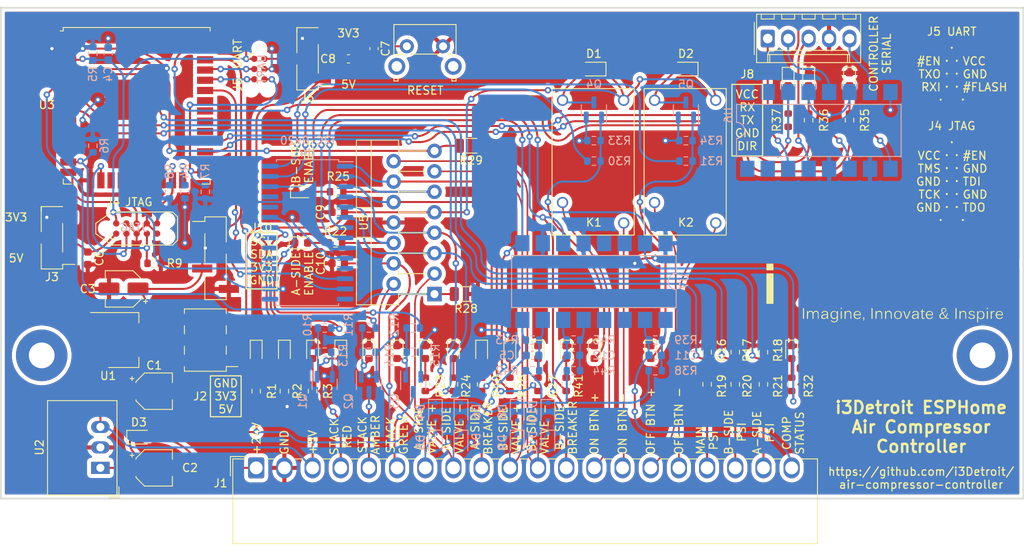
<source format=kicad_pcb>
(kicad_pcb (version 20211014) (generator pcbnew)
  (title_block (title "ESPHome Air Compressor Controller") (date "2022-10-19") (rev "1") (company "i3Detroit"))
  (layers (0 "F.Cu" signal) (31 "B.Cu" signal) (34 "B.Paste" user) (35 "F.Paste" user) (36 "B.SilkS" user "B.Silkscreen") (37 "F.SilkS" user "F.Silkscreen") (38 "B.Mask" user) (39 "F.Mask" user) (44 "Edge.Cuts" user))
  (net 0 "")
  (net 1 "GND")
  (net 2 "Net-(3V3_LED1-Pad2)")
  (net 3 "Net-(5V_LED1-Pad2)")
  (net 4 "Net-(24V_LED1-Pad2)")
  (net 5 "+24V")
  (net 6 "Net-(AMBER_STACK1-Pad2)")
  (net 7 "Net-(A_CLOSE1-Pad2)")
  (net 8 "Net-(A_ENABLE1-Pad2)")
  (net 9 "Net-(A_OPEN1-Pad2)")
  (net 10 "+5V")
  (net 11 "Net-(B_CLOSE1-Pad2)")
  (net 12 "Net-(B_ENABLE1-Pad2)")
  (net 13 "Net-(B_OPEN1-Pad2)")
  (net 14 "+3V3")
  (net 15 "ESP_EN")
  (net 16 "Net-(C6-Pad1)")
  (net 17 "Net-(C8-Pad1)")
  (net 18 "Net-(COMP_DIR_LED1-Pad2)")
  (net 19 "Net-(COMP_LED1-Pad2)")
  (net 20 "Net-(COMP_RX_LED1-Pad2)")
  (net 21 "Net-(COMP_TX_LED1-Pad2)")
  (net 22 "Net-(D1-Pad2)")
  (net 23 "Net-(D2-Pad2)")
  (net 24 "VALVE_A_ADC")
  (net 25 "VALVE_B_ADC")
  (net 26 "Net-(GREEN_STACK1-Pad2)")
  (net 27 "ESP_TMS")
  (net 28 "ESP_TCK")
  (net 29 "ESP_TDO")
  (net 30 "ESP_TDI")
  (net 31 "ESP_TX0")
  (net 32 "ESP_RX0")
  (net 33 "ESP_FLASH")
  (net 34 "COMP_STATUS")
  (net 35 "COMP_STAT")
  (net 36 "Net-(C11-Pad2)")
  (net 37 "Net-(D3-Pad2)")
  (net 38 "COMP_TX")
  (net 39 "STACK_RED")
  (net 40 "COMP_RX")
  (net 41 "STACK_AMBER")
  (net 42 "STACK_GREEN")
  (net 43 "COMP_DIR")
  (net 44 "ESP_SCL")
  (net 45 "ESP_SDA")
  (net 46 "Net-(A_BRKR_LED1-Pad2)")
  (net 47 "Net-(B_BRKR_LED1-Pad2)")
  (net 48 "Net-(OFF_BTN1-Pad2)")
  (net 49 "Net-(ON_BTN1-Pad2)")
  (net 50 "Net-(Q1-Pad1)")
  (net 51 "Net-(R4-Pad1)")
  (net 52 "RED_STACK_CTL")
  (net 53 "AMBER_STACK_CTL")
  (net 54 "GREEN_STACK_CTL")
  (net 55 "MAIN_PSI_ADC")
  (net 56 "A_PSI_ADC")
  (net 57 "B_PSI_ADC")
  (net 58 "ON_OUTPUT")
  (net 59 "OFF_OUTPUT")
  (net 69 "A_VALVE+")
  (net 70 "A_VALVE-")
  (net 71 "B_VALVE+")
  (net 72 "B_VALVE-")
  (net 73 "ON_BTN+")
  (net 74 "ON_BTN-")
  (net 75 "OFF_BTN+")
  (net 76 "OFF_BTN-")
  (net 77 "MAIN_PSI")
  (net 78 "A_PSI")
  (net 79 "B_PSI")
  (net 80 "A_SIDE_BRKR")
  (net 81 "Net-(C5-Pad2)")
  (net 82 "/Compressor Control/COMP_VCC")
  (net 83 "Net-(J8-Pad2)")
  (net 84 "Net-(J8-Pad3)")
  (net 85 "Net-(J8-Pad5)")
  (net 86 "B_SIDE_BRKR")
  (net 87 "Net-(C12-Pad2)")
  (net 88 "VALVE_A_BRKR")
  (net 89 "VALVE_B_BRKR")
  (net 90 "/Valve Control/VALVES.A_EN")
  (net 91 "/Valve Control/VALVES.A_LO")
  (net 92 "/Valve Control/VALVES.A_HI")
  (net 93 "/Valve Control/VALVES.B_EN")
  (net 94 "/Valve Control/VALVES.B_LO")
  (net 95 "/Valve Control/VALVES.B_HI")
  (footprint "Connector_PinHeader_2.54mm:PinHeader_1x03_P2.54mm_Vertical_SMD_Pin1Left" (layer "F.Cu") (at 119.38 52.07 180)
    (fp_text reference "J6")
    (fp_text value "Conn_01x03")
  )
  (footprint "LED_SMD:LED_0603_1608Metric" (layer "F.Cu") (at 118.5925 74.93)
    (fp_text reference "A_ENABLE1" hide)
    (fp_text value "RED LED")
  )
  (footprint "Capacitor_SMD:CP_Elec_4x4.5" (layer "F.Cu") (at 100.33 102.87)
    (fp_text reference "C2")
    (fp_text value "10µF")
  )
  (footprint "Resistor_SMD:R_0603_1608Metric" (layer "F.Cu") (at 172.5 92.5 -90)
    (fp_text reference "R20")
    (fp_text value "10K")
  )
  (footprint "Resistor_SMD:R_0603_1608Metric" (layer "F.Cu") (at 169 92.5 -90)
    (fp_text reference "R19")
    (fp_text value "10K")
  )
  (footprint "Resistor_SMD:R_0603_1608Metric" (layer "F.Cu") (at 169 88.5 -90)
    (fp_text reference "R16")
    (fp_text value "20K")
  )
  (footprint "LED_SMD:LED_0603_1608Metric" (layer "F.Cu") (at 141 88.5 -90)
    (fp_text reference "A_BRKR_LED1" hide)
    (fp_text value "RED LED")
  )
  (footprint "Resistor_SMD:R_0603_1608Metric" (layer "F.Cu") (at 179.07 59.69 90)
    (fp_text reference "R37")
    (fp_text value "2K2")
  )
  (footprint "Connector_Wago:Wago_734-180_1x20_P3.50mm_Horizontal" (layer "F.Cu") (at 113 102.87)
    (fp_text reference "J1")
    (fp_text value "Conn_01x20_Female")
  )
  (footprint "LED_SMD:LED_0603_1608Metric" (layer "F.Cu") (at 130.5 88.5 -90)
    (fp_text reference "GREEN_STACK1" hide)
    (fp_text value "GREEN LED")
  )
  (footprint "LED_SMD:LED_0603_1608Metric" (layer "F.Cu") (at 118.745 68.58)
    (fp_text reference "B_ENABLE1" hide)
    (fp_text value "RED LED")
  )
  (footprint "Resistor_SMD:R_0603_1608Metric" (layer "F.Cu") (at 144.5 92.5 -90)
    (fp_text reference "R26")
    (fp_text value "2K2")
  )
  (footprint "Capacitor_SMD:C_0603_1608Metric" (layer "F.Cu") (at 92.075 76.835 -90)
    (fp_text reference "C6")
    (fp_text value "0.1µF")
  )
  (footprint "LED_SMD:LED_0603_1608Metric" (layer "F.Cu") (at 151.5 88.5 -90)
    (fp_text reference "B_BRKR_LED1" hide)
    (fp_text value "RED LED")
  )
  (footprint "RF_Module:ESP32-WROOM-32U" (layer "F.Cu") (at 98.155 57.905)
    (fp_text reference "U3")
    (fp_text value "ESP32-WROOM-32U")
  )
  (footprint "Resistor_SMD:R_0603_1608Metric" (layer "F.Cu") (at 123 68.58)
    (fp_text reference "R25")
    (fp_text value "2K2")
  )
  (footprint "Diode_SMD:D_SOD-323F" (layer "F.Cu") (at 98.425 99.06)
    (fp_text reference "D3")
    (fp_text value "PMEG3020EJ")
  )
  (footprint "Evan's misc parts:sonoff relay" (layer "F.Cu") (at 160.195 55.515 -90)
    (fp_text reference "K1")
    (fp_text value "sonoff_relay")
  )
  (footprint "LED_SMD:LED_0603_1608Metric" (layer "F.Cu") (at 120 88.5 -90)
    (fp_text reference "5V_LED1" hide)
    (fp_text value "RED LED")
  )
  (footprint "Resistor_SMD:R_0603_1608Metric" (layer "F.Cu") (at 176 92.5 -90)
    (fp_text reference "R21")
    (fp_text value "10K")
  )
  (footprint "LED_SMD:LED_0603_1608Metric" (layer "F.Cu") (at 186.69 54.61 -90)
    (fp_text reference "COMP_DIR_LED1" hide)
    (fp_text value "GREEN LED")
  )
  (footprint "MountingHole:MountingHole_3.2mm_M3_Pad" (layer "F.Cu") (at 203.2 88.9 180)
    (fp_text reference "H2" hide)
    (fp_text value "MountingHole")
  )
  (footprint "Resistor_SMD:R_0603_1608Metric" (layer "F.Cu") (at 113 93.345 -90)
    (fp_text reference "R1")
    (fp_text value "2K2")
  )
  (footprint "Evan's misc parts:sonoff relay" (layer "F.Cu") (at 171.625 55.515 -90)
    (fp_text reference "K2")
    (fp_text value "sonoff_relay")
  )
  (footprint "Resistor_SMD:R_0603_1608Metric" (layer "F.Cu") (at 100.33 77.47)
    (fp_text reference "R9")
    (fp_text value "10K")
  )
  (footprint "Resistor_SMD:R_0603_1608Metric" (layer "F.Cu") (at 181.61 59.69 90)
    (fp_text reference "R36")
    (fp_text value "2K2")
  )
  (footprint "LED_SMD:LED_0603_1608Metric" (layer "F.Cu") (at 144.5 88.5 -90)
    (fp_text reference "B_OPEN1" hide)
    (fp_text value "GREEN LED")
  )
  (footprint "LED_SMD:LED_0603_1608Metric" (layer "F.Cu") (at 148 88.5 -90)
    (fp_text reference "B_CLOSE1" hide)
    (fp_text value "RED LED")
  )
  (footprint "Capacitor_SMD:C_0603_1608Metric" (layer "F.Cu") (at 123.19 71.12)
    (fp_text reference "C9")
    (fp_text value "0.1µF")
  )
  (footprint "Connector_PinHeader_2.54mm:PinHeader_1x03_P2.54mm_Vertical_SMD_Pin1Left" (layer "F.Cu") (at 87.63 74.295 180)
    (fp_text reference "J3")
    (fp_text value "Conn_01x03")
  )
  (footprint "LED_SMD:LED_0603_1608Metric" (layer "F.Cu") (at 162 88.5 -90)
    (fp_text reference "OFF_BTN1" hide)
    (fp_text value "RED LED")
  )
  (footprint "Resistor_SMD:R_0603_1608Metric" (layer "F.Cu") (at 176 88.5 -90)
    (fp_text reference "R18")
    (fp_text value "20K")
  )
  (footprint "Connector_PinHeader_2.54mm:PinHeader_2x03_P2.54mm_Vertical_SMD" (layer "F.Cu") (at 106.68 86.995 180)
    (fp_text reference "J2")
    (fp_text value "Conn_02x03_Odd_Even")
  )
  (footprint "LED_SMD:LED_0603_1608Metric" (layer "F.Cu") (at 123.5 88.5 -90)
    (fp_text reference "RED_STACK1" hide)
    (fp_text value "RED LED")
  )
  (footprint "Connector:Tag-Connect_TC2050-IDC-NL_2x05_P1.27mm_Vertical" (layer "F.Cu") (at 98.155 73.145)
    (fp_text reference "J4")
    (fp_text value "Conn_02x05_Odd_Even")
  )
  (footprint "Converter_DCDC:Converter_DCDC_RECOM_R-78E-0.5_THT" (layer "F.Cu") (at 93.6475 102.87 90)
    (fp_text reference "U2")
    (fp_text value "R-78E5.0-0.5")
  )
  (footprint "LED_SMD:LED_0603_1608Metric" (layer "F.Cu") (at 179.07 54.61 -90)
    (fp_text reference "COMP_RX_LED1" hide)
    (fp_text value "GREEN LED")
  )
  (footprint "Capacitor_SMD:C_0603_1608Metric" (layer "F.Cu") (at 127.635 50.8 -90)
    (fp_text reference "C7")
    (fp_text value "0.1µF")
  )
  (footprint "Capacitor_SMD:CP_Elec_4x4.5" (layer "F.Cu") (at 96.52 80.645 180)
    (fp_text reference "C3")
    (fp_text value "22µF")
  )
  (footprint "Connector_Molex:Molex_KK-254_AE-6410-05A_1x05_P2.54mm_Vertical" (layer "F.Cu") (at 176.53 49.55)
    (fp_text reference "J8")
    (fp_text value "Conn_01x05")
  )
  (footprint "Diode_SMD:D_SOD-323F" (layer "F.Cu") (at 154.94 53.34 180)
    (fp_text reference "D1")
    (fp_text value "PMEG3020EJ")
  )
  (footprint "Resistor_SMD:R_0603_1608Metric" (layer "F.Cu") (at 116.5 93.345 90)
    (fp_text reference "R2")
    (fp_text value "2K2")
  )
  (footprint "Capacitor_SMD:CP_Elec_4x4.5" (layer "F.Cu") (at 100.33 93.345)
    (fp_text reference "C1")
    (fp_text value "10µF")
  )
  (footprint "LED_SMD:LED_0603_1608Metric" (layer "F.Cu") (at 127 88.5 -90)
    (fp_text reference "AMBER_STACK1" hide)
    (fp_text value "AMBER LED")
  )
  (footprint "Connector:Tag-Connect_TC2030-IDC-NL_2x03_P1.27mm_Vertical" (layer "F.Cu") (at 113.395 53.34 -90)
    (fp_text reference "J5")
    (fp_text value "Conn_02x03_Odd_Even")
  )
  (footprint "Package_TO_SOT_SMD:SOT-223-3_TabPin2" (layer "F.Cu") (at 96.52 86.995)
    (fp_text reference "U1")
    (fp_text value "LD1117S33TR_SOT223")
  )
  (footprint "LED_SMD:LED_0603_1608Metric" (layer "F.Cu") (at 134 88.5 -90)
    (fp_text reference "A_OPEN1" hide)
    (fp_text value "GREEN LED")
  )
  (footprint "Resistor_SMD:R_1206_3216Metric" (layer "F.Cu") (at 139.065 81.28 180)
    (fp_text reference "R28")
    (fp_text value "0.5")
  )
  (footprint "Resistor_SMD:R_0603_1608Metric" (layer "F.Cu") (at 148 92.5 -90)
    (fp_text reference "R27")
    (fp_text value "2K2")
  )
  (footprint "LED_SMD:LED_0603_1608Metric" (layer "F.Cu") (at 179.5 88.5 -90)
    (fp_text reference "COMP_LED1" hide)
    (fp_text value "GREEN LED")
  )
  (footprint "Resistor_SMD:R_0603_1608Metric" (layer "F.Cu") (at 122.8475 74.93)
    (fp_text reference "R22")
    (fp_text value "2K2")
  )
  (footprint "Resistor_SMD:R_1206_3216Metric" (layer "F.Cu") (at 139.7 62.865 180)
    (fp_text reference "R29")
    (fp_text value "0.5")
  )
  (footprint "Resistor_SMD:R_0603_1608Metric" (layer "F.Cu") (at 120 93.345 90)
    (fp_text reference "R3")
    (fp_text value "2K2")
  )
  (footprint "Resistor_SMD:R_0603_1608Metric" (layer "F.Cu") (at 134 92.5 -90)
    (fp_text reference "R23")
    (fp_text value "2K2")
  )
  (footprint "Resistor_SMD:R_0603_1608Metric" (layer "F.Cu") (at 137.5 92.5 -90)
    (fp_text reference "R24")
    (fp_text value "2K2")
  )
  (footprint "Resistor_SMD:R_0603_1608Metric" (layer "F.Cu") (at 141 92.5 90)
    (fp_text reference "R40")
    (fp_text value "2K2")
  )
  (footprint "Package_TO_SOT_THT:TO-220-15_P2.54x2.54mm_StaggerOdd_Lead4.58mm_Vertical" (layer "F.Cu") (at 135.145 81.285 90)
    (fp_text reference "U5")
    (fp_text value "L298N")
  )
  (footprint "Resistor_SMD:R_0603_1608Metric" (layer "F.Cu") (at 172.5 88.5 -90)
    (fp_text reference "R17")
    (fp_text value "20K")
  )
  (footprint "LED_SMD:LED_0603_1608Metric" (layer "F.Cu") (at 137.5 88.5 -90)
    (fp_text reference "A_CLOSE1" hide)
    (fp_text value "RED LED")
  )
  (footprint "Resistor_SMD:R_0603_1608Metric" (layer "F.Cu") (at 151.5 92.5 90)
    (fp_text reference "R41")
    (fp_text value "2K2")
  )
  (footprint "Resistor_SMD:R_0603_1608Metric" (layer "F.Cu") (at 179.5 92.5 90)
    (fp_text reference "R32")
    (fp_text value "2K2")
  )
  (footprint "LED_SMD:LED_0603_1608Metric" (layer "F.Cu") (at 155 88.5 -90)
    (fp_text reference "ON_BTN1" hide)
    (fp_text value "GREEN LED")
  )
  (footprint "LED_SMD:LED_0603_1608Metric" (layer "F.Cu") (at 113 88.5 -90)
    (fp_text reference "24V_LED1" hide)
    (fp_text value "RED LED")
  )
  (footprint "Capacitor_SMD:C_0603_1608Metric" (layer "F.Cu") (at 123.19 77.47 180)
    (fp_text reference "C10")
    (fp_text value "0.1µF")
  )
  (footprint "Connector_PinHeader_2.54mm:PinHeader_1x04_P2.54mm_Vertical_SMD_Pin1Left" (layer "F.Cu") (at 107.95 76.835)
    (fp_text reference "J10")
    (fp_text value "Conn_01x04")
  )
  (footprint "LED_SMD:LED_0603_1608Metric" (layer "F.Cu") (at 181.61 54.61 -90)
    (fp_text reference "COMP_TX_LED1" hide)
    (fp_text value "GREEN LED")
  )
  (footprint "Resistor_SMD:R_0603_1608Metric" (layer "F.Cu") (at 186.69 59.69 90)
    (fp_text reference "R35")
    (fp_text value "2K2")
  )
  (footprint "MountingHole:MountingHole_3.2mm_M3_Pad" (layer "F.Cu") (at 86.36 88.9 180)
    (fp_text reference "H1" hide)
    (fp_text value "MountingHole")
  )
  (footprint "Capacitor_SMD:C_0603_1608Metric" (layer "F.Cu") (at 124.46 52.07)
    (fp_text reference "C8")
    (fp_text value "0.1µF")
  )
  (footprint "LED_SMD:LED_0603_1608Metric" (layer "F.Cu") (at 116.5 88.5 -90)
    (fp_text reference "3V3_LED1" hide)
    (fp_text value "RED LED")
  )
  (footprint "Button_Switch_THT:SW_Tactile_SPST_Angled_PTS645Vx39-2LFS" (layer "F.Cu") (at 131.71 50.5125)
    (fp_text reference "SW1" hide)
    (fp_text value "SW_Push")
  )
  (footprint "Diode_SMD:D_SOD-323F" (layer "F.Cu") (at 166.37 53.34 180)
    (fp_text reference "D2")
    (fp_text value "PMEG3020EJ")
  )
  (footprint "Package_TO_SOT_SMD:SOT-23" (layer "B.Cu") (at 166.37 58.42 90)
    (fp_text reference "Q5")
    (fp_text value "AO3400A")
  )
  (footprint "Package_TO_SOT_SMD:SOT-23" (layer "B.Cu") (at 154.94 58.42 90)
    (fp_text reference "Q4")
    (fp_text value "AO3400A")
  )
  (footprint "Capacitor_SMD:C_0603_1608Metric" (layer "B.Cu") (at 94.615 51.435 -90)
    (fp_text reference "C4")
    (fp_text value "1nF")
  )
  (footprint "Resistor_SMD:R_0603_1608Metric" (layer "B.Cu") (at 106.68 68.58 90)
    (fp_text reference "R7")
    (fp_text value "4K7")
  )
  (footprint "Package_TO_SOT_SMD:SOT-23" (layer "B.Cu") (at 121.5 92.5 -90)
    (fp_text reference "Q1")
    (fp_text value "AO3400A")
  )
  (footprint "Resistor_SMD:R_0603_1608Metric" (layer "B.Cu") (at 162.56 90.805)
    (fp_text reference "R38")
    (fp_text value "1K2")
  )
  (footprint "Resistor_SMD:R_0603_1608Metric" (layer "B.Cu") (at 154.94 64.77)
    (fp_text reference "R30")
    (fp_text value "1K")
  )
  (footprint "Package_TO_SOT_SMD:SOT-23" (layer "B.Cu") (at 127 92.5 -90)
    (fp_text reference "Q2")
    (fp_text value "AO3400A")
  )
  (footprint "Package_DIP:SMDIP-16_W9.53mm" (layer "B.Cu") (at 154.94 79.73 90)
    (fp_text reference "U7")
    (fp_text value "LTV-847S")
  )
  (footprint "Resistor_SMD:R_0603_1608Metric" (layer "B.Cu") (at 152.4 90.805)
    (fp_text reference "R44")
    (fp_text value "1K2")
  )
  (footprint "Resistor_SMD:R_0603_1608Metric" (layer "B.Cu") (at 127 88.5)
    (fp_text reference "R14")
    (fp_text value "10K")
  )
  (footprint "Resistor_SMD:R_0603_1608Metric" (layer "B.Cu") (at 104.14 68.58 -90)
    (fp_text reference "R4")
    (fp_text value "4K7")
  )
  (footprint "Resistor_SMD:R_0603_1608Metric" (layer "B.Cu") (at 127 85.5 180)
    (fp_text reference "R11")
    (fp_text value "1K")
  )
  (footprint "Resistor_SMD:R_0603_1608Metric" (layer "B.Cu") (at 154.94 62.23 180)
    (fp_text reference "R33")
    (fp_text value "10K")
  )
  (footprint "Diode_SMD:D_SOD-323F" (layer "B.Cu") (at 135.255 95.885 -90)
    (fp_text reference "D4")
    (fp_text value "PMEG3020EJ")
  )
  (footprint "Capacitor_SMD:C_0603_1608Metric" (layer "B.Cu") (at 147.32 88.9)
    (fp_text reference "C5")
    (fp_text value "4.7μF")
  )
  (footprint "Resistor_SMD:R_0603_1608Metric" (layer "B.Cu") (at 147.32 90.805)
    (fp_text reference "R42")
    (fp_text value "1K2")
  )
  (footprint "Resistor_SMD:R_0603_1608Metric" (layer "B.Cu") (at 166.37 62.23 180)
    (fp_text reference "R34")
    (fp_text value "10K")
  )
  (footprint "Resistor_SMD:R_0603_1608Metric" (layer "B.Cu") (at 92.71 51.435 -90)
    (fp_text reference "R5")
    (fp_text value "10K")
  )
  (footprint "Resistor_SMD:R_0603_1608Metric" (layer "B.Cu") (at 132.5 85.5 180)
    (fp_text reference "R12")
    (fp_text value "1K")
  )
  (footprint "Resistor_SMD:R_0603_1608Metric" (layer "B.Cu") (at 166.37 64.77)
    (fp_text reference "R31")
    (fp_text value "1K")
  )
  (footprint "Diode_SMD:D_SOD-323F" (layer "B.Cu") (at 149.225 99.695 -90)
    (fp_text reference "D11")
    (fp_text value "PMEG3020EJ")
  )
  (footprint "Resistor_SMD:R_0603_1608Metric" (layer "B.Cu") (at 147.32 86.995 180)
    (fp_text reference "R43")
    (fp_text value "220")
  )
  (footprint "Resistor_SMD:R_0603_1608Metric" (layer "B.Cu") (at 92.71 62.865 90)
    (fp_text reference "R6")
    (fp_text value "10K")
  )
  (footprint "Resistor_SMD:R_0603_1608Metric" (layer "B.Cu") (at 162.56 86.995 180)
    (fp_text reference "R39")
    (fp_text value "220")
  )
  (footprint "Resistor_SMD:R_0603_1608Metric" (layer "B.Cu") (at 152.4 86.995 180)
    (fp_text reference "R45")
    (fp_text value "220")
  )
  (footprint "Resistor_SMD:R_0603_1608Metric" (layer "B.Cu") (at 121.5 85.5 180)
    (fp_text reference "R10")
    (fp_text value "1K")
  )
  (footprint "Diode_SMD:D_SOD-323F" (layer "B.Cu") (at 145.415 99.695 -90)
    (fp_text reference "D9")
    (fp_text value "PMEG3020EJ")
  )
  (footprint "Diode_SMD:D_SOD-323F" (layer "B.Cu") (at 149.225 95.885 -90)
    (fp_text reference "D10")
    (fp_text value "PMEG3020EJ")
  )
  (footprint "Package_SO:SOIC-28W_7.5x17.9mm_P1.27mm" (layer "B.Cu") (at 119.38 73.66 180)
    (fp_text reference "U4")
    (fp_text value "MCP23017_SO")
  )
  (footprint "Diode_SMD:D_SOD-323F" (layer "B.Cu") (at 138.43 99.695 -90)
    (fp_text reference "D7")
    (fp_text value "PMEG3020EJ")
  )
  (footprint "Diode_SMD:D_SOD-323F" (layer "B.Cu") (at 145.415 95.885 -90)
    (fp_text reference "D8")
    (fp_text value "PMEG3020EJ")
  )
  (footprint "Capacitor_SMD:C_0603_1608Metric" (layer "B.Cu") (at 162.56 88.9)
    (fp_text reference "C11")
    (fp_text value "4.7μF")
  )
  (footprint "Capacitor_SMD:C_0603_1608Metric" (layer "B.Cu") (at 152.4 88.9)
    (fp_text reference "C12")
    (fp_text value "4.7μF")
  )
  (footprint "Diode_SMD:D_SOD-323F" (layer "B.Cu") (at 135.255 99.695 -90)
    (fp_text reference "D5")
    (fp_text value "PMEG3020EJ")
  )
  (footprint "Package_DIP:SMDIP-16_W9.53mm" (layer "B.Cu") (at 182.88 60.96 -90)
    (fp_text reference "U6")
    (fp_text value "LTV-847S")
  )
  (footprint "Resistor_SMD:R_0603_1608Metric" (layer "B.Cu") (at 121.5 88.5)
    (fp_text reference "R13")
    (fp_text value "10K")
  )
  (footprint "Package_TO_SOT_SMD:SOT-23" (layer "B.Cu") (at 132.5 92.5 -90)
    (fp_text reference "Q3")
    (fp_text value "AO3400A")
  )
  (footprint "Resistor_SMD:R_0603_1608Metric" (layer "B.Cu") (at 132.5 88.5)
    (fp_text reference "R15")
    (fp_text value "10K")
  )
  (footprint "Diode_SMD:D_SOD-323F" (layer "B.Cu") (at 138.43 95.885 -90)
    (fp_text reference "D6")
    (fp_text value "PMEG3020EJ")
  )
  (footprint "Resistor_SMD:R_0603_1608Metric" (layer "B.Cu") (at 102.235 68.58 -90)
    (fp_text reference "R8")
    (fp_text value "10K")
  )
  (gr_poly (pts (xy 192.682744 77.713135) (xy 190.962399 77.713135) (xy 190.962399 82.44408) (xy 190.571416 82.44408) (xy 190.571416 77.713135) (xy 185.175793 77.713135) (xy 185.175793 79.683685) (xy 188.092557 79.683685) (xy 188.092557 80.059019) (xy 185.175793 80.059019) (xy 185.175793 82.068714) (xy 188.405347 82.068714) (xy 188.405347 82.44408) (xy 184.78481 82.44408) (xy 184.78481 77.337771) (xy 192.682744 77.337771)) (layer "F.Cu") (width 0) (fill solid))
  (gr_poly (pts (xy 199.937676 77.341089) (xy 200.06711 77.350936) (xy 200.194666 77.367151) (xy 200.320183 77.389575) (xy 200.443501 77.418048) (xy 200.564459 77.452407) (xy 200.682896 77.492494) (xy 200.798654 77.538148) (xy 200.911571 77.589209) (xy 201.021486 77.645516) (xy 201.128241 77.706908) (xy 201.231673 77.773226) (xy 201.331623 77.84431) (xy 201.42793 77.919998) (xy 201.520435 78.00013) (xy 201.608976 78.084547) (xy 201.693394 78.173088) (xy 201.773527 78.265591) (xy 201.849216 78.361898) (xy 201.9203 78.461848) (xy 201.986619 78.565279) (xy 202.048013 78.672033) (xy 202.10432 78.781949) (xy 202.155382 78.894865) (xy 202.201037 79.010623) (xy 202.241124 79.129061) (xy 202.275485 79.250019) (xy 202.303957 79.373337) (xy 202.326382 79.498855) (xy 202.342598 79.626412) (xy 202.352445 79.755847) (xy 202.355763 79.887001) (xy 202.352445 80.018155) (xy 202.342598 80.14759) (xy 202.326382 80.275147) (xy 202.303957 80.400664) (xy 202.275485 80.523982) (xy 202.241124 80.64494) (xy 202.201037 80.763378) (xy 202.155382 80.879136) (xy 202.10432 80.992052) (xy 202.048013 81.101968) (xy 201.986619 81.208721) (xy 201.9203 81.312153) (xy 201.849216 81.412103) (xy 201.773527 81.508409) (xy 201.693394 81.600913) (xy 201.608976 81.689453) (xy 201.520435 81.77387) (xy 201.42793 81.854003) (xy 201.331623 81.929691) (xy 201.231673 82.000774) (xy 201.128241 82.067092) (xy 201.021486 82.128485) (xy 200.911571 82.184792) (xy 200.798654 82.235852) (xy 200.682896 82.281506) (xy 200.564459 82.321593) (xy 200.443501 82.355953) (xy 200.320183 82.384425) (xy 200.194666 82.406849) (xy 200.06711 82.423065) (xy 199.937676 82.432912) (xy 199.806523 82.43623) (xy 199.675371 82.432912) (xy 199.545936 82.423065) (xy 199.41838 82.406849) (xy 199.292864 82.384425) (xy 199.169546 82.355953) (xy 199.048588 82.321593) (xy 198.930151 82.281506) (xy 198.814393 82.235852) (xy 198.701477 82.184792) (xy 198.591562 82.128485) (xy 198.484808 82.067092) (xy 198.381376 82.000774) (xy 198.281426 81.929691) (xy 198.185119 81.854003) (xy 198.092615 81.77387) (xy 198.004074 81.689453) (xy 197.919657 81.600913) (xy 197.839524 81.508409) (xy 197.763835 81.412103) (xy 197.692751 81.312153) (xy 197.626432 81.208721) (xy 197.565039 81.101968) (xy 197.508732 80.992052) (xy 197.457671 80.879136) (xy 197.412016 80.763378) (xy 197.371929 80.64494) (xy 197.337569 80.523982) (xy 197.309096 80.400664) (xy 197.286672 80.275147) (xy 197.270456 80.14759) (xy 197.260609 80.018155) (xy 197.257489 79.894848) (xy 197.648274 79.894848) (xy 197.65107 80.005614) (xy 197.659368 80.11496) (xy 197.673036 80.222748) (xy 197.69194 80.32884) (xy 197.715947 80.4331) (xy 197.744923 80.53539) (xy 197.778737 80.635572) (xy 197.817254 80.733509) (xy 197.860342 80.829063) (xy 197.907867 80.922098) (xy 197.959696 81.012475) (xy 198.015696 81.100057) (xy 198.075733 81.184706) (xy 198.139676 81.266286) (xy 198.20739 81.344659) (xy 198.278742 81.419686) (xy 198.353599 81.491232) (xy 198.431828 81.559158) (xy 198.513296 81.623327) (xy 198.59787 81.683601) (xy 198.685416 81.739843) (xy 198.775801 81.791916) (xy 198.868893 81.839682) (xy 198.964558 81.883003) (xy 199.062662 81.921743) (xy 199.163073 81.955763) (xy 199.265658 81.984927) (xy 199.370283 82.009096) (xy 199.476815 82.028133) (xy 199.585121 82.041902) (xy 199.695068 82.050264) (xy 199.806523 82.053082) (xy 199.917291 82.050264) (xy 200.026638 82.041902) (xy 200.134427 82.028133) (xy 200.24052 82.009096) (xy 200.344781 81.984927) (xy 200.447072 81.955763) (xy 200.547255 81.921743) (xy 200.645193 81.883003) (xy 200.740748 81.839682) (xy 200.833783 81.791916) (xy 200.924161 81.739843) (xy 201.011743 81.683601) (xy 201.096393 81.623327) (xy 201.177974 81.559158) (xy 201.256347 81.491232) (xy 201.331375 81.419686) (xy 201.402921 81.344659) (xy 201.470847 81.266286) (xy 201.535016 81.184706) (xy 201.595291 81.100057) (xy 201.651533 81.012475) (xy 201.703606 80.922098) (xy 201.751372 80.829063) (xy 201.794693 80.733509) (xy 201.833433 80.635572) (xy 201.867453 80.53539) (xy 201.896617 80.4331) (xy 201.920786 80.32884) (xy 201.939824 80.222748) (xy 201.953592 80.11496) (xy 201.961954 80.005614) (xy 201.964772 79.894848) (xy 201.961954 79.784079) (xy 201.953592 79.674731) (xy 201.939824 79.566941) (xy 201.920786 79.460846) (xy 201.896617 79.356584) (xy 201.867453 79.254292) (xy 201.833433 79.154108) (xy 201.794693 79.056169) (xy 201.751372 78.960613) (xy 201.703606 78.867577) (xy 201.651533 78.777199) (xy 201.595291 78.689616) (xy 201.535016 78.604965) (xy 201.470847 78.523384) (xy 201.402921 78.445011) (xy 201.331375 78.369982) (xy 201.256347 78.298436) (xy 201.177974 78.230509) (xy 201.096393 78.166339) (xy 201.011743 78.106065) (xy 200.924161 78.049822) (xy 200.833783 77.997749) (xy 200.740748 77.949983) (xy 200.645193 77.906661) (xy 200.547255 77.867921) (xy 200.447072 77.833901) (xy 200.344781 77.804737) (xy 200.24052 77.780568) (xy 200.134427 77.76153) (xy 200.026638 77.747762) (xy 199.917291 77.7394) (xy 199.806523 77.736582) (xy 199.695756 77.739378) (xy 199.58641 77.747676) (xy 199.478621 77.761344) (xy 199.372528 77.780249) (xy 199.268267 77.804256) (xy 199.165977 77.833234) (xy 199.065794 77.867048) (xy 198.967857 77.905566) (xy 198.872302 77.948655) (xy 198.779267 77.996181) (xy 198.688889 78.048011) (xy 198.601306 78.104012) (xy 198.516656 78.164051) (xy 198.435076 78.227995) (xy 198.356703 78.29571) (xy 198.281674 78.367063) (xy 198.210128 78.441921) (xy 198.142202 78.520151) (xy 198.078032 78.60162) (xy 198.017758 78.686195) (xy 197.961515 78.773742) (xy 197.909442 78.864128) (xy 197.861676 78.95722) (xy 197.818354 79.052885) (xy 197.779614 79.15099) (xy 197.745594 79.251401) (xy 197.71643 79.353986) (xy 197.69226 79.458611) (xy 197.673223 79.565143) (xy 197.659454 79.673448) (xy 197.651092 79.783394) (xy 197.648274 79.894848) (xy 197.257489 79.894848) (xy 197.257291 79.887001) (xy 197.260609 79.755847) (xy 197.270456 79.626412) (xy 197.286672 79.498855) (xy 197.309096 79.373337) (xy 197.337569 79.250019) (xy 197.371929 79.129061) (xy 197.412016 79.010623) (xy 197.457671 78.894865) (xy 197.508732 78.781949) (xy 197.565039 78.672033) (xy 197.626432 78.565279) (xy 197.692751 78.461848) (xy 197.763835 78.361898) (xy 197.839524 78.265591) (xy 197.919657 78.173088) (xy 198.004074 78.084547) (xy 198.092615 78.00013) (xy 198.185119 77.919998) (xy 198.281426 77.84431) (xy 198.381376 77.773226) (xy 198.484808 77.706908) (xy 198.591562 77.645516) (xy 198.701477 77.589209) (xy 198.814393 77.538148) (xy 198.930151 77.492494) (xy 199.048588 77.452407) (xy 199.169546 77.418048) (xy 199.292864 77.389575) (xy 199.41838 77.367151) (xy 199.545936 77.350936) (xy 199.675371 77.341089) (xy 199.806523 77.337771)) (layer "F.Cu") (width 0) (fill solid))
  (gr_poly (pts (xy 195.621291 77.33967) (xy 195.696849 77.345405) (xy 195.771344 77.354852) (xy 195.844681 77.367918) (xy 195.916764 77.384512) (xy 195.987497 77.404543) (xy 196.056783 77.427918) (xy 196.124527 77.454547) (xy 196.190634 77.484337) (xy 196.255006 77.517197) (xy 196.317548 77.553036) (xy 196.378165 77.591761) (xy 196.43676 77.63328) (xy 196.493237 77.677504) (xy 196.5475 77.724339) (xy 196.599454 77.773693) (xy 196.649002 77.825477) (xy 196.696049 77.879597) (xy 196.740499 77.935962) (xy 196.782255 77.99448) (xy 196.821222 78.055061) (xy 196.857304 78.117611) (xy 196.890405 78.182041) (xy 196.920428 78.248257) (xy 196.947279 78.316168) (xy 196.970861 78.385683) (xy 196.991078 78.45671) (xy 197.007835 78.529157) (xy 197.021035 78.602933) (xy 197.030582 78.677946) (xy 197.03638 78.754104) (xy 197.038335 78.831316) (xy 197.036493 78.906354) (xy 197.031027 78.980393) (xy 197.02202 79.053348) (xy 197.009561 79.125139) (xy 196.993733 79.19568) (xy 196.974624 79.26489) (xy 196.952319 79.332685) (xy 196.926904 79.398983) (xy 196.898465 79.4637) (xy 196.867088 79.526752) (xy 196.832859 79.588058) (xy 196.795864 79.647534) (xy 196.756188 79.705097) (xy 196.713917 79.760664) (xy 196.669138 79.814152) (xy 196.621937 79.865478) (xy 196.572398 79.914559) (xy 196.520609 79.961312) (xy 196.466655 80.005654) (xy 196.410621 80.047501) (xy 196.352595 80.086771) (xy 196.292661 80.123381) (xy 196.230906 80.157247) (xy 196.167416 80.188287) (xy 196.102276 80.216418) (xy 196.035573 80.241556) (xy 195.967392 80.263619) (xy 195.897819 80.282523) (xy 195.82694 80.298186) (xy 195.754841 80.310524) (xy 195.681608 80.319454) (xy 195.607327 80.324894) (xy 197.22601 82.43623) (xy 196.741193 82.428383) (xy 195.12251 80.324862) (xy 193.480359 80.324862) (xy 193.480359 82.436199) (xy 193.089368 82.436199) (xy 193.089368 79.972944) (xy 195.544766 79.972944) (xy 195.603081 79.971445) (xy 195.66068 79.966996) (xy 195.717489 79.959672) (xy 195.773433 79.949547) (xy 195.828437 79.936696) (xy 195.882428 79.921194) (xy 195.93533 79.903114) (xy 195.98707 79.882532) (xy 196.037573 79.859521) (xy 196.086764 79.834156) (xy 196.134569 79.806512) (xy 196.180913 79.776663) (xy 196.225723 79.744683) (xy 196.268923 79.710647) (xy 196.310439 79.67463) (xy 196.350198 79.636705) (xy 196.388123 79.596948) (xy 196.424141 79.555432) (xy 196.458178 79.512232) (xy 196.490158 79.467424) (xy 196.520008 79.42108) (xy 196.547652 79.373275) (xy 196.573018 79.324085) (xy 196.596029 79.273583) (xy 196.616612 79.221844) (xy 196.634692 79.168942) (xy 196.650195 79.114952) (xy 196.663046 79.059948) (xy 196.673171 79.004005) (xy 196.680495 78.947197) (xy 196.684944 78.889598) (xy 196.686444 78.831284) (xy 196.684967 78.772969) (xy 196.680581 78.715371) (xy 196.673358 78.658562) (xy 196.663367 78.602619) (xy 196.650678 78.547615) (xy 196.635362 78.493625) (xy 196.617489 78.440723) (xy 196.597129 78.388984) (xy 196.574352 78.338482) (xy 196.549228 78.289291) (xy 196.521827 78.241487) (xy 196.49222 78.195143) (xy 196.460476 78.150334) (xy 196.426667 78.107135) (xy 196.390861 78.065619) (xy 196.35313 78.025861) (xy 196.313543 77.987937) (xy 196.272171 77.951919) (xy 196.229083 77.917883) (xy 196.18435 77.885903) (xy 196.138042 77.856054) (xy 196.090229 77.82841) (xy 196.040981 77.803045) (xy 195.990369 77.780034) (xy 195.938462 77.759452) (xy 195.885332 77.741372) (xy 195.831047 77.725869) (xy 195.775678 77.713019) (xy 195.719295 77.702894) (xy 195.661969 77.69557) (xy 195.603769 77.691121) (xy 195.544766 77.689621) (xy 193.089368 77.689621) (xy 193.089368 77.337738) (xy 195.544766 77.337738)) (layer "F.Cu") (width 0) (fill solid))
  (gr_poly (pts (xy 182.108672 77.341089) (xy 182.238105 77.350936) (xy 182.365656 77.367151) (xy 182.491163 77.389575) (xy 182.614466 77.418048) (xy 182.735402 77.452407) (xy 182.85381 77.492494) (xy 182.969527 77.538148) (xy 183.082392 77.589209) (xy 183.192243 77.645516) (xy 183.298919 77.706908) (xy 183.402256 77.773226) (xy 183.502095 77.84431) (xy 183.598272 77.919998) (xy 183.690626 78.00013) (xy 183.778995 78.084547) (xy 183.863218 78.173088) (xy 183.943132 78.265591) (xy 184.018576 78.361898) (xy 184.089388 78.461848) (xy 184.155406 78.565279) (xy 184.216469 78.672033) (xy 184.272414 78.781949) (xy 184.323079 78.894865) (xy 184.368304 79.010623) (xy 184.407925 79.129061) (xy 184.441782 79.250019) (xy 184.469713 79.373337) (xy 184.491555 79.498855) (xy 184.507147 79.626412) (xy 184.516327 79.755847) (xy 184.518933 79.887001) (xy 184.515615 80.018155) (xy 184.505768 80.14759) (xy 184.489552 80.275147) (xy 184.467127 80.400664) (xy 184.438655 80.523982) (xy 184.404295 80.64494) (xy 184.364207 80.763378) (xy 184.318553 80.879136) (xy 184.267492 80.992052) (xy 184.211184 81.101968) (xy 184.149791 81.208721) (xy 184.083473 81.312153) (xy 184.012389 81.412103) (xy 183.9367 81.508409) (xy 183.856567 81.600913) (xy 183.77215 81.689453) (xy 183.683609 81.77387) (xy 183.591105 81.854003) (xy 183.494798 81.929691) (xy 183.394848 82.000774) (xy 183.291416 82.067092) (xy 183.184662 82.128485) (xy 183.074747 82.184792) (xy 182.96183 82.235852) (xy 182.846073 82.281506) (xy 182.727635 82.321593) (xy 182.606678 82.355953) (xy 182.48336 82.384425) (xy 182.357843 82.406849) (xy 182.230288 82.423065) (xy 182.100853 82.432912) (xy 181.969701 82.43623) (xy 180.499593 82.43623) (xy 180.558118 82.34105) (xy 180.615911 82.243679) (xy 180.644303 82.194398) (xy 180.672236 82.144842) (xy 180.69962 82.0951) (xy 180.726361 82.045265) (xy 181.969701 82.045265) (xy 182.080468 82.04247) (xy 182.189815 82.034171) (xy 182.297604 82.020503) (xy 182.403698 82.001599) (xy 182.507959 81.977591) (xy 182.61025 81.948614) (xy 182.710432 81.914799) (xy 182.80837 81.876281) (xy 182.903925 81.833192) (xy 182.996961 81.785667) (xy 183.087338 81.733836) (xy 183.174921 81.677836) (xy 183.259571 81.617797) (xy 183.341151 81.553853) (xy 183.419524 81.486138) (xy 183.494552 81.414785) (xy 183.566098 81.339927) (xy 183.634025 81.261697) (xy 183.698194 81.180228) (xy 183.758468 81.095654) (xy 183.814711 81.008107) (xy 183.866783 80.917721) (xy 183.914549 80.824628) (xy 183.957871 80.728963) (xy 183.996611 80.630859) (xy 184.030631 80.530448) (xy 184.059794 80.427863) (xy 184.083964 80.323238) (xy 184.103001 80.216707) (xy 184.11677 80.108401) (xy 184.125132 79.998455) (xy 184.12795 79.887001) (xy 184.125154 79.776235) (xy 184.116856 79.666889) (xy 184.103188 79.559102) (xy 184.084284 79.453009) (xy 184.060277 79.348749) (xy 184.0313 79.246459) (xy 183.997487 79.146277) (xy 183.958969 79.04834) (xy 183.915882 78.952786) (xy 183.868357 78.859751) (xy 183.816528 78.769375) (xy 183.760528 78.681793) (xy 183.70049 78.597143) (xy 183.636548 78.515563) (xy 183.568834 78.43719) (xy 183.497482 78.362163) (xy 183.422625 78.290617) (xy 183.344396 78.222691) (xy 183.262928 78.158522) (xy 183.178354 78.098248) (xy 183.090808 78.042006) (xy 183.000422 77.989933) (xy 182.907331 77.942167) (xy 182.811666 77.898846) (xy 182.713562 77.860106) (xy 182.613151 77.826086) (xy 182.510566 77.796923) (xy 182.405941 77.772753) (xy 182.299409 77.753716) (xy 182.191102 77.739947) (xy 182.081155 77.731585) (xy 181.969701 77.728767) (xy 180.609568 77.728767) (xy 180.554245 77.635689) (xy 180.526491 77.593455) (xy 180.517796 77.579624) (xy 180.485906 77.530337) (xy 180.453282 77.481417) (xy 180.444092 77.468064) (xy 180.443972 77.467882) (xy 180.443856 77.467721) (xy 180.419926 77.432954) (xy 180.385837 77.385042) (xy 180.351014 77.337771) (xy 181.977521 77.337771)) (layer "F.Cu") (width 0) (fill solid))
  (gr_poly (pts (xy 207.313481 77.713135) (xy 205.67133 77.713135) (xy 205.67133 82.44408) (xy 205.295979 82.44408) (xy 205.295979 77.713135) (xy 203.552174 77.713135) (xy 203.552174 77.337771) (xy 207.313481 77.337771)) (layer "F.Cu") (width 0) (fill solid))
  (gr_poly (pts (xy 203.090817 82.44408) (xy 202.715474 82.44408) (xy 202.715474 77.337771) (xy 203.090817 77.337771)) (layer "F.Cu") (width 0) (fill solid))
  (gr_poly (pts (xy 182.547968 83.3593) (xy 182.57022 83.360519) (xy 182.581008 83.361468) (xy 182.591556 83.362657) (xy 182.601851 83.364098) (xy 182.611884 83.365801) (xy 182.621642 83.367778) (xy 182.631113 83.370039) (xy 182.640287 83.372594) (xy 182.649151 83.375456) (xy 182.657695 83.378634) (xy 182.665906 83.38214) (xy 182.673774 83.385985) (xy 182.681287 83.390179) (xy 182.695916 83.399031) (xy 182.710363 83.408055) (xy 182.717461 83.412689) (xy 182.724444 83.417435) (xy 182.73129 83.422317) (xy 182.737976 83.427357) (xy 182.744478 83.43258) (xy 182.750775 83.438008) (xy 182.756842 83.443665) (xy 182.762657 83.449573) (xy 182.768198 83.455756) (xy 182.77344 83.462238) (xy 182.778362 83.469041) (xy 182.782941 83.476189) (xy 182.79171 83.490871) (xy 182.800295 83.505644) (xy 182.808512 83.5206) (xy 182.812426 83.528175) (xy 182.816179 83.53583) (xy 182.819749 83.543575) (xy 182.823112 83.551424) (xy 182.826247 83.559386) (xy 182.829129 83.567474) (xy 182.831737 83.575699) (xy 182.834047 83.584071) (xy 182.836036 83.592604) (xy 182.837682 83.601307) (xy 182.843431 83.636613) (xy 182.846074 83.654501) (xy 182.84844 83.672667) (xy 182.850439 83.691201) (xy 182.85198 83.710192) (xy 182.852971 83.729733) (xy 182.853322 83.749912) (xy 182.853322 84.344189) (xy 182.759496 84.359886) (xy 182.759496 83.796871) (xy 182.759406 83.788167) (xy 182.759144 83.779634) (xy 182.758149 83.763036) (xy 182.756605 83.746985) (xy 182.754602 83.731391) (xy 182.752234 83.716161) (xy 182.749592 83.701205) (xy 182.743855 83.671749) (xy 182.742298 83.664506) (xy 182.740569 83.657435) (xy 182.73868 83.650525) (xy 182.736642 83.643764) (xy 182.734467 83.637141) (xy 182.732166 83.630645) (xy 182.727232 83.617986) (xy 182.721932 83.605695) (xy 182.716358 83.59368) (xy 182.704755 83.57011) (xy 182.700353 83.564428) (xy 182.69594 83.559088) (xy 182.691504 83.554069) (xy 182.687035 83.549348) (xy 182.68252 83.544901) (xy 182.677948 83.540706) (xy 182.673308 83.53674) (xy 182.668587 83.532979) (xy 182.663775 83.529401) (xy 182.65886 83.525984) (xy 182.653831 83.522703) (xy 182.648675 83.519536) (xy 182.643382 83.51646) (xy 182.637939 83.513452) (xy 182.632336 83.51049) (xy 182.626561 83.507549) (xy 182.620604 83.504714) (xy 182.614464 83.502058) (xy 182.608141 83.499583) (xy 182.601634 83.497288) (xy 182.594945 83.495174) (xy 182.588072 83.493242) (xy 182.581015 83.491492) (xy 182.573776 83.489925) (xy 182.566353 83.48854) (xy 182.558748 83.487338) (xy 182.550959 83.48632) (xy 182.542987 83.485487) (xy 182.534831 83.484837) (xy 182.526493 83.484373) (xy 182.517971 83.484094) (xy 182.509267 83.484001) (xy 182.501935 83.484094) (xy 182.494604 83.484373) (xy 182.487273 83.484837) (xy 182.479941 83.485487) (xy 182.47261 83.48632) (xy 182.465279 83.487338) (xy 182.457948 83.48854) (xy 182.450617 83.489925) (xy 182.443286 83.491492) (xy 182.435955 83.493242) (xy 182.428624 83.495174) (xy 182.421293 83.497288) (xy 182.413963 83.499583) (xy 182.406633 83.502058) (xy 182.399302 83.504714) (xy 182.391972 83.507549) (xy 182.384733 83.510566) (xy 182.377676 83.513768) (xy 182.370803 83.517154) (xy 182.364113 83.520724) (xy 182.357607 83.524479) (xy 182.351283 83.528417) (xy 182.345144 83.53254) (xy 182.339187 83.536846) (xy 182.333414 83.541335) (xy 182.327824 83.546009) (xy 182.322417 83.550865) (xy 182.317194 83.555905) (xy 182.312154 83.561127) (xy 182.307298 83.566533) (xy 182.302624 83.572121) (xy 182.298135 83.577892) (xy 182.28935 83.589658) (xy 182.280659 83.601604) (xy 182.272152 83.613915) (xy 182.267996 83.620265) (xy 182.263921 83.626775) (xy 182.259937 83.633468) (xy 182.256056 83.640368) (xy 182.25229 83.647496) (xy 182.24865 83.654877) (xy 182.245147 83.662533) (xy 182.241793 83.670487) (xy 182.2386 83.678762) (xy 182.235577 83.687382) (xy 182.232737 83.694805) (xy 182.23008 83.702399) (xy 182.227605 83.710152) (xy 182.225314 83.718055) (xy 182.223206 83.726094) (xy 182.22128 83.734259) (xy 182.219538 83.742538) (xy 182.21798 83.75092) (xy 182.216604 83.759394) (xy 182.215412 83.767948) (xy 182.214403 83.77657) (xy 182.213577 83.785251) (xy 182.212935 83.793977) (xy 182.212476 83.802739) (xy 182.212201 83.811523) (xy 182.212109 83.82032) (xy 182.212109 84.359886) (xy 182.086995 84.359886) (xy 182.086995 83.796871) (xy 182.086905 83.788167) (xy 182.086643 83.779634) (xy 182.085649 83.763036) (xy 182.084105 83.746985) (xy 182.082104 83.731391) (xy 182.079736 83.716161) (xy 182.077094 83.701205) (xy 182.071358 83.671749) (xy 182.069799 83.664506) (xy 182.068056 83.657435) (xy 182.06613 83.650525) (xy 182.064021 83.643764) (xy 182.06173 83.637141) (xy 182.059255 83.630645) (xy 182.056597 83.624264) (xy 182.053757 83.617986) (xy 182.050733 83.6118) (xy 182.047526 83.605695) (xy 182.044136 83.599658) (xy 182.040563 83.59368) (xy 182.036808 83.587747) (xy 182.032869 83.581849) (xy 182.028747 83.575974) (xy 182.024442 83.57011) (xy 182.02004 83.564428) (xy 182.015627 83.559088) (xy 182.011191 83.554069) (xy 182.006721 83.549348) (xy 182.002206 83.544901) (xy 181.997634 83.540706) (xy 181.992993 83.53674) (xy 181.988272 83.532979) (xy 181.98346 83.529401) (xy 181.978545 83.525984) (xy 181.973515 83.522703) (xy 181.968359 83.519536) (xy 181.963065 83.51646) (xy 181.957622 83.513452) (xy 181.952019 83.51049) (xy 181.946244 83.507549) (xy 181.940287 83.504714) (xy 181.934147 83.502058) (xy 181.927824 83.499583) (xy 181.921317 83.497288) (xy 181.914628 83.495174) (xy 181.907755 83.493242) (xy 181.900698 83.491492) (xy 181.893459 83.489925) (xy 181.886036 83.48854) (xy 181.87843 83.487338) (xy 181.870641 83.48632) (xy 181.862668 83.485487) (xy 181.854512 83.484837) (xy 181.846173 83.484373) (xy 181.837651 83.484094) (xy 181.828946 83.484001) (xy 181.821616 83.484094) (xy 181.814286 83.484373) (xy 181.806955 83.484837) (xy 181.799625 83.485487) (xy 181.792294 83.48632) (xy 181.784964 83.487338) (xy 181.777633 83.48854) (xy 181.770302 83.489925) (xy 181.762971 83.491492) (xy 181.75564 83.493242) (xy 181.748309 83.495174) (xy 181.740979 83.497288) (xy 181.733648 83.499583) (xy 181.726317 83.502058) (xy 181.718986 83.504714) (xy 181.711655 83.507549) (xy 181.704416 83.510566) (xy 181.697359 83.513768) (xy 181.690486 83.517154) (xy 181.683797 83.520724) (xy 181.67729 83.524479) (xy 181.670968 83.528417) (xy 181.664828 83.53254) (xy 181.658871 83.536846) (xy 181.653098 83.541335) (xy 181.647509 83.546009) (xy 181.642102 83.550865) (xy 181.636879 83.555905) (xy 181.631839 83.561127) (xy 181.626982 83.566533) (xy 181.622308 83.572121) (xy 181.617818 83.577892) (xy 181.609033 83.589978) (xy 181.600342 83.602703) (xy 181.591835 83.615976) (xy 181.583604 83.629706) (xy 181.575739 83.643803) (xy 181.568333 83.658175) (xy 181.56483 83.665436) (xy 181.561476 83.672731) (xy 181.558283 83.680051) (xy 181.55526 83.687382) (xy 181.55242 83.694805) (xy 181.549763 83.702399) (xy 181.547288 83.710152) (xy 181.544997 83.718055) (xy 181.542889 83.726094) (xy 181.540964 83.734259) (xy 181.539222 83.742538) (xy 181.537663 83.75092) (xy 181.536287 83.759394) (xy 181.535095 83.767948) (xy 181.534086 83.77657) (xy 181.53326 83.785251) (xy 181.532618 83.793977) (xy 181.532159 83.802739) (xy 181.531884 83.811523) (xy 181.531792 83.82032) (xy 181.531792 84.359886) (xy 181.398854 84.359886) (xy 181.398854 83.382458) (xy 181.516152 83.382458) (xy 181.516152 83.585739) (xy 181.523575 83.571353) (xy 181.53118 83.557517) (xy 181.538969 83.54423) (xy 181.546942 83.531493) (xy 181.555097 83.519305) (xy 181.563436 83.507667) (xy 181.571959 83.496578) (xy 181.580664 83.486038) (xy 181.589553 83.476048) (xy 181.598626 83.466608) (xy 181.607881 83.457717) (xy 181.61732 83.449376) (xy 181.626942 83.441584) (xy 181.636747 83.434341) (xy 181.646735 83.427648) (xy 181.656907 83.421505) (xy 181.667352 83.414451) (xy 181.678152 83.407935) (xy 181.689296 83.401945) (xy 181.700772 83.396471) (xy 181.712568 83.3915) (xy 181.724674 83.387022) (xy 181.737077 83.383024) (xy 181.749767 83.379496) (xy 181.762731 83.376425) (xy 181.775959 83.373802) (xy 181.789439 83.371613) (xy 181.80316 83.369848) (xy 181.817109 83.368495) (xy 181.831277 83.367543) (xy 181.84565 83.36698) (xy 181.860219 83.366795) (xy 181.868924 83.366883) (xy 181.877446 83.36714) (xy 181.893941 83.368119) (xy 181.909703 83.369644) (xy 181.924732 83.371627) (xy 181.939027 83.373981) (xy 181.95259 83.376618) (xy 181.96542 83.379451) (xy 181.977517 83.382393) (xy 181.983382 83.384057) (xy 181.989247 83.386048) (xy 181.995112 83.388332) (xy 182.000977 83.390875) (xy 182.006842 83.393643) (xy 182.012706 83.396602) (xy 182.024436 83.402959) (xy 182.047895 83.416485) (xy 182.059625 83.423113) (xy 182.06549 83.426275) (xy 182.071355 83.429291) (xy 182.074242 83.430798) (xy 182.07704 83.432394) (xy 182.079753 83.434073) (xy 182.082382 83.43583) (xy 182.084931 83.437663) (xy 182.087403 83.439566) (xy 182.092126 83.443566) (xy 182.096574 83.447796) (xy 182.100771 83.452223) (xy 182.104738 83.45681) (xy 182.108498 83.461524) (xy 182.112076 83.466331) (xy 182.115493 83.471195) (xy 182.121938 83.48096) (xy 182.133912 83.499668) (xy 182.145518 83.523122) (xy 182.151092 83.534853) (xy 182.156391 83.546585) (xy 182.161325 83.558319) (xy 182.1658 83.570054) (xy 182.167837 83.575921) (xy 182.169725 83.581789) (xy 182.171453 83.587657) (xy 182.173009 83.593525) (xy 182.180431 83.579132) (xy 182.188037 83.565278) (xy 182.195826 83.551951) (xy 182.203798 83.539141) (xy 182.211954 83.526836) (xy 182.220293 83.515024) (xy 182.228815 83.503693) (xy 182.237521 83.492833) (xy 182.246409 83.48243) (xy 182.255481 83.472475) (xy 182.264736 83.462954) (xy 182.274175 83.453858) (xy 182.283796 83.445173) (xy 182.293601 83.436888) (xy 182.303589 83.428993) (xy 182.31376 83.421475) (xy 182.324206 83.414332) (xy 182.335019 83.407566) (xy 182.346199 83.401189) (xy 182.357746 83.395212) (xy 182.369659 83.389647) (xy 182.381938 83.384505) (xy 182.394584 83.379799) (xy 182.407597 83.375538) (xy 182.420976 83.371736) (xy 182.434722 83.368404) (xy 182.448834 83.365552) (xy 182.463313 83.363193) (xy 182.478158 83.361338) (xy 182.493369 83.359999) (xy 182.508947 83.359187) (xy 182.524892 83.358914)) (layer "F.SilkS") (width 0) (fill solid))
  (gr_poly (pts (xy 185.730992 83.132183) (xy 185.598058 83.132183) (xy 185.598058 82.983612) (xy 185.730992 82.983612)) (layer "F.SilkS") (width 0) (fill solid))
  (gr_poly (pts (xy 181.039155 84.359886) (xy 180.906216 84.359886) (xy 180.906216 83.030541) (xy 181.039155 83.030541)) (layer "F.SilkS") (width 0) (fill solid))
  (gr_poly (pts (xy 194.911008 83.374855) (xy 194.93338 83.375706) (xy 194.955043 83.377153) (xy 194.976006 83.379218) (xy 194.996283 83.381924) (xy 195.015883 83.385295) (xy 195.034819 83.389353) (xy 195.053102 83.394121) (xy 195.070744 83.399623) (xy 195.087755 83.40588) (xy 195.104148 83.412916) (xy 195.119934 83.420755) (xy 195.135124 83.429418) (xy 195.14973 83.438929) (xy 195.163764 83.449311) (xy 195.177235 83.460587) (xy 195.189975 83.472598) (xy 195.20181 83.485157) (xy 195.212752 83.498266) (xy 195.222811 83.511923) (xy 195.231999 83.52613) (xy 195.240329 83.540885) (xy 195.24781 83.556189) (xy 195.254455 83.572043) (xy 195.260276 83.588446) (xy 195.265283 83.605398) (xy 195.269488 83.622899) (xy 195.272903 83.64095) (xy 195.275539 83.65955) (xy 195.277408 83.678699) (xy 195.278521 83.698398) (xy 195.278889 83.718647) (xy 195.278889 84.117458) (xy 195.278894 84.117446) (xy 195.278897 84.117434) (xy 195.2789 84.117422) (xy 195.278903 84.11741) (xy 195.278905 84.117398) (xy 195.278907 84.117385) (xy 195.27891 84.117361) (xy 195.27892 84.117264) (xy 195.278553 84.16505) (xy 195.277682 84.204289) (xy 195.275986 84.247284) (xy 195.273189 84.289178) (xy 195.271292 84.308194) (xy 195.269016 84.325115) (xy 195.266328 84.339332) (xy 195.263193 84.350238) (xy 195.261447 84.35426) (xy 195.259577 84.357227) (xy 195.257577 84.359063) (xy 195.255444 84.359692) (xy 195.13033 84.359692) (xy 195.13033 84.15638) (xy 195.124194 84.16801) (xy 195.117531 84.179447) (xy 195.110364 84.190679) (xy 195.102716 84.201693) (xy 195.09461 84.212479) (xy 195.086069 84.223025) (xy 195.077116 84.23332) (xy 195.067773 84.243352) (xy 195.058063 84.25311) (xy 195.04801 84.262581) (xy 195.037636 84.271755) (xy 195.026964 84.280621) (xy 195.016017 84.289166) (xy 195.004818 84.297379) (xy 194.99339 84.305249) (xy 194.981755 84.312763) (xy 194.969845 84.319896) (xy 194.957579 84.326654) (xy 194.94497 84.333025) (xy 194.932029 84.338999) (xy 194.918766 84.344562) (xy 194.905195 84.349704) (xy 194.891325 84.354412) (xy 194.877169 84.358675) (xy 194.862739 84.362481) (xy 194.848045 84.365817) (xy 194.833099 84.368673) (xy 194.817913 84.371036) (xy 194.802498 84.372894) (xy 194.786865 84.374236) (xy 194.771027 84.37505) (xy 194.754994 84.375324) (xy 194.737412 84.375294) (xy 194.719923 84.375081) (xy 194.702617 84.374502) (xy 194.685588 84.373375) (xy 194.677205 84.372548) (xy 194.668925 84.371516) (xy 194.66076 84.370256) (xy 194.65272 84.368744) (xy 194.644819 84.366958) (xy 194.637066 84.364875) (xy 194.629473 84.362472) (xy 194.622052 84.359726) (xy 194.60742 84.353852) (xy 194.592972 84.347893) (xy 194.578891 84.341752) (xy 194.572045 84.338585) (xy 194.56536 84.335336) (xy 194.558858 84.331994) (xy 194.552562 84.328549) (xy 194.546495 84.324986) (xy 194.54068 84.321295) (xy 194.53514 84.317464) (xy 194.529898 84.313481) (xy 194.524976 84.309335) (xy 194.520398 84.305012) (xy 194.516 84.30052) (xy 194.511613 84.295857) (xy 194.502921 84.286064) (xy 194.494412 84.275722) (xy 194.490255 84.270374) (xy 194.486179 84.264923) (xy 194.482195 84.25938) (xy 194.478314 84.253757) (xy 194.474547 84.248066) (xy 194.470907 84.242316) (xy 194.467404 84.236521) (xy 194.464051 84.230691) (xy 194.460858 84.224837) (xy 194.457837 84.218971) (xy 194.45234 84.204635) (xy 194.447575 84.190754) (xy 194.445467 84.183899) (xy 194.443542 84.177054) (xy 194.4418 84.170186) (xy 194.440241 84.163261) (xy 194.438865 84.156244) (xy 194.437672 84.1491) (xy 194.436663 84.141796) (xy 194.435837 84.134297) (xy 194.435195 84.126568) (xy 194.434736 84.118577) (xy 194.434461 84.110287) (xy 194.434371 84.101826) (xy 194.590756 84.101826) (xy 194.590939 84.111909) (xy 194.591489 84.121638) (xy 194.592405 84.131022) (xy 194.593688 84.140075) (xy 194.595337 84.148807) (xy 194.597352 84.157229) (xy 194.599734 84.165354) (xy 194.602483 84.173192) (xy 194.605598 84.180754) (xy 194.609079 84.188053) (xy 194.612928 84.1951) (xy 194.617143 84.201906) (xy 194.621724 84.208482) (xy 194.626673 84.21484) (xy 194.631988 84.220992) (xy 194.637669 84.226948) (xy 194.643807 84.232632) (xy 194.650484 84.237948) (xy 194.657687 84.242897) (xy 194.665405 84.247479) (xy 194.673628 84.251693) (xy 194.682342 84.25554) (xy 194.691538 84.25902) (xy 194.701204 84.262133) (xy 194.711328 84.264879) (xy 194.721899 84.267259) (xy 194.732905 84.269272) (xy 194.744334 84.270919) (xy 194.756177 84.2722) (xy 194.76842 84.273114) (xy 194.781053 84.273663) (xy 194.794064 84.273846) (xy 194.804237 84.273753) (xy 194.814239 84.273468) (xy 194.82408 84.272978) (xy 194.833773 84.272272) (xy 194.843328 84.271337) (xy 194.852757 84.270161) (xy 194.862072 84.268734) (xy 194.871284 84.267042) (xy 194.880405 84.265075) (xy 194.889445 84.26282) (xy 194.898416 84.260265) (xy 194.90733 84.257398) (xy 194.916198 84.254209) (xy 194.925031 84.250684) (xy 194.933841 84.246812) (xy 194.942639 84.242581) (xy 194.959865 84.233762) (xy 194.976359 84.224854) (xy 194.99212 84.215765) (xy 194.999726 84.211124) (xy 195.007149 84.206403) (xy 195.014388 84.201591) (xy 195.021444 84.196677) (xy 195.028317 84.191648) (xy 195.035007 84.186493) (xy 195.041513 84.181201) (xy 195.047837 84.17576) (xy 195.053977 84.170159) (xy 195.059933 84.164387) (xy 195.071297 84.152637) (xy 195.076704 84.146734) (xy 195.081927 84.140798) (xy 195.086968 84.134817) (xy 195.091825 84.128778) (xy 195.096498 84.122672) (xy 195.100988 84.116486) (xy 195.105295 84.110208) (xy 195.109418 84.103828) (xy 195.113358 84.097334) (xy 195.117115 84.090714) (xy 195.120688 84.083957) (xy 195.124078 84.077051) (xy 195.127284 84.069986) (xy 195.130307 84.062748) (xy 195.135806 84.048418) (xy 195.140573 84.03464) (xy 195.142682 84.0279) (xy 195.144608 84.02123) (xy 195.146351 84.014605) (xy 195.14791 84.008003) (xy 195.149286 84.001402) (xy 195.150479 83.994777) (xy 195.151488 83.988106) (xy 195.152314 83.981367) (xy 195.152956 83.974535) (xy 195.153415 83.967588) (xy 195.153691 83.960504) (xy 195.153783 83.953259) (xy 195.161595 83.882656) (xy 194.942639 83.890598) (xy 194.925062 83.89094) (xy 194.907575 83.89184) (xy 194.890271 83.893113) (xy 194.873242 83.894571) (xy 194.840374 83.897303) (xy 194.824719 83.898203) (xy 194.809705 83.898544) (xy 194.802375 83.898724) (xy 194.795057 83.899248) (xy 194.787763 83.900093) (xy 194.780502 83.901236) (xy 194.773288 83.902653) (xy 194.766131 83.904323) (xy 194.759043 83.906222) (xy 194.752035 83.908326) (xy 194.745119 83.910614) (xy 194.738305 83.913061) (xy 194.731607 83.915645) (xy 194.725034 83.918342) (xy 194.712312 83.923987) (xy 194.70023 83.92981) (xy 194.688531 83.935702) (xy 194.677015 83.941779) (xy 194.671382 83.944943) (xy 194.665865 83.948222) (xy 194.660485 83.951639) (xy 194.655266 83.955217) (xy 194.65023 83.958977) (xy 194.6454 83.962945) (xy 194.640799 83.967142) (xy 194.636451 83.971591) (xy 194.634378 83.973917) (xy 194.632377 83.976316) (xy 194.630451 83.978788) (xy 194.628602 83.981338) (xy 194.626833 83.983969) (xy 194.625147 83.986682) (xy 194.623548 83.989482) (xy 194.622037 83.992371) (xy 194.617822 83.998323) (xy 194.613961 84.004448) (xy 194.610444 84.010733) (xy 194.607258 84.017168) (xy 194.604393 84.02374) (xy 194.601836 84.030439) (xy 194.599577 84.037252) (xy 194.597605 84.044169) (xy 194.595906 84.051177) (xy 194.594472 84.058264) (xy 194.593289 84.065421) (xy 194.592347 84.072634) (xy 194.591634 84.079893) (xy 194.591139 84.087185) (xy 194.59085 84.0945) (xy 194.590756 84.101826) (xy 194.434371 84.101826) (xy 194.434369 84.101666) (xy 194.43455 84.090117) (xy 194.435086 84.078924) (xy 194.435966 84.068075) (xy 194.437177 84.057559) (xy 194.438709 84.047363) (xy 194.440551 84.037477) (xy 194.44269 84.027889) (xy 194.445116 84.018587) (xy 194.447817 84.00956) (xy 194.450781 84.000796) (xy 194.453998 83.992284) (xy 194.457456 83.984012) (xy 194.461144 83.975968) (xy 194.465049 83.968142) (xy 194.469162 83.960521) (xy 194.47347 83.953095) (xy 194.477961 83.945854) (xy 194.482647 83.938798) (xy 194.487539 83.931927) (xy 194.492649 83.92524) (xy 194.497988 83.918737) (xy 194.503568 83.912418) (xy 194.5094 83.906282) (xy 194.515496 83.900328) (xy 194.521867 83.894557) (xy 194.528524 83.888969) (xy 194.535479 83.883561) (xy 194.542743 83.878336) (xy 194.550329 83.873291) (xy 194.558246 83.868426) (xy 194.566507 83.863742) (xy 194.575124 83.859238) (xy 194.592732 83.850479) (xy 194.610432 83.841909) (xy 194.628316 83.833707) (xy 194.646475 83.826052) (xy 194.655686 83.822486) (xy 194.665 83.819124) (xy 194.674429 83.815988) (xy 194.683984 83.813102) (xy 194.693676 83.810486) (xy 194.703517 83.808165) (xy 194.713518 83.80616) (xy 194.723691 83.804493) (xy 194.766095 83.798828) (xy 194.788166 83.796195) (xy 194.810695 83.793824) (xy 194.83359 83.791812) (xy 194.856759 83.790256) (xy 194.880111 83.789251) (xy 194.903554 83.788895) (xy 195.15379 83.788895) (xy 195.15379 83.73415) (xy 195.153515 83.716922) (xy 195.15269 83.700416) (xy 195.151315 83.684619) (xy 195.14939 83.669521) (xy 195.146915 83.65511) (xy 195.143891 83.641375) (xy 195.140316 83.628304) (xy 195.136191 83.615887) (xy 195.131517 83.604111) (xy 195.126292 83.592965) (xy 195.120518 83.582438) (xy 195.114194 83.572518) (xy 195.107321 83.563194) (xy 195.099897 83.554455) (xy 195.091924 83.546289) (xy 195.083401 83.538685) (xy 195.074419 83.531553) (xy 195.065058 83.524795) (xy 195.055308 83.518423) (xy 195.045156 83.51245) (xy 195.034593 83.506886) (xy 195.023606 83.501744) (xy 195.012183 83.497036) (xy 195.000315 83.492773) (xy 194.987988 83.488968) (xy 194.975191 83.485631) (xy 194.961914 83.482775) (xy 194.948144 83.480412) (xy 194.933871 83.478554) (xy 194.919082 83.477212) (xy 194.903767 83.476398) (xy 194.887913 83.476124) (xy 194.85871 83.476248) (xy 194.844338 83.476543) (xy 194.83024 83.477117) (xy 194.816509 83.478063) (xy 194.803236 83.479475) (xy 194.7968 83.480384) (xy 194.790513 83.481445) (xy 194.784387 83.482668) (xy 194.778432 83.484066) (xy 194.767053 83.486987) (xy 194.756318 83.490015) (xy 194.751162 83.491597) (xy 194.746132 83.493239) (xy 194.741217 83.494951) (xy 194.736404 83.496745) (xy 194.731683 83.498631) (xy 194.727042 83.50062) (xy 194.72247 83.502723) (xy 194.717954 83.504951) (xy 194.713484 83.507315) (xy 194.709048 83.509826) (xy 194.704634 83.512495) (xy 194.70023 83.515331) (xy 194.695924 83.518356) (xy 194.691789 83.521551) (xy 194.687814 83.524904) (xy 194.683987 83.528404) (xy 194.680297 83.53204) (xy 194.676734 83.535801) (xy 194.673284 83.539677) (xy 194.669938 83.543656) (xy 194.666683 83.547728) (xy 194.663508 83.551881) (xy 194.657354 83.560387) (xy 194.651383 83.569087) (xy 194.645505 83.577892) (xy 194.642661 83.582384) (xy 194.639989 83.587047) (xy 194.637478 83.59187) (xy 194.635117 83.596841) (xy 194.632893 83.601949) (xy 194.630795 83.607182) (xy 194.628812 83.612531) (xy 194.626932 83.617982) (xy 194.623436 83.629147) (xy 194.620214 83.640588) (xy 194.614224 83.663933) (xy 194.481282 83.648335) (xy 194.482838 83.641008) (xy 194.484566 83.633693) (xy 194.486455 83.6264) (xy 194.488492 83.619141) (xy 194.492968 83.60477) (xy 194.497903 83.590674) (xy 194.503203 83.576944) (xy 194.508778 83.563673) (xy 194.514535 83.550953) (xy 194.520383 83.538876) (xy 194.523409 83.533017) (xy 194.526629 83.52717) (xy 194.530056 83.521348) (xy 194.5337 83.51556) (xy 194.537573 83.509818) (xy 194.541687 83.504133) (xy 194.546053 83.498516) (xy 194.550682 83.492979) (xy 194.555586 83.487532) (xy 194.560776 83.482186) (xy 194.566265 83.476954) (xy 194.572062 83.471845) (xy 194.578181 83.466871) (xy 194.584632 83.462043) (xy 194.591426 83.457372) (xy 194.598576 83.45287) (xy 194.613255 83.444415) (xy 194.628025 83.436602) (xy 194.642979 83.429341) (xy 194.658207 83.42254) (xy 194.673801 83.416109) (xy 194.689852 83.409957) (xy 194.706452 83.403992) (xy 194.723691 83.398125) (xy 194.741653 83.392633) (xy 194.760348 83.387863) (xy 194.779776 83.383818) (xy 194.799937 83.3805) (xy 194.820831 83.377914) (xy 194.842459 83.376062) (xy 194.86482 83.374949) (xy 194.887913 83.374577)) (layer "F.SilkS") (width 0) (fill solid))
  (gr_poly (pts (xy 177.246575 78.330895) (xy 176.362946 78.330895) (xy 176.362946 77.502005) (xy 177.246575 77.502005)) (layer "F.SilkS") (width 0) (fill solid))
  (gr_rect (start 175.895 64.135) (end 172.085 55.245) (layer "F.SilkS") (width 0.15) (fill none))
  (gr_poly (pts (xy 198.415481 83.006832) (xy 198.424017 83.007097) (xy 198.44062 83.008101) (xy 198.456673 83.009657) (xy 198.472267 83.011669) (xy 198.487495 83.014039) (xy 198.502448 83.016672) (xy 198.531895 83.022339) (xy 198.546189 83.028208) (xy 198.55975 83.034176) (xy 198.572578 83.040332) (xy 198.578718 83.04351) (xy 198.584674 83.046767) (xy 198.590446 83.050117) (xy 198.596036 83.05357) (xy 198.601442 83.057138) (xy 198.606665 83.060831) (xy 198.611704 83.064661) (xy 198.61656 83.068639) (xy 198.621233 83.072776) (xy 198.625722 83.077084) (xy 198.631407 83.0815) (xy 198.636749 83.085936) (xy 198.64177 83.090415) (xy 198.646494 83.09496) (xy 198.650942 83.099593) (xy 198.655138 83.10434) (xy 198.659106 83.109222) (xy 198.662866 83.114262) (xy 198.666444 83.119485) (xy 198.669861 83.124913) (xy 198.67314 83.13057) (xy 198.676305 83.136478) (xy 198.679378 83.142661) (xy 198.682382 83.149143) (xy 198.68534 83.155946) (xy 198.688275 83.163094) (xy 198.693774 83.177424) (xy 198.698541 83.191202) (xy 198.70065 83.197941) (xy 198.702576 83.204612) (xy 198.704319 83.211237) (xy 198.705878 83.217838) (xy 198.707254 83.22444) (xy 198.708447 83.231065) (xy 198.709456 83.237735) (xy 198.710282 83.244475) (xy 198.710925 83.251307) (xy 198.711384 83.258253) (xy 198.711659 83.265338) (xy 198.711751 83.272583) (xy 198.711657 83.281373) (xy 198.711368 83.290141) (xy 198.710873 83.298864) (xy 198.71016 83.30752) (xy 198.709218 83.316085) (xy 198.708035 83.324537) (xy 198.706601 83.332851) (xy 198.704902 83.341005) (xy 198.70293 83.348976) (xy 198.700671 83.356741) (xy 198.698114 83.364276) (xy 198.695249 83.371559) (xy 198.692063 83.378567) (xy 198.688546 83.385276) (xy 198.684685 83.391663) (xy 198.68047 83.397705) (xy 198.671302 83.40975) (xy 198.661403 83.422256) (xy 198.650774 83.434946) (xy 198.645185 83.441275) (xy 198.639413 83.447546) (xy 198.633457 83.453726) (xy 198.627319 83.45978) (xy 198.620997 83.465673) (xy 198.614492 83.471372) (xy 198.607804 83.476841) (xy 198.600932 83.482046) (xy 198.593876 83.486953) (xy 198.586636 83.491528) (xy 198.571958 83.502911) (xy 198.557189 83.513651) (xy 198.542236 83.52384) (xy 198.527008 83.533571) (xy 198.511413 83.542935) (xy 198.495361 83.552025) (xy 198.478758 83.560933) (xy 198.461514 83.569752) (xy 198.426205 83.587381) (xy 198.39016 83.604966) (xy 198.371634 83.613752) (xy 198.352651 83.622539) (xy 198.333119 83.63133) (xy 198.312947 83.640129) (xy 198.327974 83.669437) (xy 198.343733 83.698652) (xy 198.360227 83.727685) (xy 198.377454 83.756443) (xy 198.395414 83.784834) (xy 198.414109 83.812767) (xy 198.433538 83.840151) (xy 198.453702 83.866894) (xy 198.617909 84.078022) (xy 198.646987 84.031102) (xy 198.661069 84.007642) (xy 198.674601 83.984182) (xy 198.687401 83.960723) (xy 198.699283 83.937263) (xy 198.704823 83.925533) (xy 198.710065 83.913803) (xy 198.714986 83.902073) (xy 198.719563 83.890343) (xy 198.728365 83.866166) (xy 198.737165 83.840617) (xy 198.745963 83.813787) (xy 198.754761 83.785765) (xy 198.763557 83.756643) (xy 198.772355 83.726511) (xy 198.789952 83.663578) (xy 198.899426 83.694843) (xy 198.890596 83.729646) (xy 198.881584 83.763625) (xy 198.872207 83.796687) (xy 198.862281 83.828742) (xy 198.851621 83.859697) (xy 198.840044 83.889462) (xy 198.833855 83.903869) (xy 198.827367 83.917944) (xy 198.820558 83.931676) (xy 198.813405 83.945053) (xy 198.801308 83.971445) (xy 198.788479 83.997836) (xy 198.774918 84.024228) (xy 198.760623 84.050619) (xy 198.745595 84.077011) (xy 198.729834 84.103402) (xy 198.713339 84.129794) (xy 198.696111 84.156185) (xy 198.710419 84.170149) (xy 198.724088 84.182827) (xy 198.737206 84.194404) (xy 198.749867 84.205063) (xy 198.762162 84.214988) (xy 198.774182 84.224362) (xy 198.797765 84.242191) (xy 198.803632 84.246336) (xy 198.80951 84.249964) (xy 198.815411 84.253109) (xy 198.821347 84.255805) (xy 198.827329 84.258088) (xy 198.833368 84.25999) (xy 198.839475 84.261548) (xy 198.845663 84.262796) (xy 198.851942 84.263768) (xy 198.858325 84.264498) (xy 198.864822 84.265021) (xy 198.871445 84.265372) (xy 198.885115 84.265694) (xy 198.899426 84.26574) (xy 198.906754 84.265648) (xy 198.914072 84.265383) (xy 198.928626 84.264378) (xy 198.942998 84.262822) (xy 198.957096 84.26081) (xy 198.970827 84.258439) (xy 198.984099 84.255805) (xy 198.996821 84.253006) (xy 199.0089 84.250137) (xy 199.0089 84.35178) (xy 199.005881 84.353181) (xy 199.002702 84.354418) (xy 198.999384 84.355514) (xy 198.995952 84.356493) (xy 198.992428 84.357378) (xy 198.988835 84.35819) (xy 198.981534 84.359689) (xy 198.974233 84.361175) (xy 198.97064 84.36197) (xy 198.967116 84.36283) (xy 198.963684 84.363778) (xy 198.960366 84.364837) (xy 198.957186 84.366029) (xy 198.954167 84.367378) (xy 198.899426 84.367378) (xy 198.899442 84.367703) (xy 198.877202 84.367578) (xy 198.866723 84.367284) (xy 198.856427 84.366709) (xy 198.846131 84.365763) (xy 198.840926 84.365121) (xy 198.835652 84.36435) (xy 198.830287 84.363441) (xy 198.824807 84.362379) (xy 198.81919 84.361155) (xy 198.813412 84.359757) (xy 198.802034 84.356774) (xy 198.791299 84.353722) (xy 198.781113 84.350503) (xy 198.771387 84.347019) (xy 198.766667 84.345148) (xy 198.762027 84.343174) (xy 198.757456 84.341085) (xy 198.752942 84.338869) (xy 198.748473 84.336513) (xy 198.744039 84.334007) (xy 198.739627 84.331337) (xy 198.735226 84.328491) (xy 198.730828 84.325653) (xy 198.726442 84.322971) (xy 198.717751 84.317989) (xy 198.701013 84.308924) (xy 198.693149 84.304483) (xy 198.689382 84.302207) (xy 198.685742 84.299865) (xy 198.682238 84.297433) (xy 198.678884 84.29489) (xy 198.675689 84.292213) (xy 198.672665 84.289379) (xy 198.669646 84.286452) (xy 198.666466 84.283512) (xy 198.659717 84.277548) (xy 198.6526 84.271397) (xy 198.645299 84.264968) (xy 198.641637 84.261621) (xy 198.637998 84.258171) (xy 198.634405 84.254607) (xy 198.630881 84.250916) (xy 198.627449 84.247089) (xy 198.624131 84.243112) (xy 198.620951 84.238976) (xy 198.617932 84.234669) (xy 198.61491 84.237594) (xy 198.611716 84.240521) (xy 198.608361 84.243449) (xy 198.604858 84.246378) (xy 198.59745 84.252239) (xy 198.589584 84.258103) (xy 198.581352 84.263968) (xy 198.572844 84.269834) (xy 198.555371 84.281563) (xy 198.477177 84.328461) (xy 198.472598 84.331298) (xy 198.467675 84.333966) (xy 198.462432 84.336477) (xy 198.456891 84.338841) (xy 198.451075 84.341069) (xy 198.445008 84.343172) (xy 198.438712 84.345161) (xy 198.43221 84.347047) (xy 198.418679 84.350553) (xy 198.404599 84.353777) (xy 198.390153 84.356806) (xy 198.375523 84.359726) (xy 198.346195 84.365514) (xy 198.331531 84.368152) (xy 198.316869 84.370504) (xy 198.302206 84.372483) (xy 198.287543 84.374004) (xy 198.272879 84.37498) (xy 198.265546 84.375236) (xy 198.258214 84.375324) (xy 198.23219 84.374937) (xy 198.2069 84.373718) (xy 198.182343 84.37158) (xy 198.170339 84.37014) (xy 198.158519 84.368436) (xy 198.146881 84.36646) (xy 198.135428 84.364199) (xy 198.124157 84.361644) (xy 198.11307 84.358782) (xy 198.102166 84.355604) (xy 198.091445 84.352098) (xy 198.080908 84.348253) (xy 198.070554 84.344059) (xy 198.06047 84.340954) (xy 198.050741 84.337505) (xy 198.041357 84.333733) (xy 198.032305 84.329662) (xy 198.023574 84.325316) (xy 198.015153 84.320716) (xy 198.007029 84.315887) (xy 197.999192 84.310851) (xy 197.99163 84.30563) (xy 197.984332 84.300249) (xy 197.977285 84.29473) (xy 197.970479 84.289096) (xy 197.963902 84.28337) (xy 197.957543 84.277575) (xy 197.945432 84.265869) (xy 197.939656 84.259915) (xy 197.934053 84.253777) (xy 197.92861 84.247455) (xy 197.923315 84.240949) (xy 197.918159 84.23426) (xy 197.913128 84.227387) (xy 197.908212 84.22033) (xy 197.903399 84.21309) (xy 197.898678 84.205666) (xy 197.894037 84.198059) (xy 197.889465 84.190268) (xy 197.884951 84.182294) (xy 197.876048 84.165795) (xy 197.867238 84.148563) (xy 197.863107 84.139764) (xy 197.859492 84.130965) (xy 197.856358 84.122166) (xy 197.85367 84.113367) (xy 197.851396 84.104568) (xy 197.849499 84.09577) (xy 197.847947 84.086971) (xy 197.846703 84.078173) (xy 197.845735 84.069376) (xy 197.845007 84.060578) (xy 197.844137 84.042986) (xy 197.843816 84.025396) (xy 197.84377 84.007969) (xy 197.984525 84.007969) (xy 197.984614 84.015207) (xy 197.984876 84.022275) (xy 197.985299 84.029182) (xy 197.985871 84.035942) (xy 197.987415 84.04906) (xy 197.989418 84.061721) (xy 197.991786 84.074016) (xy 197.994428 84.086036) (xy 198.000165 84.109612) (xy 198.001813 84.115472) (xy 198.003804 84.121322) (xy 198.006116 84.12715) (xy 198.008724 84.132943) (xy 198.011608 84.138691) (xy 198.014743 84.144383) (xy 198.018106 84.150005) (xy 198.021676 84.155548) (xy 198.025429 84.160999) (xy 198.029342 84.166347) (xy 198.033392 84.17158) (xy 198.037557 84.176687) (xy 198.041814 84.181656) (xy 198.046139 84.186476) (xy 198.050511 84.191135) (xy 198.054906 84.195622) (xy 198.059396 84.20003) (xy 198.06407 84.204412) (xy 198.068927 84.208744) (xy 198.073967 84.213004) (xy 198.079191 84.21717) (xy 198.084598 84.22122) (xy 198.090188 84.22513) (xy 198.095961 84.228879) (xy 198.101918 84.232444) (xy 198.108058 84.235803) (xy 198.114381 84.238933) (xy 198.120888 84.241811) (xy 198.127578 84.244417) (xy 198.134451 84.246726) (xy 198.141508 84.248716) (xy 198.148747 84.250366) (xy 198.163438 84.253585) (xy 198.178312 84.257288) (xy 198.193552 84.261194) (xy 198.209344 84.265021) (xy 198.217503 84.266817) (xy 198.225869 84.268488) (xy 198.234464 84.269998) (xy 198.243311 84.271313) (xy 198.252434 84.272397) (xy 198.261854 84.273214) (xy 198.271596 84.273731) (xy 198.281682 84.273911) (xy 198.305019 84.273786) (xy 198.316457 84.273492) (xy 198.32762 84.272917) (xy 198.338417 84.271971) (xy 198.343648 84.271329) (xy 198.348754 84.270558) (xy 198.353723 84.269649) (xy 198.358542 84.268587) (xy 198.363201 84.267363) (xy 198.367688 84.265965) (xy 198.379067 84.262997) (xy 198.389805 84.260051) (xy 198.399994 84.257118) (xy 198.409724 84.254192) (xy 198.428175 84.248334) (xy 198.445889 84.24242) (xy 198.450289 84.240885) (xy 198.454676 84.239171) (xy 198.45904 84.237291) (xy 198.463369 84.235255) (xy 198.467651 84.233078) (xy 198.471876 84.230772) (xy 198.476032 84.228348) (xy 198.480107 84.22582) (xy 198.48409 84.223199) (xy 198.48797 84.220498) (xy 198.491736 84.21773) (xy 198.495375 84.214906) (xy 198.498877 84.21204) (xy 198.502229 84.209143) (xy 198.505422 84.206228) (xy 198.508443 84.203308) (xy 198.555287 84.16429) (xy 198.555371 84.164387) (xy 198.555363 84.164227) (xy 198.555287 84.16429) (xy 198.532262 84.137643) (xy 198.509796 84.110256) (xy 198.487879 84.082319) (xy 198.466421 84.053925) (xy 198.445329 84.025165) (xy 198.424513 83.996134) (xy 198.383336 83.937626) (xy 198.36316 83.908279) (xy 198.343625 83.878845) (xy 198.324641 83.849231) (xy 198.306116 83.819343) (xy 198.287957 83.789089) (xy 198.270073 83.758376) (xy 198.252371 83.72711) (xy 198.234761 83.695198) (xy 198.220282 83.70124) (xy 198.206169 83.707626) (xy 198.192423 83.714333) (xy 198.179044 83.721339) (xy 198.166031 83.728619) (xy 198.153385 83.736152) (xy 198.141106 83.743913) (xy 198.129193 83.751881) (xy 198.117647 83.760032) (xy 198.106467 83.768343) (xy 198.095654 83.776792) (xy 198.085208 83.785354) (xy 198.075127 83.794008) (xy 198.065414 83.80273) (xy 198.047086 83.820286) (xy 198.038652 83.830556) (xy 198.030928 83.840861) (xy 198.023891 83.851234) (xy 198.017519 83.861711) (xy 198.011788 83.872325) (xy 198.006675 83.88311) (xy 198.002157 83.894102) (xy 197.998213 83.905334) (xy 197.994818 83.916841) (xy 197.99195 83.928657) (xy 197.989585 83.940817) (xy 197.987703 83.953354) (xy 197.986278 83.966304) (xy 197.985289 83.9797) (xy 197.984712 83.993577) (xy 197.984525 84.007969) (xy 197.84377 84.007969) (xy 197.84377 84.007809) (xy 197.844137 83.990211) (xy 197.845238 83.972613) (xy 197.847073 83.955016) (xy 197.849642 83.93742) (xy 197.852943 83.919825) (xy 197.856976 83.902233) (xy 197.861741 83.884642) (xy 197.867238 83.867054) (xy 197.870261 83.858434) (xy 197.873467 83.850158) (xy 197.876857 83.842203) (xy 197.88043 83.834545) (xy 197.884186 83.827162) (xy 197.888126 83.820032) (xy 197.89225 83.813131) (xy 197.896557 83.806436) (xy 197.901047 83.799924) (xy 197.90572 83.793574) (xy 197.910577 83.787361) (xy 197.915617 83.781263) (xy 197.920841 83.775257) (xy 197.926248 83.769321) (xy 197.937611 83.757565) (xy 197.949357 83.745854) (xy 197.961194 83.734233) (xy 197.973214 83.722794) (xy 197.98551 83.711629) (xy 197.991789 83.706178) (xy 197.998172 83.70083) (xy 198.004669 83.695597) (xy 198.011292 83.69049) (xy 198.018052 83.68552) (xy 198.024962 83.6807) (xy 198.032031 83.676041) (xy 198.039273 83.671555) (xy 198.054285 83.662734) (xy 198.069938 83.653928) (xy 198.086142 83.645132) (xy 198.102805 83.636344) (xy 198.137139 83.618771) (xy 198.172208 83.601181) (xy 198.140927 83.530804) (xy 198.135057 83.513053) (xy 198.129194 83.494612) (xy 198.126264 83.484895) (xy 198.123333 83.474719) (xy 198.120401 83.463989) (xy 198.117467 83.45261) (xy 198.111717 83.430486) (xy 198.109075 83.420297) (xy 198.106708 83.410567) (xy 198.104709 83.401203) (xy 198.103876 83.396629) (xy 198.103168 83.392113) (xy 198.102598 83.387642) (xy 198.102177 83.383205) (xy 198.101916 83.37879) (xy 198.101826 83.374386) (xy 198.094886 83.31205) (xy 198.211293 83.31205) (xy 198.211385 83.319471) (xy 198.21166 83.327052) (xy 198.212119 83.334769) (xy 198.212762 83.342601) (xy 198.213588 83.350523) (xy 198.214597 83.358515) (xy 198.21579 83.366551) (xy 198.217166 83.374611) (xy 198.218725 83.382671) (xy 198.220468 83.390707) (xy 198.222393 83.398699) (xy 198.224502 83.406621) (xy 198.226794 83.414453) (xy 198.22927 83.42217) (xy 198.231928 83.429751) (xy 198.234769 83.437172) (xy 198.240647 83.454408) (xy 198.246618 83.471005) (xy 198.252772 83.487055) (xy 198.259202 83.502647) (xy 198.265998 83.517873) (xy 198.273251 83.532823) (xy 198.281053 83.547589) (xy 198.289494 83.56226) (xy 198.298202 83.559247) (xy 198.306739 83.556072) (xy 198.323342 83.549329) (xy 198.339395 83.542216) (xy 198.354991 83.534917) (xy 198.385172 83.520499) (xy 198.399941 83.513749) (xy 198.414616 83.507549) (xy 198.421858 83.504533) (xy 198.428928 83.501343) (xy 198.435837 83.497992) (xy 198.442598 83.49449) (xy 198.449221 83.490849) (xy 198.455718 83.487081) (xy 198.4621 83.483198) (xy 198.46838 83.479211) (xy 198.480675 83.470974) (xy 198.492696 83.462462) (xy 198.516278 83.444988) (xy 198.527642 83.436168) (xy 198.533049 83.431763) (xy 198.538272 83.427361) (xy 198.543312 83.422962) (xy 198.548169 83.418565) (xy 198.552843 83.414169) (xy 198.557333 83.409775) (xy 198.56164 83.405382) (xy 198.565763 83.400989) (xy 198.569703 83.396596) (xy 198.57346 83.392202) (xy 198.577033 83.387807) (xy 198.580422 83.383411) (xy 198.583629 83.379012) (xy 198.586652 83.374611) (xy 198.590872 83.370107) (xy 198.594736 83.365423) (xy 198.598256 83.360558) (xy 198.601443 83.355514) (xy 198.604309 83.350288) (xy 198.606865 83.344882) (xy 198.609124 83.339294) (xy 198.611095 83.333524) (xy 198.612792 83.327573) (xy 198.614225 83.321438) (xy 198.615405 83.315122) (xy 198.616346 83.308622) (xy 198.617057 83.301938) (xy 198.617551 83.295071) (xy 198.617839 83.28802) (xy 198.617932 83.280785) (xy 198.617932 83.28078) (xy 198.617932 83.280775) (xy 198.617931 83.280772) (xy 198.617931 83.280769) (xy 198.617931 83.280767) (xy 198.61793 83.280764) (xy 198.61793 83.280761) (xy 198.617929 83.280759) (xy 198.617928 83.280758) (xy 198.617928 83.280757) (xy 198.617928 83.280756) (xy 198.617927 83.280756) (xy 198.617926 83.280755) (xy 198.617925 83.280754) (xy 198.617924 83.280754) (xy 198.617739 83.271959) (xy 198.617176 83.263187) (xy 198.616223 83.25446) (xy 198.61487 83.245803) (xy 198.613104 83.237237) (xy 198.610914 83.228786) (xy 198.608289 83.220472) (xy 198.605218 83.212319) (xy 198.601688 83.20435) (xy 198.597689 83.196587) (xy 198.593208 83.189054) (xy 198.588236 83.181773) (xy 198.582759 83.174768) (xy 198.576767 83.16806) (xy 198.570248 83.161674) (xy 198.563191 83.155632) (xy 198.555854 83.149953) (xy 198.548483 83.14464) (xy 198.541043 83.139694) (xy 198.533499 83.135114) (xy 198.525819 83.130901) (xy 198.517966 83.127054) (xy 198.509908 83.123573) (xy 198.501609 83.120459) (xy 198.493035 83.117711) (xy 198.484152 83.115329) (xy 198.474925 83.113314) (xy 198.465321 83.111665) (xy 198.455304 83.110383) (xy 198.444841 83.109467) (xy 198.433896 83.108917) (xy 198.422437 83.108734) (xy 198.40951 83.108919) (xy 198.39711 83.109481) (xy 198.385215 83.110432) (xy 198.373801 83.111783) (xy 198.362845 83.113546) (xy 198.352325 83.115733) (xy 198.342217 83.118355) (xy 198.332499 83.121424) (xy 198.323148 83.124951) (xy 198.314141 83.128949) (xy 198.305454 83.133427) (xy 198.297066 83.138399) (xy 198.288952 83.143875) (xy 198.281091 83.149868) (xy 198.273459 83.156388) (xy 198.266034 83.163448) (xy 198.258976 83.170875) (xy 198.252456 83.178496) (xy 198.246463 83.186322) (xy 198.240985 83.194366) (xy 198.236012 83.202638) (xy 198.231531 83.211151) (xy 198.227531 83.219916) (xy 198.224001 83.228944) (xy 198.220929 83.238248) (xy 198.218304 83.247838) (xy 198.216114 83.257727) (xy 198.214348 83.267925) (xy 198.212994 83.278445) (xy 198.212041 83.289298) (xy 198.211478 83.300496) (xy 198.211293 83.31205) (xy 198.094886 83.31205) (xy 198.093991 83.304009) (xy 198.094081 83.296675) (xy 198.094343 83.289343) (xy 198.095337 83.274679) (xy 198.096882 83.260017) (xy 198.098884 83.245356) (xy 198.101253 83.230694) (xy 198.103895 83.216032) (xy 198.109631 83.186703) (xy 198.11128 83.179461) (xy 198.113271 83.172403) (xy 198.115582 83.165529) (xy 198.118191 83.158839) (xy 198.121074 83.152332) (xy 198.124208 83.146009) (xy 198.127572 83.139869) (xy 198.131141 83.133912) (xy 198.134892 83.128139) (xy 198.138804 83.122548) (xy 198.142854 83.117141) (xy 198.147017 83.111916) (xy 198.151272 83.106875) (xy 198.155596 83.102016) (xy 198.159965 83.09734) (xy 198.164357 83.092846) (xy 198.168938 83.088435) (xy 198.173862 83.084039) (xy 198.179106 83.07967) (xy 198.184647 83.075339) (xy 198.190463 83.071056) (xy 198.19653 83.066833) (xy 198.202826 83.06268) (xy 198.209328 83.058609) (xy 198.216014 83.05463) (xy 198.222859 83.050754) (xy 198.229842 83.046993) (xy 198.23694 83.043357) (xy 198.244129 83.039857) (xy 198.251387 83.036504) (xy 198.258691 83.03331) (xy 198.266019 83.030285) (xy 198.27344 83.027449) (xy 198.281046 83.024794) (xy 198.288835 83.022319) (xy 198.296807 83.020024) (xy 198.304963 83.017911) (xy 198.313302 83.015979) (xy 198.321825 83.014229) (xy 198.330531 83.012662) (xy 198.33942 83.011278) (xy 198.348493 83.010076) (xy 198.357748 83.009059) (xy 198.367187 83.008225) (xy 198.376809 83.007576) (xy 198.386614 83.007112) (xy 198.396602 83.006834) (xy 198.406773 83.006741)) (layer "F.SilkS") (width 0) (fill solid))
  (gr_poly (pts (xy 191.59543 83.367171) (xy 191.617788 83.368364) (xy 191.628692 83.369297) (xy 191.639413 83.37047) (xy 191.649951 83.371896) (xy 191.660306 83.373585) (xy 191.670477 83.375551) (xy 191.680466 83.377806) (xy 191.690272 83.38036) (xy 191.699894 83.383228) (xy 191.709333 83.386419) (xy 191.71859 83.389947) (xy 191.727663 83.393823) (xy 191.736554 83.39806) (xy 191.745171 83.402476) (xy 191.753444 83.406911) (xy 191.761397 83.411388) (xy 191.769052 83.415931) (xy 191.776432 83.420563) (xy 191.783561 83.425307) (xy 191.79046 83.430186) (xy 191.797153 83.435225) (xy 191.803663 83.440446) (xy 191.810013 83.445873) (xy 191.816226 83.451529) (xy 191.822323 83.457438) (xy 191.82833 83.463623) (xy 191.834267 83.470107) (xy 191.840159 83.476913) (xy 191.846028 83.484066) (xy 191.851714 83.491402) (xy 191.857055 83.498748) (xy 191.862076 83.506117) (xy 191.866799 83.513519) (xy 191.871247 83.520967) (xy 191.875443 83.528471) (xy 191.87941 83.536044) (xy 191.883171 83.543697) (xy 191.886748 83.551442) (xy 191.890166 83.55929) (xy 191.896611 83.575341) (xy 191.902691 83.591943) (xy 191.908589 83.609188) (xy 191.911341 83.617984) (xy 191.913749 83.626792) (xy 191.915837 83.635623) (xy 191.917627 83.644489) (xy 191.919142 83.653401) (xy 191.920405 83.662372) (xy 191.92144 83.671411) (xy 191.922268 83.680531) (xy 191.923397 83.699058) (xy 191.923978 83.718045) (xy 191.924222 83.757759) (xy 191.924222 84.35207) (xy 191.814748 84.35207) (xy 191.814748 83.796871) (xy 191.814658 83.788167) (xy 191.814396 83.779634) (xy 191.813401 83.763036) (xy 191.811857 83.746985) (xy 191.809855 83.731391) (xy 191.807488 83.716161) (xy 191.804847 83.701205) (xy 191.799115 83.671749) (xy 191.797555 83.664506) (xy 191.795811 83.657435) (xy 191.793886 83.650525) (xy 191.791777 83.643764) (xy 191.789486 83.637141) (xy 191.787012 83.630645) (xy 191.784355 83.624264) (xy 191.781515 83.617986) (xy 191.778492 83.6118) (xy 191.775286 83.605695) (xy 191.771897 83.599658) (xy 191.768324 83.59368) (xy 191.764569 83.587747) (xy 191.76063 83.581849) (xy 191.756507 83.575974) (xy 191.752202 83.57011) (xy 191.747798 83.564428) (xy 191.743371 83.559088) (xy 191.738899 83.554069) (xy 191.734359 83.549348) (xy 191.729727 83.544901) (xy 191.724981 83.540706) (xy 191.720097 83.53674) (xy 191.715053 83.532979) (xy 191.709826 83.529401) (xy 191.704393 83.525984) (xy 191.698731 83.522703) (xy 191.692817 83.519536) (xy 191.686627 83.51646) (xy 191.68014 83.513452) (xy 191.673332 83.51049) (xy 191.66618 83.507549) (xy 191.658847 83.504714) (xy 191.651503 83.502058) (xy 191.644136 83.499583) (xy 191.636734 83.497288) (xy 191.629287 83.495174) (xy 191.621783 83.493242) (xy 191.61421 83.491492) (xy 191.606557 83.489925) (xy 191.598812 83.48854) (xy 191.590965 83.487338) (xy 191.583003 83.48632) (xy 191.574914 83.485487) (xy 191.566689 83.484837) (xy 191.558315 83.484373) (xy 191.54978 83.484094) (xy 191.541074 83.484001) (xy 191.532366 83.484094) (xy 191.523829 83.484373) (xy 191.515453 83.484837) (xy 191.507226 83.485487) (xy 191.499136 83.48632) (xy 191.491172 83.487338) (xy 191.483323 83.48854) (xy 191.475577 83.489925) (xy 191.467923 83.491492) (xy 191.460349 83.493242) (xy 191.452844 83.495174) (xy 191.445396 83.497288) (xy 191.437994 83.499583) (xy 191.430627 83.502058) (xy 191.423284 83.504714) (xy 191.415952 83.507549) (xy 191.40871 83.510566) (xy 191.40164 83.513768) (xy 191.394731 83.517154) (xy 191.38797 83.520724) (xy 191.381347 83.524479) (xy 191.37485 83.528417) (xy 191.368468 83.53254) (xy 191.362188 83.536846) (xy 191.356 83.541335) (xy 191.349893 83.546009) (xy 191.343854 83.550865) (xy 191.337872 83.555905) (xy 191.331937 83.561127) (xy 191.326035 83.566533) (xy 191.31429 83.577892) (xy 191.308606 83.58385) (xy 191.303265 83.589978) (xy 191.298245 83.596266) (xy 191.293523 83.602703) (xy 191.289076 83.609277) (xy 191.28488 83.615976) (xy 191.280914 83.622789) (xy 191.277154 83.629706) (xy 191.273577 83.636714) (xy 191.270159 83.643803) (xy 191.263714 83.658175) (xy 191.257634 83.672731) (xy 191.251736 83.687382) (xy 191.248897 83.694805) (xy 191.24624 83.702399) (xy 191.243766 83.710152) (xy 191.241475 83.718055) (xy 191.239366 83.726094) (xy 191.237441 83.734259) (xy 191.235699 83.742538) (xy 191.23414 83.75092) (xy 191.232764 83.759394) (xy 191.231572 83.767948) (xy 191.230563 83.77657) (xy 191.229737 83.785251) (xy 191.229095 83.793977) (xy 191.228636 83.802739) (xy 191.22836 83.811523) (xy 191.228268 83.82032) (xy 191.228268 84.359886) (xy 191.095334 84.359886) (xy 191.095334 83.382458) (xy 191.212628 83.382458) (xy 191.212628 83.585739) (xy 191.220052 83.571353) (xy 191.22767 83.557517) (xy 191.235495 83.54423) (xy 191.243538 83.531493) (xy 191.25181 83.519305) (xy 191.260322 83.507667) (xy 191.269087 83.496578) (xy 191.278115 83.486038) (xy 191.287418 83.476048) (xy 191.297008 83.466608) (xy 191.306896 83.457717) (xy 191.317093 83.449376) (xy 191.32761 83.441584) (xy 191.33846 83.434341) (xy 191.349654 83.427648) (xy 191.361203 83.421505) (xy 191.37165 83.414451) (xy 191.382464 83.407935) (xy 191.393644 83.401945) (xy 191.40519 83.396471) (xy 191.417103 83.3915) (xy 191.429382 83.387022) (xy 191.442028 83.383024) (xy 191.455041 83.379496) (xy 191.46842 83.376425) (xy 191.482165 83.373802) (xy 191.496278 83.371613) (xy 191.510757 83.369848) (xy 191.525602 83.368495) (xy 191.540814 83.367543) (xy 191.556393 83.36698) (xy 191.572339 83.366795)) (layer "F.SilkS") (width 0) (fill solid))
  (gr_poly (pts (xy 199.978558 84.359886) (xy 199.845624 84.359886) (xy 199.845624 83.030541) (xy 199.978558 83.030541)) (layer "F.SilkS") (width 0) (fill solid))
  (gr_poly (pts (xy 183.650664 83.374855) (xy 183.673272 83.375706) (xy 183.695284 83.377153) (xy 183.716677 83.379218) (xy 183.737429 83.381924) (xy 183.757516 83.385295) (xy 183.776916 83.389353) (xy 183.795606 83.394121) (xy 183.813563 83.399623) (xy 183.830765 83.40588) (xy 183.847187 83.412916) (xy 183.862807 83.420755) (xy 183.877603 83.429418) (xy 183.891551 83.438929) (xy 183.904629 83.449311) (xy 183.916814 83.460587) (xy 183.929552 83.472598) (xy 183.941386 83.485157) (xy 183.952327 83.498266) (xy 183.962386 83.511923) (xy 183.971574 83.52613) (xy 183.979903 83.540885) (xy 183.987385 83.556189) (xy 183.994031 83.572043) (xy 183.999852 83.588446) (xy 184.004859 83.605398) (xy 184.009065 83.622899) (xy 184.012481 83.64095) (xy 184.015117 83.65955) (xy 184.016986 83.678699) (xy 184.018099 83.698398) (xy 184.018468 83.718647) (xy 184.018468 84.117458) (xy 184.018491 84.117264) (xy 184.018124 84.16505) (xy 184.017253 84.204289) (xy 184.015557 84.247284) (xy 184.012761 84.289178) (xy 184.010865 84.308194) (xy 184.00859 84.325115) (xy 184.005903 84.339332) (xy 184.002769 84.350238) (xy 184.001024 84.35426) (xy 183.999154 84.357227) (xy 183.997155 84.359063) (xy 183.995023 84.359692) (xy 183.8699 84.359692) (xy 183.8699 84.15638) (xy 183.863766 84.16801) (xy 183.857104 84.179447) (xy 183.849938 84.190679) (xy 183.84229 84.201693) (xy 183.834184 84.212479) (xy 183.825643 84.223025) (xy 183.816689 84.23332) (xy 183.807346 84.243352) (xy 183.797636 84.25311) (xy 183.787583 84.262581) (xy 183.777208 84.271755) (xy 183.766536 84.280621) (xy 183.755588 84.289166) (xy 183.744389 84.297379) (xy 183.73296 84.305249) (xy 183.721326 84.312763) (xy 183.709415 84.319896) (xy 183.69715 84.326654) (xy 183.684541 84.333025) (xy 183.671599 84.338999) (xy 183.658337 84.344562) (xy 183.644765 84.349704) (xy 183.630895 84.354412) (xy 183.616739 84.358675) (xy 183.602308 84.362481) (xy 183.587614 84.365817) (xy 183.572667 84.368673) (xy 183.55748 84.371036) (xy 183.542064 84.372894) (xy 183.526431 84.374236) (xy 183.510591 84.37505) (xy 183.494557 84.375324) (xy 183.476977 84.375294) (xy 183.459489 84.375081) (xy 183.442184 84.374502) (xy 183.425155 84.373375) (xy 183.416772 84.372548) (xy 183.408492 84.371516) (xy 183.400327 84.370256) (xy 183.392288 84.368744) (xy 183.384386 84.366958) (xy 183.376634 84.364875) (xy 183.369042 84.362472) (xy 183.361623 84.359726) (xy 183.347311 84.353852) (xy 183.333642 84.347893) (xy 183.320524 84.341752) (xy 183.307863 84.335336) (xy 183.301676 84.331994) (xy 183.295569 84.328549) (xy 183.289531 84.324986) (xy 183.28355 84.321295) (xy 183.277615 84.317464) (xy 183.271714 84.313481) (xy 183.265835 84.309335) (xy 183.259969 84.305012) (xy 183.255572 84.30052) (xy 183.251186 84.295857) (xy 183.242495 84.286064) (xy 183.233988 84.275722) (xy 183.229832 84.270374) (xy 183.225756 84.264923) (xy 183.221771 84.25938) (xy 183.21789 84.253757) (xy 183.214123 84.248066) (xy 183.210482 84.242316) (xy 183.206978 84.236521) (xy 183.203624 84.230691) (xy 183.20043 84.224837) (xy 183.197408 84.218971) (xy 183.191911 84.204635) (xy 183.187146 84.190754) (xy 183.185037 84.183899) (xy 183.183112 84.177054) (xy 183.18137 84.170186) (xy 183.179811 84.163261) (xy 183.178436 84.156244) (xy 183.177243 84.1491) (xy 183.176234 84.141796) (xy 183.175408 84.134297) (xy 183.174766 84.126568) (xy 183.174307 84.118577) (xy 183.174031 84.110287) (xy 183.173941 84.101826) (xy 183.330327 84.101826) (xy 183.33051 84.111909) (xy 183.33106 84.121638) (xy 183.331976 84.131022) (xy 183.333258 84.140075) (xy 183.334907 84.148807) (xy 183.336923 84.157229) (xy 183.339305 84.165354) (xy 183.342053 84.173192) (xy 183.345168 84.180754) (xy 183.34865 84.188053) (xy 183.352498 84.1951) (xy 183.356713 84.201906) (xy 183.361295 84.208482) (xy 183.366243 84.21484) (xy 183.371558 84.220992) (xy 183.37724 84.226948) (xy 183.383378 84.232632) (xy 183.390054 84.237948) (xy 183.397257 84.242897) (xy 183.404976 84.247479) (xy 183.413198 84.251693) (xy 183.421913 84.25554) (xy 183.431109 84.25902) (xy 183.440775 84.262133) (xy 183.450899 84.264879) (xy 183.461469 84.267259) (xy 183.472475 84.269272) (xy 183.483905 84.270919) (xy 183.495747 84.2722) (xy 183.507991 84.273114) (xy 183.520624 84.273663) (xy 183.533635 84.273846) (xy 183.543809 84.273753) (xy 183.553811 84.273468) (xy 183.563653 84.272978) (xy 183.573346 84.272272) (xy 183.582902 84.271337) (xy 183.592331 84.270161) (xy 183.601646 84.268734) (xy 183.610858 84.267042) (xy 183.619978 84.265075) (xy 183.629017 84.26282) (xy 183.637988 84.260265) (xy 183.646901 84.257398) (xy 183.655769 84.254209) (xy 183.664602 84.250684) (xy 183.673412 84.246812) (xy 183.68221 84.242581) (xy 183.699436 84.233762) (xy 183.71593 84.224854) (xy 183.731691 84.215765) (xy 183.739297 84.211124) (xy 183.746719 84.206403) (xy 183.753959 84.201591) (xy 183.761015 84.196677) (xy 183.767888 84.191648) (xy 183.774578 84.186493) (xy 183.781084 84.181201) (xy 183.787407 84.17576) (xy 183.793547 84.170159) (xy 183.799504 84.164387) (xy 183.810868 84.152637) (xy 183.816275 84.146734) (xy 183.821498 84.140798) (xy 183.826539 84.134817) (xy 183.831396 84.128778) (xy 183.836069 84.122672) (xy 183.84056 84.116486) (xy 183.844867 84.110208) (xy 183.848991 84.103828) (xy 183.852931 84.097334) (xy 183.856689 84.090714) (xy 183.860263 84.083957) (xy 183.863654 84.077051) (xy 183.866861 84.069986) (xy 183.869885 84.062748) (xy 183.875382 84.048418) (xy 183.880147 84.03464) (xy 183.882255 84.0279) (xy 183.88418 84.02123) (xy 183.885923 84.014605) (xy 183.887481 84.008003) (xy 183.888857 84.001402) (xy 183.89005 83.994777) (xy 183.891059 83.988106) (xy 183.891885 83.981367) (xy 183.892527 83.974535) (xy 183.892986 83.967588) (xy 183.893261 83.960504) (xy 183.893353 83.953259) (xy 183.901166 83.882656) (xy 183.682217 83.890598) (xy 183.647149 83.890723) (xy 183.629844 83.891017) (xy 183.612815 83.891592) (xy 183.596152 83.892538) (xy 183.579948 83.893951) (xy 183.564294 83.895922) (xy 183.556703 83.897146) (xy 183.549283 83.898544) (xy 183.541953 83.898724) (xy 183.534635 83.899248) (xy 183.52734 83.900093) (xy 183.52008 83.901236) (xy 183.512865 83.902653) (xy 183.505707 83.904323) (xy 183.498618 83.906222) (xy 183.491609 83.908326) (xy 183.484692 83.910614) (xy 183.477878 83.913061) (xy 183.471179 83.915645) (xy 183.464606 83.918342) (xy 183.451883 83.923987) (xy 183.439801 83.92981) (xy 183.428101 83.935702) (xy 183.416585 83.941779) (xy 183.410953 83.944943) (xy 183.405436 83.948222) (xy 183.400056 83.951639) (xy 183.394836 83.955217) (xy 183.3898 83.958977) (xy 183.38497 83.962945) (xy 183.38037 83.967142) (xy 183.376021 83.971591) (xy 183.373949 83.973917) (xy 183.371948 83.976316) (xy 183.370022 83.978788) (xy 183.368173 83.981338) (xy 183.366404 83.983969) (xy 183.364718 83.986682) (xy 183.363118 83.989482) (xy 183.361607 83.992371) (xy 183.357387 83.998323) (xy 183.353523 84.004448) (xy 183.350003 84.010733) (xy 183.346816 84.017168) (xy 183.34395 84.02374) (xy 183.341394 84.030439) (xy 183.339135 84.037252) (xy 183.337164 84.044169) (xy 183.335467 84.051177) (xy 183.334034 84.058264) (xy 183.332853 84.065421) (xy 183.331913 84.072634) (xy 183.331202 84.079893) (xy 183.330708 84.087185) (xy 183.33042 84.0945) (xy 183.330327 84.101826) (xy 183.173941 84.101826) (xy 183.173939 84.101666) (xy 183.174121 84.090117) (xy 183.174657 84.078924) (xy 183.175536 84.068075) (xy 183.176748 84.057559) (xy 183.17828 84.047363) (xy 183.180121 84.037477) (xy 183.18226 84.027889) (xy 183.184686 84.018587) (xy 183.187386 84.00956) (xy 183.19035 84.000796) (xy 183.193567 83.992284) (xy 183.197024 83.984012) (xy 183.20071 83.975968) (xy 183.204615 83.968142) (xy 183.208726 83.960521) (xy 183.213033 83.953095) (xy 183.217525 83.945854) (xy 183.222212 83.938798) (xy 183.227105 83.931927) (xy 183.232216 83.92524) (xy 183.237556 83.918737) (xy 183.243137 83.912418) (xy 183.24897 83.906282) (xy 183.255066 83.900328) (xy 183.261437 83.894557) (xy 183.268094 83.888969) (xy 183.275049 83.883561) (xy 183.282314 83.878336) (xy 183.289899 83.873291) (xy 183.297817 83.868426) (xy 183.306078 83.863742) (xy 183.314694 83.859238) (xy 183.332302 83.850479) (xy 183.350003 83.841909) (xy 183.367887 83.833707) (xy 183.386046 83.826052) (xy 183.395258 83.822486) (xy 183.404573 83.819124) (xy 183.414002 83.815988) (xy 183.423558 83.813102) (xy 183.433251 83.810486) (xy 183.443092 83.808165) (xy 183.453095 83.80616) (xy 183.463269 83.804493) (xy 183.505668 83.798828) (xy 183.527737 83.796195) (xy 183.550264 83.793824) (xy 183.573158 83.791812) (xy 183.596327 83.790256) (xy 183.61968 83.789251) (xy 183.643124 83.788895) (xy 183.893353 83.788895) (xy 183.893353 83.73415) (xy 183.893078 83.716922) (xy 183.892254 83.700416) (xy 183.890879 83.684619) (xy 183.888954 83.669521) (xy 183.88648 83.65511) (xy 183.883456 83.641375) (xy 183.879882 83.628304) (xy 183.875758 83.615887) (xy 183.871084 83.604111) (xy 183.865861 83.592965) (xy 183.860087 83.582438) (xy 183.853764 83.572518) (xy 183.846891 83.563194) (xy 183.839468 83.554455) (xy 183.831495 83.546289) (xy 183.822972 83.538685) (xy 183.813989 83.531553) (xy 183.804629 83.524795) (xy 183.794879 83.518423) (xy 183.784728 83.51245) (xy 183.774165 83.506886) (xy 183.763178 83.501744) (xy 183.751757 83.497036) (xy 183.739888 83.492773) (xy 183.727561 83.488968) (xy 183.714765 83.485631) (xy 183.701488 83.482775) (xy 183.687718 83.480412) (xy 183.673444 83.478554) (xy 183.658655 83.477212) (xy 183.643339 83.476398) (xy 183.627484 83.476124) (xy 183.598281 83.476248) (xy 183.583908 83.476543) (xy 183.569811 83.477117) (xy 183.55608 83.478063) (xy 183.542807 83.479475) (xy 183.536371 83.480384) (xy 183.530084 83.481445) (xy 183.523957 83.482668) (xy 183.518002 83.484066) (xy 183.506624 83.486987) (xy 183.495888 83.490015) (xy 183.490733 83.491597) (xy 183.485703 83.493239) (xy 183.480788 83.494951) (xy 183.475976 83.496745) (xy 183.471255 83.498631) (xy 183.466615 83.50062) (xy 183.462043 83.502723) (xy 183.457528 83.504951) (xy 183.453059 83.507315) (xy 183.448623 83.509826) (xy 183.444211 83.512495) (xy 183.439809 83.515331) (xy 183.435499 83.518356) (xy 183.431362 83.521551) (xy 183.427385 83.524904) (xy 183.423556 83.528404) (xy 183.419865 83.53204) (xy 183.4163 83.535801) (xy 183.41285 83.539677) (xy 183.409503 83.543656) (xy 183.406247 83.547728) (xy 183.403072 83.551881) (xy 183.396917 83.560387) (xy 183.390946 83.569087) (xy 183.385068 83.577892) (xy 183.382224 83.582384) (xy 183.379552 83.587047) (xy 183.377041 83.59187) (xy 183.37468 83.596841) (xy 183.372456 83.601949) (xy 183.370358 83.607182) (xy 183.368375 83.612531) (xy 183.366495 83.617982) (xy 183.362999 83.629147) (xy 183.359777 83.640588) (xy 183.353787 83.663933) (xy 183.220853 83.648335) (xy 183.222407 83.641008) (xy 183.224134 83.633693) (xy 183.226022 83.6264) (xy 183.228059 83.619141) (xy 183.232533 83.60477) (xy 183.237467 83.590674) (xy 183.242767 83.576944) (xy 183.248341 83.563673) (xy 183.254098 83.550953) (xy 183.259946 83.538876) (xy 183.263058 83.533017) (xy 183.266513 83.52717) (xy 183.27029 83.521348) (xy 183.274364 83.51556) (xy 183.278713 83.509818) (xy 183.283314 83.504133) (xy 183.288145 83.498516) (xy 183.293181 83.492979) (xy 183.298401 83.487532) (xy 183.303781 83.482186) (xy 183.309299 83.476954) (xy 183.314931 83.471845) (xy 183.320655 83.466871) (xy 183.326447 83.462043) (xy 183.332286 83.457372) (xy 183.338147 83.45287) (xy 183.352825 83.444415) (xy 183.367595 83.436602) (xy 183.382547 83.429341) (xy 183.397774 83.42254) (xy 183.413368 83.416109) (xy 183.429419 83.409957) (xy 183.44602 83.403992) (xy 183.463261 83.398125) (xy 183.481223 83.392633) (xy 183.499918 83.387863) (xy 183.519346 83.383818) (xy 183.539508 83.3805) (xy 183.560402 83.377914) (xy 183.58203 83.376062) (xy 183.60439 83.374949) (xy 183.627484 83.374577)) (layer "F.SilkS") (width 0) (fill solid))
  (gr_rect (start 115.57 73.66) (end 111.76 80.645) (layer "F.SilkS") (width 0.15) (fill none))
  (gr_poly (pts (xy 188.522641 84.3834) (xy 188.514813 84.453777) (xy 188.491338 84.516338) (xy 188.48978 84.520749) (xy 188.488052 84.525145) (xy 188.486163 84.529515) (xy 188.484125 84.533848) (xy 188.481951 84.538133) (xy 188.47965 84.542358) (xy 188.477236 84.546512) (xy 188.474718 84.550585) (xy 188.472109 84.554566) (xy 188.46942 84.558442) (xy 188.466662 84.562203) (xy 188.463847 84.565839) (xy 188.460986 84.569337) (xy 188.458092 84.572686) (xy 188.455174 84.575876) (xy 188.452252 84.578888) (xy 188.452253 84.578886) (xy 188.452254 84.578883) (xy 188.452255 84.57888) (xy 188.452256 84.578878) (xy 188.452257 84.578875) (xy 188.452258 84.57887) (xy 188.45226 84.578865) (xy 188.366254 84.578865) (xy 188.374774 84.564286) (xy 188.382745 84.549868) (xy 188.390166 84.535589) (xy 188.397038 84.521424) (xy 188.40336 84.507352) (xy 188.409133 84.493349) (xy 188.414356 84.479393) (xy 188.41903 84.46546) (xy 188.423154 84.451529) (xy 188.426728 84.437575) (xy 188.429753 84.423576) (xy 188.432227 84.409509) (xy 188.434152 84.395351) (xy 188.435527 84.38108) (xy 188.436352 84.366672) (xy 188.436627 84.352104) (xy 188.374066 84.352104) (xy 188.374066 84.180084) (xy 188.522641 84.180084)) (layer "F.SilkS") (width 0) (fill solid))
  (gr_poly (pts (xy 177.246575 82.498791) (xy 176.362946 82.498791) (xy 176.362946 78.714043) (xy 177.246575 78.714043)) (layer "F.SilkS") (width 0) (fill solid))
  (gr_poly (pts (xy 189.547025 84.359886) (xy 189.414098 84.359886) (xy 189.414098 83.030541) (xy 189.547025 83.030541)) (layer "F.SilkS") (width 0) (fill solid))
  (gr_poly (pts (xy 203.872792 84.359886) (xy 203.73985 84.359886) (xy 203.73985 83.39806) (xy 203.872792 83.39806)) (layer "F.SilkS") (width 0) (fill solid))
  (gr_poly (pts (xy 195.779362 83.39809) (xy 195.998311 83.39809) (xy 195.998311 83.499733) (xy 195.779362 83.499733) (xy 195.779362 84.133125) (xy 195.779456 84.141831) (xy 195.779745 84.15034) (xy 195.78024 84.158644) (xy 195.780953 84.166729) (xy 195.781895 84.174584) (xy 195.783078 84.1822) (xy 195.784513 84.189562) (xy 195.786211 84.196662) (xy 195.788184 84.203487) (xy 195.790443 84.210026) (xy 195.792999 84.216267) (xy 195.795865 84.222199) (xy 195.79905 84.227812) (xy 195.802568 84.233093) (xy 195.806428 84.238031) (xy 195.810643 84.242615) (xy 195.815049 84.246846) (xy 195.819488 84.250718) (xy 195.823996 84.254243) (xy 195.828607 84.257432) (xy 195.833355 84.260298) (xy 195.838274 84.262853) (xy 195.843399 84.265108) (xy 195.848765 84.267075) (xy 195.854406 84.268766) (xy 195.860356 84.270193) (xy 195.866649 84.271368) (xy 195.873321 84.272303) (xy 195.880405 84.273009) (xy 195.887936 84.273499) (xy 195.895949 84.273784) (xy 195.904477 84.273876) (xy 195.910357 84.273861) (xy 195.916329 84.273752) (xy 195.922484 84.273457) (xy 195.925659 84.273211) (xy 195.928914 84.272883) (xy 195.93226 84.272462) (xy 195.93571 84.271936) (xy 195.939274 84.271294) (xy 195.942963 84.270524) (xy 195.94679 84.269614) (xy 195.950766 84.268553) (xy 195.954902 84.267329) (xy 195.95921 84.26593) (xy 195.963522 84.264532) (xy 195.967661 84.263309) (xy 195.971639 84.262248) (xy 195.975468 84.261339) (xy 195.979159 84.260569) (xy 195.982723 84.259927) (xy 195.986173 84.259402) (xy 195.98952 84.258981) (xy 195.995949 84.258407) (xy 196.002104 84.258112) (xy 196.008076 84.258004) (xy 196.013959 84.257988) (xy 196.013959 84.351845) (xy 196.009555 84.353245) (xy 196.005141 84.354483) (xy 196.000705 84.355579) (xy 195.996235 84.356558) (xy 195.987147 84.358254) (xy 195.977785 84.359754) (xy 195.968057 84.36124) (xy 195.957872 84.362895) (xy 195.947136 84.364902) (xy 195.941533 84.366094) (xy 195.935757 84.367443) (xy 195.929894 84.368842) (xy 195.924043 84.370066) (xy 195.918214 84.371127) (xy 195.91242 84.372037) (xy 195.900982 84.373449) (xy 195.889818 84.374396) (xy 195.879021 84.37497) (xy 195.868682 84.375265) (xy 195.849744 84.375389) (xy 195.849744 84.375519) (xy 195.83682 84.375334) (xy 195.824435 84.374772) (xy 195.812577 84.373821) (xy 195.801234 84.37247) (xy 195.790396 84.370707) (xy 195.78005 84.36852) (xy 195.770185 84.365898) (xy 195.76079 84.362829) (xy 195.751853 84.359302) (xy 195.743362 84.355305) (xy 195.735307 84.350826) (xy 195.727676 84.345854) (xy 195.720458 84.340378) (xy 195.71364 84.334385) (xy 195.707211 84.327865) (xy 195.701161 84.320805) (xy 195.695392 84.313288) (xy 195.689828 84.305405) (xy 195.684494 84.297155) (xy 195.679413 84.28854) (xy 195.674606 84.279557) (xy 195.670097 84.270209) (xy 195.665909 84.260494) (xy 195.662064 84.250412) (xy 195.658586 84.239964) (xy 195.655498 84.22915) (xy 195.652822 84.217969) (xy 195.650581 84.206422) (xy 195.648798 84.194509) (xy 195.647497 84.182229) (xy 195.646699 84.169583) (xy 195.646428 84.156571) (xy 195.646428 83.499733) (xy 195.521306 83.499733) (xy 195.521306 83.39809) (xy 195.65424 83.39809) (xy 195.693341 83.179112) (xy 195.779362 83.179112)) (layer "F.SilkS") (width 0) (fill solid))
  (gr_poly (pts (xy 203.872792 83.132183) (xy 203.73985 83.132183) (xy 203.73985 82.983612) (xy 203.872792 82.983612)) (layer "F.SilkS") (width 0) (fill solid))
  (gr_poly (pts (xy 201.888508 83.375097) (xy 201.905993 83.376102) (xy 201.923296 83.377658) (xy 201.940325 83.37967) (xy 201.956987 83.382041) (xy 201.973192 83.384673) (xy 202.003865 83.390339) (xy 202.011193 83.391917) (xy 202.01851 83.393662) (xy 202.033065 83.397613) (xy 202.047438 83.402101) (xy 202.061536 83.407037) (xy 202.075268 83.41233) (xy 202.088541 83.41789) (xy 202.101265 83.423627) (xy 202.113347 83.429451) (xy 202.119208 83.432557) (xy 202.125046 83.436007) (xy 202.130838 83.439779) (xy 202.13656 83.443851) (xy 202.142191 83.448198) (xy 202.147708 83.452798) (xy 202.153087 83.457629) (xy 202.158305 83.462667) (xy 202.16334 83.467889) (xy 202.168169 83.473273) (xy 202.172769 83.478795) (xy 202.177117 83.484433) (xy 202.18119 83.490163) (xy 202.184966 83.495963) (xy 202.188421 83.501809) (xy 202.191533 83.507679) (xy 202.204359 83.53247) (xy 202.211186 83.545737) (xy 202.217922 83.559463) (xy 202.22117 83.566469) (xy 202.224291 83.573557) (xy 202.227252 83.580713) (xy 202.230018 83.587928) (xy 202.232555 83.595188) (xy 202.234828 83.602484) (xy 202.236803 83.609803) (xy 202.238446 83.617134) (xy 202.121159 83.632732) (xy 202.118207 83.621359) (xy 202.115166 83.610624) (xy 202.111943 83.600437) (xy 202.110234 83.59552) (xy 202.108446 83.590706) (xy 202.106566 83.585984) (xy 202.104583 83.581343) (xy 202.102486 83.57677) (xy 202.100263 83.572255) (xy 202.097902 83.567786) (xy 202.095392 83.563351) (xy 202.092721 83.558941) (xy 202.089879 83.554543) (xy 202.086944 83.550221) (xy 202.083998 83.546086) (xy 202.08103 83.542138) (xy 202.078026 83.538375) (xy 202.074977 83.534799) (xy 202.071871 83.531408) (xy 202.068696 83.528203) (xy 202.065441 83.525183) (xy 202.062094 83.522347) (xy 202.058644 83.519696) (xy 202.05508 83.517229) (xy 202.051389 83.514946) (xy 202.047561 83.512846) (xy 202.043584 83.510929) (xy 202.039447 83.509196) (xy 202.035138 83.507645) (xy 202.030736 83.506071) (xy 202.026323 83.504352) (xy 202.017418 83.500614) (xy 202.008332 83.496703) (xy 201.998971 83.492893) (xy 201.994159 83.49111) (xy 201.989244 83.489455) (xy 201.984214 83.487961) (xy 201.979058 83.486662) (xy 201.973765 83.485592) (xy 201.968323 83.484786) (xy 201.962719 83.484278) (xy 201.956944 83.4841) (xy 201.870923 83.476154) (xy 201.85507 83.476337) (xy 201.839767 83.476886) (xy 201.825014 83.4778) (xy 201.81081 83.479081) (xy 201.797156 83.480728) (xy 201.784052 83.482742) (xy 201.771497 83.485122) (xy 201.759493 83.48787) (xy 201.748038 83.490984) (xy 201.737133 83.494466) (xy 201.726777 83.498316) (xy 201.716972 83.502533) (xy 201.707716 83.507118) (xy 201.69901 83.512071) (xy 201.690854 83.517393) (xy 201.683247 83.523083) (xy 201.676102 83.529037) (xy 201.669335 83.535175) (xy 201.662957 83.541497) (xy 201.65698 83.548003) (xy 201.651415 83.554692) (xy 201.646273 83.561565) (xy 201.641567 83.568622) (xy 201.637307 83.575862) (xy 201.633505 83.583286) (xy 201.630173 83.590893) (xy 201.627322 83.598684) (xy 201.624964 83.606658) (xy 201.62311 83.614816) (xy 201.621771 83.623157) (xy 201.620959 83.631681) (xy 201.620686 83.640389) (xy 201.620778 83.64616) (xy 201.621054 83.651748) (xy 201.621513 83.657154) (xy 201.622155 83.662377) (xy 201.622981 83.667417) (xy 201.62399 83.672274) (xy 201.625183 83.676948) (xy 201.626559 83.68144) (xy 201.628118 83.685747) (xy 201.629861 83.689872) (xy 201.631787 83.693813) (xy 201.633896 83.697571) (xy 201.636188 83.701145) (xy 201.638663 83.704536) (xy 201.641321 83.707743) (xy 201.644162 83.710766) (xy 201.647098 83.713778) (xy 201.650058 83.71694) (xy 201.656136 83.723579) (xy 201.662582 83.730407) (xy 201.665999 83.733804) (xy 201.669576 83.737145) (xy 201.673337 83.740394) (xy 201.677304 83.743516) (xy 201.6815 83.746478) (xy 201.683691 83.747888) (xy 201.685948 83.749245) (xy 201.688273 83.750544) (xy 201.69067 83.751781) (xy 201.693142 83.752952) (xy 201.69569 83.754053) (xy 201.698319 83.755079) (xy 201.701031 83.756025) (xy 201.703829 83.756889) (xy 201.706715 83.757664) (xy 201.711207 83.760501) (xy 201.715882 83.763169) (xy 201.720739 83.76568) (xy 201.72578 83.768044) (xy 201.731004 83.770272) (xy 201.736411 83.772375) (xy 201.742001 83.774364) (xy 201.747774 83.77625) (xy 201.75373 83.778043) (xy 201.75987 83.779755) (xy 201.772699 83.782979) (xy 201.786261 83.786006) (xy 201.800557 83.788925) (xy 201.829878 83.79496) (xy 201.844539 83.79818) (xy 201.859201 83.801664) (xy 201.873863 83.80551) (xy 201.888526 83.809815) (xy 201.903189 83.814676) (xy 201.91052 83.817346) (xy 201.917851 83.820191) (xy 201.92527 83.823027) (xy 201.93285 83.825696) (xy 201.940567 83.828207) (xy 201.948399 83.830571) (xy 201.964313 83.834904) (xy 201.980411 83.838781) (xy 201.996509 83.842291) (xy 202.012423 83.84552) (xy 202.042966 83.851486) (xy 202.050297 83.853108) (xy 202.057628 83.855067) (xy 202.064959 83.857329) (xy 202.07229 83.859859) (xy 202.079621 83.862621) (xy 202.086952 83.865581) (xy 202.101613 83.871956) (xy 202.130936 83.885542) (xy 202.145598 83.892196) (xy 202.16026 83.898384) (xy 202.16741 83.901489) (xy 202.174205 83.904939) (xy 202.180655 83.90871) (xy 202.186774 83.912781) (xy 202.192572 83.917128) (xy 202.19806 83.921727) (xy 202.203251 83.926557) (xy 202.208155 83.931593) (xy 202.212785 83.936814) (xy 202.217151 83.942195) (xy 202.221265 83.947715) (xy 202.225139 83.953349) (xy 202.228784 83.959076) (xy 202.232212 83.964871) (xy 202.235434 83.970713) (xy 202.238461 83.976578) (xy 202.241213 83.982537) (xy 202.243621 83.988679) (xy 202.245709 83.995003) (xy 202.247499 84.00151) (xy 202.249014 84.0082) (xy 202.250277 84.015072) (xy 202.251312 84.022128) (xy 202.25214 84.029367) (xy 202.252785 84.036789) (xy 202.25327 84.044395) (xy 202.25385 84.060156) (xy 202.254063 84.076652) (xy 202.254094 84.093884) (xy 202.254094 84.093925) (xy 202.254094 84.093944) (xy 202.254095 84.093962) (xy 202.254096 84.093981) (xy 202.254097 84.094) (xy 202.254099 84.094021) (xy 202.254102 84.094044) (xy 202.25401 84.102745) (xy 202.253735 84.111264) (xy 202.253276 84.119601) (xy 202.252634 84.127755) (xy 202.251809 84.135727) (xy 202.2508 84.143516) (xy 202.249608 84.151122) (xy 202.248233 84.158546) (xy 202.246674 84.165787) (xy 202.244932 84.172845) (xy 202.243007 84.17972) (xy 202.240899 84.186412) (xy 202.238607 84.192921) (xy 202.236132 84.199247) (xy 202.233475 84.20539) (xy 202.230634 84.21135) (xy 202.227523 84.21721) (xy 202.224068 84.22306) (xy 202.220293 84.228888) (xy 202.21622 84.234681) (xy 202.211871 84.240429) (xy 202.207271 84.24612) (xy 202.202441 84.251743) (xy 202.197405 84.257286) (xy 202.192185 84.262737) (xy 202.186805 84.268085) (xy 202.181288 84.273318) (xy 202.175656 84.278425) (xy 202.169932 84.283394) (xy 202.16414 84.288214) (xy 202.158301 84.292873) (xy 202.15244 84.29736) (xy 202.146395 84.301768) (xy 202.140007 84.30615) (xy 202.133299 84.310482) (xy 202.126292 84.314742) (xy 202.119011 84.318908) (xy 202.111478 84.322958) (xy 202.103715 84.326868) (xy 202.095747 84.330617) (xy 202.087595 84.334182) (xy 202.079282 84.337541) (xy 202.070832 84.340671) (xy 202.062267 84.343549) (xy 202.05361 84.346155) (xy 202.044885 84.348464) (xy 202.036113 84.350454) (xy 202.027318 84.352104) (xy 201.951079 84.366855) (xy 201.930186 84.370293) (xy 201.919465 84.371788) (xy 201.90856 84.373087) (xy 201.897473 84.374156) (xy 201.886202 84.374963) (xy 201.874748 84.375471) (xy 201.86311 84.375649) (xy 201.842598 84.375292) (xy 201.822177 84.374287) (xy 201.80194 84.372731) (xy 201.781977 84.370719) (xy 201.762382 84.368348) (xy 201.743246 84.365714) (xy 201.706715 84.360046) (xy 201.698011 84.358469) (xy 201.689489 84.356724) (xy 201.68115 84.354822) (xy 201.672995 84.352774) (xy 201.657233 84.348288) (xy 201.642204 84.343354) (xy 201.627909 84.338065) (xy 201.614348 84.332511) (xy 201.601521 84.326782) (xy 201.589429 84.320969) (xy 201.583566 84.317863) (xy 201.577714 84.314412) (xy 201.571885 84.310638) (xy 201.56609 84.306565) (xy 201.560342 84.302216) (xy 201.55465 84.297613) (xy 201.549027 84.292781) (xy 201.543484 84.287741) (xy 201.538033 84.282518) (xy 201.532685 84.277133) (xy 201.527451 84.271611) (xy 201.522343 84.265974) (xy 201.517373 84.260246) (xy 201.512551 84.254449) (xy 201.50789 84.248606) (xy 201.5034 84.242741) (xy 201.499091 84.236787) (xy 201.494954 84.23065) (xy 201.490977 84.224328) (xy 201.48715 84.217823) (xy 201.48346 84.211134) (xy 201.479896 84.204261) (xy 201.476447 84.197205) (xy 201.473101 84.189964) (xy 201.469847 84.18254) (xy 201.466673 84.174933) (xy 201.460521 84.159167) (xy 201.454552 84.142668) (xy 201.448674 84.125435) (xy 201.565961 84.101891) (xy 201.567519 84.10913) (xy 201.569249 84.116175) (xy 201.571139 84.123012) (xy 201.573177 84.129632) (xy 201.575353 84.136022) (xy 201.577653 84.142171) (xy 201.580068 84.148068) (xy 201.582586 84.1537) (xy 201.585195 84.159058) (xy 201.587884 84.16413) (xy 201.590641 84.168903) (xy 201.593455 84.173367) (xy 201.596315 84.17751) (xy 201.599209 84.181321) (xy 201.602126 84.184788) (xy 201.605054 84.187901) (xy 201.618128 84.200837) (xy 201.625536 84.207955) (xy 201.633402 84.21526) (xy 201.641634 84.222567) (xy 201.645859 84.226163) (xy 201.650142 84.22969) (xy 201.65447 84.233125) (xy 201.658832 84.236445) (xy 201.663218 84.239626) (xy 201.667615 84.242645) (xy 201.672105 84.24548) (xy 201.676766 84.248135) (xy 201.681587 84.25061) (xy 201.686557 84.252905) (xy 201.691665 84.255018) (xy 201.696898 84.25695) (xy 201.702245 84.258699) (xy 201.707696 84.260267) (xy 201.713238 84.261652) (xy 201.71886 84.262853) (xy 201.724551 84.263871) (xy 201.730299 84.264704) (xy 201.736093 84.265354) (xy 201.741922 84.265818) (xy 201.747773 84.266097) (xy 201.753636 84.26619) (xy 201.759503 84.267588) (xy 201.765381 84.268812) (xy 201.771282 84.269874) (xy 201.777218 84.270783) (xy 201.783199 84.271554) (xy 201.789237 84.272196) (xy 201.801531 84.273142) (xy 201.814191 84.273717) (xy 201.82731 84.274012) (xy 201.85529 84.274136) (xy 201.884493 84.274012) (xy 201.898866 84.273717) (xy 201.912963 84.273142) (xy 201.926693 84.272196) (xy 201.939964 84.270783) (xy 201.946399 84.269874) (xy 201.952685 84.268812) (xy 201.958811 84.267588) (xy 201.964764 84.26619) (xy 201.988102 84.260155) (xy 201.999541 84.256936) (xy 202.010705 84.253452) (xy 202.016155 84.251581) (xy 202.021503 84.249607) (xy 202.026736 84.247518) (xy 202.031843 84.245302) (xy 202.036813 84.242947) (xy 202.041635 84.24044) (xy 202.046296 84.23777) (xy 202.050786 84.234924) (xy 202.059552 84.229055) (xy 202.068134 84.223088) (xy 202.072299 84.220038) (xy 202.07635 84.216931) (xy 202.080262 84.213754) (xy 202.084015 84.210496) (xy 202.087584 84.207146) (xy 202.090947 84.203693) (xy 202.094081 84.200126) (xy 202.096964 84.196433) (xy 202.099572 84.192603) (xy 202.101882 84.188625) (xy 202.103872 84.184487) (xy 202.10474 84.182356) (xy 202.105519 84.18018) (xy 202.10836 84.175765) (xy 202.111018 84.171342) (xy 202.113493 84.1669) (xy 202.115785 84.162425) (xy 202.117894 84.157908) (xy 202.11982 84.153334) (xy 202.121563 84.148694) (xy 202.123122 84.143974) (xy 202.124498 84.139164) (xy 202.125691 84.134251) (xy 202.1267 84.129224) (xy 202.127526 84.12407) (xy 202.128169 84.118778) (xy 202.128628 84.113336) (xy 202.128903 84.107733) (xy 202.128995 84.101956) (xy 202.128903 84.096097) (xy 202.128628 84.09026) (xy 202.128169 84.084469) (xy 202.127526 84.078746) (xy 202.1267 84.073114) (xy 202.125691 84.067597) (xy 202.124498 84.062217) (xy 202.123122 84.056996) (xy 202.121563 84.05196) (xy 202.11982 84.047129) (xy 202.117894 84.042527) (xy 202.115785 84.038178) (xy 202.113493 84.034104) (xy 202.111018 84.030328) (xy 202.10836 84.026873) (xy 202.105519 84.023762) (xy 202.099288 84.017572) (xy 202.092324 84.010826) (xy 202.084627 84.003707) (xy 202.080504 84.000067) (xy 202.076197 83.996402) (xy 202.071708 83.992738) (xy 202.067035 83.989096) (xy 202.062178 83.9855) (xy 202.057138 83.981972) (xy 202.051915 83.978538) (xy 202.046509 83.975218) (xy 202.040919 83.972037) (xy 202.035146 83.969017) (xy 202.029279 83.966178) (xy 202.0234 83.963497) (xy 202.011564 83.958515) (xy 201.999545 83.953892) (xy 201.98725 83.94945) (xy 201.961468 83.94039) (xy 201.947798 83.935416) (xy 201.933484 83.929905) (xy 201.904159 83.923871) (xy 201.889496 83.920652) (xy 201.874834 83.917168) (xy 201.860172 83.913323) (xy 201.845511 83.909019) (xy 201.83085 83.904158) (xy 201.82352 83.901489) (xy 201.81619 83.898644) (xy 201.801527 83.895335) (xy 201.786865 83.891491) (xy 201.772204 83.887294) (xy 201.757542 83.882925) (xy 201.742881 83.878567) (xy 201.72822 83.874402) (xy 201.713558 83.870612) (xy 201.706227 83.868914) (xy 201.698895 83.867378) (xy 201.691654 83.865799) (xy 201.684584 83.86404) (xy 201.677674 83.862101) (xy 201.670914 83.859982) (xy 201.664291 83.857683) (xy 201.657794 83.855204) (xy 201.651412 83.852544) (xy 201.645133 83.849703) (xy 201.638945 83.846682) (xy 201.632838 83.843479) (xy 201.6268 83.840096) (xy 201.620819 83.83653) (xy 201.614885 83.832783) (xy 201.608984 83.828854) (xy 201.603107 83.824743) (xy 201.597241 83.82045) (xy 201.585877 83.811629) (xy 201.58047 83.807224) (xy 201.575246 83.802823) (xy 201.570205 83.798424) (xy 201.565348 83.794028) (xy 201.560674 83.789634) (xy 201.556184 83.785241) (xy 201.551877 83.780849) (xy 201.547753 83.776458) (xy 201.543813 83.772067) (xy 201.540057 83.767676) (xy 201.536484 83.763285) (xy 201.533095 83.758893) (xy 201.529889 83.754499) (xy 201.526868 83.750103) (xy 201.523939 83.745509) (xy 201.521033 83.740563) (xy 201.518173 83.735277) (xy 201.515382 83.729662) (xy 201.512682 83.723728) (xy 201.510097 83.717487) (xy 201.50765 83.71095) (xy 201.505362 83.704127) (xy 201.503258 83.697031) (xy 201.501361 83.689672) (xy 201.499692 83.68206) (xy 201.498275 83.674208) (xy 201.497134 83.666127) (xy 201.49629 83.657826) (xy 201.495767 83.649318) (xy 201.495587 83.640614) (xy 201.495954 83.62476) (xy 201.497053 83.609444) (xy 201.498886 83.594653) (xy 201.501452 83.580378) (xy 201.504751 83.566606) (xy 201.508783 83.553327) (xy 201.513548 83.540528) (xy 201.519046 83.528199) (xy 201.525276 83.516328) (xy 201.53224 83.504904) (xy 201.539937 83.493917) (xy 201.548367 83.483353) (xy 201.557529 83.473203) (xy 201.567424 83.463454) (xy 201.578053 83.454097) (xy 201.589413 83.445118) (xy 201.601509 83.436599) (xy 201.614338 83.428629) (xy 201.6279 83.421208) (xy 201.642195 83.414337) (xy 201.657223 83.408014) (xy 201.672985 83.402241) (xy 201.68948 83.397017) (xy 201.706709 83.392343) (xy 201.72467 83.388218) (xy 201.743365 83.384643) (xy 201.762793 83.381618) (xy 201.782954 83.379142) (xy 201.803848 83.377217) (xy 201.825476 83.375841) (xy 201.847837 83.375016) (xy 201.87093 83.374741)) (layer "F.SilkS") (width 0) (fill solid))
  (gr_poly (pts (xy 190.414639 83.367171) (xy 190.437 83.368364) (xy 190.447905 83.369297) (xy 190.458627 83.37047) (xy 190.469166 83.371896) (xy 190.479522 83.373585) (xy 190.489694 83.375551) (xy 190.499683 83.377806) (xy 190.509489 83.38036) (xy 190.519111 83.383228) (xy 190.52855 83.386419) (xy 190.537806 83.389947) (xy 190.546879 83.393823) (xy 190.555768 83.39806) (xy 190.564383 83.402476) (xy 190.572655 83.406911) (xy 190.580607 83.411388) (xy 190.588261 83.415931) (xy 190.595641 83.420563) (xy 190.602769 83.425307) (xy 190.609668 83.430186) (xy 190.61636 83.435225) (xy 190.62287 83.440446) (xy 190.62922 83.445873) (xy 190.635432 83.451529) (xy 190.64153 83.457438) (xy 190.647536 83.463623) (xy 190.653474 83.470107) (xy 190.659365 83.476913) (xy 190.665234 83.484066) (xy 190.67092 83.491402) (xy 190.676262 83.498748) (xy 190.681283 83.506117) (xy 190.686006 83.513519) (xy 190.690453 83.520967) (xy 190.694649 83.528471) (xy 190.698616 83.536044) (xy 190.702377 83.543697) (xy 190.705955 83.551442) (xy 190.709372 83.55929) (xy 190.715818 83.575341) (xy 190.721898 83.591943) (xy 190.727795 83.609188) (xy 190.730547 83.617984) (xy 190.732955 83.626792) (xy 190.735043 83.635623) (xy 190.736833 83.644489) (xy 190.738348 83.653401) (xy 190.739611 83.662372) (xy 190.740646 83.671411) (xy 190.741474 83.680531) (xy 190.742604 83.699058) (xy 190.743184 83.718045) (xy 190.743428 83.757759) (xy 190.743428 84.35207) (xy 190.633977 84.359886) (xy 190.633977 83.796871) (xy 190.633887 83.788167) (xy 190.633625 83.779634) (xy 190.63263 83.763036) (xy 190.631086 83.746985) (xy 190.629083 83.731391) (xy 190.626715 83.716161) (xy 190.624073 83.701205) (xy 190.618336 83.671749) (xy 190.616776 83.664506) (xy 190.615032 83.657435) (xy 190.613106 83.650525) (xy 190.610997 83.643764) (xy 190.608704 83.637141) (xy 190.606229 83.630645) (xy 190.603571 83.624264) (xy 190.60073 83.617986) (xy 190.597706 83.6118) (xy 190.594499 83.605695) (xy 190.591109 83.599658) (xy 190.587536 83.59368) (xy 190.58378 83.587747) (xy 190.579842 83.581849) (xy 190.57572 83.575974) (xy 190.571416 83.57011) (xy 190.567012 83.564428) (xy 190.562586 83.559088) (xy 190.558114 83.554069) (xy 190.553574 83.549348) (xy 190.548943 83.544901) (xy 190.544197 83.540706) (xy 190.539314 83.53674) (xy 190.534271 83.532979) (xy 190.529045 83.529401) (xy 190.523612 83.525984) (xy 190.517951 83.522703) (xy 190.512037 83.519536) (xy 190.505848 83.51646) (xy 190.499361 83.513452) (xy 190.492554 83.51049) (xy 190.485402 83.507549) (xy 190.47807 83.504714) (xy 190.470726 83.502058) (xy 190.463359 83.499583) (xy 190.455957 83.497288) (xy 190.44851 83.495174) (xy 190.441005 83.493242) (xy 190.433431 83.491492) (xy 190.425776 83.489925) (xy 190.41803 83.48854) (xy 190.410181 83.487338) (xy 190.402217 83.48632) (xy 190.394127 83.485487) (xy 190.3859 83.484837) (xy 190.377524 83.484373) (xy 190.368988 83.484094) (xy 190.36028 83.484001) (xy 190.351573 83.484094) (xy 190.343038 83.484373) (xy 190.334664 83.484837) (xy 190.326438 83.485487) (xy 190.318349 83.48632) (xy 190.310386 83.487338) (xy 190.302538 83.48854) (xy 190.294792 83.489925) (xy 190.287138 83.491492) (xy 190.279564 83.493242) (xy 190.272058 83.495174) (xy 190.26461 83.497288) (xy 190.257207 83.499583) (xy 190.249838 83.502058) (xy 190.242492 83.504714) (xy 190.235158 83.507549) (xy 190.227917 83.510566) (xy 190.220849 83.513768) (xy 190.21394 83.517154) (xy 190.207181 83.520724) (xy 190.200558 83.524479) (xy 190.194062 83.528417) (xy 190.18768 83.53254) (xy 190.181401 83.536846) (xy 190.175214 83.541335) (xy 190.169106 83.546009) (xy 190.163068 83.550865) (xy 190.157086 83.555905) (xy 190.15115 83.561127) (xy 190.145249 83.566533) (xy 190.133504 83.577892) (xy 190.127818 83.58385) (xy 190.122476 83.589978) (xy 190.117456 83.596266) (xy 190.112733 83.602703) (xy 190.108285 83.609277) (xy 190.104089 83.615976) (xy 190.100122 83.622789) (xy 190.096362 83.629706) (xy 190.092785 83.636714) (xy 190.089368 83.643803) (xy 190.082924 83.658175) (xy 190.076846 83.672731) (xy 190.07095 83.687382) (xy 190.068109 83.694805) (xy 190.065451 83.702399) (xy 190.062976 83.710152) (xy 190.060684 83.718055) (xy 190.058575 83.726094) (xy 190.056649 83.734259) (xy 190.054907 83.742538) (xy 190.053347 83.75092) (xy 190.051971 83.759394) (xy 190.050779 83.767948) (xy 190.049769 83.77657) (xy 190.048943 83.785251) (xy 190.048301 83.793977) (xy 190.047842 83.802739) (xy 190.047566 83.811523) (xy 190.047475 83.82032) (xy 190.047475 84.359886) (xy 189.91454 84.359886) (xy 189.91454 83.382458) (xy 190.03185 83.382458) (xy 190.03185 83.585739) (xy 190.039273 83.571353) (xy 190.046891 83.557517) (xy 190.054716 83.54423) (xy 190.062758 83.531493) (xy 190.071029 83.519305) (xy 190.079541 83.507667) (xy 190.088305 83.496578) (xy 190.097333 83.486038) (xy 190.106635 83.476048) (xy 190.116224 83.466608) (xy 190.126111 83.457717) (xy 190.136308 83.449376) (xy 190.146825 83.441584) (xy 190.157675 83.434341) (xy 190.168868 83.427648) (xy 190.180417 83.421505) (xy 190.190863 83.414451) (xy 190.201676 83.407935) (xy 190.212855 83.401945) (xy 190.224402 83.396471) (xy 190.236315 83.3915) (xy 190.248594 83.387022) (xy 190.261241 83.383024) (xy 190.274254 83.379496) (xy 190.287633 83.376425) (xy 190.301379 83.373802) (xy 190.315491 83.371613) (xy 190.329969 83.369848) (xy 190.344814 83.368495) (xy 190.360025 83.367543) (xy 190.375602 83.36698) (xy 190.391545 83.366795)) (layer "F.SilkS") (width 0) (fill solid))
  (gr_poly (pts (xy 200.846173 83.367171) (xy 200.868533 83.368364) (xy 200.879439 83.369297) (xy 200.890161 83.37047) (xy 200.900699 83.371896) (xy 200.911054 83.373585) (xy 200.921226 83.375551) (xy 200.931215 83.377806) (xy 200.94102 83.38036) (xy 200.950642 83.383228) (xy 200.96008 83.386419) (xy 200.969335 83.389947) (xy 200.978406 83.393823) (xy 200.987294 83.39806) (xy 200.995911 83.402476) (xy 201.004184 83.406911) (xy 201.012137 83.411388) (xy 201.019792 83.415931) (xy 201.027172 83.420563) (xy 201.034301 83.425307) (xy 201.0412 83.430186) (xy 201.047893 83.435225) (xy 201.054403 83.440446) (xy 201.060753 83.445873) (xy 201.066966 83.451529) (xy 201.073064 83.457438) (xy 201.07907 83.463623) (xy 201.085007 83.470107) (xy 201.090899 83.476913) (xy 201.096768 83.484066) (xy 201.102454 83.491402) (xy 201.107796 83.498748) (xy 201.112817 83.506117) (xy 201.11754 83.513519) (xy 201.121989 83.520967) (xy 201.126185 83.528471) (xy 201.130153 83.536044) (xy 201.133914 83.543697) (xy 201.137492 83.551442) (xy 201.140909 83.55929) (xy 201.147355 83.575341) (xy 201.153434 83.591943) (xy 201.159329 83.609188) (xy 201.162081 83.617984) (xy 201.164489 83.626792) (xy 201.166577 83.635623) (xy 201.168367 83.644489) (xy 201.169882 83.653401) (xy 201.171145 83.662372) (xy 201.17218 83.671411) (xy 201.173008 83.680531) (xy 201.174137 83.699058) (xy 201.174718 83.718045) (xy 201.174962 83.757759) (xy 201.174962 84.35207) (xy 201.065503 84.359886) (xy 201.065503 83.796871) (xy 201.065413 83.788167) (xy 201.065151 83.779634) (xy 201.064158 83.763036) (xy 201.062615 83.746985) (xy 201.060613 83.731391) (xy 201.058246 83.716161) (xy 201.055606 83.701205) (xy 201.04987 83.671749) (xy 201.04831 83.664506) (xy 201.046566 83.657435) (xy 201.04464 83.650525) (xy 201.04253 83.643764) (xy 201.040238 83.637141) (xy 201.037763 83.630645) (xy 201.035105 83.624264) (xy 201.032264 83.617986) (xy 201.02924 83.6118) (xy 201.026033 83.605695) (xy 201.022643 83.599658) (xy 201.01907 83.59368) (xy 201.015314 83.587747) (xy 201.011376 83.581849) (xy 201.007254 83.575974) (xy 201.00295 83.57011) (xy 200.998546 83.564428) (xy 200.994119 83.559088) (xy 200.989648 83.554069) (xy 200.985108 83.549348) (xy 200.980476 83.544901) (xy 200.975731 83.540706) (xy 200.970848 83.53674) (xy 200.965805 83.532979) (xy 200.960579 83.529401) (xy 200.955146 83.525984) (xy 200.949484 83.522703) (xy 200.943571 83.519536) (xy 200.937382 83.51646) (xy 200.930895 83.513452) (xy 200.924087 83.51049) (xy 200.916936 83.507549) (xy 200.909602 83.504714) (xy 200.902258 83.502058) (xy 200.89489 83.499583) (xy 200.887488 83.497288) (xy 200.88004 83.495174) (xy 200.872535 83.493242) (xy 200.864961 83.491492) (xy 200.857307 83.489925) (xy 200.849562 83.48854) (xy 200.841713 83.487338) (xy 200.833749 83.48632) (xy 200.82566 83.485487) (xy 200.817433 83.484837) (xy 200.809058 83.484373) (xy 200.800522 83.484094) (xy 200.791814 83.484001) (xy 200.783107 83.484094) (xy 200.774572 83.484373) (xy 200.766197 83.484837) (xy 200.757971 83.485487) (xy 200.749883 83.48632) (xy 200.74192 83.487338) (xy 200.734071 83.48854) (xy 200.726326 83.489925) (xy 200.718672 83.491492) (xy 200.711098 83.493242) (xy 200.703592 83.495174) (xy 200.696144 83.497288) (xy 200.688741 83.499583) (xy 200.681372 83.502058) (xy 200.674026 83.504714) (xy 200.666692 83.507549) (xy 200.659451 83.510566) (xy 200.652383 83.513768) (xy 200.645474 83.517154) (xy 200.638715 83.520724) (xy 200.632092 83.524479) (xy 200.625596 83.528417) (xy 200.619214 83.53254) (xy 200.612935 83.536846) (xy 200.606747 83.541335) (xy 200.60064 83.546009) (xy 200.594601 83.550865) (xy 200.58862 83.555905) (xy 200.582684 83.561127) (xy 200.576783 83.566533) (xy 200.565038 83.577892) (xy 200.559352 83.58385) (xy 200.55401 83.589978) (xy 200.548989 83.596266) (xy 200.544267 83.602703) (xy 200.539819 83.609277) (xy 200.535623 83.615976) (xy 200.531656 83.622789) (xy 200.527896 83.629706) (xy 200.524319 83.636714) (xy 200.520902 83.643803) (xy 200.514457 83.658175) (xy 200.508379 83.672731) (xy 200.502484 83.687382) (xy 200.499643 83.694805) (xy 200.496985 83.702399) (xy 200.49451 83.710152) (xy 200.492218 83.718055) (xy 200.490109 83.726094) (xy 200.488183 83.734259) (xy 200.486441 83.742538) (xy 200.484881 83.75092) (xy 200.483505 83.759394) (xy 200.482312 83.767948) (xy 200.481303 83.77657) (xy 200.480477 83.785251) (xy 200.479835 83.793977) (xy 200.479376 83.802739) (xy 200.4791 83.811523) (xy 200.479008 83.82032) (xy 200.479008 84.359886) (xy 200.346082 84.359886) (xy 200.346082 83.382458) (xy 200.463376 83.382458) (xy 200.463376 83.585739) (xy 200.470801 83.571353) (xy 200.47842 83.557517) (xy 200.486246 83.54423) (xy 200.494289 83.531493) (xy 200.502561 83.519305) (xy 200.511073 83.507667) (xy 200.519838 83.496578) (xy 200.528866 83.486038) (xy 200.538169 83.476048) (xy 200.547758 83.466608) (xy 200.557645 83.457717) (xy 200.567841 83.449376) (xy 200.578359 83.441584) (xy 200.589208 83.434341) (xy 200.600402 83.427648) (xy 200.611951 83.421505) (xy 200.622398 83.414451) (xy 200.633212 83.407935) (xy 200.644392 83.401945) (xy 200.655939 83.396471) (xy 200.667852 83.3915) (xy 200.680132 83.387022) (xy 200.692778 83.383024) (xy 200.70579 83.379496) (xy 200.719169 83.376425) (xy 200.732915 83.373802) (xy 200.747026 83.371613) (xy 200.761504 83.369848) (xy 200.776348 83.368495) (xy 200.791559 83.367543) (xy 200.807136 83.36698) (xy 200.823079 83.366795)) (layer "F.SilkS") (width 0) (fill solid))
  (gr_rect (start 111.125 91.44) (end 107.315 96.52) (layer "F.SilkS") (width 0.15) (fill none))
  (gr_poly (pts (xy 187.669141 83.382738) (xy 187.683267 83.383273) (xy 187.697049 83.384151) (xy 187.710499 83.385361) (xy 187.723628 83.386891) (xy 187.736448 83.388731) (xy 187.748969 83.390868) (xy 187.761205 83.393291) (xy 187.773165 83.39599) (xy 187.784861 83.398952) (xy 187.796306 83.402167) (xy 187.807509 83.405623) (xy 187.829241 83.413214) (xy 187.850148 83.421635) (xy 187.860321 83.426228) (xy 187.870311 83.43116) (xy 187.880117 83.43641) (xy 187.889739 83.441955) (xy 187.899178 83.447773) (xy 187.908433 83.45384) (xy 187.917505 83.460135) (xy 187.926393 83.466635) (xy 187.935098 83.473317) (xy 187.94362 83.480159) (xy 187.951958 83.487138) (xy 187.960113 83.494233) (xy 187.975874 83.508676) (xy 187.990903 83.523308) (xy 187.998053 83.530817) (xy 188.004848 83.538682) (xy 188.011299 83.546892) (xy 188.017418 83.555433) (xy 188.023216 83.564296) (xy 188.028705 83.573469) (xy 188.033896 83.582939) (xy 188.038801 83.592697) (xy 188.043431 83.602729) (xy 188.047797 83.613025) (xy 188.051912 83.623574) (xy 188.055785 83.634363) (xy 188.05943 83.645381) (xy 188.062857 83.656617) (xy 188.066078 83.668059) (xy 188.069104 83.679695) (xy 188.074603 83.703185) (xy 188.079369 83.726855) (xy 188.083403 83.750892) (xy 188.086703 83.775478) (xy 188.08927 83.800799) (xy 188.091105 83.827038) (xy 188.092205 83.854381) (xy 188.092572 83.883011) (xy 188.092572 83.914272) (xy 187.341862 83.906361) (xy 187.34223 83.926529) (xy 187.343331 83.946058) (xy 187.345166 83.96504) (xy 187.347733 83.983566) (xy 187.351033 84.001727) (xy 187.355065 84.019614) (xy 187.359829 84.037318) (xy 187.365323 84.054932) (xy 187.371219 84.072152) (xy 187.377297 84.088643) (xy 187.380463 84.096614) (xy 187.383743 84.104403) (xy 187.38716 84.112009) (xy 187.390738 84.119433) (xy 187.394499 84.126673) (xy 187.398467 84.133731) (xy 187.402663 84.140606) (xy 187.407112 84.147298) (xy 187.411835 84.153808) (xy 187.416856 84.160134) (xy 187.422198 84.166277) (xy 187.427884 84.172237) (xy 187.439629 84.183932) (xy 187.451466 84.195446) (xy 187.463487 84.206596) (xy 187.469594 84.211977) (xy 187.475782 84.217199) (xy 187.482062 84.222238) (xy 187.488444 84.227071) (xy 187.494941 84.231675) (xy 187.501564 84.236027) (xy 187.508325 84.240105) (xy 187.515234 84.243886) (xy 187.522304 84.247345) (xy 187.529546 84.250462) (xy 187.544909 84.256284) (xy 187.561556 84.261927) (xy 187.579303 84.267209) (xy 187.588532 84.269656) (xy 187.597967 84.271944) (xy 187.607585 84.274048) (xy 187.617364 84.275947) (xy 187.627279 84.277617) (xy 187.637309 84.279035) (xy 187.647431 84.280178) (xy 187.65762 84.281023) (xy 187.667855 84.281547) (xy 187.678113 84.281727) (xy 187.692592 84.281544) (xy 187.706705 84.280995) (xy 187.720451 84.280081) (xy 187.73383 84.2788) (xy 187.746843 84.277153) (xy 187.759489 84.27514) (xy 187.771769 84.27276) (xy 187.783682 84.270014) (xy 187.795228 84.266901) (xy 187.806408 84.263421) (xy 187.817222 84.259574) (xy 187.82767 84.25536) (xy 187.837751 84.250778) (xy 187.847465 84.245829) (xy 187.856814 84.240513) (xy 187.865796 84.234829) (xy 187.874499 84.22878) (xy 187.883006 84.222376) (xy 187.891308 84.215628) (xy 187.899393 84.208549) (xy 187.907248 84.201149) (xy 187.914862 84.19344) (xy 187.922225 84.185434) (xy 187.929325 84.177142) (xy 187.93615 84.168575) (xy 187.942688 84.159746) (xy 187.948929 84.150665) (xy 187.954861 84.141344) (xy 187.960473 84.131795) (xy 187.965752 84.122028) (xy 187.970689 84.112056) (xy 187.97527 84.101891) (xy 188.092557 84.125435) (xy 188.090998 84.129938) (xy 188.089255 84.134609) (xy 188.08733 84.139438) (xy 188.085222 84.144412) (xy 188.082931 84.149521) (xy 188.080457 84.154754) (xy 188.0778 84.160099) (xy 188.07496 84.165546) (xy 188.071936 84.171083) (xy 188.06873 84.1767) (xy 188.06534 84.182385) (xy 188.061767 84.188127) (xy 188.058011 84.193915) (xy 188.054072 84.199738) (xy 188.049949 84.205585) (xy 188.045644 84.211445) (xy 188.036831 84.222835) (xy 188.027927 84.233677) (xy 188.018841 84.244155) (xy 188.009479 84.25445) (xy 187.999751 84.264745) (xy 187.989565 84.275223) (xy 187.96745 84.297455) (xy 187.955338 84.30626) (xy 187.948978 84.310629) (xy 187.942401 84.31496) (xy 187.935595 84.319243) (xy 187.928548 84.323466) (xy 187.92125 84.327619) (xy 187.913688 84.331691) (xy 187.905851 84.33567) (xy 187.897727 84.339546) (xy 187.889306 84.343308) (xy 187.880576 84.346944) (xy 187.871526 84.350444) (xy 187.862143 84.353796) (xy 187.852417 84.356991) (xy 187.842335 84.360016) (xy 187.821791 84.365506) (xy 187.801156 84.370275) (xy 187.780339 84.37432) (xy 187.759248 84.377637) (xy 187.73779 84.380224) (xy 187.715875 84.382075) (xy 187.693409 84.383188) (xy 187.6703 84.38356) (xy 187.644259 84.383173) (xy 187.618858 84.381954) (xy 187.594008 84.379816) (xy 187.581761 84.378376) (xy 187.569616 84.376672) (xy 187.557563 84.374696) (xy 187.545591 84.372435) (xy 187.533687 84.36988) (xy 187.52184 84.367018) (xy 187.510039 84.36384) (xy 187.498273 84.360334) (xy 187.486529 84.356489) (xy 187.474797 84.352295) (xy 187.46325 84.347791) (xy 187.452057 84.343107) (xy 187.441208 84.338242) (xy 187.430691 84.333197) (xy 187.420495 84.327971) (xy 187.410608 84.322564) (xy 187.401019 84.316975) (xy 187.391716 84.311205) (xy 187.382688 84.305251) (xy 187.373923 84.299115) (xy 187.365411 84.292796) (xy 187.357139 84.286293) (xy 187.349097 84.279606) (xy 187.341272 84.272735) (xy 187.333653 84.265679) (xy 187.32623 84.258438) (xy 187.318991 84.250924) (xy 187.311936 84.243055) (xy 187.305064 84.234844) (xy 187.298375 84.226301) (xy 187.291869 84.217437) (xy 187.285546 84.208265) (xy 187.279406 84.198796) (xy 187.27345 84.18904) (xy 187.267676 84.179009) (xy 187.262086 84.168715) (xy 187.256678 84.158169) (xy 187.251454 84.147382) (xy 187.246413 84.136366) (xy 187.241555 84.125132) (xy 187.23688 84.113691) (xy 187.232388 84.102055) (xy 187.228171 84.090231) (xy 187.224309 84.078213) (xy 187.22079 84.065988) (xy 187.217603 84.053546) (xy 187.214738 84.040875) (xy 187.212181 84.027964) (xy 187.209923 84.014801) (xy 187.20795 84.001374) (xy 187.206253 83.987672) (xy 187.204819 83.973685) (xy 187.202696 83.944805) (xy 187.20149 83.914643) (xy 187.201108 83.883106) (xy 187.201289 83.865692) (xy 187.201825 83.848646) (xy 187.202705 83.831967) (xy 187.203917 83.815655) (xy 187.204978 83.804623) (xy 187.349675 83.804623) (xy 187.983083 83.804623) (xy 187.982905 83.794542) (xy 187.982395 83.784792) (xy 187.981588 83.775339) (xy 187.980516 83.766149) (xy 187.979216 83.757187) (xy 187.977721 83.74842) (xy 187.974284 83.731331) (xy 187.966584 83.69798) (xy 187.96287 83.681169) (xy 187.959615 83.663902) (xy 187.953719 83.649266) (xy 187.94764 83.634813) (xy 187.941195 83.620727) (xy 187.937778 83.613879) (xy 187.9342 83.607192) (xy 187.930439 83.600688) (xy 187.926473 83.594391) (xy 187.922277 83.588323) (xy 187.917829 83.582508) (xy 187.913106 83.576968) (xy 187.908086 83.571726) (xy 187.902745 83.566806) (xy 187.897061 83.562229) (xy 187.892568 83.556461) (xy 187.887892 83.550886) (xy 187.883034 83.545518) (xy 187.877992 83.540368) (xy 187.872768 83.535446) (xy 187.86736 83.530764) (xy 187.86177 83.526334) (xy 187.855997 83.522167) (xy 187.850041 83.518274) (xy 187.843901 83.514667) (xy 187.837579 83.511358) (xy 187.831073 83.508357) (xy 187.824385 83.505676) (xy 187.817513 83.503327) (xy 187.810458 83.50132) (xy 187.80322 83.499668) (xy 187.7958 83.496833) (xy 187.788208 83.494177) (xy 187.780456 83.491702) (xy 187.772554 83.489407) (xy 187.764515 83.487294) (xy 187.75635 83.485362) (xy 187.748071 83.483613) (xy 187.739688 83.482045) (xy 187.731213 83.480661) (xy 187.722658 83.47946) (xy 187.714034 83.478442) (xy 187.705353 83.477609) (xy 187.696626 83.47696) (xy 187.687865 83.476496) (xy 187.679081 83.476217) (xy 187.670285 83.476124) (xy 187.670293 83.47625) (xy 187.66296 83.476341) (xy 187.655628 83.476606) (xy 187.640964 83.477611) (xy 187.626301 83.479168) (xy 187.611639 83.48118) (xy 187.596977 83.483551) (xy 187.582315 83.486184) (xy 187.552991 83.491852) (xy 187.538682 83.497721) (xy 187.525014 83.503689) (xy 187.511895 83.509845) (xy 187.499234 83.51628) (xy 187.486939 83.523083) (xy 187.474919 83.530344) (xy 187.468983 83.534174) (xy 187.463082 83.538152) (xy 187.457204 83.542289) (xy 187.451337 83.546597) (xy 187.445563 83.551189) (xy 187.439973 83.556121) (xy 187.434567 83.561371) (xy 187.429344 83.566915) (xy 187.424304 83.572732) (xy 187.419447 83.578799) (xy 187.414774 83.585093) (xy 187.410284 83.591591) (xy 187.405977 83.598271) (xy 187.401853 83.605111) (xy 187.397913 83.612088) (xy 187.394155 83.619179) (xy 187.390581 83.626362) (xy 187.387189 83.633614) (xy 187.383981 83.640913) (xy 187.380955 83.648235) (xy 187.375123 83.663621) (xy 187.369473 83.68038) (xy 187.366773 83.689246) (xy 187.364188 83.69842) (xy 187.361741 83.707892) (xy 187.359453 83.71765) (xy 187.357349 83.727682) (xy 187.35545 83.737977) (xy 187.353781 83.748523) (xy 187.352364 83.759309) (xy 187.351222 83.770324) (xy 187.350378 83.781555) (xy 187.349855 83.792992) (xy 187.349675 83.804623) (xy 187.204978 83.804623) (xy 187.20545 83.79971) (xy 187.207292 83.784133) (xy 187.211858 83.754078) (xy 187.217524 83.725488) (xy 187.224198 83.698362) (xy 187.23179 83.672698) (xy 187.240208 83.648495) (xy 187.244788 83.636858) (xy 187.249711 83.625416) (xy 187.254953 83.61418) (xy 187.260494 83.603162) (xy 187.266309 83.592373) (xy 187.272376 83.581825) (xy 187.278671 83.571529) (xy 187.285173 83.561497) (xy 187.291858 83.55174) (xy 187.298703 83.542269) (xy 187.305686 83.533097) (xy 187.312784 83.524235) (xy 187.319973 83.515693) (xy 187.327231 83.507485) (xy 187.334535 83.49962) (xy 187.341862 83.492111) (xy 187.350662 83.484963) (xy 187.359473 83.478157) (xy 187.368307 83.471671) (xy 187.377175 83.465482) (xy 187.386089 83.459568) (xy 187.395061 83.453906) (xy 187.404101 83.448472) (xy 187.413221 83.443244) (xy 187.422433 83.4382) (xy 187.431748 83.433315) (xy 187.450733 83.423937) (xy 187.470268 83.414927) (xy 187.490445 83.406101) (xy 187.51097 83.40061) (xy 187.531496 83.39584) (xy 187.552023 83.391795) (xy 187.57255 83.388478) (xy 187.593077 83.385893) (xy 187.613604 83.384042) (xy 187.634132 83.382929) (xy 187.65466 83.382557)) (layer "F.SilkS") (width 0) (fill solid))
  (gr_poly (pts (xy 196.630559 83.382738) (xy 196.644685 83.383273) (xy 196.658468 83.384151) (xy 196.671917 83.385361) (xy 196.685046 83.386891) (xy 196.697866 83.388731) (xy 196.710388 83.390868) (xy 196.722623 83.393291) (xy 196.734583 83.39599) (xy 196.746279 83.398952) (xy 196.757724 83.402167) (xy 196.768928 83.405623) (xy 196.790659 83.413214) (xy 196.811566 83.421635) (xy 196.82174 83.426228) (xy 196.83173 83.43116) (xy 196.841536 83.43641) (xy 196.851159 83.441955) (xy 196.860598 83.447773) (xy 196.869854 83.45384) (xy 196.878926 83.460135) (xy 196.887814 83.466635) (xy 196.89652 83.473317) (xy 196.905041 83.480159) (xy 196.91338 83.487138) (xy 196.921535 83.494233) (xy 196.937294 83.508676) (xy 196.952321 83.523308) (xy 196.959472 83.530817) (xy 196.966268 83.538682) (xy 196.97272 83.546892) (xy 196.978839 83.555433) (xy 196.984638 83.564296) (xy 196.990127 83.573469) (xy 196.995318 83.582939) (xy 197.000222 83.592697) (xy 197.004851 83.602729) (xy 197.009217 83.613025) (xy 197.013331 83.623574) (xy 197.017205 83.634363) (xy 197.020849 83.645381) (xy 197.024276 83.656617) (xy 197.027496 83.668059) (xy 197.030522 83.679695) (xy 197.036021 83.703185) (xy 197.040788 83.726855) (xy 197.044823 83.750892) (xy 197.048125 83.775478) (xy 197.050694 83.800799) (xy 197.052529 83.827038) (xy 197.053631 83.854381) (xy 197.053998 83.883011) (xy 197.053998 83.914272) (xy 196.303281 83.906361) (xy 196.303648 83.926529) (xy 196.304749 83.946058) (xy 196.306584 83.96504) (xy 196.309152 83.983566) (xy 196.312453 84.001727) (xy 196.316487 84.019614) (xy 196.321252 84.037318) (xy 196.326749 84.054932) (xy 196.332644 84.072152) (xy 196.338723 84.088643) (xy 196.341889 84.096614) (xy 196.345169 84.104403) (xy 196.348586 84.112009) (xy 196.352164 84.119433) (xy 196.355925 84.126673) (xy 196.359893 84.133731) (xy 196.364089 84.140606) (xy 196.368537 84.147298) (xy 196.373261 84.153808) (xy 196.378282 84.160134) (xy 196.383624 84.166277) (xy 196.38931 84.172237) (xy 196.401055 84.183932) (xy 196.412892 84.195446) (xy 196.424912 84.206596) (xy 196.43102 84.211977) (xy 196.437207 84.217199) (xy 196.443486 84.222238) (xy 196.449868 84.227071) (xy 196.456364 84.231675) (xy 196.462987 84.236027) (xy 196.469746 84.240105) (xy 196.476655 84.243886) (xy 196.483723 84.247345) (xy 196.490964 84.250462) (xy 196.506327 84.256284) (xy 196.522974 84.261927) (xy 196.540721 84.267209) (xy 196.54995 84.269656) (xy 196.559385 84.271944) (xy 196.569003 84.274048) (xy 196.578782 84.275947) (xy 196.588697 84.277617) (xy 196.598727 84.279035) (xy 196.608849 84.280178) (xy 196.619038 84.281023) (xy 196.629273 84.281547) (xy 196.639531 84.281727) (xy 196.65401 84.281544) (xy 196.668123 84.280995) (xy 196.681869 84.280081) (xy 196.695248 84.2788) (xy 196.708261 84.277153) (xy 196.720907 84.27514) (xy 196.733187 84.27276) (xy 196.7451 84.270014) (xy 196.756646 84.266901) (xy 196.767827 84.263421) (xy 196.77864 84.259574) (xy 196.789088 84.25536) (xy 196.799169 84.250778) (xy 196.808883 84.245829) (xy 196.818232 84.240513) (xy 196.827214 84.234829) (xy 196.835917 84.22878) (xy 196.844425 84.222376) (xy 196.852727 84.215628) (xy 196.860812 84.208549) (xy 196.868667 84.201149) (xy 196.876283 84.19344) (xy 196.883646 84.185434) (xy 196.890746 84.177142) (xy 196.897571 84.168575) (xy 196.90411 84.159746) (xy 196.910351 84.150665) (xy 196.916283 84.141344) (xy 196.921894 84.131795) (xy 196.927173 84.122028) (xy 196.932108 84.112056) (xy 196.936688 84.101891) (xy 197.053975 84.125435) (xy 197.052416 84.129938) (xy 197.050674 84.134609) (xy 197.048749 84.139438) (xy 197.046641 84.144412) (xy 197.04435 84.149521) (xy 197.041876 84.154754) (xy 197.039219 84.160099) (xy 197.036379 84.165546) (xy 197.033356 84.171083) (xy 197.03015 84.1767) (xy 197.026761 84.182385) (xy 197.023189 84.188127) (xy 197.019433 84.193915) (xy 197.015495 84.199738) (xy 197.011374 84.205585) (xy 197.007069 84.211445) (xy 196.998255 84.222835) (xy 196.98935 84.233677) (xy 196.980263 84.244155) (xy 196.970902 84.25445) (xy 196.961175 84.264745) (xy 196.95099 84.275223) (xy 196.928876 84.297455) (xy 196.916763 84.30626) (xy 196.910403 84.310629) (xy 196.903826 84.31496) (xy 196.897019 84.319243) (xy 196.889972 84.323466) (xy 196.882672 84.327619) (xy 196.875109 84.331691) (xy 196.867272 84.33567) (xy 196.859148 84.339546) (xy 196.850726 84.343308) (xy 196.841996 84.346944) (xy 196.832945 84.350444) (xy 196.823561 84.353796) (xy 196.813835 84.356991) (xy 196.803754 84.360016) (xy 196.783209 84.365506) (xy 196.762574 84.370275) (xy 196.741757 84.37432) (xy 196.720666 84.377637) (xy 196.699208 84.380224) (xy 196.677293 84.382075) (xy 196.654827 84.383188) (xy 196.631718 84.38356) (xy 196.605677 84.383173) (xy 196.580277 84.381954) (xy 196.555427 84.379816) (xy 196.543179 84.378376) (xy 196.531035 84.376672) (xy 196.518983 84.374696) (xy 196.507011 84.372435) (xy 196.495107 84.36988) (xy 196.483261 84.367018) (xy 196.471461 84.36384) (xy 196.459696 84.360334) (xy 196.447954 84.356489) (xy 196.436223 84.352295) (xy 196.424675 84.347791) (xy 196.413483 84.343107) (xy 196.402634 84.338242) (xy 196.392117 84.333197) (xy 196.38192 84.327971) (xy 196.372033 84.322564) (xy 196.362444 84.316975) (xy 196.353141 84.311205) (xy 196.344112 84.305251) (xy 196.335347 84.299115) (xy 196.326834 84.292796) (xy 196.318562 84.286293) (xy 196.310518 84.279606) (xy 196.302693 84.272735) (xy 196.295073 84.265679) (xy 196.287648 84.258438) (xy 196.28041 84.250924) (xy 196.273354 84.243055) (xy 196.266482 84.234844) (xy 196.259793 84.226301) (xy 196.253287 84.217437) (xy 196.246964 84.208265) (xy 196.240824 84.198796) (xy 196.234868 84.18904) (xy 196.229094 84.179009) (xy 196.223504 84.168715) (xy 196.218097 84.158169) (xy 196.212872 84.147382) (xy 196.207831 84.136366) (xy 196.202973 84.125132) (xy 196.198298 84.113691) (xy 196.193806 84.102055) (xy 196.189589 84.090231) (xy 196.185727 84.078213) (xy 196.182208 84.065988) (xy 196.179022 84.053546) (xy 196.176156 84.040875) (xy 196.173599 84.027964) (xy 196.171341 84.014801) (xy 196.169369 84.001374) (xy 196.167671 83.987672) (xy 196.166237 83.973685) (xy 196.164114 83.944805) (xy 196.162908 83.914643) (xy 196.162526 83.883106) (xy 196.162707 83.865692) (xy 196.163243 83.848646) (xy 196.164123 83.831967) (xy 196.165335 83.815655) (xy 196.166396 83.804623) (xy 196.311101 83.804623) (xy 196.944501 83.804623) (xy 196.944323 83.794542) (xy 196.943813 83.784792) (xy 196.943006 83.775339) (xy 196.941935 83.766149) (xy 196.940634 83.757187) (xy 196.939139 83.74842) (xy 196.935701 83.731331) (xy 196.927999 83.69798) (xy 196.924283 83.681169) (xy 196.921025 83.663902) (xy 196.915132 83.649266) (xy 196.909054 83.634813) (xy 196.902609 83.620727) (xy 196.899191 83.613879) (xy 196.895613 83.607192) (xy 196.891852 83.600688) (xy 196.887885 83.594391) (xy 196.883689 83.588323) (xy 196.879241 83.582508) (xy 196.874518 83.576968) (xy 196.869497 83.571726) (xy 196.864156 83.566806) (xy 196.858472 83.562229) (xy 196.853979 83.556461) (xy 196.849303 83.550886) (xy 196.844445 83.545518) (xy 196.839405 83.540368) (xy 196.834182 83.535446) (xy 196.828775 83.530764) (xy 196.823186 83.526334) (xy 196.817414 83.522167) (xy 196.811459 83.518274) (xy 196.80532 83.514667) (xy 196.798999 83.511358) (xy 196.792494 83.508357) (xy 196.785805 83.505676) (xy 196.778933 83.503327) (xy 196.771877 83.50132) (xy 196.764638 83.499668) (xy 196.757304 83.496833) (xy 196.749947 83.494177) (xy 196.742543 83.491702) (xy 196.735071 83.489407) (xy 196.727507 83.487294) (xy 196.719829 83.485362) (xy 196.712012 83.483613) (xy 196.704036 83.482045) (xy 196.695876 83.480661) (xy 196.687509 83.47946) (xy 196.678914 83.478442) (xy 196.670067 83.477609) (xy 196.660946 83.47696) (xy 196.651526 83.476496) (xy 196.641786 83.476217) (xy 196.631703 83.476124) (xy 196.631703 83.476152) (xy 196.631704 83.476169) (xy 196.631704 83.476187) (xy 196.631705 83.476205) (xy 196.631706 83.476222) (xy 196.631707 83.476229) (xy 196.631708 83.476237) (xy 196.631709 83.476244) (xy 196.631711 83.47625) (xy 196.624378 83.476341) (xy 196.617046 83.476606) (xy 196.602382 83.477611) (xy 196.587719 83.479168) (xy 196.573057 83.48118) (xy 196.558395 83.483551) (xy 196.543733 83.486184) (xy 196.514409 83.491852) (xy 196.5001 83.497721) (xy 196.486432 83.503689) (xy 196.473313 83.509845) (xy 196.460652 83.51628) (xy 196.448357 83.523083) (xy 196.436337 83.530344) (xy 196.430402 83.534174) (xy 196.4245 83.538152) (xy 196.418622 83.542289) (xy 196.412755 83.546597) (xy 196.406981 83.551189) (xy 196.401392 83.556121) (xy 196.395985 83.561371) (xy 196.390762 83.566915) (xy 196.385722 83.572732) (xy 196.380866 83.578799) (xy 196.376193 83.585093) (xy 196.371703 83.591591) (xy 196.367396 83.598271) (xy 196.363273 83.605111) (xy 196.359333 83.612088) (xy 196.355577 83.619179) (xy 196.352003 83.626362) (xy 196.348613 83.633614) (xy 196.345405 83.640913) (xy 196.342381 83.648235) (xy 196.336549 83.663621) (xy 196.330899 83.68038) (xy 196.328199 83.689246) (xy 196.325614 83.69842) (xy 196.323166 83.707892) (xy 196.320879 83.71765) (xy 196.318774 83.727682) (xy 196.316876 83.737977) (xy 196.315207 83.748523) (xy 196.31379 83.759309) (xy 196.312648 83.770324) (xy 196.311804 83.781555) (xy 196.31128 83.792992) (xy 196.311101 83.804623) (xy 196.166396 83.804623) (xy 196.166868 83.79971) (xy 196.16871 83.784133) (xy 196.173276 83.754078) (xy 196.178942 83.725488) (xy 196.185617 83.698362) (xy 196.193209 83.672698) (xy 196.201627 83.648495) (xy 196.206206 83.636858) (xy 196.211129 83.625416) (xy 196.216372 83.61418) (xy 196.221913 83.603162) (xy 196.227729 83.592373) (xy 196.233796 83.581825) (xy 196.240092 83.571529) (xy 196.246594 83.561497) (xy 196.253279 83.55174) (xy 196.260125 83.542269) (xy 196.267108 83.533097) (xy 196.274205 83.524235) (xy 196.281394 83.515693) (xy 196.288651 83.507485) (xy 196.295955 83.49962) (xy 196.303281 83.492111) (xy 196.31208 83.484963) (xy 196.320891 83.478157) (xy 196.329725 83.471671) (xy 196.338594 83.465482) (xy 196.347508 83.459568) (xy 196.356479 83.453906) (xy 196.36552 83.448472) (xy 196.37464 83.443244) (xy 196.383853 83.4382) (xy 196.393168 83.433315) (xy 196.412155 83.423937) (xy 196.431692 83.414927) (xy 196.451871 83.406101) (xy 196.472394 83.40061) (xy 196.492918 83.39584) (xy 196.513443 83.391795) (xy 196.533969 83.388478) (xy 196.554495 83.385893) (xy 196.575023 83.384042) (xy 196.59555 83.382929) (xy 196.616078 83.382557)) (layer "F.SilkS") (width 0) (fill solid))
  (gr_poly (pts (xy 184.777305 83.382547) (xy 184.792897 83.383109) (xy 184.808145 83.38406) (xy 184.823062 83.385411) (xy 184.837657 83.387175) (xy 184.851943 83.389362) (xy 184.865931 83.391985) (xy 184.879633 83.395055) (xy 184.89306 83.398584) (xy 184.906223 83.402583) (xy 184.919134 83.407064) (xy 184.931805 83.412038) (xy 184.944247 83.417519) (xy 184.956471 83.423516) (xy 184.968489 83.430041) (xy 184.980313 83.437107) (xy 184.99186 83.444527) (xy 185.00304 83.45213) (xy 185.013853 83.459918) (xy 185.0243 83.467889) (xy 185.03438 83.476043) (xy 185.044094 83.484381) (xy 185.05344 83.492902) (xy 185.062421 83.501607) (xy 185.071034 83.510494) (xy 185.079281 83.519565) (xy 185.087162 83.528818) (xy 185.094676 83.538255) (xy 185.101824 83.547874) (xy 185.108605 83.557676) (xy 185.115019 83.567661) (xy 185.121068 83.577828) (xy 185.121068 83.397896) (xy 185.246182 83.397896) (xy 185.246182 83.601307) (xy 185.246182 83.601313) (xy 185.246182 83.601318) (xy 185.246181 83.601323) (xy 185.246181 83.601327) (xy 185.24618 83.601331) (xy 185.246179 83.601335) (xy 185.246179 83.601338) (xy 185.246177 83.601341) (xy 185.246173 83.601354) (xy 185.246171 83.601357) (xy 185.24617 83.601362) (xy 185.246168 83.601366) (xy 185.246167 83.601372) (xy 185.246167 84.336437) (xy 185.245709 84.363926) (xy 185.244334 84.390669) (xy 185.242044 84.416656) (xy 185.238837 84.441876) (xy 185.234714 84.466317) (xy 185.229674 84.489967) (xy 185.223718 84.512816) (xy 185.216845 84.534851) (xy 185.209056 84.556063) (xy 185.200351 84.576438) (xy 185.190729 84.595967) (xy 185.180191 84.614637) (xy 185.168736 84.632438) (xy 185.156365 84.649357) (xy 185.143077 84.665384) (xy 185.128873 84.680508) (xy 185.113843 84.69471) (xy 185.098069 84.707997) (xy 185.081538 84.720368) (xy 185.06424 84.731823) (xy 185.046163 84.742362) (xy 185.027296 84.751985) (xy 185.007627 84.760691) (xy 184.987144 84.768482) (xy 184.965837 84.775356) (xy 184.943693 84.781314) (xy 184.920702 84.786355) (xy 184.896852 84.79048) (xy 184.872131 84.793688) (xy 184.846528 84.79598) (xy 184.820031 84.797355) (xy 184.79263 84.797814) (xy 184.769536 84.797457) (xy 184.747176 84.796452) (xy 184.725548 84.794896) (xy 184.704654 84.792884) (xy 184.684492 84.790512) (xy 184.665064 84.787879) (xy 184.628407 84.782211) (xy 184.619701 84.780547) (xy 184.611166 84.778556) (xy 184.602791 84.776272) (xy 184.594565 84.77373) (xy 184.586477 84.770962) (xy 184.578514 84.768003) (xy 184.56292 84.761645) (xy 184.547693 84.754928) (xy 184.53274 84.748121) (xy 184.517971 84.741494) (xy 184.503293 84.735317) (xy 184.496141 84.732211) (xy 184.489333 84.72876) (xy 184.482846 84.724986) (xy 184.476657 84.720913) (xy 184.470743 84.716564) (xy 184.46508 84.711961) (xy 184.459648 84.707128) (xy 184.454421 84.702088) (xy 184.449377 84.696865) (xy 184.444494 84.69148) (xy 184.439749 84.685958) (xy 184.435118 84.680321) (xy 184.426107 84.668796) (xy 184.417279 84.657089) (xy 184.412971 84.651225) (xy 184.408846 84.645349) (xy 184.404905 84.63945) (xy 184.401148 84.633515) (xy 184.397574 84.627534) (xy 184.394184 84.621496) (xy 184.390978 84.615389) (xy 184.387955 84.609201) (xy 184.385115 84.602922) (xy 184.382458 84.59654) (xy 184.379985 84.590043) (xy 184.377695 84.583421) (xy 184.375588 84.576662) (xy 184.373664 84.569755) (xy 184.371924 84.562688) (xy 184.370366 84.555451) (xy 184.49548 84.531902) (xy 184.498597 84.540696) (xy 184.502091 84.549456) (xy 184.505976 84.558147) (xy 184.510261 84.566734) (xy 184.514959 84.575184) (xy 184.520081 84.583461) (xy 184.525638 84.591533) (xy 184.531642 84.599363) (xy 184.538104 84.606918) (xy 184.545036 84.614164) (xy 184.55245 84.621065) (xy 184.560355 84.627588) (xy 184.568765 84.633698) (xy 184.577691 84.639361) (xy 184.587144 84.644543) (xy 184.597134 84.649208) (xy 184.618044 84.657984) (xy 184.639777 84.66647) (xy 184.650982 84.67052) (xy 184.662427 84.674395) (xy 184.674124 84.678062) (xy 184.686085 84.681488) (xy 184.69832 84.684637) (xy 184.710842 84.687476) (xy 184.723662 84.689972) (xy 184.736791 84.69209) (xy 184.75024 84.693796) (xy 184.764023 84.695057) (xy 184.778149 84.695838) (xy 184.79263 84.696106) (xy 184.81021 84.695734) (xy 184.827698 84.694621) (xy 184.836379 84.693787) (xy 184.845003 84.692769) (xy 184.853558 84.691568) (xy 184.862033 84.690183) (xy 184.870416 84.688616) (xy 184.878695 84.686866) (xy 184.88686 84.684934) (xy 184.894899 84.682821) (xy 184.902801 84.680527) (xy 184.910553 84.678052) (xy 184.918145 84.675397) (xy 184.925565 84.672562) (xy 184.932806 84.669546) (xy 184.939876 84.666357) (xy 184.946785 84.663007) (xy 184.953546 84.659506) (xy 184.960169 84.655867) (xy 184.966666 84.652102) (xy 184.973048 84.64822) (xy 184.979327 84.644235) (xy 184.991621 84.636) (xy 185.00364 84.627487) (xy 185.027219 84.610001) (xy 185.030106 84.607748) (xy 185.032904 84.605407) (xy 185.038246 84.600461) (xy 185.043267 84.595175) (xy 185.047991 84.58956) (xy 185.052439 84.583626) (xy 185.056636 84.577385) (xy 185.060603 84.570847) (xy 185.064364 84.564025) (xy 185.067942 84.556929) (xy 185.07136 84.549569) (xy 185.07464 84.541958) (xy 185.077805 84.534106) (xy 185.080879 84.526024) (xy 185.083884 84.517724) (xy 185.08978 84.500511) (xy 185.095276 84.482893) (xy 185.09775 84.474025) (xy 185.100042 84.465088) (xy 185.10215 84.456059) (xy 185.104075 84.446915) (xy 185.105817 84.437634) (xy 185.107376 84.428191) (xy 185.108752 84.418565) (xy 185.109944 84.408733) (xy 185.110953 84.398671) (xy 185.111779 84.388357) (xy 185.112422 84.377769) (xy 185.11288 84.366882) (xy 185.113156 84.355675) (xy 185.113248 84.344124) (xy 185.113248 84.172108) (xy 185.105825 84.185031) (xy 185.098219 84.197415) (xy 185.09043 84.209273) (xy 185.082457 84.220616) (xy 185.074302 84.231455) (xy 185.065963 84.241802) (xy 185.057441 84.251668) (xy 185.048735 84.261064) (xy 185.039847 84.270003) (xy 185.030775 84.278494) (xy 185.02152 84.286551) (xy 185.012081 84.294184) (xy 185.002459 84.301405) (xy 184.992654 84.308225) (xy 184.982665 84.314656) (xy 184.972493 84.320709) (xy 184.961957 84.326476) (xy 184.950883 84.332037) (xy 184.939282 84.337368) (xy 184.927165 84.342448) (xy 184.914544 84.347253) (xy 184.901431 84.35176) (xy 184.887836 84.355946) (xy 184.873771 84.359789) (xy 184.859249 84.363266) (xy 184.844279 84.366353) (xy 184.828875 84.369028) (xy 184.813046 84.371268) (xy 184.796806 84.37305) (xy 184.780164 84.374351) (xy 184.763133 84.375149) (xy 184.745724 84.37542) (xy 184.732622 84.375239) (xy 184.719714 84.374704) (xy 184.707012 84.373825) (xy 184.694528 84.372616) (xy 184.682274 84.371085) (xy 184.67026 84.369246) (xy 184.658498 84.367109) (xy 184.646999 84.364686) (xy 184.635776 84.361987) (xy 184.624838 84.359025) (xy 184.614199 84.35581) (xy 184.603869 84.352353) (xy 184.593859 84.348667) (xy 184.584182 84.344762) (xy 184.574848 84.34065) (xy 184.565869 84.336342) (xy 184.557075 84.33175) (xy 184.548305 84.326818) (xy 184.53958 84.321568) (xy 184.530924 84.316023) (xy 184.52236 84.310206) (xy 184.51391 84.30414) (xy 184.505598 84.297846) (xy 184.497447 84.291347) (xy 184.489478 84.284666) (xy 184.481716 84.277826) (xy 184.474183 84.270849) (xy 184.466902 84.263758) (xy 184.459896 84.256574) (xy 184.453187 84.249322) (xy 184.446799 84.242023) (xy 184.440755 84.234699) (xy 184.429376 84.217071) (xy 184.418638 84.199259) (xy 184.408451 84.181082) (xy 184.398721 84.162357) (xy 184.389359 84.1429) (xy 184.380271 84.12253) (xy 184.371366 84.101063) (xy 184.362553 84.078316) (xy 184.358422 84.066584) (xy 184.354807 84.05484) (xy 184.351673 84.043074) (xy 184.348986 84.031273) (xy 184.346711 84.019426) (xy 184.344815 84.007522) (xy 184.343262 83.99555) (xy 184.342019 83.983497) (xy 184.340323 83.959106) (xy 184.339452 83.934256) (xy 184.339131 83.908857) (xy 184.339085 83.882816) (xy 184.339304 83.867119) (xy 184.472005 83.867119) (xy 184.472372 83.890213) (xy 184.473472 83.912574) (xy 184.475306 83.934201) (xy 184.477874 83.955094) (xy 184.481174 83.975254) (xy 184.485208 83.994678) (xy 184.489974 84.013368) (xy 184.495473 84.031323) (xy 184.501366 84.04889) (xy 184.507444 84.066274) (xy 184.513889 84.083291) (xy 184.517306 84.091604) (xy 184.520884 84.099757) (xy 184.524645 84.107726) (xy 184.528613 84.115488) (xy 184.532809 84.123021) (xy 184.537257 84.130302) (xy 184.54198 84.137307) (xy 184.547001 84.144014) (xy 184.552342 84.1504) (xy 184.558026 84.156441) (xy 184.569772 84.168136) (xy 184.581609 84.179651) (xy 184.593629 84.190801) (xy 184.599737 84.196183) (xy 184.605924 84.201404) (xy 184.612204 84.206443) (xy 184.618586 84.211276) (xy 184.625083 84.21588) (xy 184.631706 84.220233) (xy 184.638467 84.224311) (xy 184.645376 84.228092) (xy 184.652446 84.231552) (xy 184.659688 84.234669) (xy 184.674717 84.240491) (xy 184.690478 84.246134) (xy 184.706973 84.251415) (xy 184.715495 84.253862) (xy 184.7242 84.256149) (xy 184.733089 84.258253) (xy 184.742161 84.260152) (xy 184.751416 84.261821) (xy 184.760854 84.263239) (xy 184.770476 84.264382) (xy 184.780282 84.265227) (xy 184.79027 84.265751) (xy 184.800442 84.26593) (xy 184.809149 84.265837) (xy 184.817684 84.265559) (xy 184.826059 84.265094) (xy 184.834285 84.264446) (xy 184.842373 84.263612) (xy 184.850336 84.262595) (xy 184.858184 84.261393) (xy 184.865929 84.260009) (xy 184.873583 84.258442) (xy 184.881157 84.256692) (xy 184.888662 84.25476) (xy 184.896109 84.252647) (xy 184.903511 84.250352) (xy 184.910879 84.247877) (xy 184.918224 84.245222) (xy 184.925557 84.242386) (xy 184.932799 84.239369) (xy 184.939868 84.236166) (xy 184.946778 84.232778) (xy 184.953538 84.229206) (xy 184.960161 84.225449) (xy 184.966658 84.221507) (xy 184.97304 84.217382) (xy 184.979319 84.213072) (xy 184.985507 84.20858) (xy 184.991614 84.203903) (xy 184.997652 84.199044) (xy 185.003633 84.194002) (xy 185.009568 84.188777) (xy 185.015468 84.183369) (xy 185.027211 84.172009) (xy 185.032984 84.166053) (xy 185.038575 84.159902) (xy 185.043981 84.153545) (xy 185.049205 84.146969) (xy 185.054245 84.140164) (xy 185.059102 84.133117) (xy 185.063776 84.125818) (xy 185.068267 84.118256) (xy 185.072574 84.110418) (xy 185.076698 84.102294) (xy 185.080638 84.093871) (xy 185.084396 84.085139) (xy 185.08797 84.076087) (xy 185.09136 84.066702) (xy 185.094568 84.056974) (xy 185.097592 84.04689) (xy 185.103089 84.026661) (xy 185.107854 84.006704) (xy 185.111887 83.986562) (xy 185.113629 83.976279) (xy 185.115188 83.965777) (xy 185.116564 83.955) (xy 185.117757 83.943891) (xy 185.118766 83.932393) (xy 185.119592 83.920447) (xy 185.120234 83.907998) (xy 185.120693 83.894987) (xy 185.12106 83.867054) (xy 185.121058 83.867078) (xy 185.121056 83.867103) (xy 185.121054 83.867127) (xy 185.121053 83.867151) (xy 185.121053 83.867176) (xy 185.121053 83.8672) (xy 185.121053 83.867249) (xy 185.120685 83.841239) (xy 185.119584 83.816053) (xy 185.117749 83.791784) (xy 185.115181 83.768522) (xy 185.11188 83.746359) (xy 185.107846 83.725387) (xy 185.103081 83.705698) (xy 185.100424 83.696362) (xy 185.097585 83.687382) (xy 185.091353 83.669824) (xy 185.087962 83.661102) (xy 185.084388 83.652447) (xy 185.080631 83.643884) (xy 185.07669 83.635435) (xy 185.072566 83.627122) (xy 185.068259 83.61897) (xy 185.063769 83.611) (xy 185.059095 83.603237) (xy 185.054238 83.595701) (xy 185.049197 83.588418) (xy 185.043974 83.581409) (xy 185.038567 83.574698) (xy 185.032977 83.568307) (xy 185.027203 83.56226) (xy 185.021336 83.556489) (xy 185.015458 83.550902) (xy 185.009557 83.545498) (xy 185.003622 83.540276) (xy 184.997641 83.535238) (xy 184.991603 83.530383) (xy 184.985496 83.525711) (xy 184.979309 83.521222) (xy 184.97303 83.516915) (xy 184.966648 83.512791) (xy 184.960152 83.50885) (xy 184.95353 83.505092) (xy 184.94677 83.501516) (xy 184.93986 83.498122) (xy 184.932791 83.494911) (xy 184.925549 83.491882) (xy 184.918216 83.489048) (xy 184.910872 83.486392) (xy 184.903504 83.483917) (xy 184.896103 83.481623) (xy 184.888656 83.47951) (xy 184.881151 83.477578) (xy 184.873578 83.475828) (xy 184.865925 83.474261) (xy 184.85818 83.472876) (xy 184.850332 83.471675) (xy 184.842369 83.470657) (xy 184.83428 83.469823) (xy 184.826054 83.469174) (xy 184.817679 83.46871) (xy 184.809143 83.468431) (xy 184.800435 83.468338) (xy 184.781561 83.468706) (xy 184.763076 83.469819) (xy 184.745004 83.471687) (xy 184.727367 83.474323) (xy 184.710188 83.477737) (xy 184.693491 83.481942) (xy 184.677298 83.486948) (xy 184.661631 83.492768) (xy 184.646515 83.499412) (xy 184.631971 83.506893) (xy 184.618023 83.515221) (xy 184.604694 83.524409) (xy 184.592006 83.534467) (xy 184.579982 83.545407) (xy 184.568645 83.557241) (xy 184.558018 83.569981) (xy 184.548033 83.583541) (xy 184.538608 83.597822) (xy 184.529756 83.612814) (xy 184.521488 83.628504) (xy 184.513816 83.644881) (xy 184.50675 83.661933) (xy 184.500304 83.679651) (xy 184.494487 83.698021) (xy 184.489311 83.717032) (xy 184.484788 83.736674) (xy 184.48093 83.756934) (xy 184.477747 83.777802) (xy 184.475252 83.799266) (xy 184.473456 83.821314) (xy 184.472369 83.843936) (xy 184.472005 83.867119) (xy 184.339304 83.867119) (xy 184.339453 83.85644) (xy 184.340554 83.830156) (xy 184.342389 83.804054) (xy 184.344957 83.778227) (xy 184.348258 83.752767) (xy 184.352292 83.727765) (xy 184.357057 83.703312) (xy 184.362553 83.679501) (xy 184.365665 83.66795) (xy 184.369121 83.656743) (xy 184.372897 83.645856) (xy 184.376972 83.635267) (xy 184.381321 83.624954) (xy 184.385922 83.614892) (xy 184.390752 83.60506) (xy 184.395789 83.595434) (xy 184.406389 83.57671) (xy 184.417539 83.558538) (xy 184.429055 83.540735) (xy 184.440755 83.523117) (xy 184.446801 83.514499) (xy 184.453202 83.506236) (xy 184.459947 83.498317) (xy 184.467024 83.49073) (xy 184.474422 83.483463) (xy 184.482128 83.476506) (xy 184.490133 83.469847) (xy 184.498423 83.463474) (xy 184.506989 83.457377) (xy 184.515818 83.451543) (xy 184.524899 83.445962) (xy 184.53422 83.440622) (xy 184.54377 83.435512) (xy 184.553538 83.430619) (xy 184.563513 83.425934) (xy 184.573682 83.421444) (xy 184.584037 83.417125) (xy 184.594576 83.413004) (xy 184.605297 83.409093) (xy 184.616202 83.405403) (xy 184.627291 83.401945) (xy 184.638562 83.39873) (xy 184.650016 83.395769) (xy 184.661654 83.393073) (xy 184.673475 83.390652) (xy 184.68548 83.388519) (xy 184.697668 83.386684) (xy 184.710039 83.385158) (xy 184.722593 83.383951) (xy 184.735331 83.383076) (xy 184.748252 83.382543) (xy 184.761357 83.382362)) (layer "F.SilkS") (width 0) (fill solid))
  (gr_poly (pts (xy 186.575159 83.367171) (xy 186.597516 83.368364) (xy 186.608421 83.369297) (xy 186.619141 83.37047) (xy 186.629679 83.371896) (xy 186.640034 83.373585) (xy 186.650205 83.375551) (xy 186.660193 83.377806) (xy 186.669998 83.38036) (xy 186.679619 83.383228) (xy 186.689058 83.386419) (xy 186.698314 83.389947) (xy 186.707386 83.393823) (xy 186.716275 83.39806) (xy 186.724893 83.402476) (xy 186.733168 83.406911) (xy 186.741122 83.411388) (xy 186.748777 83.415931) (xy 186.756158 83.420563) (xy 186.763287 83.425307) (xy 186.770187 83.430186) (xy 186.776881 83.435225) (xy 186.783391 83.440446) (xy 186.789741 83.445873) (xy 186.795954 83.451529) (xy 186.802052 83.457438) (xy 186.808058 83.463623) (xy 186.813996 83.470107) (xy 186.819888 83.476913) (xy 186.825757 83.484066) (xy 186.831442 83.491402) (xy 186.836784 83.498748) (xy 186.841805 83.506117) (xy 186.846528 83.513519) (xy 186.850976 83.520967) (xy 186.855172 83.528471) (xy 186.859138 83.536044) (xy 186.862899 83.543697) (xy 186.866476 83.551442) (xy 186.869893 83.55929) (xy 186.876337 83.575341) (xy 186.882415 83.591943) (xy 186.88831 83.609188) (xy 186.891063 83.617984) (xy 186.893473 83.626792) (xy 186.895561 83.635623) (xy 186.897352 83.644489) (xy 186.898868 83.653401) (xy 186.900132 83.662372) (xy 186.901167 83.671411) (xy 186.901995 83.680531) (xy 186.903126 83.699058) (xy 186.903706 83.718045) (xy 186.90395 83.757759) (xy 186.90395 84.35207) (xy 186.794476 84.359886) (xy 186.794476 83.796871) (xy 186.794386 83.788167) (xy 186.794125 83.779634) (xy 186.793131 83.763036) (xy 186.791588 83.746985) (xy 186.789587 83.731391) (xy 186.78722 83.716161) (xy 186.784579 83.701205) (xy 186.778844 83.671749) (xy 186.777284 83.664506) (xy 186.775542 83.657435) (xy 186.773617 83.650525) (xy 186.771508 83.643764) (xy 186.769216 83.637141) (xy 186.766742 83.630645) (xy 186.764084 83.624264) (xy 186.761243 83.617986) (xy 186.758219 83.6118) (xy 186.755011 83.605695) (xy 186.751621 83.599658) (xy 186.748048 83.59368) (xy 186.744291 83.587747) (xy 186.740351 83.581849) (xy 186.736229 83.575974) (xy 186.731923 83.57011) (xy 186.727519 83.564428) (xy 186.723093 83.559088) (xy 186.718621 83.554069) (xy 186.714081 83.549348) (xy 186.70945 83.544901) (xy 186.704704 83.540706) (xy 186.699821 83.53674) (xy 186.694778 83.532979) (xy 186.689552 83.529401) (xy 186.684119 83.525984) (xy 186.678458 83.522703) (xy 186.672544 83.519536) (xy 186.666355 83.51646) (xy 186.659869 83.513452) (xy 186.653061 83.51049) (xy 186.645909 83.507549) (xy 186.638577 83.504714) (xy 186.631234 83.502058) (xy 186.623867 83.499583) (xy 186.616466 83.497288) (xy 186.609019 83.495174) (xy 186.601514 83.493242) (xy 186.593941 83.491492) (xy 186.586287 83.489925) (xy 186.578542 83.48854) (xy 186.570693 83.487338) (xy 186.56273 83.48632) (xy 186.554641 83.485487) (xy 186.546414 83.484837) (xy 186.538039 83.484373) (xy 186.529503 83.484094) (xy 186.520795 83.484001) (xy 186.512087 83.484094) (xy 186.503551 83.484373) (xy 186.495176 83.484837) (xy 186.486949 83.485487) (xy 186.478861 83.48632) (xy 186.470898 83.487338) (xy 186.46305 83.48854) (xy 186.455305 83.489925) (xy 186.447652 83.491492) (xy 186.440078 83.493242) (xy 186.432574 83.495174) (xy 186.425127 83.497288) (xy 186.417725 83.499583) (xy 186.410358 83.502058) (xy 186.403013 83.504714) (xy 186.39568 83.507549) (xy 186.388439 83.510566) (xy 186.381369 83.513768) (xy 186.374459 83.517154) (xy 186.367699 83.520724) (xy 186.361076 83.524479) (xy 186.354579 83.528417) (xy 186.348197 83.53254) (xy 186.341918 83.536846) (xy 186.33573 83.541335) (xy 186.329623 83.546009) (xy 186.323585 83.550865) (xy 186.317604 83.555905) (xy 186.311669 83.561127) (xy 186.305769 83.566533) (xy 186.294026 83.577892) (xy 186.288341 83.58385) (xy 186.282999 83.589978) (xy 186.277977 83.596266) (xy 186.273254 83.602703) (xy 186.268805 83.609277) (xy 186.264609 83.615976) (xy 186.260642 83.622789) (xy 186.256881 83.629706) (xy 186.253303 83.636714) (xy 186.249885 83.643803) (xy 186.24344 83.658175) (xy 186.237361 83.672731) (xy 186.231465 83.687382) (xy 186.228624 83.694805) (xy 186.225966 83.702399) (xy 186.223492 83.710152) (xy 186.2212 83.718055) (xy 186.219092 83.726094) (xy 186.217167 83.734259) (xy 186.215425 83.742538) (xy 186.213866 83.75092) (xy 186.212491 83.759394) (xy 186.211299 83.767948) (xy 186.21029 83.77657) (xy 186.209465 83.785251) (xy 186.208823 83.793977) (xy 186.208364 83.802739) (xy 186.208089 83.811523) (xy 186.207997 83.82032) (xy 186.207997 84.359886) (xy 186.075063 84.359886) (xy 186.075063 83.382458) (xy 186.192357 83.382458) (xy 186.192357 83.585739) (xy 186.199781 83.571353) (xy 186.207399 83.557517) (xy 186.215224 83.54423) (xy 186.223267 83.531493) (xy 186.23154 83.519305) (xy 186.240053 83.507667) (xy 186.248818 83.496578) (xy 186.257847 83.486038) (xy 186.26715 83.476048) (xy 186.27674 83.466608) (xy 186.286628 83.457717) (xy 186.296825 83.449376) (xy 186.307342 83.441584) (xy 186.318191 83.434341) (xy 186.329384 83.427648) (xy 186.340932 83.421505) (xy 186.351378 83.414451) (xy 186.36219 83.407935) (xy 186.373369 83.401945) (xy 186.384916 83.396471) (xy 186.396828 83.3915) (xy 186.409108 83.387022) (xy 186.421754 83.383024) (xy 186.434767 83.379496) (xy 186.448146 83.376425) (xy 186.461892 83.373802) (xy 186.476005 83.371613) (xy 186.490484 83.369848) (xy 186.50533 83.368495) (xy 186.520543 83.367543) (xy 186.536122 83.36698) (xy 186.552068 83.366795)) (layer "F.SilkS") (width 0) (fill solid))
  (gr_poly (pts (xy 192.722145 83.382639) (xy 192.737739 83.383174) (xy 192.752988 83.384052) (xy 192.767906 83.385263) (xy 192.782502 83.386793) (xy 192.796788 83.388633) (xy 192.810777 83.39077) (xy 192.824479 83.393194) (xy 192.837906 83.395893) (xy 192.85107 83.398856) (xy 192.876652 83.405528) (xy 192.901318 83.413119) (xy 192.92516 83.421539) (xy 192.936708 83.426132) (xy 192.9479 83.431064) (xy 192.958749 83.436314) (xy 192.969266 83.441858) (xy 192.979462 83.447676) (xy 192.989349 83.453743) (xy 192.998939 83.460038) (xy 193.008241 83.466538) (xy 193.017269 83.47322) (xy 193.026034 83.480063) (xy 193.034546 83.487042) (xy 193.042818 83.494137) (xy 193.058685 83.50858) (xy 193.073727 83.523213) (xy 193.080879 83.53201) (xy 193.087688 83.540831) (xy 193.094175 83.549699) (xy 193.100365 83.558635) (xy 193.106279 83.567664) (xy 193.111942 83.576808) (xy 193.117376 83.58609) (xy 193.122603 83.595533) (xy 193.127647 83.605159) (xy 193.132531 83.614991) (xy 193.137277 83.625053) (xy 193.141909 83.635366) (xy 193.150921 83.656842) (xy 193.159749 83.6796) (xy 193.174418 83.771457) (xy 193.177855 83.796717) (xy 193.180651 83.822527) (xy 193.181722 83.835581) (xy 193.18253 83.848704) (xy 193.183039 83.861873) (xy 193.183217 83.875065) (xy 193.183202 83.875065) (xy 193.182819 83.901441) (xy 193.181612 83.927726) (xy 193.179488 83.953829) (xy 193.176356 83.979658) (xy 193.174384 83.992441) (xy 193.172125 84.005122) (xy 193.169568 84.017688) (xy 193.166703 84.030129) (xy 193.163517 84.042434) (xy 193.159999 84.05459) (xy 193.156137 84.066586) (xy 193.151921 84.078411) (xy 193.143078 84.10149) (xy 193.13396 84.123744) (xy 193.129213 84.134533) (xy 193.124293 84.145081) (xy 193.119168 84.155377) (xy 193.113802 84.16541) (xy 193.108161 84.175167) (xy 193.10221 84.184638) (xy 193.095916 84.19381) (xy 193.089244 84.202673) (xy 193.08216 84.211215) (xy 193.074628 84.219424) (xy 193.066616 84.227289) (xy 193.058087 84.234799) (xy 193.050578 84.24341) (xy 193.042725 84.251668) (xy 193.034551 84.259582) (xy 193.026079 84.267166) (xy 193.017332 84.274428) (xy 193.008333 84.281383) (xy 192.999105 84.288039) (xy 192.989671 84.29441) (xy 192.980053 84.300506) (xy 192.970274 84.306338) (xy 192.960358 84.311919) (xy 192.950327 84.317258) (xy 192.940204 84.322369) (xy 192.930012 84.327261) (xy 192.919774 84.331947) (xy 192.909512 84.336437) (xy 192.885688 84.344876) (xy 192.86113 84.352477) (xy 192.848576 84.355935) (xy 192.835838 84.35915) (xy 192.822917 84.362111) (xy 192.809813 84.364807) (xy 192.796526 84.367228) (xy 192.783055 84.369361) (xy 192.769401 84.371197) (xy 192.755564 84.372723) (xy 192.741544 84.37393) (xy 192.72734 84.374805) (xy 192.712954 84.375339) (xy 192.698384 84.375519) (xy 192.683902 84.375338) (xy 192.669764 84.374803) (xy 192.655946 84.373924) (xy 192.642426 84.372714) (xy 192.62918 84.371184) (xy 192.616187 84.369344) (xy 192.603422 84.367207) (xy 192.590864 84.364783) (xy 192.578489 84.362084) (xy 192.566274 84.359121) (xy 192.542233 84.352449) (xy 192.518559 84.344858) (xy 192.495068 84.336437) (xy 192.483521 84.331845) (xy 192.472328 84.326913) (xy 192.461479 84.321663) (xy 192.450962 84.316119) (xy 192.440766 84.310302) (xy 192.430879 84.304235) (xy 192.42129 84.297941) (xy 192.411987 84.291443) (xy 192.402959 84.284762) (xy 192.394195 84.277923) (xy 192.385682 84.270946) (xy 192.377411 84.263855) (xy 192.361543 84.24942) (xy 192.346501 84.234799) (xy 192.33222 84.21717) (xy 192.325383 84.208298) (xy 192.318764 84.199358) (xy 192.312374 84.190326) (xy 192.306224 84.18118) (xy 192.300326 84.171897) (xy 192.294692 84.162454) (xy 192.289332 84.152828) (xy 192.284259 84.142997) (xy 192.279483 84.132937) (xy 192.275017 84.122626) (xy 192.270871 84.112041) (xy 192.267058 84.101158) (xy 192.263587 84.089956) (xy 192.260472 84.078411) (xy 192.24899 84.031246) (xy 192.243705 84.007204) (xy 192.23897 83.982612) (xy 192.234967 83.957285) (xy 192.233298 83.944289) (xy 192.231881 83.931041) (xy 192.230739 83.917517) (xy 192.229894 83.903695) (xy 192.229371 83.889552) (xy 192.229288 83.882881) (xy 192.362141 83.882881) (xy 192.362508 83.908571) (xy 192.363609 83.932977) (xy 192.365443 83.956285) (xy 192.36801 83.978677) (xy 192.371311 84.000336) (xy 192.375344 84.021445) (xy 192.380111 84.042188) (xy 192.385609 84.062748) (xy 192.391839 84.080304) (xy 192.395229 84.089026) (xy 192.398803 84.09768) (xy 192.40256 84.106242) (xy 192.4065 84.114691) (xy 192.410625 84.123002) (xy 192.414932 84.131153) (xy 192.419423 84.139121) (xy 192.424097 84.146882) (xy 192.428955 84.154415) (xy 192.433995 84.161695) (xy 192.439219 84.168701) (xy 192.444627 84.175408) (xy 192.450217 84.181794) (xy 192.455991 84.187836) (xy 192.461857 84.193607) (xy 192.467735 84.199195) (xy 192.473636 84.204601) (xy 192.479571 84.209824) (xy 192.485551 84.214864) (xy 192.491589 84.219721) (xy 192.497696 84.224396) (xy 192.503882 84.228887) (xy 192.510161 84.233195) (xy 192.516542 84.237319) (xy 192.523039 84.241261) (xy 192.529661 84.245018) (xy 192.536422 84.248593) (xy 192.543331 84.251983) (xy 192.550402 84.25519) (xy 192.557645 84.258213) (xy 192.565064 84.261048) (xy 192.572656 84.263703) (xy 192.580408 84.266178) (xy 192.588309 84.268472) (xy 192.596347 84.270586) (xy 192.604512 84.272517) (xy 192.612791 84.274267) (xy 192.621174 84.275835) (xy 192.629648 84.277219) (xy 192.638203 84.278421) (xy 192.646826 84.279438) (xy 192.655508 84.280272) (xy 192.664235 84.280921) (xy 192.672997 84.281386) (xy 192.681782 84.281664) (xy 192.690579 84.281757) (xy 192.710831 84.281391) (xy 192.730533 84.280292) (xy 192.749685 84.27846) (xy 192.768287 84.275894) (xy 192.78634 84.272596) (xy 192.803843 84.268564) (xy 192.820796 84.263799) (xy 192.837199 84.258301) (xy 192.853052 84.252069) (xy 192.868356 84.245104) (xy 192.883109 84.237404) (xy 192.897313 84.228972) (xy 192.910967 84.219805) (xy 192.924071 84.209904) (xy 192.936624 84.199269) (xy 192.948628 84.187901) (xy 192.959992 84.175625) (xy 192.970622 84.162272) (xy 192.98052 84.147867) (xy 192.989684 84.13243) (xy 192.998115 84.115986) (xy 193.005813 84.098557) (xy 193.012778 84.080165) (xy 193.019009 84.060834) (xy 193.024508 84.040586) (xy 193.029273 84.019444) (xy 193.033306 83.99743) (xy 193.036605 83.974569) (xy 193.039171 83.950882) (xy 193.041003 83.926392) (xy 193.042103 83.901122) (xy 193.04247 83.875095) (xy 193.042469 83.875094) (xy 193.042468 83.875091) (xy 193.042468 83.875088) (xy 193.042467 83.875086) (xy 193.042465 83.875083) (xy 193.042464 83.87508) (xy 193.042463 83.875077) (xy 193.042461 83.875075) (xy 193.04246 83.875073) (xy 193.042459 83.875072) (xy 193.042458 83.875071) (xy 193.042457 83.87507) (xy 193.042456 83.875069) (xy 193.042455 83.875068) (xy 193.042453 83.875067) (xy 193.042452 83.875066) (xy 193.042451 83.875066) (xy 193.04245 83.875065) (xy 193.042448 83.875065) (xy 193.042447 83.875065) (xy 193.042082 83.849131) (xy 193.040996 83.824114) (xy 193.039199 83.800013) (xy 193.036704 83.776828) (xy 193.033522 83.754559) (xy 193.029664 83.733207) (xy 193.025141 83.712771) (xy 193.019966 83.693252) (xy 193.014149 83.67465) (xy 193.007703 83.656964) (xy 193.000638 83.640196) (xy 192.992967 83.624344) (xy 192.9847 83.60941) (xy 192.975849 83.595393) (xy 192.966425 83.582293) (xy 192.956441 83.57011) (xy 192.945812 83.558747) (xy 192.934462 83.548116) (xy 192.922402 83.538217) (xy 192.909643 83.529052) (xy 192.896197 83.520619) (xy 192.882076 83.51292) (xy 192.867289 83.505953) (xy 192.85185 83.49972) (xy 192.83577 83.494219) (xy 192.819059 83.489452) (xy 192.80173 83.485418) (xy 192.783793 83.482118) (xy 192.765261 83.479551) (xy 192.746145 83.477717) (xy 192.726455 83.476617) (xy 192.706204 83.47625) (xy 192.685951 83.476618) (xy 192.666249 83.477732) (xy 192.647096 83.479602) (xy 192.628494 83.482239) (xy 192.610442 83.485656) (xy 192.592939 83.489863) (xy 192.575987 83.494871) (xy 192.559584 83.500692) (xy 192.543732 83.507338) (xy 192.528429 83.51482) (xy 192.513676 83.523148) (xy 192.499472 83.532335) (xy 192.485819 83.542391) (xy 192.472715 83.553329) (xy 192.46016 83.565159) (xy 192.448155 83.577892) (xy 192.436879 83.591369) (xy 192.426497 83.60543) (xy 192.416986 83.62011) (xy 192.408323 83.635444) (xy 192.400484 83.651465) (xy 192.393447 83.668207) (xy 192.38719 83.685706) (xy 192.381688 83.703995) (xy 192.376919 83.723109) (xy 192.372861 83.743082) (xy 192.36949 83.763949) (xy 192.366783 83.785743) (xy 192.364718 83.808499) (xy 192.363271 83.832251) (xy 192.36242 83.857034) (xy 192.362141 83.882881) (xy 192.229288 83.882881) (xy 192.229192 83.875065) (xy 192.229574 83.848704) (xy 192.230782 83.822527) (xy 192.232907 83.796717) (xy 192.23604 83.771457) (xy 192.238013 83.759092) (xy 192.240272 83.746932) (xy 192.242828 83.735003) (xy 192.245694 83.723325) (xy 192.248879 83.711924) (xy 192.252397 83.70082) (xy 192.256257 83.690038) (xy 192.260472 83.6796) (xy 192.263586 83.668049) (xy 192.267055 83.656842) (xy 192.270868 83.645955) (xy 192.275013 83.635366) (xy 192.279479 83.625053) (xy 192.284254 83.614991) (xy 192.289327 83.605159) (xy 192.294686 83.595533) (xy 192.300321 83.58609) (xy 192.306219 83.576808) (xy 192.312369 83.567664) (xy 192.31876 83.558635) (xy 192.332218 83.540831) (xy 192.346501 83.523213) (xy 192.353925 83.514595) (xy 192.361543 83.506332) (xy 192.369367 83.498413) (xy 192.37741 83.490826) (xy 192.385681 83.483559) (xy 192.394193 83.476603) (xy 192.402957 83.469944) (xy 192.411984 83.463571) (xy 192.421287 83.457474) (xy 192.430876 83.45164) (xy 192.440763 83.446059) (xy 192.450959 83.440719) (xy 192.461477 83.435608) (xy 192.472326 83.430716) (xy 192.48352 83.42603) (xy 192.495068 83.421539) (xy 192.518895 83.4131) (xy 192.543454 83.4055) (xy 192.556008 83.402042) (xy 192.568746 83.398827) (xy 192.581666 83.395866) (xy 192.59477 83.39317) (xy 192.608057 83.390749) (xy 192.621527 83.388616) (xy 192.635181 83.38678) (xy 192.649017 83.385253) (xy 192.663037 83.384047) (xy 192.677241 83.383171) (xy 192.691627 83.382638) (xy 192.706197 83.382458)) (layer "F.SilkS") (width 0) (fill solid))
  (gr_poly (pts (xy 203.041353 83.390425) (xy 203.054262 83.39096) (xy 203.066964 83.391838) (xy 203.079449 83.393048) (xy 203.091705 83.394579) (xy 203.103719 83.396419) (xy 203.115482 83.398557) (xy 203.126981 83.400982) (xy 203.138204 83.403682) (xy 203.149142 83.406647) (xy 203.159781 83.409865) (xy 203.170112 83.413325) (xy 203.180121 83.417015) (xy 203.189799 83.420924) (xy 203.199133 83.425042) (xy 203.208112 83.429356) (xy 203.218191 83.433948) (xy 203.227916 83.43888) (xy 203.237298 83.44413) (xy 203.246348 83.449674) (xy 203.255077 83.455491) (xy 203.263498 83.461558) (xy 203.27162 83.467852) (xy 203.279457 83.47435) (xy 203.287019 83.481031) (xy 203.294317 83.48787) (xy 203.301364 83.494847) (xy 203.30817 83.501938) (xy 203.314747 83.509121) (xy 203.321106 83.516373) (xy 203.333218 83.530995) (xy 203.344918 83.548615) (xy 203.356433 83.566422) (xy 203.367582 83.584599) (xy 203.372962 83.593883) (xy 203.378181 83.603327) (xy 203.383217 83.612955) (xy 203.388048 83.622788) (xy 203.392649 83.63285) (xy 203.396998 83.643163) (xy 203.401073 83.65375) (xy 203.40485 83.664634) (xy 203.408306 83.675837) (xy 203.41142 83.687382) (xy 203.422901 83.733203) (xy 203.428184 83.755702) (xy 203.432918 83.778292) (xy 203.43692 83.801249) (xy 203.438588 83.81295) (xy 203.440005 83.824847) (xy 203.441146 83.836972) (xy 203.44199 83.84936) (xy 203.442513 83.862047) (xy 203.442693 83.875065) (xy 203.4427 83.875065) (xy 203.442333 83.901441) (xy 203.441233 83.927726) (xy 203.439399 83.953829) (xy 203.436832 83.979658) (xy 203.433533 84.005122) (xy 203.429501 84.030129) (xy 203.424736 84.05459) (xy 203.41924 84.078411) (xy 203.416128 84.09005) (xy 203.412672 84.101505) (xy 203.408896 84.112777) (xy 203.404821 84.123866) (xy 203.400472 84.134771) (xy 203.395871 84.145493) (xy 203.391041 84.156032) (xy 203.386004 84.166387) (xy 203.375404 84.186546) (xy 203.364255 84.205971) (xy 203.352738 84.22466) (xy 203.341039 84.242615) (xy 203.334992 84.251229) (xy 203.32859 84.259501) (xy 203.321845 84.267453) (xy 203.314768 84.275109) (xy 203.30737 84.282491) (xy 203.299663 84.289622) (xy 203.291658 84.296524) (xy 203.283367 84.30322) (xy 203.274801 84.309734) (xy 203.265972 84.316086) (xy 203.256891 84.322301) (xy 203.24757 84.328401) (xy 203.23802 84.334409) (xy 203.228253 84.340347) (xy 203.208112 84.352104) (xy 203.197755 84.357695) (xy 203.187215 84.36276) (xy 203.176492 84.367322) (xy 203.165585 84.371404) (xy 203.154496 84.375028) (xy 203.143224 84.378218) (xy 203.131768 84.380995) (xy 203.120129 84.383383) (xy 203.108308 84.385405) (xy 203.096303 84.387084) (xy 203.084115 84.388442) (xy 203.071744 84.389501) (xy 203.05919 84.390286) (xy 203.046452 84.390818) (xy 203.020428 84.391216) (xy 203.005773 84.391032) (xy 202.991152 84.39047) (xy 202.976599 84.389519) (xy 202.96215 84.388167) (xy 202.947837 84.386403) (xy 202.933697 84.384216) (xy 202.919763 84.381593) (xy 202.906069 84.378523) (xy 202.892649 84.374994) (xy 202.879539 84.370995) (xy 202.866773 84.366513) (xy 202.854384 84.361539) (xy 202.842407 84.356059) (xy 202.830876 84.350062) (xy 202.819827 84.343537) (xy 202.809293 84.336472) (xy 202.788813 84.32144) (xy 202.768609 84.305677) (xy 202.758696 84.297521) (xy 202.748954 84.289183) (xy 202.739419 84.280661) (xy 202.730124 84.271957) (xy 202.721104 84.263069) (xy 202.712393 84.253998) (xy 202.704026 84.244743) (xy 202.696037 84.235305) (xy 202.68846 84.225684) (xy 202.681329 84.215879) (xy 202.67468 84.20589) (xy 202.668546 84.195717) (xy 202.668546 84.797814) (xy 202.535603 84.797814) (xy 202.535603 83.882977) (xy 202.660718 83.882977) (xy 202.661085 83.909002) (xy 202.662186 83.934294) (xy 202.664022 83.958854) (xy 202.66659 83.98268) (xy 202.669892 84.005774) (xy 202.673927 84.028136) (xy 202.678694 84.049764) (xy 202.684193 84.07066) (xy 202.690423 84.088219) (xy 202.693812 84.096942) (xy 202.697385 84.105598) (xy 202.701142 84.114164) (xy 202.705082 84.122615) (xy 202.709205 84.130929) (xy 202.713512 84.139083) (xy 202.718002 84.147054) (xy 202.722676 84.154818) (xy 202.727533 84.162354) (xy 202.732573 84.169636) (xy 202.737796 84.176644) (xy 202.743203 84.183352) (xy 202.748794 84.18974) (xy 202.754567 84.195782) (xy 202.760434 84.201553) (xy 202.766312 84.207141) (xy 202.772213 84.212547) (xy 202.778148 84.21777) (xy 202.784129 84.22281) (xy 202.790168 84.227667) (xy 202.796274 84.232342) (xy 202.802461 84.236833) (xy 202.80874 84.241141) (xy 202.815122 84.245265) (xy 202.821618 84.249207) (xy 202.828241 84.252964) (xy 202.835001 84.256539) (xy 202.84191 84.259929) (xy 202.848979 84.263136) (xy 202.856221 84.266159) (xy 202.863554 84.268994) (xy 202.870899 84.271649) (xy 202.878266 84.274124) (xy 202.885667 84.276418) (xy 202.893115 84.278532) (xy 202.900619 84.280463) (xy 202.908192 84.282213) (xy 202.915845 84.283781) (xy 202.923589 84.285165) (xy 202.931437 84.286367) (xy 202.939399 84.287384) (xy 202.947487 84.288218) (xy 202.955712 84.288867) (xy 202.964087 84.289332) (xy 202.972621 84.28961) (xy 202.981328 84.289703) (xy 203.000202 84.289335) (xy 203.018687 84.288223) (xy 203.03676 84.286354) (xy 203.054397 84.283719) (xy 203.071576 84.280304) (xy 203.088274 84.2761) (xy 203.104468 84.271093) (xy 203.120135 84.265274) (xy 203.135252 84.258629) (xy 203.149797 84.251149) (xy 203.163745 84.24282) (xy 203.177075 84.233633) (xy 203.189764 84.223575) (xy 203.201788 84.212634) (xy 203.213125 84.2008) (xy 203.223752 84.188061) (xy 203.233738 84.174325) (xy 203.243162 84.159546) (xy 203.252014 84.143782) (xy 203.260282 84.127091) (xy 203.267954 84.109528) (xy 203.27502 84.091152) (xy 203.281467 84.07202) (xy 203.287284 84.052189) (xy 203.292459 84.031717) (xy 203.296982 84.010661) (xy 203.30084 83.989077) (xy 203.304023 83.967024) (xy 203.306518 83.944558) (xy 203.308315 83.921737) (xy 203.309401 83.898619) (xy 203.309766 83.87526) (xy 203.309766 83.875065) (xy 203.309398 83.851971) (xy 203.308297 83.82961) (xy 203.306462 83.807983) (xy 203.303894 83.787089) (xy 203.300593 83.76693) (xy 203.296559 83.747506) (xy 203.291794 83.728816) (xy 203.286298 83.710861) (xy 203.280406 83.693304) (xy 203.27433 83.675924) (xy 203.267885 83.658908) (xy 203.264467 83.650594) (xy 203.260889 83.642439) (xy 203.257127 83.634468) (xy 203.25316 83.626704) (xy 203.248963 83.619168) (xy 203.244514 83.611885) (xy 203.239791 83.604878) (xy 203.23477 83.598169) (xy 203.229429 83.591782) (xy 203.223744 83.585739) (xy 203.211999 83.574045) (xy 203.200163 83.562532) (xy 203.188143 83.551383) (xy 203.182036 83.546003) (xy 203.175849 83.540783) (xy 203.16957 83.535747) (xy 203.163187 83.530916) (xy 203.15669 83.526315) (xy 203.150067 83.521965) (xy 203.143306 83.517891) (xy 203.136396 83.514115) (xy 203.129325 83.51066) (xy 203.122082 83.507549) (xy 203.107056 83.501725) (xy 203.091296 83.496077) (xy 203.074803 83.49079) (xy 203.066281 83.488339) (xy 203.057576 83.486049) (xy 203.048687 83.483941) (xy 203.039615 83.482039) (xy 203.030359 83.480367) (xy 203.02092 83.478946) (xy 203.011298 83.477801) (xy 203.001491 83.476955) (xy 202.991501 83.47643) (xy 202.981328 83.47625) (xy 202.972621 83.476343) (xy 202.964087 83.476622) (xy 202.955712 83.477086) (xy 202.947487 83.477735) (xy 202.939399 83.478569) (xy 202.931437 83.479587) (xy 202.923589 83.480788) (xy 202.915845 83.482173) (xy 202.908192 83.483741) (xy 202.900619 83.485491) (xy 202.893115 83.487423) (xy 202.885667 83.489536) (xy 202.878266 83.491831) (xy 202.870899 83.494307) (xy 202.863554 83.496962) (xy 202.856221 83.499798) (xy 202.848979 83.502815) (xy 202.84191 83.506018) (xy 202.835 83.509406) (xy 202.82824 83.512978) (xy 202.821617 83.516735) (xy 202.81512 83.520677) (xy 202.808738 83.524802) (xy 202.802459 83.529111) (xy 202.796271 83.533604) (xy 202.790164 83.538281) (xy 202.784126 83.54314) (xy 202.778145 83.548182) (xy 202.77221 83.553407) (xy 202.76631 83.558814) (xy 202.754567 83.570175) (xy 202.748794 83.576131) (xy 202.743203 83.582282) (xy 202.737796 83.588639) (xy 202.732573 83.595215) (xy 202.727533 83.60202) (xy 202.722676 83.609067) (xy 202.718002 83.616366) (xy 202.713512 83.623928) (xy 202.709205 83.631766) (xy 202.705082 83.63989) (xy 202.701142 83.648313) (xy 202.697385 83.657045) (xy 202.693812 83.666097) (xy 202.690423 83.675482) (xy 202.687216 83.68521) (xy 202.684193 83.695294) (xy 202.678694 83.716189) (xy 202.673927 83.737818) (xy 202.669892 83.760179) (xy 202.66659 83.783273) (xy 202.664022 83.8071) (xy 202.662186 83.831659) (xy 202.661085 83.856952) (xy 202.660718 83.882977) (xy 202.535603 83.882977) (xy 202.535603 83.405842) (xy 202.660725 83.405842) (xy 202.660725 83.59359) (xy 202.668148 83.581955) (xy 202.675754 83.570526) (xy 202.683544 83.559327) (xy 202.691516 83.548379) (xy 202.699672 83.537706) (xy 202.70801 83.527331) (xy 202.716532 83.517276) (xy 202.725238 83.507565) (xy 202.734126 83.49822) (xy 202.743198 83.489264) (xy 202.752453 83.480721) (xy 202.761892 83.472613) (xy 202.771514 83.464962) (xy 202.781319 83.457793) (xy 202.791308 83.451127) (xy 202.80148 83.444988) (xy 202.812017 83.439221) (xy 202.823092 83.433659) (xy 202.834694 83.428326) (xy 202.846811 83.423244) (xy 202.859432 83.418437) (xy 202.872546 83.413927) (xy 202.88614 83.409738) (xy 202.900204 83.405892) (xy 202.914727 83.402412) (xy 202.929696 83.399321) (xy 202.9451 83.396643) (xy 202.960928 83.394401) (xy 202.977168 83.392617) (xy 202.993809 83.391314) (xy 203.01084 83.390515) (xy 203.028249 83.390244)) (layer "F.SilkS") (width 0) (fill solid))
  (gr_poly (pts (xy 205.310475 83.382738) (xy 205.3246 83.383273) (xy 205.338381 83.384151) (xy 205.351831 83.385361) (xy 205.36496 83.386891) (xy 205.377779 83.388731) (xy 205.390301 83.390868) (xy 205.402537 83.393291) (xy 205.414498 83.39599) (xy 205.426196 83.398952) (xy 205.437641 83.402167) (xy 205.448846 83.405623) (xy 205.47058 83.413214) (xy 205.49149 83.421635) (xy 205.501661 83.426228) (xy 205.511649 83.43116) (xy 205.521454 83.43641) (xy 205.531075 83.441955) (xy 205.540514 83.447773) (xy 205.549769 83.45384) (xy 205.558841 83.460135) (xy 205.56773 83.466635) (xy 205.576435 83.473317) (xy 205.584958 83.480159) (xy 205.593297 83.487138) (xy 205.601453 83.494233) (xy 205.617216 83.508676) (xy 205.632245 83.523308) (xy 205.639395 83.530817) (xy 205.64619 83.538682) (xy 205.652641 83.546892) (xy 205.65876 83.555433) (xy 205.664558 83.564296) (xy 205.670047 83.573469) (xy 205.675238 83.582939) (xy 205.680143 83.592697) (xy 205.684773 83.602729) (xy 205.689139 83.613025) (xy 205.693254 83.623574) (xy 205.697128 83.634363) (xy 205.700772 83.645381) (xy 205.704199 83.656617) (xy 205.70742 83.668059) (xy 205.710446 83.679695) (xy 205.71594 83.703185) (xy 205.720704 83.726855) (xy 205.724736 83.750892) (xy 205.728036 83.775478) (xy 205.730603 83.800799) (xy 205.732438 83.827038) (xy 205.733539 83.854381) (xy 205.733907 83.883011) (xy 205.733907 83.914272) (xy 204.983197 83.906361) (xy 204.983564 83.926529) (xy 204.984664 83.946058) (xy 204.986498 83.96504) (xy 204.989065 83.983566) (xy 204.992365 84.001727) (xy 204.996397 84.019614) (xy 205.001161 84.037318) (xy 205.006657 84.054932) (xy 205.012553 84.072152) (xy 205.018632 84.088643) (xy 205.021797 84.096614) (xy 205.025077 84.104403) (xy 205.028495 84.112009) (xy 205.032073 84.119433) (xy 205.035834 84.126673) (xy 205.039801 84.133731) (xy 205.043998 84.140606) (xy 205.048446 84.147298) (xy 205.05317 84.153808) (xy 205.058191 84.160134) (xy 205.063533 84.166277) (xy 205.069218 84.172237) (xy 205.080964 84.183932) (xy 205.092801 84.195446) (xy 205.104821 84.206596) (xy 205.110928 84.211977) (xy 205.117116 84.217199) (xy 205.123395 84.222238) (xy 205.129777 84.227071) (xy 205.136273 84.231675) (xy 205.142895 84.236027) (xy 205.149655 84.240105) (xy 205.156564 84.243886) (xy 205.163632 84.247345) (xy 205.170872 84.250462) (xy 205.186238 84.256284) (xy 205.202885 84.261927) (xy 205.220632 84.267209) (xy 205.22986 84.269656) (xy 205.239295 84.271944) (xy 205.248913 84.274048) (xy 205.258691 84.275947) (xy 205.268607 84.277617) (xy 205.278637 84.279035) (xy 205.288759 84.280178) (xy 205.29895 84.281023) (xy 205.309187 84.281547) (xy 205.319447 84.281727) (xy 205.333927 84.281544) (xy 205.348039 84.280995) (xy 205.361785 84.280081) (xy 205.375165 84.2788) (xy 205.388177 84.277153) (xy 205.400823 84.27514) (xy 205.413102 84.27276) (xy 205.425015 84.270014) (xy 205.436561 84.266901) (xy 205.447741 84.263421) (xy 205.458554 84.259574) (xy 205.469001 84.25536) (xy 205.479081 84.250778) (xy 205.488795 84.245829) (xy 205.498142 84.240513) (xy 205.507123 84.234829) (xy 205.515827 84.22878) (xy 205.524336 84.222376) (xy 205.532639 84.215628) (xy 205.540724 84.208549) (xy 205.54858 84.201149) (xy 205.556195 84.19344) (xy 205.563559 84.185434) (xy 205.570658 84.177142) (xy 205.577484 84.168575) (xy 205.584022 84.159746) (xy 205.590264 84.150665) (xy 205.596196 84.141344) (xy 205.601807 84.131795) (xy 205.607087 84.122028) (xy 205.612023 84.112056) (xy 205.616605 84.101891) (xy 205.733899 84.125435) (xy 205.732338 84.129938) (xy 205.730595 84.134609) (xy 205.728668 84.139438) (xy 205.726559 84.144412) (xy 205.724267 84.149521) (xy 205.721791 84.154754) (xy 205.719133 84.160099) (xy 205.716292 84.165546) (xy 205.713268 84.171083) (xy 205.710061 84.1767) (xy 205.706671 84.182385) (xy 205.703099 84.188127) (xy 205.699343 84.193915) (xy 205.695404 84.199738) (xy 205.691283 84.205585) (xy 205.686978 84.211445) (xy 205.678163 84.222835) (xy 205.669258 84.233677) (xy 205.66017 84.244155) (xy 205.650808 84.25445) (xy 205.641081 84.264745) (xy 205.630895 84.275223) (xy 205.608784 84.297455) (xy 205.596672 84.30626) (xy 205.590313 84.310629) (xy 205.583736 84.31496) (xy 205.576929 84.319243) (xy 205.569882 84.323466) (xy 205.562583 84.327619) (xy 205.555021 84.331691) (xy 205.547184 84.33567) (xy 205.53906 84.339546) (xy 205.530639 84.343308) (xy 205.521908 84.346944) (xy 205.512856 84.350444) (xy 205.503472 84.353796) (xy 205.493745 84.356991) (xy 205.483662 84.360016) (xy 205.463122 84.365506) (xy 205.442489 84.370275) (xy 205.421672 84.37432) (xy 205.40058 84.377637) (xy 205.379121 84.380224) (xy 205.357204 84.382075) (xy 205.334736 84.383188) (xy 205.311627 84.38356) (xy 205.285588 84.383173) (xy 205.26019 84.381954) (xy 205.235341 84.379816) (xy 205.223094 84.378376) (xy 205.210951 84.376672) (xy 205.198899 84.374696) (xy 205.186927 84.372435) (xy 205.175023 84.36988) (xy 205.163178 84.367018) (xy 205.151378 84.36384) (xy 205.139612 84.360334) (xy 205.12787 84.356489) (xy 205.116139 84.352295) (xy 205.10459 84.347791) (xy 205.093397 84.343107) (xy 205.082547 84.338242) (xy 205.072029 84.333197) (xy 205.061832 84.327971) (xy 205.051944 84.322564) (xy 205.042355 84.316975) (xy 205.033051 84.311205) (xy 205.024023 84.305251) (xy 205.015258 84.299115) (xy 205.006746 84.292796) (xy 204.998474 84.286293) (xy 204.990431 84.279606) (xy 204.982606 84.272735) (xy 204.974988 84.265679) (xy 204.967564 84.258438) (xy 204.960325 84.250924) (xy 204.953268 84.243055) (xy 204.946395 84.234844) (xy 204.939705 84.226301) (xy 204.933199 84.217437) (xy 204.926876 84.208265) (xy 204.920736 84.198796) (xy 204.914779 84.18904) (xy 204.909006 84.179009) (xy 204.903417 84.168715) (xy 204.89801 84.158169) (xy 204.892788 84.147382) (xy 204.887748 84.136366) (xy 204.882892 84.125132) (xy 204.87822 84.113691) (xy 204.87373 84.102055) (xy 204.869511 84.090231) (xy 204.865646 84.078213) (xy 204.862126 84.065988) (xy 204.858939 84.053546) (xy 204.856073 84.040875) (xy 204.853517 84.027964) (xy 204.851258 84.014801) (xy 204.849287 84.001374) (xy 204.84759 83.987672) (xy 204.846157 83.973685) (xy 204.844036 83.944805) (xy 204.842831 83.914643) (xy 204.84245 83.883106) (xy 204.842631 83.865692) (xy 204.843168 83.848646) (xy 204.844048 83.831967) (xy 204.84526 83.815655) (xy 204.846321 83.804623) (xy 204.99101 83.804623) (xy 205.624417 83.804623) (xy 205.62424 83.794542) (xy 205.62373 83.784792) (xy 205.622922 83.775339) (xy 205.621851 83.766149) (xy 205.62055 83.757187) (xy 205.619055 83.74842) (xy 205.615618 83.731331) (xy 205.607915 83.69798) (xy 205.6042 83.681169) (xy 205.600941 83.663902) (xy 205.595046 83.649266) (xy 205.588967 83.634813) (xy 205.582522 83.620727) (xy 205.579105 83.613879) (xy 205.575527 83.607192) (xy 205.571766 83.600688) (xy 205.567799 83.594391) (xy 205.563604 83.588323) (xy 205.559156 83.582508) (xy 205.554433 83.576968) (xy 205.549413 83.571726) (xy 205.544072 83.566806) (xy 205.538388 83.562229) (xy 205.533896 83.556461) (xy 205.529222 83.550886) (xy 205.524364 83.545518) (xy 205.519323 83.540368) (xy 205.5141 83.535446) (xy 205.508693 83.530764) (xy 205.503103 83.526334) (xy 205.49733 83.522167) (xy 205.491375 83.518274) (xy 205.485235 83.514667) (xy 205.478913 83.511358) (xy 205.472408 83.508357) (xy 205.465719 83.505676) (xy 205.458847 83.503327) (xy 205.451792 83.50132) (xy 205.444554 83.499668) (xy 205.437219 83.496833) (xy 205.429861 83.494177) (xy 205.422458 83.491702) (xy 205.414985 83.489407) (xy 205.407422 83.487294) (xy 205.399743 83.485362) (xy 205.391927 83.483613) (xy 205.383951 83.482045) (xy 205.375791 83.480661) (xy 205.367425 83.47946) (xy 205.35883 83.478442) (xy 205.349983 83.477609) (xy 205.34086 83.47696) (xy 205.331439 83.476496) (xy 205.321698 83.476217) (xy 205.311612 83.476124) (xy 205.31162 83.47625) (xy 205.304289 83.476341) (xy 205.296959 83.476606) (xy 205.282297 83.477611) (xy 205.267635 83.479168) (xy 205.252972 83.48118) (xy 205.23831 83.483551) (xy 205.223647 83.486184) (xy 205.194325 83.491852) (xy 205.180014 83.497721) (xy 205.166344 83.503689) (xy 205.153224 83.509845) (xy 205.140562 83.51628) (xy 205.128267 83.523083) (xy 205.116246 83.530344) (xy 205.11031 83.534174) (xy 205.104409 83.538152) (xy 205.098531 83.542289) (xy 205.092664 83.546597) (xy 205.08689 83.551189) (xy 205.0813 83.556121) (xy 205.075894 83.561371) (xy 205.070671 83.566915) (xy 205.065631 83.572732) (xy 205.060775 83.578799) (xy 205.056101 83.585093) (xy 205.051612 83.591591) (xy 205.047305 83.598271) (xy 205.043182 83.605111) (xy 205.039242 83.612088) (xy 205.035485 83.619179) (xy 205.031912 83.626362) (xy 205.028521 83.633614) (xy 205.025314 83.640913) (xy 205.02229 83.648235) (xy 205.016458 83.663621) (xy 205.010807 83.68038) (xy 205.008108 83.689246) (xy 205.005523 83.69842) (xy 205.003075 83.707892) (xy 205.000788 83.71765) (xy 204.998683 83.727682) (xy 204.996785 83.737977) (xy 204.995116 83.748523) (xy 204.993699 83.759309) (xy 204.992557 83.770324) (xy 204.991712 83.781555) (xy 204.991189 83.792992) (xy 204.99101 83.804623) (xy 204.846321 83.804623) (xy 204.846793 83.79971) (xy 204.848636 83.784133) (xy 204.853203 83.754078) (xy 204.858869 83.725488) (xy 204.865544 83.698362) (xy 204.873135 83.672698) (xy 204.881551 83.648495) (xy 204.88613 83.636858) (xy 204.891053 83.625416) (xy 204.896296 83.61418) (xy 204.901836 83.603162) (xy 204.907651 83.592373) (xy 204.913718 83.581825) (xy 204.920014 83.571529) (xy 204.926515 83.561497) (xy 204.9332 83.55174) (xy 204.940046 83.542269) (xy 204.947028 83.533097) (xy 204.954126 83.524235) (xy 204.961315 83.515693) (xy 204.968573 83.507485) (xy 204.975877 83.49962) (xy 204.983205 83.492111) (xy 204.992004 83.484963) (xy 205.000815 83.478157) (xy 205.009649 83.471671) (xy 205.018517 83.465482) (xy 205.027431 83.459568) (xy 205.036402 83.453906) (xy 205.045442 83.448472) (xy 205.054562 83.443244) (xy 205.063774 83.4382) (xy 205.073088 83.433315) (xy 205.092072 83.423937) (xy 205.111605 83.414927) (xy 205.131779 83.406101) (xy 205.152305 83.40061) (xy 205.172831 83.39584) (xy 205.193357 83.391795) (xy 205.213884 83.388478) (xy 205.234411 83.385893) (xy 205.254939 83.384042) (xy 205.275467 83.382929) (xy 205.295995 83.382557)) (layer "F.SilkS") (width 0) (fill solid))
  (gr_poly (pts (xy 193.7384 84.070564) (xy 193.754041 84.117458) (xy 193.756962 84.123329) (xy 193.75979 84.129297) (xy 193.76114 84.132346) (xy 193.762432 84.135454) (xy 193.763656 84.138631) (xy 193.764799 84.141888) (xy 193.76585 84.145238) (xy 193.766798 84.148691) (xy 193.767631 84.152258) (xy 193.768339 84.155951) (xy 193.768909 84.159781) (xy 193.76933 84.163758) (xy 193.769591 84.167895) (xy 193.769681 84.172203) (xy 193.772602 84.178072) (xy 193.775429 84.184037) (xy 193.776778 84.187085) (xy 193.77807 84.19019) (xy 193.779293 84.193365) (xy 193.780435 84.196622) (xy 193.781486 84.19997) (xy 193.782433 84.203422) (xy 193.783266 84.206989) (xy 193.783973 84.210683) (xy 193.784542 84.214514) (xy 193.784963 84.218494) (xy 193.785224 84.222635) (xy 193.785313 84.226948) (xy 193.785403 84.231183) (xy 193.785665 84.235082) (xy 193.786088 84.238679) (xy 193.78666 84.24201) (xy 193.787369 84.245109) (xy 193.788204 84.248011) (xy 193.789153 84.250751) (xy 193.790206 84.253364) (xy 193.79135 84.255883) (xy 193.792573 84.258345) (xy 193.795214 84.263234) (xy 193.798036 84.268308) (xy 193.800946 84.273846) (xy 193.801036 84.271005) (xy 193.801298 84.268309) (xy 193.801721 84.265725) (xy 193.802292 84.26322) (xy 193.803002 84.260759) (xy 193.803837 84.258308) (xy 193.804787 84.255834) (xy 193.805839 84.253304) (xy 193.81085 84.241934) (xy 193.812245 84.238611) (xy 193.813673 84.235028) (xy 193.815124 84.231152) (xy 193.816586 84.226948) (xy 193.817967 84.224021) (xy 193.819188 84.22108) (xy 193.82027 84.218116) (xy 193.821238 84.215115) (xy 193.822114 84.212068) (xy 193.82292 84.208962) (xy 193.824418 84.202531) (xy 193.825914 84.19573) (xy 193.827592 84.188469) (xy 193.828556 84.184637) (xy 193.829635 84.180657) (xy 193.830851 84.176516) (xy 193.832227 84.172203) (xy 193.835148 84.166335) (xy 193.837975 84.160371) (xy 193.839324 84.157323) (xy 193.840616 84.154218) (xy 193.841839 84.151042) (xy 193.842981 84.147786) (xy 193.844032 84.144438) (xy 193.844979 84.140985) (xy 193.845812 84.137418) (xy 193.846518 84.133724) (xy 193.847088 84.129893) (xy 193.847509 84.125912) (xy 193.84777 84.121771) (xy 193.847859 84.117458) (xy 193.847904 84.115297) (xy 193.848035 84.113224) (xy 193.848246 84.111234) (xy 193.848531 84.109325) (xy 193.848885 84.10749) (xy 193.849302 84.105727) (xy 193.849776 84.104031) (xy 193.850302 84.102396) (xy 193.851485 84.099297) (xy 193.852805 84.096395) (xy 193.854218 84.093655) (xy 193.855675 84.091043) (xy 193.858546 84.086062) (xy 193.859866 84.083624) (xy 193.861049 84.081174) (xy 193.862049 84.078678) (xy 193.862466 84.077402) (xy 193.86282 84.076101) (xy 193.863105 84.074771) (xy 193.863316 84.073408) (xy 193.863447 84.072007) (xy 193.863492 84.070564) (xy 194.121548 83.39806) (xy 194.254483 83.39806) (xy 193.871342 84.359886) (xy 193.722768 84.359886) (xy 193.347424 83.39806) (xy 193.488179 83.39806)) (layer "F.SilkS") (width 0) (fill solid))
  (gr_poly (pts (xy 185.730992 84.359886) (xy 185.598058 84.359886) (xy 185.598058 83.39806) (xy 185.730992 83.39806)) (layer "F.SilkS") (width 0) (fill solid))
  (gr_poly (pts (xy 204.642347 83.374657) (xy 204.652197 83.374766) (xy 204.661131 83.375061) (xy 204.669424 83.375635) (xy 204.673416 83.376056) (xy 204.677351 83.376581) (xy 204.681264 83.377224) (xy 204.685188 83.377994) (xy 204.689158 83.378904) (xy 204.693208 83.379965) (xy 204.697373 83.381189) (xy 204.701688 83.382588) (xy 204.701688 83.492046) (xy 204.70093 83.491325) (xy 204.700129 83.490648) (xy 204.699285 83.490015) (xy 204.698399 83.489424) (xy 204.697473 83.488873) (xy 204.696509 83.488362) (xy 204.695507 83.487889) (xy 204.69447 83.487453) (xy 204.692294 83.486683) (xy 204.689992 83.48604) (xy 204.687576 83.485515) (xy 204.685057 83.485094) (xy 204.682447 83.484766) (xy 204.679757 83.484519) (xy 204.676999 83.484343) (xy 204.674183 83.484225) (xy 204.668427 83.484116) (xy 204.662579 83.4841) (xy 204.615659 83.4841) (xy 204.60704 83.484195) (xy 204.598753 83.484487) (xy 204.590764 83.484987) (xy 204.583038 83.485706) (xy 204.575542 83.486655) (xy 204.56824 83.487844) (xy 204.561098 83.489285) (xy 204.554083 83.490988) (xy 204.547159 83.492965) (xy 204.540292 83.495225) (xy 204.533448 83.497781) (xy 204.526593 83.500643) (xy 204.519692 83.503821) (xy 204.512711 83.507327) (xy 204.505616 83.511172) (xy 204.498372 83.515366) (xy 204.491221 83.519782) (xy 204.484425 83.524217) (xy 204.477973 83.528694) (xy 204.471854 83.533237) (xy 204.466055 83.537868) (xy 204.460566 83.542612) (xy 204.455375 83.547492) (xy 204.450471 83.552531) (xy 204.445841 83.557752) (xy 204.441475 83.563179) (xy 204.437362 83.568835) (xy 204.433488 83.574744) (xy 204.429844 83.580929) (xy 204.426417 83.587413) (xy 204.423197 83.594219) (xy 204.420171 83.601372) (xy 204.413985 83.616054) (xy 204.407342 83.630828) (xy 204.400515 83.645785) (xy 204.393781 83.661015) (xy 204.387412 83.67661) (xy 204.384451 83.684572) (xy 204.381684 83.69266) (xy 204.379146 83.700885) (xy 204.376872 83.709258) (xy 204.374895 83.717791) (xy 204.37325 83.726494) (xy 204.367502 83.761795) (xy 204.36486 83.779678) (xy 204.362495 83.797837) (xy 204.360497 83.816364) (xy 204.358958 83.83535) (xy 204.357968 83.854887) (xy 204.357617 83.875065) (xy 204.357617 84.359886) (xy 204.224683 84.359886) (xy 204.224683 83.390244) (xy 204.341977 83.390244) (xy 204.341977 83.609188) (xy 204.353703 83.580099) (xy 204.359567 83.566015) (xy 204.365432 83.552482) (xy 204.371297 83.539685) (xy 204.377163 83.527808) (xy 204.38303 83.517035) (xy 204.385964 83.51212) (xy 204.388898 83.507549) (xy 204.395112 83.498406) (xy 204.401969 83.488817) (xy 204.409376 83.479055) (xy 204.413257 83.474194) (xy 204.417242 83.469392) (xy 204.421318 83.464683) (xy 204.425474 83.460101) (xy 204.429699 83.455679) (xy 204.433981 83.451452) (xy 204.438309 83.447454) (xy 204.442671 83.443719) (xy 204.447055 83.44028) (xy 204.451451 83.437172) (xy 204.469175 83.425456) (xy 204.478263 83.419589) (xy 204.487625 83.413719) (xy 204.497353 83.407848) (xy 204.507538 83.401977) (xy 204.518274 83.396108) (xy 204.529652 83.390244) (xy 204.535519 83.387497) (xy 204.541398 83.385094) (xy 204.547299 83.38301) (xy 204.553235 83.381224) (xy 204.559216 83.379711) (xy 204.565255 83.378451) (xy 204.571362 83.377418) (xy 204.57755 83.376592) (xy 204.583829 83.375948) (xy 204.590211 83.375464) (xy 204.603329 83.374885) (xy 204.616998 83.374672) (xy 204.631306 83.374642)) (layer "F.SilkS") (width 0) (fill solid))
  (gr_rect (start 208.28 45.72) (end 81.28 106.68) (layer "Edge.Cuts") (width 0.2) (fill none))
  (gr_text "UART" (at 113.665 53.34 90) (layer "B.SilkS") (effects (font (size 1 1)) (justify mirror)))
  (gr_text "I2C 0x20" (at 119.38 62.23) (layer "B.SilkS") (effects (font (size 1 1)) (justify mirror)))
  (gr_text "JTAG" (at 97.79 73.025) (layer "B.SilkS") (effects (font (size 1 1)) (justify mirror)))
  (gr_text "A-SIDE\nPSI" (at 176 98.5 90) (layer "F.SilkS") (effects (font (size 1 1))))
  (gr_text "A-SIDE\nVALVE +" (at 134 98 90) (layer "F.SilkS") (effects (font (size 1 1))))
  (gr_text "VCC\nGND\n#FLASH" (at 200.66 53.975) (layer "F.SilkS") (effects (font (size 1 1)) (justify left)))
  (gr_text "#EN\nTXO\nRXI" (at 198.12 53.975) (layer "F.SilkS") (effects (font (size 1 1)) (justify right)))
  (gr_text "COMP\nSTATUS" (at 179.705 98.544048 90) (layer "F.SilkS") (effects (font (size 1 1))))
  (gr_text "ON BTN -" (at 158.5 97.377381 90) (layer "F.SilkS") (effects (font (size 1 1))))
  (gr_text "STACK\nAMBER" (at 127 98.758333 90) (layer "F.SilkS") (effects (font (size 1 1))))
  (gr_text "+5V" (at 120 99.686905 90) (layer "F.SilkS") (effects (font (size 1 1))))
  (gr_text "CONTROLLER\nSERIAL" (at 190.5 51.435 90) (layer "F.SilkS") (effects (font (size 1 1))))
  (gr_text "https://github.com/i3Detroit/\nair-compressor-controller" (at 195.58 104.14) (layer "F.SilkS") (effects (font (size 1 1))))
  (gr_text "#EN\nGND\nTDI\nGND\nTDO" (at 200.66 67.31) (layer "F.SilkS") (effects (font (size 1 1)) (justify left)))
  (gr_text "A-SIDE\nENABLE" (at 118.745 78.74 90) (layer "F.SilkS") (effects (font (size 1 1))))
  (gr_text "VCC\nRX\nTX\nGND\nDIR" (at 173.99 59.69) (layer "F.SilkS") (effects (font (size 1 1))))
  (gr_text "3V3" (at 124.46 48.895) (layer "F.SilkS") (effects (font (size 1 1))))
  (gr_text "J5 UART\n  .  \n . . \n . . \n . . \n.   ." (at 199.39 52.705) (layer "F.SilkS") (effects (font (size 1 1))))
  (gr_text "RESET" (at 134 56) (layer "F.SilkS") (effects (font (size 1 1))))
  (gr_text "OFF BTN -" (at 165.5 97.044048 90) (layer "F.SilkS") (effects (font (size 1 1))))
  (gr_text "MAIN\nPSI" (at 169 99.448809 90) (layer "F.SilkS") (effects (font (size 1 1))))
  (gr_text "B-SIDE\nVALVE -" (at 148 98.067857 90) (layer "F.SilkS") (effects (font (size 1 1))))
  (gr_text "ON BTN +" (at 155 97.377381 90) (layer "F.SilkS") (effects (font (size 1 1))))
  (gr_text "5V" (at 124.46 55.245) (layer "F.SilkS") (effects (font (size 1 1))))
  (gr_text "B-SIDE\nVALVE +" (at 144.5 98 90) (layer "F.SilkS") (effects (font (size 1 1))))
  (gr_text "B-SIDE\nPSI" (at 172.5 98.425 90) (layer "F.SilkS") (effects (font (size 1 1))))
  (gr_text "A-SIDE\nVALVE -" (at 137.425 98 90) (layer "F.SilkS") (effects (font (size 1 1))))
  (gr_text "VCC\nTMS\nGND\nTCK\nGND" (at 198.12 67.31) (layer "F.SilkS") (effects (font (size 1 1)) (justify right)))
  (gr_text "OFF BTN +" (at 162 97.044048 90) (layer "F.SilkS") (effects (font (size 1 1))))
  (gr_text "JTAG" (at 98.425 69.85) (layer "F.SilkS") (effects (font (size 1 1))))
  (gr_text "SCL\nSDA\n3V3\nGND" (at 113.665 77.1525) (layer "F.SilkS") (effects (font (size 1 1))))
  (gr_text "B-SIDE\nBREAKER" (at 151.5 97.877381 90) (layer "F.SilkS") (effects (font (size 1 1))))
  (gr_text "GND" (at 116.5 99.686905 90) (layer "F.SilkS") (effects (font (size 1 1))))
  (gr_text "+24V" (at 113.03 99.210714 90) (layer "F.SilkS") (effects (font (size 1 1))))
  (gr_text "J4 JTAG\n  .  \n . . \n . . \n . . \n . . \n . . \n.   ." (at 199.39 66.04) (layer "F.SilkS") (effects (font (size 1 1))))
  (gr_text "i3Detroit ESPHome\nAir Compressor\nController" (at 195.58 97.79) (layer "F.SilkS") (effects (font (size 1.5 1.5) (thickness 0.3))))
  (gr_text "3V3" (at 83.185 71.755) (layer "F.SilkS") (effects (font (size 1 1))))
  (gr_text "STACK\nRED" (at 123.5 99 90) (layer "F.SilkS") (effects (font (size 1 1))))
  (gr_text "B-SIDE\nENABLE" (at 118.745 64.77 90) (layer "F.SilkS") (effects (font (size 1 1))))
  (gr_text "UART" (at 110.695 51.435 90) (layer "F.SilkS") (effects (font (size 1 1))))
  (gr_text "5V" (at 83.185 76.835) (layer "F.SilkS") (effects (font (size 1 1))))
  (gr_text "STACK\nGREEN" (at 130.5 98.782143 90) (layer "F.SilkS") (effects (font (size 1 1))))
  (gr_text "A-SIDE\nBREAKER" (at 141 97.877381 90) (layer "F.SilkS") (effects (font (size 1 1))))
  (gr_text "GND\n3V3\n5V" (at 109.22 93.98) (layer "F.SilkS") (effects (font (size 1 1))))
  (segment (start 180.34 48.26) (end 180.34 49.901975) (width 0.25) (layer "F.Cu") (net 1))
  (segment (start 99.425 72.51) (end 99.425 71.12) (width 0.25) (layer "F.Cu") (net 1))
  (segment (start 99.425 72.51) (end 98.155 73.78) (width 0.25) (layer "F.Cu") (net 1))
  (segment (start 96.885 72.51) (end 98.155 73.78) (width 0.25) (layer "F.Cu") (net 1))
  (segment (start 99.425 72.51) (end 100.695 73.78) (width 0.25) (layer "F.Cu") (net 1))
  (segment (start 135.1655 85.725) (end 134.581242 86.309258) (width 0.25) (layer "F.Cu") (net 1))
  (segment (start 101.225234 93.719767) (end 99.695 95.25) (width 0.25) (layer "F.Cu") (net 1))
  (segment (start 98.155 73.78) (end 98.155 74.93) (width 0.25) (layer "F.Cu") (net 1))
  (segment (start 144.5 87.000973) (end 144.5 87.7125) (width 0.25) (layer "F.Cu") (net 1))
  (segment (start 114.03 53.34) (end 114.935 53.34) (width 0.25) (layer "F.Cu") (net 1))
  (segment (start 97.155 57.15) (end 93.345 57.15) (width 0.25) (layer "F.Cu") (net 1))
  (segment (start 109.605 80.645) (end 109.605 80.050472) (width 0.25) (layer "F.Cu") (net 1))
  (via (at 104.14 70.485) (size 0.8) (drill 0.4) (layers "F.Cu" "B.Cu") (net 1))
  (via (at 104.14 74.93) (size 0.8) (drill 0.4) (layers "F.Cu" "B.Cu") (net 1))
  (via (at 114.935 53.34) (size 0.8) (drill 0.4) (layers "F.Cu" "B.Cu") (net 1))
  (via (at 191.77 58.42) (size 0.8) (drill 0.4) (layers "F.Cu" "B.Cu") (net 1))
  (via (at 117.475 71.755) (size 0.8) (drill 0.4) (layers "F.Cu" "B.Cu") (net 1))
  (via (at 127 91.44) (size 0.8) (drill 0.4) (layers "F.Cu" "B.Cu") (net 1))
  (via (at 93.345 57.15) (size 0.8) (drill 0.4) (layers "F.Cu" "B.Cu") (net 1))
  (via (at 130.2645 86.36) (size 0.8) (drill 0.4) (layers "F.Cu" "B.Cu") (net 1))
  (via (at 121.4495 91.44) (size 0.8) (drill 0.4) (layers "F.Cu" "B.Cu") (net 1))
  (via (at 153.127095 62.24034) (size 0.8) (drill 0.4) (layers "F.Cu" "B.Cu") (net 1))
  (via (at 135.1655 85.725) (size 0.8) (drill 0.4) (layers "F.Cu" "B.Cu") (net 1))
  (via (at 116.332 80.645) (size 0.8) (drill 0.4) (layers "F.Cu" "B.Cu") (net 1))
  (via (at 121.285 76.2) (size 0.8) (drill 0.4) (layers "F.Cu" "B.Cu") (net 1))
  (via (at 109.22 79.121) (size 0.8) (drill 0.4) (layers "F.Cu" "B.Cu") (net 1))
  (via (at 163.83 62.23) (size 0.8) (drill 0.4) (layers "F.Cu" "B.Cu") (net 1))
  (via (at 94.615 49.53) (size 0.8) (drill 0.4) (layers "F.Cu" "B.Cu") (net 1))
  (via (at 136.832119 99.647875) (size 0.8) (drill 0.4) (layers "F.Cu" "B.Cu") (net 1))
  (via (at 150.7755 99.695) (size 0.8) (drill 0.4) (layers "F.Cu" "B.Cu") (net 1))
  (via (at 144.2345 86.36) (size 0.8) (drill 0.4) (layers "F.Cu" "B.Cu") (net 1))
  (via (at 114.935 50.8) (size 0.8) (drill 0.4) (layers "F.Cu" "B.Cu") (net 1))
  (via (at 184.15 59.055) (size 0.8) (drill 0.4) (layers "F.Cu" "B.Cu") (net 1))
  (via (at 147.3845 99.695) (size 0.8) (drill 0.4) (layers "F.Cu" "B.Cu") (net 1))
  (via (at 91.44 59.69) (size 0.8) (drill 0.4) (layers "F.Cu" "B.Cu") (net 1))
  (via (at 140.97 85.725) (size 0.8) (drill 0.4) (layers "F.Cu" "B.Cu") (net 1))
  (via (at 139.7 99.695) (size 0.8) (drill 0.4) (layers "F.Cu" "B.Cu") (net 1))
  (arc (start 180.34 49.901975) (mid 180.174969 50.731642) (end 179.705 51.435) (width 0.25) (layer "F.Cu") (net 1))
  (arc (start 141 87.7125) (mid 140.977796 87.679271) (end 140.97 87.640074) (width 0.25) (layer "F.Cu") (net 1))
  (arc (start 144.2345 86.36) (mid 144.430999 86.654081) (end 144.5 87.000973) (width 0.25) (layer "F.Cu") (net 1))
  (arc (start 134.581242 86.309258) (mid 134.15106 86.953071) (end 134 87.7125) (width 0.25) (layer "F.Cu") (net 1))
  (arc (start 109.605 80.050472) (mid 109.504942 79.547445) (end 109.22 79.121) (width 0.25) (layer "F.Cu") (net 1))
  (arc (start 102.13 93.345) (mid 101.640344 93.442399) (end 101.225234 93.719767) (width 0.25) (layer "F.Cu") (net 1))
  (segment (start 135.989045 100.490949) (end 136.832119 99.647875) (width 0.25) (layer "B.Cu") (net 1))
  (segment (start 93.345 57.15) (end 91.889013 58.605987) (width 0.25) (layer "B.Cu") (net 1))
  (segment (start 133.45 91.5625) (end 133.45 88.801776) (width 0.25) (layer "B.Cu") (net 1))
  (segment (start 104.14 69.405) (end 104.14 70.485) (width 0.25) (layer "B.Cu") (net 1))
  (segment (start 121.285 76.2) (end 117.924013 72.839013) (width 0.25) (layer "B.Cu") (net 1))
  (segment (start 165.545 62.23) (end 163.83 62.23) (width 0.25) (layer "B.Cu") (net 1))
  (segment (start 184.15 59.055) (end 183.515 59.055) (width 0.25) (layer "B.Cu") (net 1))
  (segment (start 135.1655 85.725) (end 133.985791 86.904709) (width 0.25) (layer "B.Cu") (net 1))
  (segment (start 184.521975 59.055) (end 184.15 59.055) (width 0.25) (layer "B.Cu") (net 1))
  (segment (start 165.42 59.3575) (end 165.42 61.928224) (width 0.25) (layer "B.Cu") (net 1))
  (segment (start 94.615 50.66) (end 94.615 49.53) (width 0.25) (layer "B.Cu") (net 1))
  (segment (start 153.99 59.3575) (end 153.99 61.928224) (width 0.25) (layer "B.Cu") (net 1))
  (segment (start 181.61 56.886975) (end 181.61 56.195) (width 0.25) (layer "B.Cu") (net 1))
  (segment (start 146.89933 100.180171) (end 147.3845 99.695) (width 0.25) (layer "B.Cu") (net 1))
  (segment (start 127.95 91.5625) (end 127.95 88.801776) (width 0.25) (layer "B.Cu") (net 1))
  (segment (start 186.69 56.195) (end 186.69 56.886975) (width 0.25) (layer "B.Cu") (net 1))
  (segment (start 154.115 62.23) (end 153.152057 62.23) (width 0.25) (layer "B.Cu") (net 1))
  (segment (start 140.97 85.725) (end 142.701475 85.725) (width 0.25) (layer "B.Cu") (net 1))
  (segment (start 122.45 91.5625) (end 122.45 88.801776) (width 0.25) (layer "B.Cu") (net 1))
  (segment (start 114.935 53.34) (end 114.935 50.8) (width 0.25) (layer "B.Cu") (net 1))
  (segment (start 104.14 70.485) (end 104.14 74.93) (width 0.25) (layer "B.Cu") (net 1))
  (segment (start 149.994051 100.476448) (end 150.7755 99.695) (width 0.25) (layer "B.Cu") (net 1))
  (segment (start 191.77 56.195) (end 191.77 58.42) (width 0.25) (layer "B.Cu") (net 1))
  (segment (start 114.73 80.645) (end 114.73 81.915) (width 0.25) (layer "B.Cu") (net 1))
  (segment (start 112.899261 80.645) (end 114.73 80.645) (width 0.25) (layer "B.Cu") (net 1))
  (segment (start 128.336279 88.288222) (end 130.2645 86.36) (width 0.25) (layer "B.Cu") (net 1))
  (segment (start 124.03 76.835) (end 122.818025 76.835) (width 0.25) (layer "B.Cu") (net 1))
  (segment (start 182.430987 58.605987) (end 182.245 58.42) (width 0.25) (layer "B.Cu") (net 1))
  (segment (start 114.73 80.645) (end 116.332 80.645) (width 0.25) (layer "B.Cu") (net 1))
  (segment (start 122.45 91.5625) (end 121.745241 91.5625) (width 0.25) (layer "B.Cu") (net 1))
  (segment (start 114.73 79.375) (end 114.73 80.645) (width 0.25) (layer "B.Cu") (net 1))
  (segment (start 138.720208 100.674792) (end 139.7 99.695) (width 0.25) (layer "B.Cu") (net 1))
  (segment (start 127.95 91.5625) (end 127.295741 91.5625) (width 0.25) (layer "B.Cu") (net 1))
  (arc (start 91.889013 58.605987) (mid 91.556695 59.103336) (end 91.44 59.69) (width 0.25) (layer "B.Cu") (net 1))
  (arc (start 127.295741 91.5625) (mid 127.135687 91.530663) (end 127 91.44) (width 0.25) (layer "B.Cu") (net 1))
  (arc (start 183.515 59.055) (mid 182.928336 58.938305) (end 182.430987 58.605987) (width 0.25) (layer "B.Cu") (net 1))
  (arc (start 145.415 100.795) (mid 146.218313 100.635211) (end 146.89933 100.180171) (width 0.25) (layer "B.Cu") (net 1))
  (arc (start 127.825 88.5) (mid 128.101702 88.444961) (end 128.336279 88.288222) (width 0.25) (layer "B.Cu") (net 1))
  (arc (start 133.45 88.801776) (mid 133.417514 88.638456) (end 133.325 88.5) (width 0.25) (layer "B.Cu") (net 1))
  (arc (start 153.99 61.928224) (mid 154.022487 62.091544) (end 154.115 62.23) (width 0.25) (layer "B.Cu") (net 1))
  (arc (start 186.69 56.886975) (mid 186.524969 57.716642) (end 186.055 58.42) (width 0.25) (layer "B.Cu") (net 1))
  (arc (start 182.245 58.42) (mid 181.775031 57.716642) (end 181.61 56.886975) (width 0.25) (layer "B.Cu") (net 1))
  (arc (start 138.43 100.795) (mid 138.587059 100.763759) (end 138.720208 100.674792) (width 0.25) (layer "B.Cu") (net 1))
  (arc (start 142.701475 85.725) (mid 143.531142 85.890031) (end 144.2345 86.36) (width 0.25) (layer "B.Cu") (net 1))
  (arc (start 133.985791 86.904709) (mid 133.496734 87.636635) (end 133.325 88.5) (width 0.25) (layer "B.Cu") (net 1))
  (arc (start 109.22 79.121) (mid 110.908059 80.248925) (end 112.899261 80.645) (width 0.25) (layer "B.Cu") (net 1))
  (arc (start 127.95 88.801776) (mid 127.917514 88.638456) (end 127.825 88.5) (width 0.25) (layer "B.Cu") (net 1))
  (arc (start 122.45 88.801776) (mid 122.417514 88.638456) (end 122.325 88.5) (width 0.25) (layer "B.Cu") (net 1))
  (arc (start 122.818025 76.835) (mid 121.988358 76.669969) (end 121.285 76.2) (width 0.25) (layer "B.Cu") (net 1))
  (arc (start 135.255 100.795) (mid 135.652262 100.71598) (end 135.989045 100.490949) (width 0.25) (layer "B.Cu") (net 1))
  (arc (start 117.924013 72.839013) (mid 117.591694 72.341664) (end 117.475 71.755) (width 0.25) (layer "B.Cu") (net 1))
  (arc (start 186.055 58.42) (mid 185.351642 58.889969) (end 184.521975 59.055) (width 0.25) (layer "B.Cu") (net 1))
  (arc (start 149.225 100.795) (mid 149.641208 100.712211) (end 149.994051 100.476448) (width 0.25) (layer "B.Cu") (net 1))
  (arc (start 121.745241 91.5625) (mid 121.585187 91.530663) (end 121.4495 91.44) (width 0.25) (layer "B.Cu") (net 1))
  (arc (start 153.152057 62.23) (mid 153.138548 62.232687) (end 153.127095 62.24034) (width 0.25) (layer "B.Cu") (net 1))
  (arc (start 165.42 61.928224) (mid 165.452487 62.091544) (end 165.545 62.23) (width 0.25) (layer "B.Cu") (net 1))
  (segment (start 116.5 89.2875) (end 116.5 92.52) (width 0.25) (layer "F.Cu") (net 2))
  (segment (start 120 89.2875) (end 120 92.52) (width 0.25) (layer "F.Cu") (net 3))
  (segment (start 113 89.2875) (end 113 92.52) (width 0.25) (layer "F.Cu") (net 4))
  (segment (start 113.03 98.425) (end 113.03 94.242426) (width 0.25) (layer "F.Cu") (net 5))
  (segment (start 98.53 102.87) (end 93.6475 102.87) (width 0.25) (layer "F.Cu") (net 5))
  (segment (start 132.08 79.638025) (end 132.08 80.01) (width 0.25) (layer "F.Cu") (net 5))
  (segment (start 100.965 97.79) (end 100.779013 97.604013) (width 0.25) (layer "F.Cu") (net 5))
  (segment (start 131.181974 82.178025) (end 130.81 82.55) (width 0.25) (layer "F.Cu") (net 5))
  (segment (start 129.54 84.191974) (end 129.54 92.71) (width 0.25) (layer "F.Cu") (net 5))
  (segment (start 99.695 97.155) (end 99.323025 97.155) (width 0.25) (layer "F.Cu") (net 5))
  (segment (start 130.065 77.475) (end 123.977071 77.475) (width 0.25) (layer "F.Cu") (net 5))
  (segment (start 130.81 82.55) (end 129.803026 83.556974) (width 0.25) (layer "F.Cu") (net 5))
  (segment (start 113.03 98.425) (end 102.498025 98.425) (width 0.25) (layer "F.Cu") (net 5))
  (segment (start 97.325 99.06) (end 97.325 99.842391) (width 0.25) (layer "F.Cu") (net 5))
  (segment (start 97.325 98.912609) (end 97.325 99.06) (width 0.25) (layer "F.Cu") (net 5))
  (segment (start 131.34533 78.00533) (end 131.445 78.105) (width 0.25) (layer "F.Cu") (net 5))
  (segment (start 98.53 102.751518) (end 98.53 102.87) (width 0.25) (layer "F.Cu") (net 5))
  (via (at 113.03 98.425) (size 0.8) (drill 0.4) (layers "F.Cu" "B.Cu") (net 5))
  (via (at 129.54 92.71) (size 0.8) (drill 0.4) (layers "F.Cu" "B.Cu") (net 5))
  (arc (start 97.325 99.842391) (mid 97.44585 100.449942) (end 97.79 100.965) (width 0.25) (layer "F.Cu") (net 5))
  (arc (start 129.803026 83.556974) (mid 129.608358 83.848314) (end 129.54 84.191974) (width 0.25) (layer "F.Cu") (net 5))
  (arc (start 99.323025 97.155) (mid 98.493358 97.320031) (end 97.79 97.79) (width 0.25) (layer "F.Cu") (net 5))
  (arc (start 130.065 77.475) (mid 130.75791 77.612828) (end 131.34533 78.00533) (width 0.25) (layer "F.Cu") (net 5))
  (arc (start 97.79 100.965) (mid 98.33768 101.784661) (end 98.53 102.751518) (width 0.25) (layer "F.Cu") (net 5))
  (arc (start 102.498025 98.425) (mid 101.668358 98.259969) (end 100.965 97.79) (width 0.25) (layer "F.Cu") (net 5))
  (arc (start 131.445 78.105) (mid 131.914969 78.808358) (end 132.08 79.638025) (width 0.25) (layer "F.Cu") (net 5))
  (arc (start 97.79 97.79) (mid 97.44585 98.305057) (end 97.325 98.912609) (width 0.25) (layer "F.Cu") (net 5))
  (arc (start 113.03 94.242426) (mid 113.022203 94.203229) (end 113 94.17) (width 0.25) (layer "F.Cu") (net 5))
  (arc (start 100.779013 97.604013) (mid 100.281664 97.271694) (end 99.695 97.155) (width 0.25) (layer "F.Cu") (net 5))
  (arc (start 123.977071 77.475) (mid 123.970538 77.473701) (end 123.965 77.47) (width 0.25) (layer "F.Cu") (net 5))
  (arc (start 132.08 80.01) (mid 131.846611 81.183327) (end 131.181974 82.178025) (width 0.25) (layer "F.Cu") (net 5))
  (segment (start 145.415 94.785) (end 144.632609 94.785) (width 0.25) (layer "B.Cu") (net 5))
  (segment (start 139.847391 94.785) (end 138.43 94.785) (width 0.25) (layer "B.Cu") (net 5))
  (segment (start 121.92 99.695) (end 119.008025 99.695) (width 0.25) (layer "B.Cu") (net 5))
  (segment (start 135.255 94.785) (end 134.472609 94.785) (width 0.25) (layer "B.Cu") (net 5))
  (segment (start 121.92 99.695) (end 128.905 99.695) (width 0.25) (layer "B.Cu") (net 5))
  (segment (start 138.43 94.785) (end 135.255 94.785) (width 0.25) (layer "B.Cu") (net 5))
  (segment (start 132.715 96.783025) (end 132.715 97.155) (width 0.25) (layer "B.Cu") (net 5))
  (segment (start 148.42 93.197609) (end 148.42 94.785) (width 0.25) (layer "B.Cu") (net 5))
  (segment (start 149.225 94.785) (end 148.42 94.785) (width 0.25) (layer "B.Cu") (net 5))
  (segment (start 151.575 90.805) (end 151.575 94.736716) (width 0.25) (layer "B.Cu") (net 5))
  (segment (start 128.905 99.695) (end 129.54 99.695) (width 0.25) (layer "B.Cu") (net 5))
  (segment (start 151.595 94.785) (end 150.03 94.785) (width 0.25) (layer "B.Cu") (net 5))
  (segment (start 132.265987 98.239013) (end 132.08 98.425) (width 0.25) (layer "B.Cu") (net 5))
  (segment (start 141.155987 95.435987) (end 140.97 95.25) (width 0.25) (layer "B.Cu") (net 5))
  (segment (start 161.735 90.805) (end 161.735 92.905675) (width 0.25) (layer "B.Cu") (net 5))
  (segment (start 131.708025 98.796974) (end 132.08 98.425) (width 0.25) (layer "B.Cu") (net 5))
  (segment (start 148.42 94.785) (end 145.415 94.785) (width 0.25) (layer "B.Cu") (net 5))
  (segment (start 143.51 95.25) (end 143.324013 95.435987) (width 0.25) (layer "B.Cu") (net 5))
  (segment (start 129.54 99.695) (end 129.54 92.71) (width 0.25) (layer "B.Cu") (net 5))
  (segment (start 146.819351 90.93935) (end 147.955 92.075) (width 0.25) (layer "B.Cu") (net 5))
  (segment (start 159.346559 94.785) (end 151.595 94.785) (width 0.25) (layer "B.Cu") (net 5))
  (segment (start 115.941975 98.425) (end 113.03 98.425) (width 0.25) (layer "B.Cu") (net 5))
  (segment (start 150.03 94.785) (end 149.225 94.785) (width 0.25) (layer "B.Cu") (net 5))
  (arc (start 117.475 99.06) (mid 116.771642 98.590031) (end 115.941975 98.425) (width 0.25) (layer "B.Cu") (net 5))
  (arc (start 143.324013 95.435987) (mid 142.826664 95.768306) (end 142.24 95.885) (width 0.25) (layer "B.Cu") (net 5))
  (arc (start 151.575 94.736716) (mid 151.580198 94.762847) (end 151.595 94.785) (width 0.25) (layer "B.Cu") (net 5))
  (arc (start 142.24 95.885) (mid 141.653336 95.768305) (end 141.155987 95.435987) (width 0.25) (layer "B.Cu") (net 5))
  (arc (start 161.29 93.98) (mid 160.398342 94.575787) (end 159.346559 94.785) (width 0.25) (layer "B.Cu") (net 5))
  (arc (start 147.955 92.075) (mid 148.29915 92.590057) (end 148.42 93.197609) (width 0.25) (layer "B.Cu") (net 5))
  (arc (start 146.495 90.805) (mid 146.670537 90.839917) (end 146.819351 90.93935) (width 0.25) (layer "B.Cu") (net 5))
  (arc (start 129.54 99.695) (mid 130.713327 99.461611) (end 131.708025 98.796974) (width 0.25) (layer "B.Cu") (net 5))
  (arc (start 134.472609 94.785) (mid 133.865058 94.905849) (end 133.35 95.25) (width 0.25) (layer "B.Cu") (net 5))
  (arc (start 132.715 97.155) (mid 132.598305 97.741664) (end 132.265987 98.239013) (width 0.25) (layer "B.Cu") (net 5))
  (arc (start 133.35 95.25) (mid 132.880031 95.953357) (end 132.715 96.783025) (width 0.25) (layer "B.Cu") (net 5))
  (arc (start 144.632609 94.785) (mid 144.025058 94.905849) (end 143.51 95.25) (width 0.25) (layer "B.Cu") (net 5))
  (arc (start 119.008025 99.695) (mid 118.178358 99.529969) (end 117.475 99.06) (width 0.25) (layer "B.Cu") (net 5))
  (arc (start 161.735 92.905675) (mid 161.619348 93.487095) (end 161.29 93.98) (width 0.25) (layer "B.Cu") (net 5))
  (arc (start 140.97 95.25) (mid 140.454943 94.905849) (end 139.847391 94.785) (width 0.25) (layer "B.Cu") (net 5))
  (segment (start 126.824991 89.710009) (end 126.365 90.17) (width 0.25) (layer "F.Cu") (net 6))
  (via (at 126.365 90.17) (size 0.8) (drill 0.4) (layers "F.Cu" "B.Cu") (net 6))
  (arc (start 127 89.2875) (mid 126.954517 89.51616) (end 126.824991 89.710009) (width 0.25) (layer "F.Cu") (net 6))
  (segment (start 126.175 88.5) (end 126.175 85.5) (width 0.25) (layer "B.Cu") (net 6))
  (segment (start 126.175 88.5) (end 126.175 91.260724) (width 0.25) (layer "B.Cu") (net 6))
  (arc (start 126.175 91.260724) (mid 126.142513 91.424044) (end 126.05 91.5625) (width 0.25) (layer "B.Cu") (net 6))
  (segment (start 137.5 91.675) (end 137.5 89.2875) (width 0.25) (layer "F.Cu") (net 7))
  (segment (start 122.0225 74.93) (end 119.38 74.93) (width 0.25) (layer "F.Cu") (net 8))
  (segment (start 134 91.675) (end 134 89.2875) (width 0.25) (layer "F.Cu") (net 9))
  (segment (start 121.035 54.61) (end 119.742301 55.902699) (width 0.25) (layer "F.Cu") (net 10))
  (segment (start 135.145 71.125) (end 123.977071 71.125) (width 0.25) (layer "F.Cu") (net 10))
  (segment (start 123.19 72.39) (end 123.614982 71.965018) (width 0.25) (layer "F.Cu") (net 10))
  (segment (start 98.53 93.345) (end 101.056601 90.818399) (width 0.25) (layer "F.Cu") (net 10))
  (segment (start 157.746974 55.046975) (end 156.04 53.34) (width 0.25) (layer "F.Cu") (net 10))
  (segment (start 93.37 89.295) (end 92.393614 89.295) (width 0.25) (layer "F.Cu") (net 10))
  (segment (start 139.1545 71.12) (end 135.157071 71.12) (width 0.25) (layer "F.Cu") (net 10))
  (segment (start 120 94.17) (end 120 102.87) (width 0.25) (layer "F.Cu") (net 10))
  (segment (start 149.225 55.9695) (end 142.549979 55.9695) (width 0.25) (layer "F.Cu") (net 10))
  (segment (start 104.155 89.535) (end 109.205 89.535) (width 0.25) (layer "F.Cu") (net 10))
  (segment (start 89.285 78.508421) (end 89.285 76.835) (width 0.25) (layer "F.Cu") (net 10))
  (segment (start 113.928025 73.025) (end 121.656975 73.025) (width 0.25) (layer "F.Cu") (net 10))
  (segment (start 160.234271 55.625728) (end 158.645 57.215) (width 0.25) (layer "F.Cu") (net 10))
  (segment (start 169.176974 55.046975) (end 167.47 53.34) (width 0.25) (layer "F.Cu") (net 10))
  (segment (start 142.549979 55.9695) (end 142.333906 55.9695) (width 0.25) (layer "F.Cu") (net 10))
  (segment (start 93.6475 93.6775) (end 93.6475 89.964944) (width 0.25) (layer "F.Cu") (net 10))
  (segment (start 98.53 93.345) (end 94.450226 93.345) (width 0.25) (layer "F.Cu") (net 10))
  (segment (start 113.03 59.953025) (end 113.03 72.126975) (width 0.25) (layer "F.Cu") (net 10))
  (segment (start 90.805 87.63) (end 90.805 82.178025) (width 0.25) (layer "F.Cu") (net 10))
  (segment (start 111.76 87.753949) (end 111.76 75.193025) (width 0.25) (layer "F.Cu") (net 10))
  (segment (start 93.6475 97.79) (end 93.6475 93.6775) (width 0.25) (layer "F.Cu") (net 10))
  (segment (start 91.44 88.9) (end 91.254013 88.714013) (width 0.25) (layer "F.Cu") (net 10))
  (via (at 139.7 57.0605) (size 0.8) (drill 0.4) (layers "F.Cu" "B.Cu") (net 10))
  (via (at 149.225 55.9695) (size 0.8) (drill 0.4) (layers "F.Cu" "B.Cu") (net 10))
  (via (at 160.655 54.61) (size 0.8) (drill 0.4) (layers "F.Cu" "B.Cu") (net 10))
  (via (at 139.1545 71.12) (size 0.8) (drill 0.4) (layers "F.Cu" "B.Cu") (net 10))
  (arc (start 160.655 54.61) (mid 160.545656 55.159708) (end 160.234271 55.625728) (width 0.25) (layer "F.Cu") (net 10))
  (arc (start 111.398632 88.626368) (mid 111.666084 88.226099) (end 111.76 87.753949) (width 0.25) (layer "F.Cu") (net 10))
  (arc (start 142.333906 55.9695) (mid 140.908447 56.253042) (end 139.7 57.0605) (width 0.25) (layer "F.Cu") (net 10))
  (arc (start 170.075 57.215) (mid 169.841611 56.041673) (end 169.176974 55.046975) (width 0.25) (layer "F.Cu") (net 10))
  (arc (start 112.395 73.66) (mid 113.098357 73.190031) (end 113.928025 73.025) (width 0.25) (layer "F.Cu") (net 10))
  (arc (start 111.76 75.193025) (mid 111.925031 74.363358) (end 112.395 73.66) (width 0.25) (layer "F.Cu") (net 10))
  (arc (start 90.805 82.178025) (mid 90.639969 81.348358) (end 90.17 80.645) (width 0.25) (layer "F.Cu") (net 10))
  (arc (start 113.665 58.42) (mid 113.195031 59.123357) (end 113.03 59.953025) (width 0.25) (layer "F.Cu") (net 10))
  (arc (start 135.157071 71.12) (mid 135.150539 71.121299) (end 135.145 71.125) (width 0.25) (layer "F.Cu") (net 10))
  (arc (start 123.977071 71.125) (mid 123.970538 71.123701) (end 123.965 71.12) (width 0.25) (layer "F.Cu") (net 10))
  (arc (start 101.056601 90.818399) (mid 102.478158 89.868545) (end 104.155 89.535) (width 0.25) (layer "F.Cu") (net 10))
  (arc (start 92.393614 89.295) (mid 91.877522 89.192343) (end 91.44 88.9) (width 0.25) (layer "F.Cu") (net 10))
  (arc (start 115.198025 57.785) (mid 114.368358 57.950031) (end 113.665 58.42) (width 0.25) (layer "F.Cu") (net 10))
  (arc (start 94.450226 93.345) (mid 94.015794 93.431414) (end 93.6475 93.6775) (width 0.25) (layer "F.Cu") (net 10))
  (arc (start 93.6475 89.964944) (mid 93.57538 89.602373) (end 93.37 89.295) (width 0.25) (layer "F.Cu") (net 10))
  (arc (start 113.03 72.126975) (mid 112.864969 72.956642) (end 112.395 73.66) (width 0.25) (layer "F.Cu") (net 10))
  (arc (start 123.614982 71.965018) (mid 123.874033 71.57732) (end 123.965 71.12) (width 0.25) (layer "F.Cu") (net 10))
  (arc (start 121.656975 73.025) (mid 122.486642 72.859969) (end 123.19 72.39) (width 0.25) (layer "F.Cu") (net 10))
  (arc (start 158.645 57.215) (mid 158.411611 56.041673) (end 157.746974 55.046975) (width 0.25) (layer "F.Cu") (net 10))
  (arc (start 91.254013 88.714013) (mid 90.921694 88.216664) (end 90.805 87.63) (width 0.25) (layer "F.Cu") (net 10))
  (arc (start 109.205 89.535) (mid 110.392185 89.298854) (end 111.398632 88.626368) (width 0.25) (layer "F.Cu") (net 10))
  (arc (start 119.742301 55.902699) (mid 117.657369 57.295806) (end 115.198025 57.785) (width 0.25) (layer "F.Cu") (net 10))
  (arc (start 90.17 80.645) (mid 89.515004 79.66473) (end 89.285 78.508421) (width 0.25) (layer "F.Cu") (net 10))
  (segment (start 116.84 100.33) (end 98.053025 100.33) (width 0.25) (layer "B.Cu") (net 10))
  (segment (start 96.52 99.695) (end 95.299126 98.474126) (width 0.25) (layer "B.Cu") (net 10))
  (segment (start 120 102.87) (end 117.898407 100.768407) (width 0.25) (layer "B.Cu") (net 10))
  (segment (start 155.638098 55.9695) (end 149.225 55.9695) (width 0.25) (layer "B.Cu") (net 10))
  (segment (start 139.1545 58.377453) (end 139.1545 71.12) (width 0.25) (layer "B.Cu") (net 10))
  (segment (start 170.075 57.215) (end 168.247818 55.387818) (width 0.25) (layer "B.Cu") (net 10))
  (segment (start 166.37 54.61) (end 160.655 54.61) (width 0.25) (layer "B.Cu") (net 10))
  (arc (start 117.898407 100.768407) (mid 117.412806 100.443938) (end 116.84 100.33) (width 0.25) (layer "B.Cu") (net 10))
  (arc (start 98.053025 100.33) (mid 97.223358 100.164969) (end 96.52 99.695) (width 0.25) (layer "B.Cu") (net 10))
  (arc (start 139.7 57.0605) (mid 139.296271 57.664723) (end 139.1545 58.377453) (width 0.25) (layer "B.Cu") (net 10))
  (arc (start 95.299126 98.474126) (mid 94.541354 97.967798) (end 93.6475 97.79) (width 0.25) (layer "B.Cu") (net 10))
  (arc (start 168.247818 55.387818) (mid 167.386268 54.812148) (end 166.37 54.61) (width 0.25) (layer "B.Cu") (net 10))
  (arc (start 158.645 57.215) (mid 157.265422 56.293195) (end 155.638098 55.9695) (width 0.25) (layer "B.Cu") (net 10))
  (segment (start 148 91.675) (end 148 89.2875) (width 0.25) (layer "F.Cu") (net 11))
  (segment (start 122.175 68.58) (end 119.5325 68.58) (width 0.25) (layer "F.Cu") (net 12))
  (segment (start 144.5 91.675) (end 144.5 89.2875) (width 0.25) (layer "F.Cu") (net 13))
  (segment (start 91.150295 50.92) (end 89.655 50.92) (width 0.25) (layer "F.Cu") (net 14))
  (segment (start 105.41 80.01) (end 105.573751 79.846249) (width 0.25) (layer "F.Cu") (net 14))
  (segment (start 121.035 49.53) (end 118.745 49.53) (width 0.25) (layer "F.Cu") (net 14))
  (segment (start 89.655 50.92) (end 87.919705 50.92) (width 0.25) (layer "F.Cu") (net 14))
  (segment (start 106.295 78.105) (end 106.295 76.494472) (width 0.25) (layer "F.Cu") (net 14))
  (segment (start 104.155 86.995) (end 109.205 86.995) (width 0.25) (layer "F.Cu") (net 14))
  (segment (start 98.32 80.645) (end 103.876975 80.645) (width 0.25) (layer "F.Cu") (net 14))
  (segment (start 99.67 86.995) (end 104.155 86.995) (width 0.25) (layer "F.Cu") (net 14))
  (segment (start 89.285 71.755) (end 86.995 71.755) (width 0.25) (layer "F.Cu") (net 14))
  (segment (start 161.553025 76.835) (end 162.56 76.835) (width 0.25) (layer "F.Cu") (net 14))
  (segment (start 93.37 86.995) (end 99.67 86.995) (width 0.25) (layer "F.Cu") (net 14))
  (segment (start 99.67 86.995) (end 99.67 83.904188) (width 0.25) (layer "F.Cu") (net 14))
  (segment (start 91.44 50.8) (end 95.955734 50.8) (width 0.25) (layer "F.Cu") (net 14))
  (via (at 91.44 50.8) (size 0.8) (drill 0.4) (layers "F.Cu" "B.Cu") (net 14))
  (via (at 101.874415 53.251598) (size 0.8) (drill 0.4) (layers "F.Cu" "B.Cu") (net 14))
  (via (at 116.84 95.25) (size 0.8) (drill 0.4) (layers "F.Cu" "B.Cu") (net 14))
  (via (at 118.745 49.53) (size 0.8) (drill 0.4) (layers "F.Cu" "B.Cu") (net 14))
  (via (at 106.68 75.565) (size 0.8) (drill 0.4) (layers "F.Cu" "B.Cu") (net 14))
  (via (at 87.63 50.8) (size 0.8) (drill 0.4) (layers "F.Cu" "B.Cu") (net 14))
  (via (at 86.995 71.755) (size 0.8) (drill 0.4) (layers "F.Cu" "B.Cu") (net 14))
  (via (at 160.02 77.47) (size 0.8) (drill 0.4) (layers "F.Cu" "B.Cu") (net 14))
  (via (at 162.56 76.835) (size 0.8) (drill 0.4) (layers "F.Cu" "B.Cu") (net 14))
  (arc (start 95.955734 50.8) (mid 99.158901 51.43715) (end 101.874415 53.251598) (width 0.25) (layer "F.Cu") (net 14))
  (arc (start 103.876975 80.645) (mid 104.706642 80.479969) (end 105.41 80.01) (width 0.25) (layer "F.Cu") (net 14))
  (arc (start 105.573751 79.846249) (mid 106.107554 79.047357) (end 106.295 78.105) (width 0.25) (layer "F.Cu") (net 14))
  (arc (start 160.02 77.47) (mid 160.723357 77.000031) (end 161.553025 76.835) (width 0.25) (layer "F.Cu") (net 14))
  (arc (start 99.67 83.904188) (mid 99.319146 82.140328) (end 98.32 80.645) (width 0.25) (layer "F.Cu") (net 14))
  (arc (start 87.919705 50.92) (mid 87.762918 50.888813) (end 87.63 50.8) (width 0.25) (layer "F.Cu") (net 14))
  (arc (start 91.44 50.8) (mid 91.307082 50.888813) (end 91.150295 50.92) (width 0.25) (layer "F.Cu") (net 14))
  (arc (start 116.5 94.429168) (mid 116.588363 94.873399) (end 116.84 95.25) (width 0.25) (layer "F.Cu") (net 14))
  (arc (start 106.295 76.494472) (mid 106.395058 75.991446) (end 106.68 75.565) (width 0.25) (layer "F.Cu") (net 14))
  (segment (start 119.565987 70.670987) (end 119.38 70.485) (width 0.25) (layer "B.Cu") (net 14))
  (segment (start 121.512017 74.522017) (end 120.278026 73.288026) (width 0.25) (layer "B.Cu") (net 14))
  (segment (start 117.822833 69.84) (end 107.730182 69.84) (width 0.25) (layer "B.Cu") (net 14))
  (segment (start 120.015 72.653026) (end 120.015 71.755) (width 0.25) (layer "B.Cu") (net 14))
  (arc (start 120.015 71.755) (mid 119.898305 71.168336) (end 119.565987 70.670987) (width 0.25) (layer "B.Cu") (net 14))
  (arc (start 124.03 75.565) (mid 122.667277 75.293937) (end 121.512017 74.522017) (width 0.25) (layer "B.Cu") (net 14))
  (arc (start 119.38 70.485) (mid 118.665566 70.00763) (end 117.822833 69.84) (width 0.25) (layer "B.Cu") (net 14))
  (arc (start 120.278026 73.288026) (mid 120.083358 72.996686) (end 120.015 72.653026) (width 0.25) (layer "B.Cu") (net 14))
  (arc (start 107.730182 69.84) (mid 107.161827 69.726947) (end 106.68 69.405) (width 0.25) (layer "B.Cu") (net 14))
  (segment (start 112.76 52.07) (end 111.76 52.07) (width 0.25) (layer "F.Cu") (net 15))
  (segment (start 111.76 52.07) (end 111.76 50.428025) (width 0.25) (layer "F.Cu") (net 15))
  (segment (start 89.655 52.19) (end 91.150295 52.19) (width 0.25) (layer "F.Cu") (net 15))
  (segment (start 113.928025 48.26) (end 125.466975 48.26) (width 0.25) (layer "F.Cu") (net 15))
  (segment (start 95.615 72.51) (end 95.615 72.001187) (width 0.25) (layer "F.Cu") (net 15))
  (segment (start 127 48.895) (end 127.284982 49.179982) (width 0.25) (layer "F.Cu") (net 15))
  (segment (start 131.71 50.5125) (end 128.811929 50.5125) (width 0.25) (layer "F.Cu") (net 15))
  (via (at 111.76 52.07) (size 0.8) (drill 0.4) (layers "F.Cu" "B.Cu") (net 15))
  (via (at 95.25 71.12) (size 0.8) (drill 0.4) (layers "F.Cu" "B.Cu") (net 15))
  (via (at 91.44 52.07) (size 0.8) (drill 0.4) (layers "F.Cu" "B.Cu") (net 15))
  (arc (start 127.284982 49.179982) (mid 127.544033 49.56768) (end 127.635 50.025) (width 0.25) (layer "F.Cu") (net 15))
  (arc (start 128.811929 50.5125) (mid 128.17498 50.385803) (end 127.635 50.025) (width 0.25) (layer "F.Cu") (net 15))
  (arc (start 91.150295 52.19) (mid 91.307082 52.158813) (end 91.44 52.07) (width 0.25) (layer "F.Cu") (net 15))
  (arc (start 125.466975 48.26) (mid 126.296642 48.425031) (end 127 48.895) (width 0.25) (layer "F.Cu") (net 15))
  (arc (start 95.615 72.001187) (mid 95.52014 71.524292) (end 95.25 71.12) (width 0.25) (layer "F.Cu") (net 15))
  (arc (start 112.395 48.895) (mid 113.098357 48.425031) (end 113.928025 48.26) (width 0.25) (layer "F.Cu") (net 15))
  (arc (start 111.76 50.428025) (mid 111.925031 49.598358) (end 112.395 48.895) (width 0.25) (layer "F.Cu") (net 15))
  (segment (start 114.73 78.105) (end 102.498025 78.105) (width 0.25) (layer "B.Cu") (net 15))
  (segment (start 96.070987 53.525987) (end 94.853995 52.308995) (width 0.25) (layer "B.Cu") (net 15))
  (segment (start 96.52 62.23) (end 96.52 54.61) (width 0.25) (layer "B.Cu") (net 15))
  (segment (start 95.25 71.12) (end 95.25 65.033025) (width 0.25) (layer "B.Cu") (net 15))
  (segment (start 95.885 63.5) (end 96.070987 63.314013) (width 0.25) (layer "B.Cu") (net 15))
  (segment (start 92.83071 52.21) (end 94.615 52.21) (width 0.25) (layer "B.Cu") (net 15))
  (segment (start 91.44 52.07) (end 92.2513 52.07) (width 0.25) (layer "B.Cu") (net 15))
  (segment (start 98.425 71.12) (end 95.25 71.12) (width 0.25) (layer "B.Cu") (net 15))
  (segment (start 100.33 75.936975) (end 100.33 73.025) (width 0.25) (layer "B.Cu") (net 15))
  (segment (start 98.425 52.705) (end 96.969013 54.160987) (width 0.25) (layer "B.Cu") (net 15))
  (segment (start 111.76 52.07) (end 99.958025 52.07) (width 0.25) (layer "B.Cu") (net 15))
  (segment (start 99.880987 71.940987) (end 99.509013 71.569013) (width 0.25) (layer "B.Cu") (net 15))
  (arc (start 100.965 77.47) (mid 100.495031 76.766642) (end 100.33 75.936975) (width 0.25) (layer "B.Cu") (net 15))
  (arc (start 100.33 73.025) (mid 100.213305 72.438336) (end 99.880987 71.940987) (width 0.25) (layer "B.Cu") (net 15))
  (arc (start 94.853995 52.308995) (mid 94.744343 52.235728) (end 94.615 52.21) (width 0.25) (layer "B.Cu") (net 15))
  (arc (start 96.070987 63.314013) (mid 96.403306 62.816664) (end 96.52 62.23) (width 0.25) (layer "B.Cu") (net 15))
  (arc (start 92.2513 52.07) (mid 92.499546 52.11938) (end 92.71 52.26) (width 0.25) (layer "B.Cu") (net 15))
  (arc (start 99.958025 52.07) (mid 99.128358 52.235031) (end 98.425 52.705) (width 0.25) (layer "B.Cu") (net 15))
  (arc (start 96.52 54.61) (mid 96.403305 54.023336) (end 96.070987 53.525987) (width 0.25) (layer "B.Cu") (net 15))
  (arc (start 92.71 52.26) (mid 92.765382 52.222995) (end 92.83071 52.21) (width 0.25) (layer "B.Cu") (net 15))
  (arc (start 102.498025 78.105) (mid 101.668358 77.939969) (end 100.965 77.47) (width 0.25) (layer "B.Cu") (net 15))
  (arc (start 95.25 65.033025) (mid 95.415031 64.203358) (end 95.885 63.5) (width 0.25) (layer "B.Cu") (net 15))
  (arc (start 96.969013 54.160987) (mid 96.636695 54.658336) (end 96.52 55.245) (width 0.25) (layer "B.Cu") (net 15))
  (arc (start 99.509013 71.569013) (mid 99.011664 71.236694) (end 98.425 71.12) (width 0.25) (layer "B.Cu") (net 15))
  (segment (start 85.975 74.295) (end 87.813914 74.295) (width 0.25) (layer "F.Cu") (net 16))
  (segment (start 95.615 73.78) (end 94.225955 75.169045) (width 0.25) (layer "F.Cu") (net 16))
  (arc (start 87.813914 74.295) (mid 90.119997 74.753709) (end 92.075 76.06) (width 0.25) (layer "F.Cu") (net 16))
  (arc (start 94.225955 75.169045) (mid 93.239088 75.828449) (end 92.075 76.06) (width 0.25) (layer "F.Cu") (net 16))
  (segment (start 117.725 52.07) (end 123.685 52.07) (width 0.25) (layer "F.Cu") (net 17))
  (segment (start 114.03 52.07) (end 117.725 52.07) (width 0.25) (layer "F.Cu") (net 17))
  (segment (start 186.69 58.865) (end 186.69 55.3975) (width 0.25) (layer "F.Cu") (net 18))
  (segment (start 179.5 91.675) (end 179.5 89.2875) (width 0.25) (layer "F.Cu") (net 19))
  (segment (start 179.07 58.865) (end 179.07 55.3975) (width 0.25) (layer "F.Cu") (net 20))
  (segment (start 181.61 58.865) (end 181.61 55.3975) (width 0.25) (layer "F.Cu") (net 21))
  (segment (start 151.808675 55.371324) (end 153.84 53.34) (width 0.25) (layer "F.Cu") (net 22))
  (arc (start 151.045 57.215) (mid 151.243473 56.21721) (end 151.808675 55.371324) (width 0.25) (layer "F.Cu") (net 22))
  (segment (start 154.94 57.4825) (end 151.690802 57.4825) (width 0.25) (layer "B.Cu") (net 22))
  (arc (start 151.690802 57.4825) (mid 151.341296 57.412979) (end 151.045 57.215) (width 0.25) (layer "B.Cu") (net 22))
  (segment (start 163.238675 55.371324) (end 165.27 53.34) (width 0.25) (layer "F.Cu") (net 23))
  (arc (start 162.475 57.215) (mid 162.673473 56.21721) (end 163.238675 55.371324) (width 0.25) (layer "F.Cu") (net 23))
  (segment (start 166.37 57.4825) (end 163.120802 57.4825) (width 0.25) (layer "B.Cu") (net 23))
  (arc (start 163.120802 57.4825) (mid 162.771296 57.412979) (end 162.475 57.215) (width 0.25) (layer "B.Cu") (net 23))
  (segment (start 135.145 81.285) (end 137.590429 81.285) (width 0.25) (layer "F.Cu") (net 24))
  (segment (start 88.161281 55.348718) (end 86.995 56.515) (width 0.25) (layer "F.Cu") (net 24))
  (via (at 86.995 56.515) (size 0.8) (drill 0.4) (layers "F.Cu" "B.Cu") (net 24))
  (arc (start 137.590429 81.285) (mid 137.596962 81.2837) (end 137.6025 81.28) (width 0.25) (layer "F.Cu") (net 24))
  (arc (start 89.655 54.73) (mid 88.846605 54.8908) (end 88.161281 55.348718) (width 0.25) (layer "F.Cu") (net 24))
  (segment (start 135.145 81.285) (end 128.520954 81.285) (width 0.25) (layer "B.Cu") (net 24))
  (segment (start 109.22 82.55) (end 108.399013 81.729013) (width 0.25) (layer "B.Cu") (net 24))
  (segment (start 127 81.915) (end 126.628026 82.286974) (width 0.25) (layer "B.Cu") (net 24))
  (segment (start 124.46 83.185) (end 110.753025 83.185) (width 0.25) (layer "B.Cu") (net 24))
  (segment (start 91.44 79.111975) (end 91.44 68.58) (width 0.25) (layer "B.Cu") (net 24))
  (segment (start 107.315 81.28) (end 93.608025 81.28) (width 0.25) (layer "B.Cu") (net 24))
  (segment (start 87.63 64.135) (end 90.990987 67.495987) (width 0.25) (layer "B.Cu") (net 24))
  (segment (start 86.995 56.515) (end 86.995 62.601975) (width 0.25) (layer "B.Cu") (net 24))
  (arc (start 90.990987 67.495987) (mid 91.323305 67.993336) (end 91.44 68.58) (width 0.25) (layer "B.Cu") (net 24))
  (arc (start 108.399013 81.729013) (mid 107.901664 81.396694) (end 107.315 81.28) (width 0.25) (layer "B.Cu") (net 24))
  (arc (start 92.075 80.645) (mid 91.605031 79.941642) (end 91.44 79.111975) (width 0.25) (layer "B.Cu") (net 24))
  (arc (start 86.995 62.601975) (mid 87.160031 63.431642) (end 87.63 64.135) (width 0.25) (layer "B.Cu") (net 24))
  (arc (start 126.628026 82.286974) (mid 125.633327 82.951611) (end 124.46 83.185) (width 0.25) (layer "B.Cu") (net 24))
  (arc (start 110.753025 83.185) (mid 109.923358 83.019969) (end 109.22 82.55) (width 0.25) (layer "B.Cu") (net 24))
  (arc (start 93.608025 81.28) (mid 92.778358 81.114969) (end 92.075 80.645) (width 0.25) (layer "B.Cu") (net 24))
  (arc (start 128.520954 81.285) (mid 127.69782 81.448732) (end 127 81.915) (width 0.25) (layer "B.Cu") (net 24))
  (segment (start 100.066975 53.34) (end 89.944705 53.34) (width 0.25) (layer "F.Cu") (net 25))
  (segment (start 117.487071 63.505) (end 114.312071 63.505) (width 0.25) (layer "F.Cu") (net 25))
  (segment (start 136.690096 62.865) (end 138.2375 62.865) (width 0.25) (layer "F.Cu") (net 25))
  (segment (start 117.487071 63.505) (end 135.145 63.505) (width 0.25) (layer "F.Cu") (net 25))
  (segment (start 102.235 63.5) (end 102.235 55.508025) (width 0.25) (layer "F.Cu") (net 25))
  (via (at 114.3 63.5) (size 0.8) (drill 0.4) (layers "F.Cu" "B.Cu") (net 25))
  (via (at 102.235 63.5) (size 0.8) (drill 0.4) (layers "F.Cu" "B.Cu") (net 25))
  (arc (start 102.235 55.508025) (mid 102.069969 54.678358) (end 101.6 53.975) (width 0.25) (layer "F.Cu") (net 25))
  (arc (start 89.944705 53.34) (mid 89.787918 53.371187) (end 89.655 53.46) (width 0.25) (layer "F.Cu") (net 25))
  (arc (start 135.145 63.505) (mid 135.853896 63.031331) (end 136.690096 62.865) (width 0.25) (layer "F.Cu") (net 25))
  (arc (start 114.312071 63.505) (mid 114.305538 63.503701) (end 114.3 63.5) (width 0.25) (layer "F.Cu") (net 25))
  (arc (start 101.6 53.975) (mid 100.896642 53.505031) (end 100.066975 53.34) (width 0.25) (layer "F.Cu") (net 25))
  (segment (start 114.3 63.5) (end 102.235 63.5) (width 0.25) (layer "B.Cu") (net 25))
  (segment (start 130.5 89.2875) (end 130.847483 89.2875) (width 0.25) (layer "F.Cu") (net 26))
  (via (at 131.445 89.535) (size 0.8) (drill 0.4) (layers "F.Cu" "B.Cu") (net 26))
  (arc (start 130.847483 89.2875) (mid 131.170857 89.351823) (end 131.445 89.535) (width 0.25) (layer "F.Cu") (net 26))
  (segment (start 131.675 88.5) (end 131.675 85.5) (width 0.25) (layer "B.Cu") (net 26))
  (segment (start 131.675 89.94) (end 131.675 91.260724) (width 0.25) (layer "B.Cu") (net 26))
  (segment (start 131.445 89.535) (end 131.551256 89.641256) (width 0.25) (layer "B.Cu") (net 26))
  (segment (start 131.675 88.5) (end 131.675 89.94) (width 0.25) (layer "B.Cu") (net 26))
  (arc (start 131.551256 89.641256) (mid 131.64284 89.778321) (end 131.675 89.94) (width 0.25) (layer "B.Cu") (net 26))
  (arc (start 131.675 91.260724) (mid 131.642513 91.424044) (end 131.55 91.5625) (width 0.25) (layer "B.Cu") (net 26))
  (segment (start 96.885 73.78) (end 96.885 75.408313) (width 0.25) (layer "F.Cu") (net 27))
  (segment (start 89.655 64.89) (end 90.880295 64.89) (width 0.25) (layer "F.Cu") (net 27))
  (via (at 91.17 64.77) (size 0.8) (drill 0.4) (layers "F.Cu" "B.Cu") (net 27))
  (via (at 96.52 76.2895) (size 0.8) (drill 0.4) (layers "F.Cu" "B.Cu") (net 27))
  (arc (start 96.885 75.408313) (mid 96.790139 75.885208) (end 96.52 76.2895) (width 0.25) (layer "F.Cu") (net 27))
  (arc (start 90.880295 64.89) (mid 91.037082 64.858813) (end 91.17 64.77) (width 0.25) (layer "F.Cu") (net 27))
  (segment (start 92.075 74.031975) (end 92.075 66.04) (width 0.25) (layer "B.Cu") (net 27))
  (segment (start 91.816906 65.416906) (end 91.17 64.77) (width 0.25) (layer "B.Cu") (net 27))
  (segment (start 92.71 63.69) (end 91.95527 64.44473) (width 0.25) (layer "B.Cu") (net 27))
  (segment (start 96.52 76.2895) (end 94.459097 76.2895) (width 0.25) (layer "B.Cu") (net 27))
  (arc (start 94.459097 76.2895) (mid 93.512492 76.101209) (end 92.71 75.565) (width 0.25) (layer "B.Cu") (net 27))
  (arc (start 91.95527 64.44473) (mid 91.594985 64.685465) (end 91.17 64.77) (width 0.25) (layer "B.Cu") (net 27))
  (arc (start 92.71 75.565) (mid 92.240031 74.861642) (end 92.075 74.031975) (width 0.25) (layer "B.Cu") (net 27))
  (arc (start 92.075 66.04) (mid 92.007924 65.702784) (end 91.816906 65.416906) (width 0.25) (layer "B.Cu") (net 27))
  (segment (start 93.71 65.405) (end 93.71 67.16) (width 0.25) (layer "F.Cu") (net 28))
  (segment (start 99.4156 75.565) (end 99.4156 77.25417) (width 0.25) (layer "F.Cu") (net 28))
  (segment (start 99.425 73.78) (end 99.425 75.295) (width 0.25) (layer "F.Cu") (net 28))
  (via (at 93.71 65.405) (size 0.8) (drill 0.4) (layers "F.Cu" "B.Cu") (net 28))
  (via (at 99.4156 75.565) (size 0.8) (drill 0.4) (layers "F.Cu" "B.Cu") (net 28))
  (arc (start 99.425 77.276863) (mid 99.445792 77.381388) (end 99.505 77.47) (width 0.25) (layer "F.Cu") (net 28))
  (arc (start 99.4156 77.25417) (mid 99.438835 77.370976) (end 99.505 77.47) (width 0.25) (layer "F.Cu") (net 28))
  (segment (start 94.615 75.565) (end 98.361883 75.565) (width 0.25) (layer "B.Cu") (net 28))
  (segment (start 93.349932 65.765069) (end 93.71 65.405) (width 0.25) (layer "B.Cu") (net 28))
  (segment (start 93.530987 75.115987) (end 93.345 74.93) (width 0.25) (layer "B.Cu") (net 28))
  (segment (start 92.71 73.396975) (end 92.71 67.31) (width 0.25) (layer "B.Cu") (net 28))
  (segment (start 98.361883 75.565) (end 99.4156 75.565) (width 0.25) (layer "B.Cu") (net 28))
  (arc (start 94.615 75.565) (mid 94.028336 75.448305) (end 93.530987 75.115987) (width 0.25) (layer "B.Cu") (net 28))
  (arc (start 93.345 74.93) (mid 92.875031 74.226642) (end 92.71 73.396975) (width 0.25) (layer "B.Cu") (net 28))
  (arc (start 92.71 67.31) (mid 92.876313 66.473889) (end 93.349932 65.765069) (width 0.25) (layer "B.Cu") (net 28))
  (segment (start 100.695 72.51) (end 100.695 71.136837) (width 0.25) (layer "F.Cu") (net 29))
  (segment (start 100.965 70.485) (end 102.235 69.215) (width 0.25) (layer "F.Cu") (net 29))
  (segment (start 102.6 68.333813) (end 102.6 67.16) (width 0.25) (layer "F.Cu") (net 29))
  (segment (start 102.6 65.405) (end 102.6 67.16) (width 0.25) (layer "F.Cu") (net 29))
  (via (at 102.6 65.405) (size 0.8) (drill 0.4) (layers "F.Cu" "B.Cu") (net 29))
  (arc (start 102.235 69.215) (mid 102.50514 68.810708) (end 102.6 68.333813) (width 0.25) (layer "F.Cu") (net 29))
  (arc (start 100.695 71.136837) (mid 100.765171 70.784066) (end 100.965 70.485) (width 0.25) (layer "F.Cu") (net 29))
  (segment (start 102.6 66.873813) (end 102.6 65.405) (width 0.25) (layer "B.Cu") (net 29))
  (arc (start 102.235 67.755) (mid 102.50514 67.350708) (end 102.6 66.873813) (width 0.25) (layer "B.Cu") (net 29))
  (segment (start 90.17 66.675) (end 89.655 66.16) (width 0.25) (layer "F.Cu") (net 30))
  (segment (start 90.990987 69.400987) (end 90.805 69.215) (width 0.25) (layer "F.Cu") (net 30))
  (segment (start 98.155 72.51) (end 98.155 71.366187) (width 0.25) (layer "F.Cu") (net 30))
  (segment (start 90.17 67.681975) (end 90.17 66.675) (width 0.25) (layer "F.Cu") (net 30))
  (segment (start 96.256975 69.85) (end 92.075 69.85) (width 0.25) (layer "F.Cu") (net 30))
  (arc (start 90.805 69.215) (mid 90.335031 68.511642) (end 90.17 67.681975) (width 0.25) (layer "F.Cu") (net 30))
  (arc (start 97.79 70.485) (mid 97.086642 70.015031) (end 96.256975 69.85) (width 0.25) (layer "F.Cu") (net 30))
  (arc (start 92.075 69.85) (mid 91.488336 69.733305) (end 90.990987 69.400987) (width 0.25) (layer "F.Cu") (net 30))
  (arc (start 98.155 71.366187) (mid 98.06014 70.889292) (end 97.79 70.485) (width 0.25) (layer "F.Cu") (net 30))
  (segment (start 108.585 53.34) (end 106.944705 53.34) (width 0.25) (layer "F.Cu") (net 31))
  (segment (start 112.76 53.34) (end 111.76 53.34) (width 0.25) (layer "F.Cu") (net 31))
  (via (at 111.76 53.34) (size 0.8) (drill 0.4) (layers "F.Cu" "B.Cu") (net 31))
  (via (at 108.585 53.34) (size 0.8) (drill 0.4) (layers "F.Cu" "B.Cu") (net 31))
  (arc (start 106.944705 53.34) (mid 106.787918 53.371187) (end 106.655 53.46) (width 0.25) (layer "F.Cu") (net 31))
  (segment (start 111.76 53.34) (end 108.585 53.34) (width 0.25) (layer "B.Cu") (net 31))
  (segment (start 108.585 54.61) (end 106.944705 54.61) (width 0.25) (layer "F.Cu") (net 32))
  (segment (start 112.76 54.61) (end 111.8495 54.61) (width 0.25) (layer "F.Cu") (net 32))
  (via (at 111.8495 54.61) (size 0.8) (drill 0.4) (layers "F.Cu" "B.Cu") (net 32))
  (via (at 108.585 54.61) (size 0.8) (drill 0.4) (layers "F.Cu" "B.Cu") (net 32))
  (arc (start 106.944705 54.61) (mid 106.787918 54.641187) (end 106.655 54.73) (width 0.25) (layer "F.Cu") (net 32))
  (segment (start 111.8495 54.61) (end 108.585 54.61) (width 0.25) (layer "B.Cu") (net 32))
  (segment (start 114.03 54.61) (end 114.935 54.61) (width 0.25) (layer "F.Cu") (net 33))
  (segment (start 106.655 66.16) (end 105.268772 66.16) (width 0.25) (layer "F.Cu") (net 33))
  (segment (start 104.775 57.785) (end 104.775 65.706113) (width 0.25) (layer "F.Cu") (net 33))
  (via (at 114.935 54.61) (size 0.8) (drill 0.4) (layers "F.Cu" "B.Cu") (net 33))
  (via (at 104.775 57.785) (size 0.8) (drill 0.4) (layers "F.Cu" "B.Cu") (net 33))
  (via (at 104.89968 66.007117) (size 0.8) (drill 0.4) (layers "F.Cu" "B.Cu") (net 33))
  (arc (start 104.775 65.706113) (mid 104.807404 65.869015) (end 104.89968 66.007117) (width 0.25) (layer "F.Cu") (net 33))
  (arc (start 105.268772 66.16) (mid 105.069021 66.120267) (end 104.89968 66.007117) (width 0.25) (layer "F.Cu") (net 33))
  (segment (start 104.89968 66.077979) (end 104.89968 66.007117) (width 0.25) (layer "B.Cu") (net 33))
  (segment (start 114.935 54.61) (end 115.120987 54.795987) (width 0.25) (layer "B.Cu") (net 33))
  (segment (start 114.935 57.15) (end 114.749013 57.335987) (width 0.25) (layer "B.Cu") (net 33))
  (segment (start 115.120987 56.964013) (end 114.935 57.15) (width 0.25) (layer "B.Cu") (net 33))
  (segment (start 106.68 67.755) (end 106.484325 67.755) (width 0.25) (layer "B.Cu") (net 33))
  (segment (start 113.665 57.785) (end 104.775 57.785) (width 0.25) (layer "B.Cu") (net 33))
  (arc (start 115.57 55.88) (mid 115.453305 56.466664) (end 115.120987 56.964013) (width 0.25) (layer "B.Cu") (net 33))
  (arc (start 114.749013 57.335987) (mid 114.251664 57.668306) (end 113.665 57.785) (width 0.25) (layer "B.Cu") (net 33))
  (arc (start 105.41 67.31) (mid 105.032308 66.744744) (end 104.89968 66.077979) (width 0.25) (layer "B.Cu") (net 33))
  (arc (start 106.484325 67.755) (mid 105.902904 67.639348) (end 105.41 67.31) (width 0.25) (layer "B.Cu") (net 33))
  (arc (start 115.120987 54.795987) (mid 115.453305 55.293336) (end 115.57 55.88) (width 0.25) (layer "B.Cu") (net 33))
  (segment (start 120.109006 60.361075) (end 120.109006 62.7805) (width 0.25) (layer "F.Cu") (net 34))
  (segment (start 145.151975 58.42) (end 121.92 58.42) (width 0.25) (layer "F.Cu") (net 34))
  (segment (start 179.705 94.615) (end 179.705 93.819913) (width 0.25) (layer "F.Cu") (net 34))
  (segment (start 147.955 62.1405) (end 147.955 62.121051) (width 0.25) (layer "F.Cu") (net 34))
  (segment (start 120.835987 58.869013) (end 120.65 59.055) (width 0.25) (layer "F.Cu") (net 34))
  (via (at 179.705 94.615) (size 0.8) (drill 0.4) (layers "F.Cu" "B.Cu") (net 34))
  (via (at 147.955 62.1405) (size 0.8) (drill 0.4) (layers "F.Cu" "B.Cu") (net 34))
  (via (at 120.109006 62.7805) (size 0.8) (drill 0.4) (layers "F.Cu" "B.Cu") (net 34))
  (arc (start 147.955 62.121051) (mid 147.624938 60.461716) (end 146.685 59.055) (width 0.25) (layer "F.Cu") (net 34))
  (arc (start 121.92 58.42) (mid 121.333336 58.536695) (end 120.835987 58.869013) (width 0.25) (layer "F.Cu") (net 34))
  (arc (start 179.705 93.819913) (mid 179.651722 93.552068) (end 179.5 93.325) (width 0.25) (layer "F.Cu") (net 34))
  (arc (start 120.65 59.055) (mid 120.249606 59.654232) (end 120.109006 60.361075) (width 0.25) (layer "F.Cu") (net 34))
  (arc (start 146.685 59.055) (mid 145.981642 58.585031) (end 145.151975 58.42) (width 0.25) (layer "F.Cu") (net 34))
  (segment (start 161.29 74.965) (end 161.29 73.288025) (width 0.25) (layer "B.Cu") (net 34))
  (segment (start 120.109006 65.550024) (end 120.109006 62.7805) (width 0.25) (layer "B.Cu") (net 34))
  (segment (start 161.29 74.965) (end 161.29 76.2) (width 0.25) (layer "B.Cu") (net 34))
  (segment (start 147.955 69.215) (end 147.955 62.1405) (width 0.25) (layer "B.Cu") (net 34))
  (segment (start 114.73 67.945) (end 117.846975 67.945) (width 0.25) (layer "B.Cu") (net 34))
  (segment (start 159.121975 71.12) (end 149.86 71.12) (width 0.25) (layer "B.Cu") (net 34))
  (segment (start 179.705 80.273025) (end 179.705 94.615) (width 0.25) (layer "B.Cu") (net 34))
  (segment (start 148.775987 70.670987) (end 148.404013 70.299013) (width 0.25) (layer "B.Cu") (net 34))
  (segment (start 161.739013 77.284013) (end 161.925 77.47) (width 0.25) (layer "B.Cu") (net 34))
  (segment (start 163.458025 78.105) (end 177.536975 78.105) (width 0.25) (layer "B.Cu") (net 34))
  (arc (start 160.655 71.755) (mid 159.951642 71.285031) (end 159.121975 71.12) (width 0.25) (layer "B.Cu") (net 34))
  (arc (start 119.38 67.31) (mid 119.919544 66.502516) (end 120.109006 65.550024) (width 0.25) (layer "B.Cu") (net 34))
  (arc (start 177.536975 78.105) (mid 178.366642 78.270031) (end 179.07 78.74) (width 0.25) (layer "B.Cu") (net 34))
  (arc (start 148.404013 70.299013) (mid 148.071694 69.801664) (end 147.955 69.215) (width 0.25) (layer "B.Cu") (net 34))
  (arc (start 149.86 71.12) (mid 149.273336 71.003305) (end 148.775987 70.670987) (width 0.25) (layer "B.Cu") (net 34))
  (arc (start 117.846975 67.945) (mid 118.676642 67.779969) (end 119.38 67.31) (width 0.25) (layer "B.Cu") (net 34))
  (arc (start 161.925 77.47) (mid 162.628358 77.939969) (end 163.458025 78.105) (width 0.25) (layer "B.Cu") (net 34))
  (arc (start 161.29 76.2) (mid 161.406695 76.786664) (end 161.739013 77.284013) (width 0.25) (layer "B.Cu") (net 34))
  (arc (start 161.29 73.288025) (mid 161.124969 72.458358) (end 160.655 71.755) (width 0.25) (layer "B.Cu") (net 34))
  (arc (start 179.07 78.74) (mid 179.539969 79.443358) (end 179.705 80.273025) (width 0.25) (layer "B.Cu") (net 34))
  (segment (start 160.02 95.885) (end 160.02 93.345) (width 0.25) (layer "F.Cu") (net 35))
  (via (at 160.02 95.885) (size 0.8) (drill 0.4) (layers "F.Cu" "B.Cu") (net 35))
  (via (at 160.02 93.345) (size 0.8) (drill 0.4) (layers "F.Cu" "B.Cu") (net 35))
  (segment (start 163.721051 98.425) (end 162.188025 98.425) (width 0.25) (layer "B.Cu") (net 35))
  (segment (start 177.8 99.695) (end 177.428026 99.323026) (width 0.25) (layer "B.Cu") (net 35))
  (segment (start 178.457017 100.352018) (end 177.8 99.695) (width 0.25) (layer "B.Cu") (net 35))
  (segment (start 161.29 84.495) (end 161.29 85.920675) (width 0.25) (layer "B.Cu") (net 35))
  (segment (start 160.02 96.256975) (end 160.02 95.885) (width 0.25) (layer "B.Cu") (net 35))
  (segment (start 175.26 98.425) (end 163.721051 98.425) (width 0.25) (layer "B.Cu") (net 35))
  (segment (start 161.735 86.995) (end 161.735 88.77929) (width 0.25) (layer "B.Cu") (net 35))
  (segment (start 160.02 93.345) (end 160.02 93.161086) (width 0.25) (layer "B.Cu") (net 35))
  (arc (start 160.02 93.161086) (mid 160.478708 90.855003) (end 161.785 88.9) (width 0.25) (layer "B.Cu") (net 35))
  (arc (start 161.735 88.77929) (mid 161.747995 88.844617) (end 161.785 88.9) (width 0.25) (layer "B.Cu") (net 35))
  (arc (start 161.29 85.920675) (mid 161.405652 86.502095) (end 161.735 86.995) (width 0.25) (layer "B.Cu") (net 35))
  (arc (start 177.428026 99.323026) (mid 176.433328 98.658389) (end 175.26 98.425) (width 0.25) (layer "B.Cu") (net 35))
  (arc (start 179.5 102.87) (mid 179.228938 101.507278) (end 178.457017 100.352018) (width 0.25) (layer "B.Cu") (net 35))
  (arc (start 162.188025 98.425) (mid 161.358358 98.259969) (end 160.655 97.79) (width 0.25) (layer "B.Cu") (net 35))
  (arc (start 160.655 97.79) (mid 160.185031 97.086642) (end 160.02 96.256975) (width 0.25) (layer "B.Cu") (net 35))
  (segment (start 163.335 88.9) (end 163.335 90.68429) (width 0.25) (layer "B.Cu") (net 36))
  (segment (start 163.385 86.995) (end 163.385 88.77929) (width 0.25) (layer "B.Cu") (net 36))
  (segment (start 163.83 84.495) (end 163.83 85.920675) (width 0.25) (layer "B.Cu") (net 36))
  (arc (start 163.83 85.920675) (mid 163.714348 86.502095) (end 163.385 86.995) (width 0.25) (layer "B.Cu") (net 36))
  (arc (start 163.385 88.77929) (mid 163.372005 88.844618) (end 163.335 88.9) (width 0.25) (layer "B.Cu") (net 36))
  (arc (start 163.335 90.68429) (mid 163.347995 90.749617) (end 163.385 90.805) (width 0.25) (layer "B.Cu") (net 36))
  (segment (start 109.374076 102.87) (end 113 102.87) (width 0.25) (layer "F.Cu") (net 37))
  (segment (start 99.525 99.06) (end 100.175924 99.06) (width 0.25) (layer "F.Cu") (net 37))
  (arc (start 104.775 100.965) (mid 106.885074 102.374906) (end 109.374076 102.87) (width 0.25) (layer "F.Cu") (net 37))
  (arc (start 100.175924 99.06) (mid 102.664926 99.555094) (end 104.775 100.965) (width 0.25) (layer "F.Cu") (net 37))
  (segment (start 132.030535 62.4095) (end 133.288624 62.4095) (width 0.25) (layer "F.Cu") (net 38))
  (segment (start 174.498 60.93821) (end 174.498 61.988765) (width 0.25) (layer "F.Cu") (net 38))
  (segment (start 131.956838 62.335803) (end 132.030535 62.4095) (width 0.25) (layer "F.Cu") (net 38))
  (segment (start 106.655 63.62) (end 107.726697 63.62) (width 0.25) (layer "F.Cu") (net 38))
  (segment (start 181.61 63.03558) (end 181.61 60.515) (width 0.25) (layer "F.Cu") (net 38))
  (segment (start 177.22663 64.897) (end 179.705 64.897) (width 0.25) (layer "F.Cu") (net 38))
  (segment (start 185.42 62.23) (end 185.186389 61.996389) (width 0.25) (layer "F.Cu") (net 38))
  (segment (start 136.355881 61.139) (end 142.751838 61.139) (width 0.25) (layer "F.Cu") (net 38))
  (segment (start 181.005816 64.358185) (end 181.102 64.262) (width 0.25) (layer "F.Cu") (net 38))
  (segment (start 152.681988 59.817) (end 173.228 59.817) (width 0.25) (layer "F.Cu") (net 38))
  (segment (start 174.09521 60.17621) (end 174.244 60.325) (width 0.25) (layer "F.Cu") (net 38))
  (via (at 151.134866 60.457839) (size 0.8) (drill 0.4) (layers "F.Cu" "B.Cu") (net 38))
  (via (at 131.956838 62.335803) (size 0.8) (drill 0.4) (layers "F.Cu" "B.Cu") (net 38))
  (via (at 109.7655 62.7755) (size 0.8) (drill 0.4) (layers "F.Cu" "B.Cu") (net 38))
  (via (at 185.42 62.23) (size 0.8) (drill 0.4) (layers "F.Cu" "B.Cu") (net 38))
  (via (at 142.751838 61.139) (size 0.8) (drill 0.4) (layers "F.Cu" "B.Cu") (net 38))
  (arc (start 107.726697 63.62) (mid 108.830089 63.400521) (end 109.7655 62.7755) (width 0.25) (layer "F.Cu") (net 38))
  (arc (start 151.134866 60.457839) (mid 151.844691 59.983549) (end 152.681988 59.817) (width 0.25) (layer "F.Cu") (net 38))
  (arc (start 175.387 64.135) (mid 176.231029 64.698962) (end 177.22663 64.897) (width 0.25) (layer "F.Cu") (net 38))
  (arc (start 179.705 64.897) (mid 180.408996 64.756966) (end 181.005816 64.358185) (width 0.25) (layer "F.Cu") (net 38))
  (arc (start 135.255 61.595) (mid 135.760088 61.257511) (end 136.355881 61.139) (width 0.25) (layer "F.Cu") (net 38))
  (arc (start 174.244 60.325) (mid 174.431987 60.606343) (end 174.498 60.93821) (width 0.25) (layer "F.Cu") (net 38))
  (arc (start 181.102 64.262) (mid 181.477975 63.699314) (end 181.61 63.03558) (width 0.25) (layer "F.Cu") (net 38))
  (arc (start 185.186389 61.996389) (mid 183.545528 60.9) (end 181.61 60.515) (width 0.25) (layer "F.Cu") (net 38))
  (arc (start 173.228 59.817) (mid 173.697331 59.910356) (end 174.09521 60.17621) (width 0.25) (layer "F.Cu") (net 38))
  (arc (start 174.498 61.988765) (mid 174.729044 63.150299) (end 175.387 64.135) (width 0.25) (layer "F.Cu") (net 38))
  (arc (start 133.288624 62.4095) (mid 134.352819 62.197818) (end 135.255 61.595) (width 0.25) (layer "F.Cu") (net 38))
  (segment (start 186.69 65.725) (end 186.69 65.296051) (width 0.25) (layer "B.Cu") (net 38))
  (segment (start 111.5117 62.0522) (end 123.3424 62.0522) (width 0.25) (layer "B.Cu") (net 38))
  (segment (start 148.844 60.96) (end 149.922543 60.96) (width 0.25) (layer "B.Cu") (net 38))
  (segment (start 144.982856 61.139) (end 146.178461 61.139) (width 0.25) (layer "B.Cu") (net 38))
  (segment (start 146.610605 60.96) (end 148.844 60.96) (width 0.25) (layer "B.Cu") (net 38))
  (segment (start 123.3424 62.0522) (end 131.27216 62.0522) (width 0.25) (layer "B.Cu") (net 38))
  (segment (start 142.751838 61.139) (end 144.982856 61.139) (width 0.25) (layer "B.Cu") (net 38))
  (arc (start 109.7655 62.7755) (mid 110.566663 62.24018) (end 111.5117 62.0522) (width 0.25) (layer "B.Cu") (net 38))
  (arc (start 186.69 65.296051) (mid 186.359938 63.636716) (end 185.42 62.23) (width 0.25) (layer "B.Cu") (net 38))
  (arc (start 149.922543 60.96) (mid 150.578648 60.829492) (end 151.134866 60.457839) (width 0.25) (layer "B.Cu") (net 38))
  (arc (start 146.304 61.087) (mid 146.444671 60.993006) (end 146.610605 60.96) (width 0.25) (layer "B.Cu") (net 38))
  (arc (start 146.178461 61.139) (mid 146.246402 61.125485) (end 146.304 61.087) (width 0.25) (layer "B.Cu") (net 38))
  (arc (start 131.27216 62.0522) (mid 131.642705 62.125906) (end 131.956838 62.335803) (width 0.25) (layer "B.Cu") (net 38))
  (segment (start 123.5 98.166431) (end 123.5 102.87) (width 0.25) (layer "F.Cu") (net 39))
  (via (at 122.555 95.885) (size 0.8) (drill 0.4) (layers "F.Cu" "B.Cu") (net 39))
  (arc (start 122.555 95.885) (mid 123.254402 96.931729) (end 123.5 98.166431) (width 0.25) (layer "F.Cu") (net 39))
  (segment (start 122.484646 95.814646) (end 122.555 95.885) (width 0.25) (layer "B.Cu") (net 39))
  (arc (start 121.5 93.4375) (mid 121.755901 94.724002) (end 122.484646 95.814646) (width 0.25) (layer "B.Cu") (net 39))
  (segment (start 178.620987 63.314013) (end 178.249013 63.685987) (width 0.25) (layer "F.Cu") (net 40))
  (segment (start 176.080987 63.685987) (end 175.895 63.5) (width 0.25) (layer "F.Cu") (net 40))
  (segment (start 152.028025 59.055) (end 157.48 59.055) (width 0.25) (layer "F.Cu") (net 40))
  (segment (start 157.48 59.055) (end 173.355 59.055) (width 0.25) (layer "F.Cu") (net 40))
  (segment (start 179.07 62.23) (end 179.07 60.515) (width 0.25) (layer "F.Cu") (net 40))
  (segment (start 132.715 61.6845) (end 132.870903 61.6845) (width 0.25) (layer "F.Cu") (net 40))
  (segment (start 174.810987 59.875987) (end 174.439013 59.504013) (width 0.25) (layer "F.Cu") (net 40))
  (segment (start 135.936953 60.4145) (end 143.51 60.4145) (width 0.25) (layer "F.Cu") (net 40))
  (segment (start 175.26 61.966975) (end 175.26 60.96) (width 0.25) (layer "F.Cu") (net 40))
  (segment (start 106.655 62.35) (end 108.158841 62.35) (width 0.25) (layer "F.Cu") (net 40))
  (via (at 132.715 61.6845) (size 0.8) (drill 0.4) (layers "F.Cu" "B.Cu") (net 40))
  (via (at 179.07 62.23) (size 0.8) (drill 0.4) (layers "F.Cu" "B.Cu") (net 40))
  (via (at 150.495 59.69) (size 0.8) (drill 0.4) (layers "F.Cu" "B.Cu") (net 40))
  (via (at 109.7655 61.6845) (size 0.8) (drill 0.4) (layers "F.Cu" "B.Cu") (net 40))
  (via (at 143.51 60.4145) (size 0.8) (drill 0.4) (layers "F.Cu" "B.Cu") (net 40))
  (arc (start 134.62 60.96) (mid 135.224223 60.556271) (end 135.936953 60.4145) (width 0.25) (layer "F.Cu") (net 40))
  (arc (start 175.895 63.5) (mid 175.425031 62.796642) (end 175.26 61.966975) (width 0.25) (layer "F.Cu") (net 40))
  (arc (start 175.26 60.96) (mid 175.143305 60.373336) (end 174.810987 59.875987) (width 0.25) (layer "F.Cu") (net 40))
  (arc (start 174.439013 59.504013) (mid 173.941664 59.171694) (end 173.355 59.055) (width 0.25) (layer "F.Cu") (net 40))
  (arc (start 108.158841 62.35) (mid 109.028359 62.177042) (end 109.7655 61.6845) (width 0.25) (layer "F.Cu") (net 40))
  (arc (start 178.249013 63.685987) (mid 177.751664 64.018306) (end 177.165 64.135) (width 0.25) (layer "F.Cu") (net 40))
  (arc (start 179.07 62.23) (mid 178.953305 62.816664) (end 178.620987 63.314013) (width 0.25) (layer "F.Cu") (net 40))
  (arc (start 150.495 59.69) (mid 151.198357 59.220031) (end 152.028025 59.055) (width 0.25) (layer "F.Cu") (net 40))
  (arc (start 177.165 64.135) (mid 176.578336 64.018305) (end 176.080987 63.685987) (width 0.25) (layer "F.Cu") (net 40))
  (arc (start 132.870903 61.6845) (mid 133.817508 61.496208) (end 134.62 60.96) (width 0.25) (layer "F.Cu") (net 40))
  (segment (start 179.07 56.195) (end 179.07 62.23) (width 0.25) (layer "B.Cu") (net 40))
  (segment (start 109.981572 61.595) (end 131.445 61.595) (width 0.25) (layer "B.Cu") (net 40))
  (segment (start 143.51 60.4145) (end 148.745903 60.4145) (width 0.25) (layer "B.Cu") (net 40))
  (segment (start 131.445 61.595) (end 132.498928 61.595) (width 0.25) (layer "B.Cu") (net 40))
  (arc (start 132.498928 61.595) (mid 132.615865 61.618261) (end 132.715 61.6845) (width 0.25) (layer "B.Cu") (net 40))
  (arc (start 109.7655 61.6845) (mid 109.864634 61.61826) (end 109.981572 61.595) (width 0.25) (layer "B.Cu") (net 40))
  (arc (start 148.745903 60.4145) (mid 149.692508 60.226208) (end 150.495 59.69) (width 0.25) (layer "B.Cu") (net 40))
  (segment (start 127 95.25) (end 127 102.87) (width 0.25) (layer "F.Cu") (net 41))
  (via (at 127 95.25) (size 0.8) (drill 0.4) (layers "F.Cu" "B.Cu") (net 41))
  (segment (start 127 93.4375) (end 127 95.25) (width 0.25) (layer "B.Cu") (net 41))
  (segment (start 130.175 98.053025) (end 130.175 102.085381) (width 0.25) (layer "F.Cu") (net 42))
  (via (at 130.81 96.52) (size 0.8) (drill 0.4) (layers "F.Cu" "B.Cu") (net 42))
  (arc (start 130.175 102.085381) (mid 130.259465 102.510013) (end 130.5 102.87) (width 0.25) (layer "F.Cu") (net 42))
  (arc (start 130.81 96.52) (mid 130.340031 97.223357) (end 130.175 98.053025) (width 0.25) (layer "F.Cu") (net 42))
  (segment (start 131.515354 95.814646) (end 130.81 96.52) (width 0.25) (layer "B.Cu") (net 42))
  (arc (start 132.5 93.4375) (mid 132.244099 94.724002) (end 131.515354 95.814646) (width 0.25) (layer "B.Cu") (net 42))
  (segment (start 148.59 60.061975) (end 148.59 59.69) (width 0.25) (layer "F.Cu") (net 43))
  (segment (start 183.886975 66.04) (end 175.895 66.04) (width 0.25) (layer "F.Cu") (net 43))
  (segment (start 171.821975 60.325) (end 154.831051 60.325) (width 0.25) (layer "F.Cu") (net 43))
  (segment (start 104.748319 50.92) (end 106.655 50.92) (width 0.25) (layer "F.Cu") (net 43))
  (segment (start 174.810987 65.590987) (end 174.625 65.405) (width 0.25) (layer "F.Cu") (net 43))
  (segment (start 173.99 63.871975) (end 173.99 62.493025) (width 0.25) (layer "F.Cu") (net 43))
  (segment (start 135.255 57.785) (end 118.373025 57.785) (width 0.25) (layer "F.Cu") (net 43))
  (segment (start 148.140987 58.605987) (end 147.955 58.42) (width 0.25) (layer "F.Cu") (net 43))
  (segment (start 146.421975 57.785) (end 135.255 57.785) (width 0.25) (layer "F.Cu") (net 43))
  (segment (start 102.87 53.34) (end 102.87 52.968025) (width 0.25) (layer "F.Cu") (net 43))
  (segment (start 149.410987 61.780987) (end 149.225 61.595) (width 0.25) (layer "F.Cu") (net 43))
  (segment (start 151.765 61.595) (end 151.579013 61.780987) (width 0.25) (layer "F.Cu") (net 43))
  (segment (start 190.5 62.23) (end 190.266389 61.996389) (width 0.25) (layer "F.Cu") (net 43))
  (segment (start 186.69 60.515) (end 186.69 62.338949) (width 0.25) (layer "F.Cu") (net 43))
  (via (at 102.87 53.34) (size 0.8) (drill 0.4) (layers "F.Cu" "B.Cu") (net 43))
  (via (at 190.5 62.23) (size 0.8) (drill 0.4) (layers "F.Cu" "B.Cu") (net 43))
  (via (at 116.84 58.42) (size 0.8) (drill 0.4) (layers "F.Cu" "B.Cu") (net 43))
  (arc (start 175.895 66.04) (mid 175.308336 65.923305) (end 174.810987 65.590987) (width 0.25) (layer "F.Cu") (net 43))
  (arc (start 150.495 62.23) (mid 149.908336 62.113305) (end 149.410987 61.780987) (width 0.25) (layer "F.Cu") (net 43))
  (arc (start 174.625 65.405) (mid 174.155031 64.701642) (end 173.99 63.871975) (width 0.25) (layer "F.Cu") (net 43))
  (arc (start 154.831051 60.325) (mid 153.171717 60.655062) (end 151.765 61.595) (width 0.25) (layer "F.Cu") (net 43))
  (arc (start 185.42 65.405) (mid 184.716642 65.874969) (end 183.886975 66.04) (width 0.25) (layer "F.Cu") (net 43))
  (arc (start 173.355 60.96) (mid 172.651642 60.490031) (end 171.821975 60.325) (width 0.25) (layer "F.Cu") (net 43))
  (arc (start 148.59 59.69) (mid 148.473305 59.103336) (end 148.140987 58.605987) (width 0.25) (layer "F.Cu") (net 43))
  (arc (start 102.87 52.968025) (mid 103.035031 52.138358) (end 103.505 51.435) (width 0.25) (layer "F.Cu") (net 43))
  (arc (start 149.225 61.595) (mid 148.755031 60.891642) (end 148.59 60.061975) (width 0.25) (layer "F.Cu") (net 43))
  (arc (start 186.69 62.338949) (mid 186.359937 63.998284) (end 185.42 65.405) (width 0.25) (layer "F.Cu") (net 43))
  (arc (start 190.266389 61.996389) (mid 188.625528 60.9) (end 186.69 60.515) (width 0.25) (layer "F.Cu") (net 43))
  (arc (start 147.955 58.42) (mid 147.251642 57.950031) (end 146.421975 57.785) (width 0.25) (layer "F.Cu") (net 43))
  (arc (start 151.579013 61.780987) (mid 151.081664 62.113306) (end 150.495 62.23) (width 0.25) (layer "F.Cu") (net 43))
  (arc (start 118.373025 57.785) (mid 117.543358 57.950031) (end 116.84 58.42) (width 0.25) (layer "F.Cu") (net 43))
  (arc (start 173.99 62.493025) (mid 173.824969 61.663358) (end 173.355 60.96) (width 0.25) (layer "F.Cu") (net 43))
  (arc (start 103.505 51.435) (mid 104.075439 51.053844) (end 104.748319 50.92) (width 0.25) (layer "F.Cu") (net 43))
  (segment (start 116.84 58.42) (end 116.75 58.51) (width 0.25) (layer "B.Cu") (net 43))
  (segment (start 102.87 56.251975) (end 102.87 55.88) (width 0.25) (layer "B.Cu") (net 43))
  (segment (start 102.87 55.88) (end 102.87 53.34) (width 0.25) (layer "B.Cu") (net 43))
  (segment (start 116.75 58.51) (end 104.775 58.51) (width 0.25) (layer "B.Cu") (net 43))
  (segment (start 191.77 65.725) (end 191.77 65.296051) (width 0.25) (layer "B.Cu") (net 43))
  (segment (start 103.844627 58.124627) (end 103.505 57.785) (width 0.25) (layer "B.Cu") (net 43))
  (arc (start 103.505 57.785) (mid 103.035031 57.081642) (end 102.87 56.251975) (width 0.25) (layer "B.Cu") (net 43))
  (arc (start 191.77 65.296051) (mid 191.439938 63.636716) (end 190.5 62.23) (width 0.25) (layer "B.Cu") (net 43))
  (arc (start 104.775 58.51) (mid 104.271486 58.409845) (end 103.844627 58.124627) (width 0.25) (layer "B.Cu") (net 43))
  (segment (start 108.956975 73.025) (end 106.295 73.025) (width 0.25) (layer "F.Cu") (net 44))
  (segment (start 111.125 70.485) (end 111.125 70.856975) (width 0.25) (layer "F.Cu") (net 44))
  (segment (start 111.125 54.238025) (end 111.125 70.485) (width 0.25) (layer "F.Cu") (net 44))
  (segment (start 110.424013 52.639013) (end 110.49 52.705) (width 0.25) (layer "F.Cu") (net 44))
  (segment (start 106.655 52.19) (end 109.34 52.19) (width 0.25) (layer "F.Cu") (net 44))
  (segment (start 111.125 72.257179) (end 111.125 70.856975) (width 0.25) (layer "F.Cu") (net 44))
  (via (at 111.620161 73.452603) (size 0.8) (drill 0.4) (layers "F.Cu" "B.Cu") (net 44))
  (arc (start 110.49 52.705) (mid 110.959969 53.408358) (end 111.125 54.238025) (width 0.25) (layer "F.Cu") (net 44))
  (arc (start 111.125 70.856975) (mid 110.959969 71.686642) (end 110.49 72.39) (width 0.25) (layer "F.Cu") (net 44))
  (arc (start 109.34 52.19) (mid 109.926664 52.306695) (end 110.424013 52.639013) (width 0.25) (layer "F.Cu") (net 44))
  (arc (start 110.49 72.39) (mid 109.786642 72.859969) (end 108.956975 73.025) (width 0.25) (layer "F.Cu") (net 44))
  (arc (start 111.620161 73.452603) (mid 111.253688 72.904138) (end 111.125 72.257179) (width 0.25) (layer "F.Cu") (net 44))
  (segment (start 124.03 79.375) (end 121.907235 79.375) (width 0.25) (layer "B.Cu") (net 44))
  (segment (start 111.76 75.946) (end 111.76 73.790204) (width 0.25) (layer "B.Cu") (net 44))
  (segment (start 112.395 77.089) (end 112.119211 76.813211) (width 0.25) (layer "B.Cu") (net 44))
  (segment (start 117.30816 77.47) (end 113.314815 77.47) (width 0.25) (layer "B.Cu") (net 44))
  (arc (start 121.907235 79.375) (mid 120.745701 79.143956) (end 119.761 78.486) (width 0.25) (layer "B.Cu") (net 44))
  (arc (start 111.76 73.790204) (mid 111.723657 73.607496) (end 111.620161 73.452603) (width 0.25) (layer "B.Cu") (net 44))
  (arc (start 112.119211 76.813211) (mid 111.853356 76.415332) (end 111.76 75.946) (width 0.25) (layer "B.Cu") (net 44))
  (arc (start 113.314815 77.47) (mid 112.817015 77.370981) (end 112.395 77.089) (width 0.25) (layer "B.Cu") (net 44))
  (arc (start 119.761 78.486) (mid 118.635628 77.73405) (end 117.30816 77.47) (width 0.25) (layer "B.Cu") (net 44))
  (segment (start 111.0355 78.8295) (end 110.901834 78.695834) (width 0.25) (layer "F.Cu") (net 45))
  (segment (start 106.655 56) (end 108.611681 56) (width 0.25) (layer "F.Cu") (net 45))
  (segment (start 110.49 58.048025) (end 110.49 70.857463) (width 0.25) (layer "F.Cu") (net 45))
  (segment (start 109.768751 75.401249) (end 109.605 75.565) (width 0.25) (layer "F.Cu") (net 45))
  (via (at 111.0355 78.8295) (size 0.8) (drill 0.4) (layers "F.Cu" "B.Cu") (net 45))
  (via (at 110.373892 71.137772) (size 0.8) (drill 0.4) (layers "F.Cu" "B.Cu") (net 45))
  (via (at 110.49 73.66) (size 0.8) (drill 0.4) (layers "F.Cu" "B.Cu") (net 45))
  (arc (start 110.49 73.66) (mid 110.302554 74.602357) (end 109.768751 75.401249) (width 0.25) (layer "F.Cu") (net 45))
  (arc (start 110.901834 78.695834) (mid 109.942036 77.259395) (end 109.605 75.565) (width 0.25) (layer "F.Cu") (net 45))
  (arc (start 110.49 70.857463) (mid 110.459824 71.009165) (end 110.373892 71.137772) (width 0.25) (layer "F.Cu") (net 45))
  (arc (start 109.855 56.515) (mid 110.324969 57.218358) (end 110.49 58.048025) (width 0.25) (layer "F.Cu") (net 45))
  (arc (start 109.601 75.574656) (mid 109.602014 75.569424) (end 109.605 75.565) (width 0.25) (layer "F.Cu") (net 45))
  (arc (start 108.611681 56) (mid 109.28456 56.133844) (end 109.855 56.515) (width 0.25) (layer "F.Cu") (net 45))
  (segment (start 111.125 78.74) (end 117.360765 78.74) (width 0.25) (layer "B.Cu") (net 45))
  (segment (start 121.95984 80.645) (end 124.03 80.645) (width 0.25) (layer "B.Cu") (net 45))
  (segment (start 111.0355 78.8295) (end 111.125 78.74) (width 0.25) (layer "B.Cu") (net 45))
  (segment (start 110.49 71.418081) (end 110.49 73.66) (width 0.25) (layer "B.Cu") (net 45))
  (arc (start 117.360765 78.74) (mid 118.522299 78.971043) (end 119.507 79.629) (width 0.25) (layer "B.Cu") (net 45))
  (arc (start 119.507 79.629) (mid 120.632372 80.38095) (end 121.95984 80.645) (width 0.25) (layer "B.Cu") (net 45))
  (arc (start 110.373892 71.137772) (mid 110.459824 71.266379) (end 110.49 71.418081) (width 0.25) (layer "B.Cu") (net 45))
  (segment (start 141 91.675) (end 141 89.2875) (width 0.25) (layer "F.Cu") (net 46))
  (segment (start 151.5 91.675) (end 151.5 89.2875) (width 0.25) (layer "F.Cu") (net 47))
  (segment (start 163.83 85.725) (end 163.83 76.463025) (width 0.25) (layer "F.Cu") (net 48))
  (segment (start 162 89.2875) (end 162.604937 88.682563) (width 0.25) (layer "F.Cu") (net 48))
  (segment (start 163.195 74.93) (end 162.451052 74.186052) (width 0.25) (layer "F.Cu") (net 48))
  (via (at 160.655 69.85) (size 0.8) (drill 0.4) (layers "F.Cu" "B.Cu") (net 48))
  (arc (start 162.451052 74.186052) (mid 161.121779 72.196655) (end 160.655 69.85) (width 0.25) (layer "F.Cu") (net 48))
  (arc (start 162.604937 88.682563) (mid 163.511617 87.325621) (end 163.83 85.725) (width 0.25) (layer "F.Cu") (net 48))
  (arc (start 163.83 76.463025) (mid 163.664969 75.633358) (end 163.195 74.93) (width 0.25) (layer "F.Cu") (net 48))
  (segment (start 166.37 66.675) (end 166.431325 66.613675) (width 0.25) (layer "B.Cu") (net 48))
  (segment (start 167.195 62.23) (end 167.195 59.659276) (width 0.25) (layer "B.Cu") (net 48))
  (segment (start 160.655 69.85) (end 160.655 69.478025) (width 0.25) (layer "B.Cu") (net 48))
  (segment (start 162.823025 67.31) (end 164.836975 67.31) (width 0.25) (layer "B.Cu") (net 48))
  (segment (start 167.195 62.23) (end 167.195 64.77) (width 0.25) (layer "B.Cu") (net 48))
  (arc (start 164.836975 67.31) (mid 165.666642 67.144969) (end 166.37 66.675) (width 0.25) (layer "B.Cu") (net 48))
  (arc (start 161.29 67.945) (mid 161.993357 67.475031) (end 162.823025 67.31) (width 0.25) (layer "B.Cu") (net 48))
  (arc (start 160.655 69.478025) (mid 160.820031 68.648358) (end 161.29 67.945) (width 0.25) (layer "B.Cu") (net 48))
  (arc (start 166.431325 66.613675) (mid 166.996527 65.767789) (end 167.195 64.77) (width 0.25) (layer "B.Cu") (net 48))
  (arc (start 167.195 59.659276) (mid 167.227486 59.495956) (end 167.32 59.3575) (width 0.25) (layer "B.Cu") (net 48))
  (segment (start 155 89.2875) (end 155.444557 88.842943) (width 0.25) (layer "F.Cu") (net 49))
  (segment (start 153.035 75.565) (end 150.572039 73.102039) (width 0.25) (layer "F.Cu") (net 49))
  (segment (start 156.21 86.995) (end 156.21 83.230128) (width 0.25) (layer "F.Cu") (net 49))
  (via (at 149.225 69.85) (size 0.8) (drill 0.4) (layers "F.Cu" "B.Cu") (net 49))
  (arc (start 155.444557 88.842943) (mid 156.011068 87.995099) (end 156.21 86.995) (width 0.25) (layer "F.Cu") (net 49))
  (arc (start 156.21 83.230128) (mid 155.384844 79.081791) (end 153.035 75.565) (width 0.25) (layer "F.Cu") (net 49))
  (arc (start 150.572039 73.102039) (mid 149.575084 71.609991) (end 149.225 69.85) (width 0.25) (layer "F.Cu") (net 49))
  (segment (start 149.86 67.945) (end 150.045987 67.759013) (width 0.25) (layer "B.Cu") (net 49))
  (segment (start 149.225 69.85) (end 149.225 69.478025) (width 0.25) (layer "B.Cu") (net 49))
  (segment (start 154.754013 66.860987) (end 155.001325 66.613675) (width 0.25) (layer "B.Cu") (net 49))
  (segment (start 155.765 62.23) (end 155.765 59.659276) (width 0.25) (layer "B.Cu") (net 49))
  (segment (start 155.765 62.23) (end 155.765 64.77) (width 0.25) (layer "B.Cu") (net 49))
  (segment (start 151.13 67.31) (end 153.67 67.31) (width 0.25) (layer "B.Cu") (net 49))
  (arc (start 150.045987 67.759013) (mid 150.543336 67.426695) (end 151.13 67.31) (width 0.25) (layer "B.Cu") (net 49))
  (arc (start 155.765 59.659276) (mid 155.797486 59.495956) (end 155.89 59.3575) (width 0.25) (layer "B.Cu") (net 49))
  (arc (start 155.001325 66.613675) (mid 155.566527 65.767789) (end 155.765 64.77) (width 0.25) (layer "B.Cu") (net 49))
  (arc (start 153.67 67.31) (mid 154.256664 67.193305) (end 154.754013 66.860987) (width 0.25) (layer "B.Cu") (net 49))
  (arc (start 149.225 69.478025) (mid 149.390031 68.648358) (end 149.86 67.945) (width 0.25) (layer "B.Cu") (net 49))
  (segment (start 123.5 89.2875) (end 122.323017 89.2875) (width 0.25) (layer "F.Cu") (net 50))
  (via (at 121.7255 89.535) (size 0.8) (drill 0.4) (layers "F.Cu" "B.Cu") (net 50))
  (arc (start 122.323017 89.2875) (mid 121.999643 89.351823) (end 121.7255 89.535) (width 0.25) (layer "F.Cu") (net 50))
  (segment (start 121.7255 89.535) (end 121.426981 89.833519) (width 0.25) (layer "B.Cu") (net 50))
  (segment (start 120.675 90.145) (end 120.675 91.260724) (width 0.25) (layer "B.Cu") (net 50))
  (segment (start 120.675 88.5) (end 120.675 85.5) (width 0.25) (layer "B.Cu") (net 50))
  (segment (start 120.675 88.5) (end 120.675 90.145) (width 0.25) (layer "B.Cu") (net 50))
  (arc (start 121.426981 89.833519) (mid 121.081969 90.064049) (end 120.675 90.145) (width 0.25) (layer "B.Cu") (net 50))
  (arc (start 120.675 91.260724) (mid 120.642513 91.424044) (end 120.55 91.5625) (width 0.25) (layer "B.Cu") (net 50))
  (segment (start 103.87 65.405) (end 103.87 67.16) (width 0.25) (layer "F.Cu") (net 51))
  (via (at 103.87 65.405) (size 0.8) (drill 0.4) (layers "F.Cu" "B.Cu") (net 51))
  (segment (start 103.87 67.103163) (end 103.87 65.405) (width 0.25) (layer "B.Cu") (net 51))
  (arc (start 104.14 67.755) (mid 103.94017 67.455935) (end 103.87 67.103163) (width 0.25) (layer "B.Cu") (net 51))
  (segment (start 113.16999 73.966245) (end 114.058349 74.854604) (width 0.25) (layer "F.Cu") (net 52))
  (segment (start 119.93158 84.582) (end 121.35037 84.582) (width 0.25) (layer "F.Cu") (net 52))
  (segment (start 114.3 75.438) (end 114.3 82.84758) (width 0.25) (layer "F.Cu") (net 52))
  (segment (start 123.19 85.344) (end 123.24 85.394) (width 0.25) (layer "F.Cu") (net 52))
  (segment (start 116.03442 84.582) (end 119.93158 84.582) (width 0.25) (layer "F.Cu") (net 52))
  (via (at 123.3245 85.598) (size 0.8) (drill 0.4) (layers "F.Cu" "B.Cu") (net 52))
  (via (at 113.16999 73.966245) (size 0.8) (drill 0.4) (layers "F.Cu" "B.Cu") (net 52))
  (arc (start 114.808 84.074) (mid 115.370686 84.449975) (end 116.03442 84.582) (width 0.25) (layer "F.Cu") (net 52))
  (arc (start 114.058349 74.854604) (mid 114.237197 75.122268) (end 114.3 75.438) (width 0.25) (layer "F.Cu") (net 52))
  (arc (start 114.3 82.84758) (mid 114.432025 83.511314) (end 114.808 84.074) (width 0.25) (layer "F.Cu") (net 52))
  (arc (start 121.35037 84.582) (mid 122.34597 84.780038) (end 123.19 85.344) (width 0.25) (layer "F.Cu") (net 52))
  (arc (start 123.24 85.394) (mid 123.302539 85.487596) (end 123.3245 85.598) (width 0.25) (layer "F.Cu") (net 52))
  (segment (start 114.73 74.295) (end 113.963674 74.295) (width 0.25) (layer "B.Cu") (net 52))
  (segment (start 122.325 85.5) (end 123.087908 85.5) (width 0.25) (layer "B.Cu") (net 52))
  (arc (start 123.087908 85.5) (mid 123.21595 85.52547) (end 123.3245 85.598) (width 0.25) (layer "B.Cu") (net 52))
  (arc (start 113.963674 74.295) (mid 113.534135 74.209559) (end 113.16999 73.966245) (width 0.25) (layer "B.Cu") (net 52))
  (segment (start 126.34408 84.074) (end 115.92921 84.074) (width 0.25) (layer "F.Cu") (net 53))
  (segment (start 114.808 82.59358) (end 114.808 75.692) (width 0.25) (layer "F.Cu") (net 53))
  (segment (start 115.482179 74.382822) (end 115.316 74.549) (width 0.25) (layer "F.Cu") (net 53))
  (segment (start 115.316 74.549) (end 115.257013 74.607987) (width 0.25) (layer "F.Cu") (net 53))
  (via (at 127.5705 84.582) (size 0.8) (drill 0.4) (layers "F.Cu" "B.Cu") (net 53))
  (via (at 116.604444 73.917964) (size 0.8) (drill 0.4) (layers "F.Cu" "B.Cu") (net 53))
  (arc (start 115.257013 74.607987) (mid 114.924695 75.105336) (end 114.808 75.692) (width 0.25) (layer "F.Cu") (net 53))
  (arc (start 115.316 83.82) (mid 114.940025 83.257314) (end 114.808 82.59358) (width 0.25) (layer "F.Cu") (net 53))
  (arc (start 116.604444 73.917964) (mid 115.997078 74.038777) (end 115.482179 74.382822) (width 0.25) (layer "F.Cu") (net 53))
  (arc (start 127.5705 84.582) (mid 127.007814 84.206025) (end 126.34408 84.074) (width 0.25) (layer "F.Cu") (net 53))
  (arc (start 115.92921 84.074) (mid 115.597343 84.007988) (end 115.316 83.82) (width 0.25) (layer "F.Cu") (net 53))
  (segment (start 127.825 85.5) (end 127.825 85.196417) (width 0.25) (layer "B.Cu") (net 53))
  (segment (start 116.405491 73.719011) (end 116.604444 73.917964) (width 0.25) (layer "B.Cu") (net 53))
  (arc (start 127.825 85.196417) (mid 127.758858 84.863897) (end 127.5705 84.582) (width 0.25) (layer "B.Cu") (net 53))
  (arc (start 114.73 73.025) (mid 115.636769 73.205368) (end 116.405491 73.719011) (width 0.25) (layer "B.Cu") (net 53))
  (segment (start 116.459 76.327) (end 116.459 76.481886) (width 0.25) (layer "F.Cu") (net 54))
  (segment (start 115.584425 83.326425) (end 115.697 83.439) (width 0.25) (layer "F.Cu") (net 54))
  (segment (start 116.459 76.481886) (end 116.241221 76.699665) (width 0.25) (layer "F.Cu") (net 54))
  (segment (start 116.046384 83.58372) (end 127.521086 83.58372) (width 0.25) (layer "F.Cu") (net 54))
  (segment (start 115.262298 79.934514) (end 115.262298 82.548742) (width 0.25) (layer "F.Cu") (net 54))
  (via (at 116.459 76.327) (size 0.8) (drill 0.4) (layers "F.Cu" "B.Cu") (net 54))
  (via (at 127.521086 83.58372) (size 0.8) (drill 0.4) (layers "F.Cu" "B.Cu") (net 54))
  (arc (start 115.697 83.439) (mid 115.857299 83.546109) (end 116.046384 83.58372) (width 0.25) (layer "F.Cu") (net 54))
  (arc (start 116.241221 76.699665) (mid 115.512911 78.244993) (end 115.262298 79.934514) (width 0.25) (layer "F.Cu") (net 54))
  (arc (start 115.262298 82.548742) (mid 115.346016 82.969621) (end 115.584425 83.326425) (width 0.25) (layer "F.Cu") (net 54))
  (segment (start 133.325 85.5) (end 133.325 85.007854) (width 0.25) (layer "B.Cu") (net 54))
  (segment (start 130.992545 83.58372) (end 127.521086 83.58372) (width 0.25) (layer "B.Cu") (net 54))
  (segment (start 114.820765 71.755) (end 114.73 71.755) (width 0.25) (layer "B.Cu") (net 54))
  (segment (start 116.459 76.327) (end 117.36979 75.41621) (width 0.25) (layer "B.Cu") (net 54))
  (segment (start 117.729 74.549) (end 117.729 74.48363) (width 0.25) (layer "B.Cu") (net 54))
  (arc (start 116.967 72.644) (mid 115.982299 71.986044) (end 114.820765 71.755) (width 0.25) (layer "B.Cu") (net 54))
  (arc (start 117.729 74.48363) (mid 117.530962 73.488029) (end 116.967 72.644) (width 0.25) (layer "B.Cu") (net 54))
  (arc (start 117.36979 75.41621) (mid 117.635644 75.018331) (end 117.729 74.549) (width 0.25) (layer "B.Cu") (net 54))
  (arc (start 133.325 85.007854) (mid 133.265485 84.708651) (end 133.096 84.455) (width 0.25) (layer "B.Cu") (net 54))
  (arc (start 133.096 84.455) (mid 132.130927 83.810158) (end 130.992545 83.58372) (width 0.25) (layer "B.Cu") (net 54))
  (segment (start 169 89.325) (end 168.66604 89.325) (width 0.25) (layer "F.Cu") (net 55))
  (segment (start 90.831681 58.54) (end 89.655 58.54) (width 0.25) (layer "F.Cu") (net 55))
  (segment (start 93.345 60.325) (end 92.075 59.055) (width 0.25) (layer "F.Cu") (net 55))
  (segment (start 169 91.675) (end 169 89.325) (width 0.25) (layer "F.Cu") (net 55))
  (segment (start 101.5105 61.324503) (end 95.758013 61.324503) (width 0.25) (layer "F.Cu") (net 55))
  (via (at 167.64 88.9) (size 0.8) (drill 0.4) (layers "F.Cu" "B.Cu") (net 55))
  (via (at 101.5105 61.324503) (size 0.8) (drill 0.4) (layers "F.Cu" "B.Cu") (net 55))
  (arc (start 168.66604 89.325) (mid 168.110751 89.214546) (end 167.64 88.9) (width 0.25) (layer "F.Cu") (net 55))
  (arc (start 92.075 59.055) (mid 91.504561 58.673844) (end 90.831681 58.54) (width 0.25) (layer "F.Cu") (net 55))
  (arc (start 95.758013 61.324503) (mid 94.4521 61.064739) (end 93.345 60.325) (width 0.25) (layer "F.Cu") (net 55))
  (segment (start 141.868025 80.01) (end 165.471975 80.01) (width 0.25) (layer "B.Cu") (net 55))
  (segment (start 137.609013 74.744013) (end 139.250987 76.385987) (width 0.25) (layer "B.Cu") (net 55))
  (segment (start 101.645724 61.324503) (end 101.82864 61.141587) (width 0.25) (layer "B.Cu") (net 55))
  (segment (start 167.005 80.645) (end 167.190987 80.830987) (width 0.25) (layer "B.Cu") (net 55))
  (segment (start 167.64 81.915) (end 167.64 88.9) (width 0.25) (layer "B.Cu") (net 55))
  (segment (start 137.16 63.128025) (end 137.16 73.66) (width 0.25) (layer "B.Cu") (net 55))
  (segment (start 101.5105 61.324503) (end 101.645724 61.324503) (width 0.25) (layer "B.Cu") (net 55))
  (segment (start 102.479988 60.96) (end 134.991975 60.96) (width 0.25) (layer "B.Cu") (net 55))
  (segment (start 139.7 77.47) (end 139.7 77.841975) (width 0.25) (layer "B.Cu") (net 55))
  (arc (start 140.335 79.375) (mid 141.038358 79.844969) (end 141.868025 80.01) (width 0.25) (layer "B.Cu") (net 55))
  (arc (start 139.7 77.841975) (mid 139.865031 78.671642) (end 140.335 79.375) (width 0.25) (layer "B.Cu") (net 55))
  (arc (start 139.250987 76.385987) (mid 139.583305 76.883336) (end 139.7 77.47) (width 0.25) (layer "B.Cu") (net 55))
  (arc (start 165.471975 80.01) (mid 166.301642 80.175031) (end 167.005 80.645) (width 0.25) (layer "B.Cu") (net 55))
  (arc (start 137.16 73.66) (mid 137.276694 74.246664) (end 137.609013 74.744013) (width 0.25) (layer "B.Cu") (net 55))
  (arc (start 134.991975 60.96) (mid 135.821642 61.125031) (end 136.525 61.595) (width 0.25) (layer "B.Cu") (net 55))
  (arc (start 101.82864 61.141587) (mid 102.142184 61.006727) (end 102.479988 60.96) (width 0.25) (layer "B.Cu") (net 55))
  (arc (start 167.190987 80.830987) (mid 167.523305 81.328336) (end 167.64 81.915) (width 0.25) (layer "B.Cu") (net 55))
  (arc (start 136.525 61.595) (mid 136.994969 62.298358) (end 137.16 63.128025) (width 0.25) (layer "B.Cu") (net 55))
  (segment (start 90.805 57.15) (end 89.944705 57.15) (width 0.25) (layer "F.Cu") (net 56))
  (segment (start 172.5 89.325) (end 171.84104 89.325) (width 0.25) (layer "F.Cu") (net 56))
  (segment (start 172.5 91.675) (end 172.5 89.325) (width 0.25) (layer "F.Cu") (net 56))
  (segment (start 93.98 59.69) (end 91.889013 57.599013) (width 0.25) (layer "F.Cu") (net 56))
  (segment (start 101.5105 60.325) (end 95.513025 60.325) (width 0.25) (layer "F.Cu") (net 56))
  (via (at 170.815 88.9) (size 0.8) (drill 0.4) (layers "F.Cu" "B.Cu") (net 56))
  (via (at 101.5105 60.325) (size 0.8) (drill 0.4) (layers "F.Cu" "B.Cu") (net 56))
  (arc (start 95.513025 60.325) (mid 94.683358 60.159966) (end 93.98 59.69) (width 0.25) (layer "F.Cu") (net 56))
  (arc (start 89.944705 57.15) (mid 89.787918 57.181187) (end 89.655 57.27) (width 0.25) (layer "F.Cu") (net 56))
  (arc (start 91.889013 57.599013) (mid 91.391664 57.266694) (end 90.805 57.15) (width 0.25) (layer "F.Cu") (net 56))
  (arc (start 171.84104 89.325) (mid 171.285751 89.214546) (end 170.815 88.9) (width 0.25) (layer "F.Cu") (net 56))
  (segment (start 101.5105 60.325) (end 135.626975 60.325) (width 0.25) (layer "B.Cu") (net 56))
  (segment (start 140.335 77.098025) (end 140.335 77.47) (width 0.25) (layer "B.Cu") (net 56))
  (segment (start 142.503025 79.375) (end 168.646975 79.375) (width 0.25) (layer "B.Cu") (net 56))
  (segment (start 137.795 62.493025) (end 137.795 73.025) (width 0.25) (layer "B.Cu") (net 56))
  (segment (start 140.784013 78.554013) (end 140.97 78.74) (width 0.25) (layer "B.Cu") (net 56))
  (segment (start 170.815 81.28) (end 170.815 88.9) (width 0.25) (layer "B.Cu") (net 56))
  (segment (start 170.18 80.01) (end 170.365987 80.195987) (width 0.25) (layer "B.Cu") (net 56))
  (segment (start 138.244013 74.109013) (end 139.7 75.565) (width 0.25) (layer "B.Cu") (net 56))
  (arc (start 135.626975 60.325) (mid 136.456636 60.490055) (end 137.16 60.96) (width 0.25) (layer "B.Cu") (net 56))
  (arc (start 137.16 60.96) (mid 137.629969 61.663358) (end 137.795 62.493025) (width 0.25) (layer "B.Cu") (net 56))
  (arc (start 140.335 77.47) (mid 140.451694 78.056664) (end 140.784013 78.554013) (width 0.25) (layer "B.Cu") (net 56))
  (arc (start 170.365987 80.195987) (mid 170.698305 80.693336) (end 170.815 81.28) (width 0.25) (layer "B.Cu") (net 56))
  (arc (start 140.97 78.74) (mid 141.673358 79.209969) (end 142.503025 79.375) (width 0.25) (layer "B.Cu") (net 56))
  (arc (start 137.795 73.025) (mid 137.911694 73.611664) (end 138.244013 74.109013) (width 0.25) (layer "B.Cu") (net 56))
  (arc (start 139.7 75.565) (mid 140.169969 76.268358) (end 140.335 77.098025) (width 0.25) (layer "B.Cu") (net 56))
  (arc (start 168.646975 79.375) (mid 169.476642 79.540031) (end 170.18 80.01) (width 0.25) (layer "B.Cu") (net 56))
  (segment (start 91.44 55.88) (end 89.944705 55.88) (width 0.25) (layer "F.Cu") (net 57))
  (segment (start 100.965 58.008544) (end 100.965 56.143025) (width 0.25) (layer "F.Cu") (net 57))
  (segment (start 98.796975 53.975) (end 94.615 53.975) (width 0.25) (layer "F.Cu") (net 57))
  (segment (start 176 89.325) (end 175.65104 89.325) (width 0.25) (layer "F.Cu") (net 57))
  (segment (start 93.530987 54.424013) (end 92.524013 55.430987) (width 0.25) (layer "F.Cu") (net 57))
  (segment (start 176 91.675) (end 176 89.325) (width 0.25) (layer "F.Cu") (net 57))
  (via (at 174.625 88.9) (size 0.8) (drill 0.4) (layers "F.Cu" "B.Cu") (net 57))
  (via (at 101.5105 59.325497) (size 0.8) (drill 0.4) (layers "F.Cu" "B.Cu") (net 57))
  (arc (start 92.524013 55.430987) (mid 92.026664 55.763306) (end 91.44 55.88) (width 0.25) (layer "F.Cu") (net 57))
  (arc (start 89.944705 55.88) (mid 89.787918 55.911187) (end 89.655 56) (width 0.25) (layer "F.Cu") (net 57))
  (arc (start 100.965 56.143025) (mid 100.799969 55.313358) (end 100.33 54.61) (width 0.25) (layer "F.Cu") (net 57))
  (arc (start 94.615 53.975) (mid 94.028336 54.091695) (end 93.530987 54.424013) (width 0.25) (layer "F.Cu") (net 57))
  (arc (start 175.65104 89.325) (mid 175.095751 89.214546) (end 174.625 88.9) (width 0.25) (layer "F.Cu") (net 57))
  (arc (start 100.33 54.61) (mid 99.626642 54.140031) (end 98.796975 53.975) (width 0.25) (layer "F.Cu") (net 57))
  (arc (start 101.5105 59.325497) (mid 101.106771 58.721274) (end 100.965 58.008544) (width 0.25) (layer "F.Cu") (net 57))
  (segment (start 141.605 78.105) (end 141.419013 77.919013) (width 0.25) (layer "B.Cu") (net 57))
  (segment (start 174.625 88.9) (end 174.625 80.908025) (width 0.25) (layer "B.Cu") (net 57))
  (segment (start 105.41 59.69) (end 102.390488 59.69) (width 0.25) (layer "B.Cu") (net 57))
  (segment (start 140.335 74.93) (end 138.879013 73.474013) (width 0.25) (layer "B.Cu") (net 57))
  (segment (start 172.456975 78.74) (end 143.138025 78.74) (width 0.25) (layer "B.Cu") (net 57))
  (segment (start 136.261975 59.69) (end 105.41 59.69) (width 0.25) (layer "B.Cu") (net 57))
  (segment (start 138.43 72.39) (end 138.43 63.5) (width 0.25) (layer "B.Cu") (net 57))
  (segment (start 140.97 76.835) (end 140.97 76.463025) (width 0.25) (layer "B.Cu") (net 57))
  (segment (start 138.43 63.5) (end 138.43 61.858025) (width 0.25) (layer "B.Cu") (net 57))
  (arc (start 140.97 76.463025) (mid 140.804969 75.633358) (end 140.335 74.93) (width 0.25) (layer "B.Cu") (net 57))
  (arc (start 143.138025 78.74) (mid 142.308358 78.574969) (end 141.605 78.105) (width 0.25) (layer "B.Cu") (net 57))
  (arc (start 137.795 60.325) (mid 137.091642 59.855031) (end 136.261975 59.69) (width 0.25) (layer "B.Cu") (net 57))
  (arc (start 138.43 61.858025) (mid 138.264969 61.028358) (end 137.795 60.325) (width 0.25) (layer "B.Cu") (net 57))
  (arc (start 138.879013 73.474013) (mid 138.546694 72.976664) (end 138.43 72.39) (width 0.25) (layer "B.Cu") (net 57))
  (arc (start 174.625 80.908025) (mid 174.459969 80.078358) (end 173.99 79.375) (width 0.25) (layer "B.Cu") (net 57))
  (arc (start 141.419013 77.919013) (mid 141.086694 77.421664) (end 140.97 76.835) (width 0.25) (layer "B.Cu") (net 57))
  (arc (start 102.390488 59.69) (mid 101.914242 59.595269) (end 101.5105 59.325497) (width 0.25) (layer "B.Cu") (net 57))
  (arc (start 173.99 79.375) (mid 173.286642 78.905031) (end 172.456975 78.74) (width 0.25) (layer "B.Cu") (net 57))
  (segment (start 119.109503 58.9655) (end 119.109503 62.7805) (width 0.25) (layer "F.Cu") (net 58))
  (via (at 119.109503 58.9655) (size 0.8) (drill 0.4) (layers "F.Cu" "B.Cu") (net 58))
  (via (at 119.109503 62.7805) (size 0.8) (drill 0.4) (layers "F.Cu" "B.Cu") (net 58))
  (segment (start 114.73 66.675) (end 116.576975 66.675) (width 0.25) (layer "B.Cu") (net 58))
  (segment (start 146.158949 55.88) (end 146.05 55.88) (width 0.25) (layer "B.Cu") (net 58))
  (segment (start 119.109503 63.626987) (end 119.109503 62.7805) (width 0.25) (layer "B.Cu") (net 58))
  (segment (start 146.05 55.88) (end 122.183025 55.88) (width 0.25) (layer "B.Cu") (net 58))
  (segment (start 154.115 64.77) (end 153.046649 63.701649) (width 0.25) (layer "B.Cu") (net 58))
  (segment (start 151.116248 59.041247) (end 149.225 57.15) (width 0.25) (layer "B.Cu") (net 58))
  (segment (start 120.65 56.515) (end 119.752973 57.412027) (width 0.25) (layer "B.Cu") (net 58))
  (arc (start 153.046649 63.701649) (mid 152.568059 62.985388) (end 152.4 62.1405) (width 0.25) (layer "B.Cu") (net 58))
  (arc (start 122.183025 55.88) (mid 121.353358 56.045031) (end 120.65 56.515) (width 0.25) (layer "B.Cu") (net 58))
  (arc (start 149.225 57.15) (mid 147.818284 56.210062) (end 146.158949 55.88) (width 0.25) (layer "B.Cu") (net 58))
  (arc (start 118.11 66.04) (mid 118.849741 64.9329) (end 119.109503 63.626987) (width 0.25) (layer "B.Cu") (net 58))
  (arc (start 116.576975 66.675) (mid 117.406642 66.509969) (end 118.11 66.04) (width 0.25) (layer "B.Cu") (net 58))
  (arc (start 152.4 62.1405) (mid 152.066364 60.463197) (end 151.116248 59.041247) (width 0.25) (layer "B.Cu") (net 58))
  (arc (start 119.752973 57.412027) (mid 119.276736 58.124766) (end 119.109503 58.9655) (width 0.25) (layer "B.Cu") (net 58))
  (segment (start 118.11 62.7805) (end 118.11 58.9655) (width 0.25) (layer "F.Cu") (net 59))
  (via (at 118.11 58.9655) (size 0.8) (drill 0.4) (layers "F.Cu" "B.Cu") (net 59))
  (via (at 118.11 62.7805) (size 0.8) (drill 0.4) (layers "F.Cu" "B.Cu") (net 59))
  (segment (start 161.29 64.135) (end 161.104013 63.949013) (width 0.25) (layer "B.Cu") (net 59))
  (segment (start 118.11 63.236975) (end 118.11 62.7805) (width 0.25) (layer "B.Cu") (net 59))
  (segment (start 114.73 65.405) (end 115.941975 65.405) (width 0.25) (layer "B.Cu") (net 59))
  (segment (start 160.655 62.865) (end 160.655 57.413025) (width 0.25) (layer "B.Cu") (net 59))
  (segment (start 118.745 57.15) (end 119.751974 56.143026) (width 0.25) (layer "B.Cu") (net 59))
  (segment (start 118.11 58.9655) (end 118.11 58.683025) (width 0.25) (layer "B.Cu") (net 59))
  (segment (start 158.486975 55.245) (end 124.46 55.245) (width 0.25) (layer "B.Cu") (net 59))
  (segment (start 121.92 55.245) (end 124.46 55.245) (width 0.25) (layer "B.Cu") (net 59))
  (segment (start 165.545 64.77) (end 162.823025 64.77) (width 0.25) (layer "B.Cu") (net 59))
  (arc (start 161.104013 63.949013) (mid 160.771695 63.451664) (end 160.655 62.865) (width 0.25) (layer "B.Cu") (net 59))
  (arc (start 160.655 57.413025) (mid 160.489969 56.583358) (end 160.02 55.88) (width 0.25) (layer "B.Cu") (net 59))
  (arc (start 115.941975 65.405) (mid 116.771642 65.239969) (end 117.475 64.77) (width 0.25) (layer "B.Cu") (net 59))
  (arc (start 119.751974 56.143026) (mid 120.746672 55.478389) (end 121.92 55.245) (width 0.25) (layer "B.Cu") (net 59))
  (arc (start 160.02 55.88) (mid 159.316642 55.410031) (end 158.486975 55.245) (width 0.25) (layer "B.Cu") (net 59))
  (arc (start 118.11 58.683025) (mid 118.275031 57.853358) (end 118.745 57.15) (width 0.25) (layer "B.Cu") (net 59))
  (arc (start 162.823025 64.77) (mid 161.993358 64.604969) (end 161.29 64.135) (width 0.25) (layer "B.Cu") (net 59))
  (arc (start 117.475 64.77) (mid 117.944969 64.066642) (end 118.11 63.236975) (width 0.25) (layer "B.Cu") (net 59))
  (segment (start 128.27 90.805) (end 128.27 84.455) (width 0.2) (layer "F.Cu") (net 69))
  (segment (start 134 102.87) (end 134 99.359238) (width 0.2) (layer "F.Cu") (net 69))
  (segment (start 133.35 97.79) (end 129.54 93.98) (width 0.2) (layer "F.Cu") (net 69))
  (segment (start 128.27 90.913949) (end 128.27 90.805) (width 0.2) (layer "F.Cu") (net 69))
  (arc (start 134 99.359238) (mid 133.831071 98.509972) (end 133.35 97.79) (width 0.2) (layer "F.Cu") (net 69))
  (arc (start 128.27 84.348513) (mid 128.736505 82.003233) (end 130.065 80.015) (width 0.2) (layer "F.Cu") (net 69))
  (arc (start 129.54 93.98) (mid 128.600062 92.573284) (end 128.27 90.913949) (width 0.2) (layer "F.Cu") (net 69))
  (segment (start 134 101.624838) (end 134 102.87) (width 0.2) (layer "B.Cu") (net 69))
  (segment (start 135.255 96.985) (end 135.255 98.595) (width 0.2) (layer "B.Cu") (net 69))
  (arc (start 135.255 98.595) (mid 134.326164 99.985101) (end 134 101.624838) (width 0.2) (layer "B.Cu") (net 69))
  (segment (start 136.393378 100.198378) (end 133.985 97.79) (width 0.2) (layer "F.Cu") (net 70))
  (segment (start 132.715 94.723949) (end 132.715 82.55) (width 0.2) (layer "F.Cu") (net 70))
  (segment (start 133.687272 80.202728) (end 135.145 78.745) (width 0.2) (layer "F.Cu") (net 70))
  (arc (start 132.715 82.55) (mid 132.967685 81.279666) (end 133.687272 80.202728) (width 0.2) (layer "F.Cu") (net 70))
  (arc (start 133.985 97.79) (mid 133.045068 96.383284) (end 132.715 94.723949) (width 0.2) (layer "F.Cu") (net 70))
  (arc (start 137.5 102.87) (mid 137.212398 101.424129) (end 136.393378 100.198378) (width 0.2) (layer "F.Cu") (net 70))
  (segment (start 137.5 100.840218) (end 137.5 102.87) (width 0.2) (layer "B.Cu") (net 70))
  (segment (start 138.43 96.985) (end 138.43 98.595) (width 0.2) (layer "B.Cu") (net 70))
  (arc (start 138.43 98.595) (mid 137.741699 99.625114) (end 137.5 100.840218) (width 0.2) (layer "B.Cu") (net 70))
  (segment (start 140.192995 66.045) (end 135.145 66.045) (width 0.2) (layer "F.Cu") (net 71))
  (segment (start 146.05 99.695) (end 146.05 71.011051) (width 0.2) (layer "F.Cu") (net 71))
  (segment (start 144.5 102.87) (end 144.900951 102.469049) (width 0.2) (layer "F.Cu") (net 71))
  (arc (start 146.05 71.011051) (mid 145.719938 69.351716) (end 144.78 67.945) (width 0.2) (layer "F.Cu") (net 71))
  (arc (start 144.78 67.945) (mid 142.675465 66.538794) (end 140.192995 66.045) (width 0.2) (layer "F.Cu") (net 71))
  (arc (start 144.900951 102.469049) (mid 145.751372 101.196304) (end 146.05 99.695) (width 0.2) (layer "F.Cu") (net 71))
  (segment (start 144.5 100.804005) (end 144.5 102.87) (width 0.2) (layer "B.Cu") (net 71))
  (segment (start 145.415 96.985) (end 145.415 98.595) (width 0.2) (layer "B.Cu") (net 71))
  (arc (start 145.415 98.595) (mid 144.737801 99.6085) (end 144.5 100.804005) (width 0.2) (layer "B.Cu") (net 71))
  (segment (start 148 102.87) (end 147.551206 102.421206) (width 0.2) (layer "F.Cu") (net 72))
  (segment (start 130.065 64.775) (end 141.592929 64.775) (width 0.2) (layer "F.Cu") (net 72))
  (segment (start 146.685 100.33) (end 146.685 69.106051) (width 0.2) (layer "F.Cu") (net 72))
  (segment (start 142.36102 64.775) (end 141.592929 64.775) (width 0.2) (layer "F.Cu") (net 72))
  (arc (start 147.551206 102.421206) (mid 146.910119 101.461753) (end 146.685 100.33) (width 0.2) (layer "F.Cu") (net 72))
  (arc (start 145.415 66.04) (mid 144.013822 65.103762) (end 142.36102 64.775) (width 0.2) (layer "F.Cu") (net 72))
  (arc (start 146.685 69.106051) (mid 146.354938 67.446716) (end 145.415 66.04) (width 0.2) (layer "F.Cu") (net 72))
  (segment (start 148 101.552411) (end 148 102.87) (width 0.2) (layer "B.Cu") (net 72))
  (segment (start 149.225 96.985) (end 149.225 98.595) (width 0.2) (layer "B.Cu") (net 72))
  (arc (start 149.225 98.595) (mid 148.318367 99.951871) (end 148 101.552411) (width 0.2) (layer "B.Cu") (net 72))
  (segment (start 152.734985 73.994985) (end 153.035 74.295) (width 0.2) (layer "F.Cu") (net 73))
  (segment (start 156.845 83.493153) (end 156.845 98.415776) (width 0.2) (layer "F.Cu") (net 73))
  (arc (start 156.845 98.415776) (mid 156.3655 100.826385) (end 155 102.87) (width 0.2) (layer "F.Cu") (net 73))
  (arc (start 153.035 74.295) (mid 155.854813 78.515148) (end 156.845 83.493153) (width 0.2) (layer "F.Cu") (net 73))
  (arc (start 151.045 69.915) (mid 151.484213 72.123072) (end 152.734985 73.994985) (width 0.2) (layer "F.Cu") (net 73))
  (segment (start 158.645 72.455) (end 158.645 102.51994) (width 0.2) (layer "F.Cu") (net 74))
  (arc (start 158.645 102.51994) (mid 158.607315 102.709391) (end 158.5 102.87) (width 0.2) (layer "F.Cu") (net 74))
  (segment (start 162.35289 102.51711) (end 162 102.87) (width 0.2) (layer "F.Cu") (net 75))
  (segment (start 162.475 69.915) (end 162.475 70.388741) (width 0.2) (layer "F.Cu") (net 75))
  (segment (start 165.1 76.726051) (end 165.1 95.885) (width 0.2) (layer "F.Cu") (net 75))
  (arc (start 165.1 95.885) (mid 164.386049 99.474272) (end 162.35289 102.51711) (width 0.2) (layer "F.Cu") (net 75))
  (arc (start 163.83 73.66) (mid 164.769938 75.066716) (end 165.1 76.726051) (width 0.2) (layer "F.Cu") (net 75))
  (arc (start 162.475 70.388741) (mid 162.827153 72.159133) (end 163.83 73.66) (width 0.2) (layer "F.Cu") (net 75))
  (segment (start 165.5 82.264442) (end 165.5 102.87) (width 0.2) (layer "F.Cu") (net 76))
  (segment (start 169.14869 74.69131) (end 168.275 75.565) (width 0.2) (layer "F.Cu") (net 76))
  (arc (start 168.275 75.565) (mid 166.221199 78.63873) (end 165.5 82.264442) (width 0.2) (layer "F.Cu") (net 76))
  (arc (start 170.075 72.455) (mid 169.83426 73.665282) (end 169.14869 74.69131) (width 0.2) (layer "F.Cu") (net 76))
  (segment (start 169 102.87) (end 169 93.325) (width 0.25) (layer "F.Cu") (net 77))
  (segment (start 172.5 93.325) (end 172.5 102.87) (width 0.25) (layer "F.Cu") (net 78))
  (segment (start 176 102.87) (end 176 93.325) (width 0.25) (layer "F.Cu") (net 79))
  (segment (start 141 97.608624) (end 141 102.87) (width 0.25) (layer "F.Cu") (net 80))
  (via (at 142.24 94.615) (size 0.8) (drill 0.4) (layers "F.Cu" "B.Cu") (net 80))
  (arc (start 142.24 94.615) (mid 141.322266 95.988486) (end 141 97.608624) (width 0.25) (layer "F.Cu") (net 80))
  (segment (start 142.875 92.71) (end 146.446005 89.138995) (width 0.25) (layer "B.Cu") (net 80))
  (segment (start 146.05 84.495) (end 146.05 85.920675) (width 0.25) (layer "B.Cu") (net 80))
  (segment (start 142.24 94.615) (end 142.24 94.243025) (width 0.25) (layer "B.Cu") (net 80))
  (segment (start 146.495 86.995) (end 146.495 88.77929) (width 0.25) (layer "B.Cu") (net 80))
  (arc (start 146.05 85.920675) (mid 146.165652 86.502095) (end 146.495 86.995) (width 0.25) (layer "B.Cu") (net 80))
  (arc (start 146.495 88.77929) (mid 146.507995 88.844617) (end 146.545 88.9) (width 0.25) (layer "B.Cu") (net 80))
  (arc (start 142.24 94.243025) (mid 142.405031 93.413358) (end 142.875 92.71) (width 0.25) (layer "B.Cu") (net 80))
  (arc (start 146.446005 89.138995) (mid 146.519272 89.029343) (end 146.545 88.9) (width 0.25) (layer "B.Cu") (net 80))
  (segment (start 148.59 84.495) (end 148.59 85.920675) (width 0.25) (layer "B.Cu") (net 81))
  (segment (start 148.145 86.995) (end 148.145 88.77929) (width 0.25) (layer "B.Cu") (net 81))
  (segment (start 148.095 88.9) (end 148.095 90.68429) (width 0.25) (layer "B.Cu") (net 81))
  (arc (start 148.59 85.920675) (mid 148.474348 86.502095) (end 148.145 86.995) (width 0.25) (layer "B.Cu") (net 81))
  (arc (start 148.145 88.77929) (mid 148.132005 88.844618) (end 148.095 88.9) (width 0.25) (layer "B.Cu") (net 81))
  (arc (start 148.095 90.68429) (mid 148.107995 90.749617) (end 148.145 90.805) (width 0.25) (layer "B.Cu") (net 81))
  (segment (start 176.53 49.55) (end 176.53 59.163949) (width 0.25) (layer "F.Cu") (net 82))
  (via (at 177.8 62.23) (size 0.8) (drill 0.4) (layers "F.Cu" "B.Cu") (net 82))
  (arc (start 176.53 59.163949) (mid 176.860063 60.823283) (end 177.8 62.23) (width 0.25) (layer "F.Cu") (net 82))
  (segment (start 179.07 65.296051) (end 179.07 65.725) (width 0.25) (layer "B.Cu") (net 82))
  (arc (start 177.8 62.23) (mid 178.739938 63.636716) (end 179.07 65.296051) (width 0.25) (layer "B.Cu") (net 82))
  (segment (start 179.07 51.171975) (end 179.07 49.55) (width 0.25) (layer "B.Cu") (net 83))
  (segment (start 179.890987 52.890987) (end 179.705 52.705) (width 0.25) (layer "B.Cu") (net 83))
  (segment (start 181.981975 53.34) (end 180.975 53.34) (width 0.25) (layer "B.Cu") (net 83))
  (segment (start 184.15 56.195) (end 184.15 55.508025) (width 0.25) (layer "B.Cu") (net 83))
  (arc (start 184.15 55.508025) (mid 183.984969 54.678358) (end 183.515 53.975) (width 0.25) (layer "B.Cu") (net 83))
  (arc (start 183.515 53.975) (mid 182.811642 53.505031) (end 181.981975 53.34) (width 0.25) (layer "B.Cu") (net 83))
  (arc (start 179.705 52.705) (mid 179.235031 52.001642) (end 179.07 51.171975) (width 0.25) (layer "B.Cu") (net 83))
  (arc (start 180.975 53.34) (mid 180.388336 53.223305) (end 179.890987 52.890987) (width 0.25) (layer "B.Cu") (net 83))
  (segment (start 180.34 62.23) (end 180.34 52.616051) (width 0.25) (layer "F.Cu") (net 84))
  (via (at 180.34 62.23) (size 0.8) (drill 0.4) (layers "F.Cu" "B.Cu") (net 84))
  (arc (start 180.34 52.616051) (mid 180.670062 50.956717) (end 181.61 49.55) (width 0.25) (layer "F.Cu") (net 84))
  (segment (start 181.61 65.725) (end 181.61 65.296051) (width 0.25) (layer "B.Cu") (net 84))
  (arc (start 181.61 65.296051) (mid 181.279938 63.636716) (end 180.34 62.23) (width 0.25) (layer "B.Cu") (net 84))
  (segment (start 186.69 50.8) (end 186.69 49.55) (width 0.25) (layer "B.Cu") (net 85))
  (segment (start 189.23 56.195) (end 189.23 54.873025) (width 0.25) (layer "B.Cu") (net 85))
  (segment (start 188.595 53.34) (end 187.139013 51.884013) (width 0.25) (layer "B.Cu") (net 85))
  (arc (start 187.139013 51.884013) (mid 186.806694 51.386664) (end 186.69 50.8) (width 0.25) (layer "B.Cu") (net 85))
  (arc (start 189.23 54.873025) (mid 189.064969 54.043358) (end 188.595 53.34) (width 0.25) (layer "B.Cu") (net 85))
  (segment (start 151.5 97.30431) (end 151.5 102.87) (width 0.25) (layer "F.Cu") (net 86))
  (via (at 149.86 93.345) (size 0.8) (drill 0.4) (layers "F.Cu" "B.Cu") (net 86))
  (arc (start 149.86 93.345) (mid 151.073778 95.161547) (end 151.5 97.30431) (width 0.25) (layer "F.Cu") (net 86))
  (segment (start 151.13 89.535) (end 151.526005 89.138995) (width 0.25) (layer "B.Cu") (net 86))
  (segment (start 151.13 84.495) (end 151.13 85.920675) (width 0.25) (layer "B.Cu") (net 86))
  (segment (start 149.86 93.345) (end 149.86 92.601051) (width 0.25) (layer "B.Cu") (net 86))
  (segment (start 151.575 86.995) (end 151.575 88.77929) (width 0.25) (layer "B.Cu") (net 86))
  (arc (start 151.575 88.77929) (mid 151.587995 88.844617) (end 151.625 88.9) (width 0.25) (layer "B.Cu") (net 86))
  (arc (start 149.86 92.601051) (mid 150.190062 90.941717) (end 151.13 89.535) (width 0.25) (layer "B.Cu") (net 86))
  (arc (start 151.526005 89.138995) (mid 151.599272 89.029343) (end 151.625 88.9) (width 0.25) (layer "B.Cu") (net 86))
  (arc (start 151.13 85.920675) (mid 151.245652 86.502095) (end 151.575 86.995) (width 0.25) (layer "B.Cu") (net 86))
  (segment (start 153.175 88.9) (end 153.175 90.68429) (width 0.25) (layer "B.Cu") (net 87))
  (segment (start 153.225 86.995) (end 153.225 88.77929) (width 0.25) (layer "B.Cu") (net 87))
  (segment (start 153.67 84.495) (end 153.67 85.920675) (width 0.25) (layer "B.Cu") (net 87))
  (arc (start 153.67 85.920675) (mid 153.554348 86.502095) (end 153.225 86.995) (width 0.25) (layer "B.Cu") (net 87))
  (arc (start 153.175 90.68429) (mid 153.187995 90.749617) (end 153.225 90.805) (width 0.25) (layer "B.Cu") (net 87))
  (arc (start 153.225 88.77929) (mid 153.212005 88.844618) (end 153.175 88.9) (width 0.25) (layer "B.Cu") (net 87))
  (segment (start 122.108012 61.404124) (end 122.108012 62.7805) (width 0.25) (layer "F.Cu") (net 88))
  (segment (start 143.51 85.09) (end 143.51 89.650748) (width 0.25) (layer "F.Cu") (net 88))
  (segment (start 143.51 78.105) (end 143.51 85.09) (width 0.25) (layer "F.Cu") (net 88))
  (segment (start 143.51 77.733025) (end 143.51 78.105) (width 0.25) (layer "F.Cu") (net 88))
  (segment (start 141.597929 92.727071) (end 141 93.325) (width 0.25) (layer "F.Cu") (net 88))
  (segment (start 146.05 62.1405) (end 146.05 61.858025) (width 0.25) (layer "F.Cu") (net 88))
  (segment (start 143.881975 59.69) (end 124.088025 59.69) (width 0.25) (layer "F.Cu") (net 88))
  (via (at 141.605 92.71) (size 0.8) (drill 0.4) (layers "F.Cu" "B.Cu") (net 88))
  (via (at 143.7755 90.291721) (size 0.8) (drill 0.4) (layers "F.Cu" "B.Cu") (net 88))
  (via (at 144.145 76.2) (size 0.8) (drill 0.4) (layers "F.Cu" "B.Cu") (net 88))
  (via (at 122.108012 62.7805) (size 0.8) (drill 0.4) (layers "F.Cu" "B.Cu") (net 88))
  (via (at 146.05 62.1405) (size 0.8) (drill 0.4) (layers "F.Cu" "B.Cu") (net 88))
  (arc (start 143.51 89.650748) (mid 143.579001 89.99764) (end 143.7755 90.291721) (width 0.25) (layer "F.Cu") (net 88))
  (arc (start 144.145 76.2) (mid 143.675031 76.903357) (end 143.51 77.733025) (width 0.25) (layer "F.Cu") (net 88))
  (arc (start 145.415 60.325) (mid 144.711642 59.855031) (end 143.881975 59.69) (width 0.25) (layer "F.Cu") (net 88))
  (arc (start 146.05 61.858025) (mid 145.884969 61.028358) (end 145.415 60.325) (width 0.25) (layer "F.Cu") (net 88))
  (arc (start 122.555 60.325) (mid 122.22418 60.820106) (end 122.108012 61.404124) (width 0.25) (layer "F.Cu") (net 88))
  (arc (start 141.605 92.71) (mid 141.603162 92.719239) (end 141.597929 92.727071) (width 0.25) (layer "F.Cu") (net 88))
  (arc (start 124.088025 59.69) (mid 123.258358 59.855031) (end 122.555 60.325) (width 0.25) (layer "F.Cu") (net 88))
  (segment (start 144.145 76.2) (end 144.906238 75.438762) (width 0.25) (layer "B.Cu") (net 88))
  (segment (start 122.596031 72.43103) (end 122.555 72.39) (width 0.25) (layer "B.Cu") (net 88))
  (segment (start 143.600294 90.714706) (end 141.605 92.71) (width 0.25) (layer "B.Cu") (net 88))
  (segment (start 122.108012 71.310876) (end 122.108012 62.7805) (width 0.25) (layer "B.Cu") (net 88))
  (segment (start 146.05 74.965) (end 146.05 62.1405) (width 0.25) (layer "B.Cu") (net 88))
  (arc (start 122.555 72.39) (mid 122.22418 71.894894) (end 122.108012 71.310876) (width 0.25) (layer "B.Cu") (net 88))
  (arc (start 124.03 73.025) (mid 123.253941 72.870632) (end 122.596031 72.43103) (width 0.25) (layer "B.Cu") (net 88))
  (arc (start 143.7755 90.291721) (mid 143.729965 90.520639) (end 143.600294 90.714706) (width 0.25) (layer "B.Cu") (net 88))
  (arc (start 144.906238 75.438762) (mid 145.431 75.088127) (end 146.05 74.965) (width 0.25) (layer "B.Cu") (net 88))
  (segment (start 144.516975 59.055) (end 123.453025 59.055) (width 0.25) (layer "F.Cu") (net 89))
  (segment (start 149.86 80.536051) (end 149.86 74.821051) (width 0.25) (layer "F.Cu") (net 89))
  (segment (start 146.163088 59.803088) (end 146.05 59.69) (width 0.25) (layer "F.Cu") (net 89))
  (segment (start 149.86 81.915) (end 149.86 90.805) (width 0.25) (layer "F.Cu") (net 89))
  (segment (start 150.482254 92.307254) (end 151.5 93.325) (width 0.25) (layer "F.Cu") (net 89))
  (segment (start 149.86 81.915) (end 149.86 80.536051) (width 0.25) (layer "F.Cu") (net 89))
  (segment (start 121.108509 61.649112) (end 121.108509 62.7805) (width 0.25) (layer "F.Cu") (net 89))
  (via (at 146.960433 61.728049) (size 0.8) (drill 0.4) (layers "F.Cu" "B.Cu") (net 89))
  (via (at 148.59 71.755) (size 0.8) (drill 0.4) (layers "F.Cu" "B.Cu") (net 89))
  (via (at 121.108509 62.7805) (size 0.8) (drill 0.4) (layers "F.Cu" "B.Cu") (net 89))
  (arc (start 149.86 74.821051) (mid 149.529938 73.161716) (end 148.59 71.755) (width 0.25) (layer "F.Cu") (net 89))
  (arc (start 121.92 59.69) (mid 121.319409 60.588848) (end 121.108509 61.649112) (width 0.25) (layer "F.Cu") (net 89))
  (arc (start 146.960433 61.728049) (mid 146.75321 60.686268) (end 146.163088 59.803088) (width 0.25) (layer "F.Cu") (net 89))
  (arc (start 149.86 90.805) (mid 150.021719 91.618014) (end 150.482254 92.307254) (width 0.25) (layer "F.Cu") (net 89))
  (arc (start 123.453025 59.055) (mid 122.623358 59.220031) (end 121.92 59.69) (width 0.25) (layer "F.Cu") (net 89))
  (arc (start 146.05 59.69) (mid 145.346642 59.220031) (end 144.516975 59.055) (width 0.25) (layer "F.Cu") (net 89))
  (segment (start 147.505987 71.305987) (end 147.32 71.12) (width 0.25) (layer "B.Cu") (net 89))
  (segment (start 149.225 71.755) (end 148.59 71.755) (width 0.25) (layer "B.Cu") (net 89))
  (segment (start 124.03 74.295) (end 123.453025 74.295) (width 0.25) (layer "B.Cu") (net 89))
  (segment (start 150.495 72.39) (end 150.309013 72.204013) (width 0.25) (layer "B.Cu") (net 89))
  (segment (start 121.108509 71.700888) (end 121.108509 62.7805) (width 0.25) (layer "B.Cu") (net 89))
  (segment (start 151.13 74.965) (end 151.13 73.923025) (width 0.25) (layer "B.Cu") (net 89))
  (segment (start 146.960433 70.251929) (end 146.960433 61.728049) (width 0.25) (layer "B.Cu") (net 89))
  (arc (start 147.32 71.12) (mid 147.053881 70.721726) (end 146.960433 70.251929) (width 0.25) (layer "B.Cu") (net 89))
  (arc (start 148.59 71.755) (mid 148.003336 71.638305) (end 147.505987 71.305987) (width 0.25) (layer "B.Cu") (net 89))
  (arc (start 121.92 73.66) (mid 121.319408 72.761152) (end 121.108509 71.700888) (width 0.25) (layer "B.Cu") (net 89))
  (arc (start 123.453025 74.295) (mid 122.623358 74.129969) (end 121.92 73.66) (width 0.25) (layer "B.Cu") (net 89))
  (arc (start 151.13 73.923025) (mid 150.964969 73.093358) (end 150.495 72.39) (width 0.25) (layer "B.Cu") (net 89))
  (arc (start 150.309013 72.204013) (mid 149.811664 71.871694) (end 149.225 71.755) (width 0.25) (layer "B.Cu") (net 89))
  (segment (start 130.065 74.935) (end 123.684571 74.935) (width 0.25) (layer "F.Cu") (net 90))
  (arc (start 123.684571 74.935) (mid 123.678038 74.933701) (end 123.6725 74.93) (width 0.25) (layer "F.Cu") (net 90))
  (segment (start 128.905 74.93) (end 130.052929 74.93) (width 0.25) (layer "B.Cu") (net 90))
  (segment (start 127.820987 74.480987) (end 127.526053 74.186053) (width 0.25) (layer "B.Cu") (net 90))
  (segment (start 124.03 70.485) (end 125.095 70.485) (width 0.25) (layer "B.Cu") (net 90))
  (arc (start 130.052929 74.93) (mid 130.059461 74.9313) (end 130.065 74.935) (width 0.25) (layer "B.Cu") (net 90))
  (arc (start 126.179013 70.934013) (mid 126.786632 71.843379) (end 127 72.91605) (width 0.25) (layer "B.Cu") (net 90))
  (arc (start 125.095 70.485) (mid 125.681664 70.601694) (end 126.179013 70.934013) (width 0.25) (layer "B.Cu") (net 90))
  (arc (start 127.526053 74.186053) (mid 127.136717 73.603371) (end 127 72.91605) (width 0.25) (layer "B.Cu") (net 90))
  (arc (start 127.820987 74.480987) (mid 128.318336 74.813305) (end 128.905 74.93) (width 0.25) (layer "B.Cu") (net 90))
  (segment (start 135.145 73.665) (end 135.639046 73.665) (width 0.25) (layer "F.Cu") (net 91))
  (segment (start 137.795 75.828025) (end 137.795 77.47) (width 0.25) (layer "F.Cu") (net 91))
  (segment (start 135.092549 92.872452) (end 135.255 92.71) (width 0.25) (layer "F.Cu") (net 91))
  (segment (start 135.89 90.805) (end 135.89 91.176975) (width 0.25) (layer "F.Cu") (net 91))
  (via (at 135.89 90.805) (size 0.8) (drill 0.4) (layers "F.Cu" "B.Cu") (net 91))
  (via (at 137.795 77.47) (size 0.8) (drill 0.4) (layers "F.Cu" "B.Cu") (net 91))
  (arc (start 135.639046 73.665) (mid 136.46218 73.828732) (end 137.16 74.295) (width 0.25) (layer "F.Cu") (net 91))
  (arc (start 134 93.325) (mid 134.591283 93.207386) (end 135.092549 92.872452) (width 0.25) (layer "F.Cu") (net 91))
  (arc (start 137.16 74.295) (mid 137.629969 74.998358) (end 137.795 75.828025) (width 0.25) (layer "F.Cu") (net 91))
  (arc (start 135.255 92.71) (mid 135.724969 92.006642) (end 135.89 91.176975) (width 0.25) (layer "F.Cu") (net 91))
  (segment (start 137.795 77.47) (end 137.795 85.833949) (width 0.25) (layer "B.Cu") (net 91))
  (segment (start 128.27 73.025) (end 128.084013 72.839013) (width 0.25) (layer "B.Cu") (net 91))
  (segment (start 125.466975 69.215) (end 124.03 69.215) (width 0.25) (layer "B.Cu") (net 91))
  (segment (start 135.145 73.665) (end 129.815096 73.665) (width 0.25) (layer "B.Cu") (net 91))
  (segment (start 135.89 90.433025) (end 135.89 90.805) (width 0.25) (layer "B.Cu") (net 91))
  (segment (start 127.635 71.755) (end 127.635 71.383025) (width 0.25) (layer "B.Cu") (net 91))
  (arc (start 127.635 71.383025) (mid 127.469969 70.553358) (end 127 69.85) (width 0.25) (layer "B.Cu") (net 91))
  (arc (start 129.815096 73.665) (mid 128.978896 73.498669) (end 128.27 73.025) (width 0.25) (layer "B.Cu") (net 91))
  (arc (start 136.525 88.9) (mid 136.055031 89.603357) (end 135.89 90.433025) (width 0.25) (layer "B.Cu") (net 91))
  (arc (start 127 69.85) (mid 126.296642 69.380031) (end 125.466975 69.215) (width 0.25) (layer "B.Cu") (net 91))
  (arc (start 137.795 85.833949) (mid 137.464937 87.493284) (end 136.525 88.9) (width 0.25) (layer "B.Cu") (net 91))
  (arc (start 128.084013 72.839013) (mid 127.751694 72.341664) (end 127.635 71.755) (width 0.25) (layer "B.Cu") (net 91))
  (segment (start 136.525 93.345) (end 137.451716 93.345) (width 0.25) (layer "F.Cu") (net 92))
  (via (at 136.525 93.345) (size 0.8) (drill 0.4) (layers "F.Cu" "B.Cu") (net 92))
  (arc (start 137.451716 93.345) (mid 137.477847 93.339802) (end 137.5 93.325) (width 0.25) (layer "F.Cu") (net 92))
  (segment (start 135.145 76.205) (end 128.545096 76.205) (width 0.25) (layer "B.Cu") (net 92))
  (segment (start 125.915987 72.575987) (end 125.73 72.39) (width 0.25) (layer "B.Cu") (net 92))
  (segment (start 138.43 76.835) (end 138.615987 77.020987) (width 0.25) (layer "B.Cu") (net 92))
  (segment (start 124.196975 71.755) (end 124.03 71.755) (width 0.25) (layer "B.Cu") (net 92))
  (segment (start 126.365 74.031975) (end 126.365 73.66) (width 0.25) (layer "B.Cu") (net 92))
  (segment (start 137.16 89.798025) (end 137.16 92.075) (width 0.25) (layer "B.Cu") (net 92))
  (segment (start 136.710987 93.159013) (end 136.525 93.345) (width 0.25) (layer "B.Cu") (net 92))
  (segment (start 139.065 78.105) (end 139.065 85.198949) (width 0.25) (layer "B.Cu") (net 92))
  (segment (start 135.145 76.205) (end 136.909046 76.205) (width 0.25) (layer "B.Cu") (net 92))
  (arc (start 126.365 73.66) (mid 126.248305 73.073336) (end 125.915987 72.575987) (width 0.25) (layer "B.Cu") (net 92))
  (arc (start 127 75.565) (mid 126.530031 74.861642) (end 126.365 74.031975) (width 0.25) (layer "B.Cu") (net 92))
  (arc (start 136.909046 76.205) (mid 137.73218 76.368732) (end 138.43 76.835) (width 0.25) (layer "B.Cu") (net 92))
  (arc (start 128.545096 76.205) (mid 127.708896 76.038669) (end 127 75.565) (width 0.25) (layer "B.Cu") (net 92))
  (arc (start 137.795 88.265) (mid 137.325031 88.968357) (end 137.16 89.798025) (width 0.25) (layer "B.Cu") (net 92))
  (arc (start 137.16 92.075) (mid 137.043305 92.661664) (end 136.710987 93.159013) (width 0.25) (layer "B.Cu") (net 92))
  (arc (start 138.615987 77.020987) (mid 138.948305 77.518336) (end 139.065 78.105) (width 0.25) (layer "B.Cu") (net 92))
  (arc (start 125.73 72.39) (mid 125.026642 71.920031) (end 124.196975 71.755) (width 0.25) (layer "B.Cu") (net 92))
  (arc (start 139.065 85.198949) (mid 138.734937 86.858284) (end 137.795 88.265) (width 0.25) (layer "B.Cu") (net 92))
  (segment (start 135.145 68.585) (end 123.837071 68.585) (width 0.25) (layer "F.Cu") (net 93))
  (arc (start 123.837071 68.585) (mid 123.830538 68.583701) (end 123.825 68.58) (width 0.25) (layer "F.Cu") (net 93))
  (segment (start 135.145 68.585) (end 128.545096 68.585) (width 0.25) (layer "B.Cu") (net 93))
  (segment (start 127 67.945) (end 126.179013 67.124013) (width 0.25) (layer "B.Cu") (net 93))
  (segment (start 125.095 66.675) (end 124.03 66.675) (width 0.25) (layer "B.Cu") (net 93))
  (arc (start 128.545096 68.585) (mid 127.708896 68.418669) (end 127 67.945) (width 0.25) (layer "B.Cu") (net 93))
  (arc (start 126.179013 67.124013) (mid 125.681664 66.791694) (end 125.095 66.675) (width 0.25) (layer "B.Cu") (net 93))
  (segment (start 139.80895 67.31) (end 130.077071 67.31) (width 0.25) (layer "F.Cu") (net 94))
  (segment (start 144.5 93.325) (end 143.507861 92.33286) (width 0.25) (layer "F.Cu") (net 94))
  (segment (start 142.875 90.805) (end 142.875 70.748025) (width 0.25) (layer "F.Cu") (net 94))
  (arc (start 143.507861 92.33286) (mid 143.039475 91.631872) (end 142.875 90.805) (width 0.25) (layer "F.Cu") (net 94))
  (arc (start 130.077071 67.31) (mid 130.070539 67.311299) (end 130.065 67.315) (width 0.25) (layer "F.Cu") (net 94))
  (arc (start 141.790987 68.130987) (mid 140.881621 67.523367) (end 139.80895 67.31) (width 0.25) (layer "F.Cu") (net 94))
  (arc (start 142.875 70.748025) (mid 142.593274 69.331694) (end 141.790987 68.130987) (width 0.25) (layer "F.Cu") (net 94))
  (segment (start 130.065 67.315) (end 128.545096 67.315) (width 0.25) (layer "B.Cu") (net 94))
  (segment (start 127 66.675) (end 126.179013 65.854013) (width 0.25) (layer "B.Cu") (net 94))
  (segment (start 125.095 65.405) (end 124.03 65.405) (width 0.25) (layer "B.Cu") (net 94))
  (arc (start 128.545096 67.315) (mid 127.708896 67.148669) (end 127 66.675) (width 0.25) (layer "B.Cu") (net 94))
  (arc (start 126.179013 65.854013) (mid 125.681664 65.521694) (end 125.095 65.405) (width 0.25) (layer "B.Cu") (net 94))
  (segment (start 143.197776 93.117276) (end 143.4255 93.345) (width 0.25) (layer "F.Cu") (net 95))
  (segment (start 142.24 72.018025) (end 142.24 90.805) (width 0.25) (layer "F.Cu") (net 95))
  (segment (start 147.463082 92.788082) (end 148 93.325) (width 0.25) (layer "F.Cu") (net 95))
  (segment (start 130.065 69.855) (end 140.084046 69.855) (width 0.25) (layer "F.Cu") (net 95))
  (via (at 143.4255 93.345) (size 0.8) (drill 0.4) (layers "F.Cu" "B.Cu") (net 95))
  (via (at 147.3845 92.598368) (size 0.8) (drill 0.4) (layers "F.Cu" "B.Cu") (net 95))
  (arc (start 147.3845 92.598368) (mid 147.404923 92.70104) (end 147.463082 92.788082) (width 0.25) (layer "F.Cu") (net 95))
  (arc (start 140.084046 69.855) (mid 140.90718 70.018732) (end 141.605 70.485) (width 0.25) (layer "F.Cu") (net 95))
  (arc (start 141.605 70.485) (mid 142.074969 71.188358) (end 142.24 72.018025) (width 0.25) (layer "F.Cu") (net 95))
  (arc (start 142.24 90.805) (mid 142.488918 92.056395) (end 143.197776 93.117276) (width 0.25) (layer "F.Cu") (net 95))
  (segment (start 130.065 69.855) (end 128.545096 69.855) (width 0.25) (layer "B.Cu") (net 95))
  (segment (start 143.4255 93.345) (end 145.581971 93.345) (width 0.25) (layer "B.Cu") (net 95))
  (segment (start 125.095 67.945) (end 124.03 67.945) (width 0.25) (layer "B.Cu") (net 95))
  (segment (start 127 69.215) (end 126.179013 68.394013) (width 0.25) (layer "B.Cu") (net 95))
  (arc (start 126.179013 68.394013) (mid 125.681664 68.061694) (end 125.095 67.945) (width 0.25) (layer "B.Cu") (net 95))
  (arc (start 128.545096 69.855) (mid 127.708896 69.688669) (end 127 69.215) (width 0.25) (layer "B.Cu") (net 95))
  (arc (start 145.581971 93.345) (mid 146.557493 93.150956) (end 147.3845 92.598368) (width 0.25) (layer "B.Cu") (net 95))
  (zone (net 1) (net_name "GND") (layer "F.Cu") (connect_pads (clearance 0.508)) (min_thickness 0.254) (fill yes (thermal_gap 0.508) (thermal_bridge_width 0.508) (island_removal_mode 2) (island_area_min 1))
    (polygon (pts (xy 81.28 45.72) (xy 208.28 45.72) (xy 208.28 106.68) (xy 81.28 106.68)))
  )
  (zone (net 14) (net_name "+3V3") (layer "B.Cu") (connect_pads (clearance 0.508)) (min_thickness 0.254) (fill yes (thermal_gap 0.508) (thermal_bridge_width 0.508))
    (polygon (pts (xy 81.28 45.72) (xy 208.28 45.72) (xy 208.28 106.68) (xy 81.28 106.68)))
  )
)
</source>
